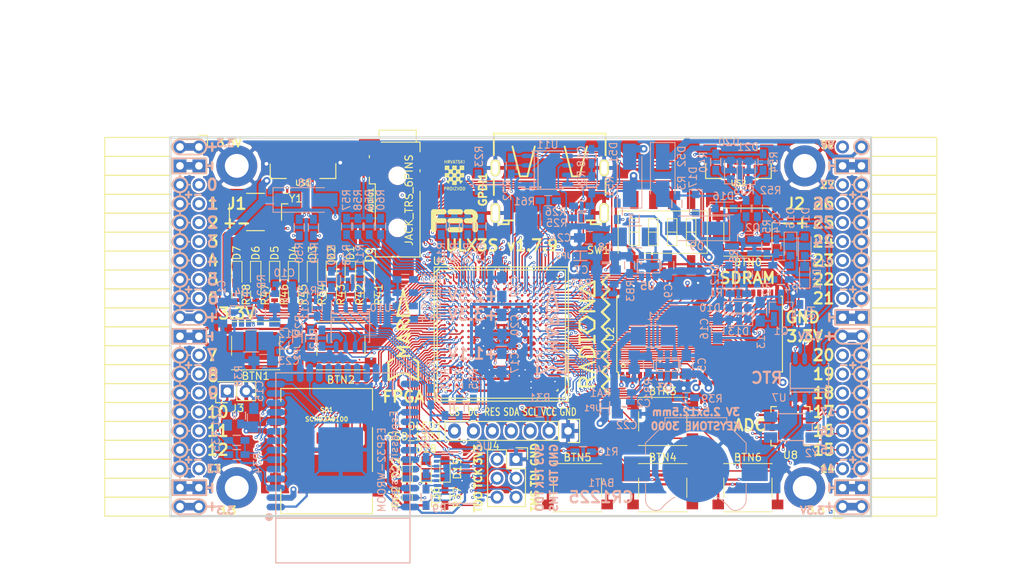
<source format=kicad_pcb>
(kicad_pcb (version 4) (host pcbnew 4.0.7+dfsg1-1)
  (layers (0 F.Cu signal) (1 In1.Cu signal) (2 In2.Cu signal) (31 B.Cu signal) (34 B.Paste user) (35 F.Paste user) (36 B.SilkS user) (37 F.SilkS user) (38 B.Mask user) (39 F.Mask user) (44 Edge.Cuts user))
  (net 0 "")
  (net 1 GND)
  (net 2 +5V)
  (net 3 /gpio/IN5V)
  (net 4 /gpio/OUT5V)
  (net 5 +3V3)
  (net 6 BTN_D)
  (net 7 BTN_F1)
  (net 8 BTN_F2)
  (net 9 BTN_L)
  (net 10 BTN_R)
  (net 11 BTN_U)
  (net 12 /power/FB1)
  (net 13 +2V5)
  (net 14 /power/PWREN)
  (net 15 /power/FB3)
  (net 16 /power/FB2)
  (net 17 "Net-(D9-Pad1)")
  (net 18 /power/VBAT)
  (net 19 JTAG_TDI)
  (net 20 JTAG_TCK)
  (net 21 JTAG_TMS)
  (net 22 JTAG_TDO)
  (net 23 /power/WAKEUPn)
  (net 24 /power/WKUP)
  (net 25 /power/SHUT)
  (net 26 /power/WAKE)
  (net 27 /power/HOLD)
  (net 28 /power/WKn)
  (net 29 /power/OSCI_32k)
  (net 30 /power/OSCO_32k)
  (net 31 "Net-(Q2-Pad3)")
  (net 32 SHUTDOWN)
  (net 33 /analog/AUDIO_L)
  (net 34 /analog/AUDIO_R)
  (net 35 GPDI_5V_SCL)
  (net 36 GPDI_5V_SDA)
  (net 37 GPDI_SDA)
  (net 38 GPDI_SCL)
  (net 39 /gpdi/VREF2)
  (net 40 SD_CMD)
  (net 41 SD_CLK)
  (net 42 SD_D0)
  (net 43 SD_D1)
  (net 44 USB5V)
  (net 45 GPDI_CEC)
  (net 46 nRESET)
  (net 47 FTDI_nDTR)
  (net 48 SDRAM_CKE)
  (net 49 SDRAM_A7)
  (net 50 SDRAM_D15)
  (net 51 SDRAM_BA1)
  (net 52 SDRAM_D7)
  (net 53 SDRAM_A6)
  (net 54 SDRAM_CLK)
  (net 55 SDRAM_D13)
  (net 56 SDRAM_BA0)
  (net 57 SDRAM_D6)
  (net 58 SDRAM_A5)
  (net 59 SDRAM_D14)
  (net 60 SDRAM_A11)
  (net 61 SDRAM_D12)
  (net 62 SDRAM_D5)
  (net 63 SDRAM_A4)
  (net 64 SDRAM_A10)
  (net 65 SDRAM_D11)
  (net 66 SDRAM_A3)
  (net 67 SDRAM_D4)
  (net 68 SDRAM_D10)
  (net 69 SDRAM_D9)
  (net 70 SDRAM_A9)
  (net 71 SDRAM_D3)
  (net 72 SDRAM_D8)
  (net 73 SDRAM_A8)
  (net 74 SDRAM_A2)
  (net 75 SDRAM_A1)
  (net 76 SDRAM_A0)
  (net 77 SDRAM_D2)
  (net 78 SDRAM_D1)
  (net 79 SDRAM_D0)
  (net 80 SDRAM_DQM0)
  (net 81 SDRAM_nCS)
  (net 82 SDRAM_nRAS)
  (net 83 SDRAM_DQM1)
  (net 84 SDRAM_nCAS)
  (net 85 SDRAM_nWE)
  (net 86 /flash/FLASH_nWP)
  (net 87 /flash/FLASH_nHOLD)
  (net 88 /flash/FLASH_MOSI)
  (net 89 /flash/FLASH_MISO)
  (net 90 /flash/FLASH_SCK)
  (net 91 /flash/FLASH_nCS)
  (net 92 /flash/FPGA_PROGRAMN)
  (net 93 /flash/FPGA_DONE)
  (net 94 /flash/FPGA_INITN)
  (net 95 OLED_RES)
  (net 96 OLED_DC)
  (net 97 OLED_CS)
  (net 98 WIFI_EN)
  (net 99 FTDI_nRTS)
  (net 100 FTDI_TXD)
  (net 101 FTDI_RXD)
  (net 102 WIFI_RXD)
  (net 103 WIFI_GPIO0)
  (net 104 WIFI_TXD)
  (net 105 GPDI_ETH-)
  (net 106 GPDI_ETH+)
  (net 107 GPDI_D2+)
  (net 108 GPDI_D2-)
  (net 109 GPDI_D1+)
  (net 110 GPDI_D1-)
  (net 111 GPDI_D0+)
  (net 112 GPDI_D0-)
  (net 113 GPDI_CLK+)
  (net 114 GPDI_CLK-)
  (net 115 USB_FTDI_D+)
  (net 116 USB_FTDI_D-)
  (net 117 SD_D3)
  (net 118 AUDIO_L3)
  (net 119 AUDIO_L2)
  (net 120 AUDIO_L1)
  (net 121 AUDIO_L0)
  (net 122 AUDIO_R3)
  (net 123 AUDIO_R2)
  (net 124 AUDIO_R1)
  (net 125 AUDIO_R0)
  (net 126 OLED_CLK)
  (net 127 OLED_MOSI)
  (net 128 LED0)
  (net 129 LED1)
  (net 130 LED2)
  (net 131 LED3)
  (net 132 LED4)
  (net 133 LED5)
  (net 134 LED6)
  (net 135 LED7)
  (net 136 BTN_PWRn)
  (net 137 FTDI_nTXLED)
  (net 138 FTDI_nSLEEP)
  (net 139 /blinkey/LED_PWREN)
  (net 140 /blinkey/LED_TXLED)
  (net 141 /sdcard/SD3V3)
  (net 142 SD_D2)
  (net 143 CLK_25MHz)
  (net 144 /blinkey/BTNPUL)
  (net 145 /blinkey/BTNPUR)
  (net 146 USB_FPGA_D+)
  (net 147 /power/FTDI_nSUSPEND)
  (net 148 /blinkey/ALED0)
  (net 149 /blinkey/ALED1)
  (net 150 /blinkey/ALED2)
  (net 151 /blinkey/ALED3)
  (net 152 /blinkey/ALED4)
  (net 153 /blinkey/ALED5)
  (net 154 /blinkey/ALED6)
  (net 155 /blinkey/ALED7)
  (net 156 /usb/FTD-)
  (net 157 /usb/FTD+)
  (net 158 ADC_MISO)
  (net 159 ADC_MOSI)
  (net 160 ADC_CSn)
  (net 161 ADC_SCLK)
  (net 162 SW3)
  (net 163 SW2)
  (net 164 SW1)
  (net 165 USB_FPGA_D-)
  (net 166 /usb/FPD+)
  (net 167 /usb/FPD-)
  (net 168 WIFI_GPIO16)
  (net 169 /usb/ANT_433MHz)
  (net 170 /power/PWRBTn)
  (net 171 PROG_DONE)
  (net 172 /power/P3V3)
  (net 173 /power/P2V5)
  (net 174 /power/L1)
  (net 175 /power/L3)
  (net 176 /power/L2)
  (net 177 FTDI_TXDEN)
  (net 178 SDRAM_A12)
  (net 179 /analog/AUDIO_V)
  (net 180 AUDIO_V3)
  (net 181 AUDIO_V2)
  (net 182 AUDIO_V1)
  (net 183 AUDIO_V0)
  (net 184 /gpdi/FPGA_CEC)
  (net 185 /blinkey/LED_WIFI)
  (net 186 /power/P1V1)
  (net 187 +1V1)
  (net 188 SW4)
  (net 189 /blinkey/SWPU)
  (net 190 /wifi/WIFIEN)
  (net 191 FT2V5)
  (net 192 GN0)
  (net 193 GP0)
  (net 194 GN1)
  (net 195 GP1)
  (net 196 GN2)
  (net 197 GP2)
  (net 198 GN3)
  (net 199 GP3)
  (net 200 GN4)
  (net 201 GP4)
  (net 202 GN5)
  (net 203 GP5)
  (net 204 GN6)
  (net 205 GP6)
  (net 206 GN14)
  (net 207 GP14)
  (net 208 GN15)
  (net 209 GP15)
  (net 210 GN16)
  (net 211 GP16)
  (net 212 GN17)
  (net 213 GP17)
  (net 214 GN18)
  (net 215 GP18)
  (net 216 GN19)
  (net 217 GP19)
  (net 218 GN20)
  (net 219 GP20)
  (net 220 GN21)
  (net 221 GP21)
  (net 222 GN22)
  (net 223 GP22)
  (net 224 GN23)
  (net 225 GP23)
  (net 226 GN24)
  (net 227 GP24)
  (net 228 GN25)
  (net 229 GP25)
  (net 230 GN26)
  (net 231 GP26)
  (net 232 GN27)
  (net 233 GP27)
  (net 234 GN7)
  (net 235 GP7)
  (net 236 GN8)
  (net 237 GP8)
  (net 238 GN9)
  (net 239 GP9)
  (net 240 GN10)
  (net 241 GP10)
  (net 242 GN11)
  (net 243 GP11)
  (net 244 GN12)
  (net 245 GP12)
  (net 246 GN13)
  (net 247 GP13)
  (net 248 WIFI_LED)
  (module Socket_Strips:Socket_Strip_Angled_2x20 (layer F.Cu) (at 97.91 62.69 270)
    (fp_text reference J1 (at 7.62 -5.08 360) (layer F.SilkS) (effects (font (size 1.5 1.5) (thickness 0.3))))
    (fp_text value CONN_02X20 hide)
    (pad 1 thru_hole oval (at 0 0 270) (size 1.7272 1.7272) (drill 1.016) (layers *.Cu *.Mask) (net 5 +3V3))
    (pad 2 thru_hole oval (at 0 2.54 270) (size 1.7272 1.7272) (drill 1.016) (layers *.Cu *.Mask) (net 5 +3V3))
    (pad 3 thru_hole rect (at 2.54 0 270) (size 1.7272 1.7272) (drill 1.016) (layers *.Cu *.Mask) (net 1 GND))
    (pad 4 thru_hole rect (at 2.54 2.54 270) (size 1.7272 1.7272) (drill 1.016) (layers *.Cu *.Mask) (net 1 GND))
    (pad 5 thru_hole oval (at 5.08 0 270) (size 1.7272 1.7272) (drill 1.016) (layers *.Cu *.Mask) (net 192 GN0))
    (pad 6 thru_hole oval (at 5.08 2.54 270) (size 1.7272 1.7272) (drill 1.016) (layers *.Cu *.Mask) (net 193 GP0))
    (pad 7 thru_hole oval (at 7.62 0 270) (size 1.7272 1.7272) (drill 1.016) (layers *.Cu *.Mask) (net 194 GN1))
    (pad 8 thru_hole oval (at 7.62 2.54 270) (size 1.7272 1.7272) (drill 1.016) (layers *.Cu *.Mask) (net 195 GP1))
    (pad 9 thru_hole oval (at 10.16 0 270) (size 1.7272 1.7272) (drill 1.016) (layers *.Cu *.Mask) (net 196 GN2))
    (pad 10 thru_hole oval (at 10.16 2.54 270) (size 1.7272 1.7272) (drill 1.016) (layers *.Cu *.Mask) (net 197 GP2))
    (pad 11 thru_hole oval (at 12.7 0 270) (size 1.7272 1.7272) (drill 1.016) (layers *.Cu *.Mask) (net 198 GN3))
    (pad 12 thru_hole oval (at 12.7 2.54 270) (size 1.7272 1.7272) (drill 1.016) (layers *.Cu *.Mask) (net 199 GP3))
    (pad 13 thru_hole oval (at 15.24 0 270) (size 1.7272 1.7272) (drill 1.016) (layers *.Cu *.Mask) (net 200 GN4))
    (pad 14 thru_hole oval (at 15.24 2.54 270) (size 1.7272 1.7272) (drill 1.016) (layers *.Cu *.Mask) (net 201 GP4))
    (pad 15 thru_hole oval (at 17.78 0 270) (size 1.7272 1.7272) (drill 1.016) (layers *.Cu *.Mask) (net 202 GN5))
    (pad 16 thru_hole oval (at 17.78 2.54 270) (size 1.7272 1.7272) (drill 1.016) (layers *.Cu *.Mask) (net 203 GP5))
    (pad 17 thru_hole oval (at 20.32 0 270) (size 1.7272 1.7272) (drill 1.016) (layers *.Cu *.Mask) (net 204 GN6))
    (pad 18 thru_hole oval (at 20.32 2.54 270) (size 1.7272 1.7272) (drill 1.016) (layers *.Cu *.Mask) (net 205 GP6))
    (pad 19 thru_hole oval (at 22.86 0 270) (size 1.7272 1.7272) (drill 1.016) (layers *.Cu *.Mask) (net 5 +3V3))
    (pad 20 thru_hole oval (at 22.86 2.54 270) (size 1.7272 1.7272) (drill 1.016) (layers *.Cu *.Mask) (net 5 +3V3))
    (pad 21 thru_hole rect (at 25.4 0 270) (size 1.7272 1.7272) (drill 1.016) (layers *.Cu *.Mask) (net 1 GND))
    (pad 22 thru_hole rect (at 25.4 2.54 270) (size 1.7272 1.7272) (drill 1.016) (layers *.Cu *.Mask) (net 1 GND))
    (pad 23 thru_hole oval (at 27.94 0 270) (size 1.7272 1.7272) (drill 1.016) (layers *.Cu *.Mask) (net 234 GN7))
    (pad 24 thru_hole oval (at 27.94 2.54 270) (size 1.7272 1.7272) (drill 1.016) (layers *.Cu *.Mask) (net 235 GP7))
    (pad 25 thru_hole oval (at 30.48 0 270) (size 1.7272 1.7272) (drill 1.016) (layers *.Cu *.Mask) (net 236 GN8))
    (pad 26 thru_hole oval (at 30.48 2.54 270) (size 1.7272 1.7272) (drill 1.016) (layers *.Cu *.Mask) (net 237 GP8))
    (pad 27 thru_hole oval (at 33.02 0 270) (size 1.7272 1.7272) (drill 1.016) (layers *.Cu *.Mask) (net 238 GN9))
    (pad 28 thru_hole oval (at 33.02 2.54 270) (size 1.7272 1.7272) (drill 1.016) (layers *.Cu *.Mask) (net 239 GP9))
    (pad 29 thru_hole oval (at 35.56 0 270) (size 1.7272 1.7272) (drill 1.016) (layers *.Cu *.Mask) (net 240 GN10))
    (pad 30 thru_hole oval (at 35.56 2.54 270) (size 1.7272 1.7272) (drill 1.016) (layers *.Cu *.Mask) (net 241 GP10))
    (pad 31 thru_hole oval (at 38.1 0 270) (size 1.7272 1.7272) (drill 1.016) (layers *.Cu *.Mask) (net 242 GN11))
    (pad 32 thru_hole oval (at 38.1 2.54 270) (size 1.7272 1.7272) (drill 1.016) (layers *.Cu *.Mask) (net 243 GP11))
    (pad 33 thru_hole oval (at 40.64 0 270) (size 1.7272 1.7272) (drill 1.016) (layers *.Cu *.Mask) (net 244 GN12))
    (pad 34 thru_hole oval (at 40.64 2.54 270) (size 1.7272 1.7272) (drill 1.016) (layers *.Cu *.Mask) (net 245 GP12))
    (pad 35 thru_hole oval (at 43.18 0 270) (size 1.7272 1.7272) (drill 1.016) (layers *.Cu *.Mask) (net 246 GN13))
    (pad 36 thru_hole oval (at 43.18 2.54 270) (size 1.7272 1.7272) (drill 1.016) (layers *.Cu *.Mask) (net 247 GP13))
    (pad 37 thru_hole rect (at 45.72 0 270) (size 1.7272 1.7272) (drill 1.016) (layers *.Cu *.Mask) (net 1 GND))
    (pad 38 thru_hole rect (at 45.72 2.54 270) (size 1.7272 1.7272) (drill 1.016) (layers *.Cu *.Mask) (net 1 GND))
    (pad 39 thru_hole oval (at 48.26 0 270) (size 1.7272 1.7272) (drill 1.016) (layers *.Cu *.Mask) (net 5 +3V3))
    (pad 40 thru_hole oval (at 48.26 2.54 270) (size 1.7272 1.7272) (drill 1.016) (layers *.Cu *.Mask) (net 5 +3V3))
  )
  (module SMD_Packages:1Pin (layer F.Cu) (at 182.67515 111.637626)
    (fp_text reference AE1 hide)
    (fp_text value 433MHz hide)
    (pad 1 smd rect (at 0 0) (size 0.5 0.5) (layers B.Cu F.Paste F.Mask) (net 169 /usb/ANT_433MHz))
  )
  (module Resistors_SMD:R_0603_HandSoldering (layer B.Cu) (at 103.498 98.758 90)
    (fp_text reference R38 (at 5.334 -0.254 90) (layer B.SilkS) (effects (justify mirror)))
    (fp_text value 0.47)
    (pad 1 smd rect (at -1.1 0 90) (size 1.2 0.9) (layers B.Cu B.Paste B.Mask) (net 141 /sdcard/SD3V3))
    (pad 2 smd rect (at 1.1 0 90) (size 1.2 0.9) (layers B.Cu B.Paste B.Mask) (net 5 +3V3))
  )
  (module jumper:SOLDER-JUMPER_1-WAY (layer B.Cu) (at 152.393 97.742 270)
    (fp_text reference JP1 (at 0 1.778 360) (layer B.SilkS) (effects (font (size 0.762 0.762) (thickness 0.1524)) (justify mirror)))
    (fp_text value 1.2 hide)
    (pad 1 smd rect (at -0.6 0 270) (size 1 1) (layers B.Cu B.Paste B.Mask) (net 186 /power/P1V1))
    (pad 2 smd rect (at 0.6 0 270) (size 1 1) (layers B.Cu B.Paste B.Mask) (net 187 +1V1))
  )
  (module Diodes_SMD:D_SMA_Handsoldering (layer B.Cu) (at 155.695 66.5 90)
    (fp_text reference D51 (at 3.048 -2.159 90) (layer B.SilkS) (effects (justify mirror)))
    (fp_text value STPS2L30AF hide)
    (pad 1 smd rect (at -2.5 0 90) (size 3.5 1.8) (layers B.Cu B.Paste B.Mask) (net 2 +5V))
    (pad 2 smd rect (at 2.5 0 90) (size 3.5 1.8) (layers B.Cu B.Paste B.Mask) (net 3 /gpio/IN5V))
  )
  (module Resistors_SMD:R_0603_HandSoldering (layer B.Cu) (at 154.044 71.326 90)
    (fp_text reference R51 (at 3.302 -1.016 90) (layer B.SilkS) (effects (justify mirror)))
    (fp_text value 150)
    (pad 1 smd rect (at -1.1 0 90) (size 1.2 0.9) (layers B.Cu B.Paste B.Mask) (net 5 +3V3))
    (pad 2 smd rect (at 1.1 0 90) (size 1.2 0.9) (layers B.Cu B.Paste B.Mask) (net 189 /blinkey/SWPU))
  )
  (module Resistors_SMD:R_1210_HandSoldering (layer B.Cu) (at 158.87 88.09 180)
    (fp_text reference L1 (at 0 2.7 180) (layer B.SilkS) (effects (justify mirror)))
    (fp_text value 2.2uH)
    (pad 1 smd rect (at -2 0 180) (size 2 2.5) (layers B.Cu B.Paste B.Mask) (net 174 /power/L1))
    (pad 2 smd rect (at 2 0 180) (size 2 2.5) (layers B.Cu B.Paste B.Mask) (net 186 /power/P1V1))
  )
  (module TSOT-25:TSOT-25 (layer B.Cu) (at 160.775 91.9)
    (fp_text reference U3 (at -0.381 3.048) (layer B.SilkS) (effects (font (thickness 0.2)) (justify mirror)))
    (fp_text value DIO6015)
    (pad 1 smd rect (at -0.95 -1.3) (size 0.7 1.2) (layers B.Cu B.Paste B.Mask) (net 14 /power/PWREN))
    (pad 2 smd rect (at 0 -1.3) (size 0.7 1.2) (layers B.Cu B.Paste B.Mask) (net 1 GND))
    (pad 3 smd rect (at 0.95 -1.3) (size 0.7 1.2) (layers B.Cu B.Paste B.Mask) (net 174 /power/L1))
    (pad 4 smd rect (at 0.95 1.3) (size 0.7 1.2) (layers B.Cu B.Paste B.Mask) (net 2 +5V))
    (pad 5 smd rect (at -0.95 1.3) (size 0.7 1.2) (layers B.Cu B.Paste B.Mask) (net 12 /power/FB1))
  )
  (module Resistors_SMD:R_1210_HandSoldering (layer B.Cu) (at 104.895 88.725)
    (fp_text reference L2 (at 4.445 0.635) (layer B.SilkS) (effects (justify mirror)))
    (fp_text value 2.2uH)
    (pad 1 smd rect (at -2 0) (size 2 2.5) (layers B.Cu B.Paste B.Mask) (net 176 /power/L2))
    (pad 2 smd rect (at 2 0) (size 2 2.5) (layers B.Cu B.Paste B.Mask) (net 173 /power/P2V5))
  )
  (module TSOT-25:TSOT-25 (layer B.Cu) (at 103.625 84.915 180)
    (fp_text reference U4 (at 0 2.697 180) (layer B.SilkS) (effects (font (thickness 0.2)) (justify mirror)))
    (fp_text value LX7172)
    (pad 1 smd rect (at -0.95 -1.3 180) (size 0.7 1.2) (layers B.Cu B.Paste B.Mask) (net 14 /power/PWREN))
    (pad 2 smd rect (at 0 -1.3 180) (size 0.7 1.2) (layers B.Cu B.Paste B.Mask) (net 1 GND))
    (pad 3 smd rect (at 0.95 -1.3 180) (size 0.7 1.2) (layers B.Cu B.Paste B.Mask) (net 176 /power/L2))
    (pad 4 smd rect (at 0.95 1.3 180) (size 0.7 1.2) (layers B.Cu B.Paste B.Mask) (net 2 +5V))
    (pad 5 smd rect (at -0.95 1.3 180) (size 0.7 1.2) (layers B.Cu B.Paste B.Mask) (net 16 /power/FB2))
  )
  (module Resistors_SMD:R_1210_HandSoldering (layer B.Cu) (at 156.33 74.755 180)
    (fp_text reference L3 (at 0 2.413 180) (layer B.SilkS) (effects (justify mirror)))
    (fp_text value 2.2uH)
    (pad 1 smd rect (at -2 0 180) (size 2 2.5) (layers B.Cu B.Paste B.Mask) (net 175 /power/L3))
    (pad 2 smd rect (at 2 0 180) (size 2 2.5) (layers B.Cu B.Paste B.Mask) (net 172 /power/P3V3))
  )
  (module TSOT-25:TSOT-25 (layer B.Cu) (at 158.235 78.692)
    (fp_text reference U5 (at -0.127 2.667) (layer B.SilkS) (effects (font (thickness 0.2)) (justify mirror)))
    (fp_text value TLV62569DBV)
    (pad 1 smd rect (at -0.95 -1.3) (size 0.7 1.2) (layers B.Cu B.Paste B.Mask) (net 14 /power/PWREN))
    (pad 2 smd rect (at 0 -1.3) (size 0.7 1.2) (layers B.Cu B.Paste B.Mask) (net 1 GND))
    (pad 3 smd rect (at 0.95 -1.3) (size 0.7 1.2) (layers B.Cu B.Paste B.Mask) (net 175 /power/L3))
    (pad 4 smd rect (at 0.95 1.3) (size 0.7 1.2) (layers B.Cu B.Paste B.Mask) (net 2 +5V))
    (pad 5 smd rect (at -0.95 1.3) (size 0.7 1.2) (layers B.Cu B.Paste B.Mask) (net 15 /power/FB3))
  )
  (module Capacitors_SMD:C_0805_HandSoldering (layer B.Cu) (at 101.085 84.915 270)
    (fp_text reference C1 (at -3.429 0.127 270) (layer B.SilkS) (effects (justify mirror)))
    (fp_text value 22uF)
    (pad 1 smd rect (at -1.25 0 270) (size 1.5 1.25) (layers B.Cu B.Paste B.Mask) (net 2 +5V))
    (pad 2 smd rect (at 1.25 0 270) (size 1.5 1.25) (layers B.Cu B.Paste B.Mask) (net 1 GND))
  )
  (module Capacitors_SMD:C_0805_HandSoldering (layer B.Cu) (at 155.06 90.63)
    (fp_text reference C3 (at -3.048 0) (layer B.SilkS) (effects (justify mirror)))
    (fp_text value 22uF)
    (pad 1 smd rect (at -1.25 0) (size 1.5 1.25) (layers B.Cu B.Paste B.Mask) (net 186 /power/P1V1))
    (pad 2 smd rect (at 1.25 0) (size 1.5 1.25) (layers B.Cu B.Paste B.Mask) (net 1 GND))
  )
  (module Capacitors_SMD:C_0805_HandSoldering (layer B.Cu) (at 155.06 92.535)
    (fp_text reference C4 (at -3.048 0.127) (layer B.SilkS) (effects (justify mirror)))
    (fp_text value 22uF)
    (pad 1 smd rect (at -1.25 0) (size 1.5 1.25) (layers B.Cu B.Paste B.Mask) (net 186 /power/P1V1))
    (pad 2 smd rect (at 1.25 0) (size 1.5 1.25) (layers B.Cu B.Paste B.Mask) (net 1 GND))
  )
  (module Capacitors_SMD:C_0805_HandSoldering (layer B.Cu) (at 163.315 91.9 90)
    (fp_text reference C5 (at 0 2.1 90) (layer B.SilkS) (effects (justify mirror)))
    (fp_text value 22uF)
    (pad 1 smd rect (at -1.25 0 90) (size 1.5 1.25) (layers B.Cu B.Paste B.Mask) (net 2 +5V))
    (pad 2 smd rect (at 1.25 0 90) (size 1.5 1.25) (layers B.Cu B.Paste B.Mask) (net 1 GND))
  )
  (module Capacitors_SMD:C_0805_HandSoldering (layer B.Cu) (at 152.52 79.2)
    (fp_text reference C7 (at -3.302 0) (layer B.SilkS) (effects (justify mirror)))
    (fp_text value 22uF)
    (pad 1 smd rect (at -1.25 0) (size 1.5 1.25) (layers B.Cu B.Paste B.Mask) (net 172 /power/P3V3))
    (pad 2 smd rect (at 1.25 0) (size 1.5 1.25) (layers B.Cu B.Paste B.Mask) (net 1 GND))
  )
  (module Capacitors_SMD:C_0805_HandSoldering (layer B.Cu) (at 152.52 77.295)
    (fp_text reference C8 (at -0.127 -1.143) (layer B.SilkS) (effects (justify mirror)))
    (fp_text value 22uF)
    (pad 1 smd rect (at -1.25 0) (size 1.5 1.25) (layers B.Cu B.Paste B.Mask) (net 172 /power/P3V3))
    (pad 2 smd rect (at 1.25 0) (size 1.5 1.25) (layers B.Cu B.Paste B.Mask) (net 1 GND))
  )
  (module Capacitors_SMD:C_0805_HandSoldering (layer B.Cu) (at 160.775 78.565 90)
    (fp_text reference C9 (at -3.429 0.127 90) (layer B.SilkS) (effects (justify mirror)))
    (fp_text value 22uF)
    (pad 1 smd rect (at -1.25 0 90) (size 1.5 1.25) (layers B.Cu B.Paste B.Mask) (net 2 +5V))
    (pad 2 smd rect (at 1.25 0 90) (size 1.5 1.25) (layers B.Cu B.Paste B.Mask) (net 1 GND))
  )
  (module Capacitors_SMD:C_0805_HandSoldering (layer B.Cu) (at 109.34 84.28 180)
    (fp_text reference C11 (at -2.794 -0.254 270) (layer B.SilkS) (effects (justify mirror)))
    (fp_text value 22uF)
    (pad 1 smd rect (at -1.25 0 180) (size 1.5 1.25) (layers B.Cu B.Paste B.Mask) (net 173 /power/P2V5))
    (pad 2 smd rect (at 1.25 0 180) (size 1.5 1.25) (layers B.Cu B.Paste B.Mask) (net 1 GND))
  )
  (module Capacitors_SMD:C_0805_HandSoldering (layer B.Cu) (at 109.34 86.185 180)
    (fp_text reference C12 (at -0.635 -1.615 360) (layer B.SilkS) (effects (justify mirror)))
    (fp_text value 22uF)
    (pad 1 smd rect (at -1.25 0 180) (size 1.5 1.25) (layers B.Cu B.Paste B.Mask) (net 173 /power/P2V5))
    (pad 2 smd rect (at 1.25 0 180) (size 1.5 1.25) (layers B.Cu B.Paste B.Mask) (net 1 GND))
  )
  (module Capacitors_SMD:C_0805_HandSoldering (layer B.Cu) (at 173.221 84.788 90)
    (fp_text reference C13 (at -3.556 0.127 90) (layer B.SilkS) (effects (justify mirror)))
    (fp_text value 2.2uF)
    (pad 1 smd rect (at -1.25 0 90) (size 1.5 1.25) (layers B.Cu B.Paste B.Mask) (net 2 +5V))
    (pad 2 smd rect (at 1.25 0 90) (size 1.5 1.25) (layers B.Cu B.Paste B.Mask) (net 24 /power/WKUP))
  )
  (module TO_SOT_Packages_SMD:SOT-23_Handsoldering (layer B.Cu) (at 176.015 84.28 90)
    (fp_text reference Q1 (at -3.1115 0 180) (layer B.SilkS) (effects (justify mirror)))
    (fp_text value BC857)
    (pad 1 smd rect (at -1.5 0.95 90) (size 1.9 0.8) (layers B.Cu B.Paste B.Mask) (net 28 /power/WKn))
    (pad 2 smd rect (at -1.5 -0.95 90) (size 1.9 0.8) (layers B.Cu B.Paste B.Mask) (net 2 +5V))
    (pad 3 smd rect (at 1.5 0 90) (size 1.9 0.8) (layers B.Cu B.Paste B.Mask) (net 24 /power/WKUP))
  )
  (module TO_SOT_Packages_SMD:SOT-23_Handsoldering (layer B.Cu) (at 170.935 76.025 180)
    (fp_text reference Q2 (at -1.295 2.5 180) (layer B.SilkS) (effects (justify mirror)))
    (fp_text value 2N7002)
    (pad 1 smd rect (at -1.5 0.95 180) (size 1.9 0.8) (layers B.Cu B.Paste B.Mask) (net 25 /power/SHUT))
    (pad 2 smd rect (at -1.5 -0.95 180) (size 1.9 0.8) (layers B.Cu B.Paste B.Mask) (net 1 GND))
    (pad 3 smd rect (at 1.5 0 180) (size 1.9 0.8) (layers B.Cu B.Paste B.Mask) (net 31 "Net-(Q2-Pad3)"))
  )
  (module Capacitors_SMD:C_0603_HandSoldering (layer B.Cu) (at 154.86 96.91)
    (fp_text reference C2 (at 2.74 0.197) (layer B.SilkS) (effects (justify mirror)))
    (fp_text value 470pF)
    (pad 1 smd rect (at -0.95 0) (size 1.2 0.75) (layers B.Cu B.Paste B.Mask) (net 186 /power/P1V1))
    (pad 2 smd rect (at 0.95 0) (size 1.2 0.75) (layers B.Cu B.Paste B.Mask) (net 12 /power/FB1))
  )
  (module Capacitors_SMD:C_0603_HandSoldering (layer B.Cu) (at 152.52 82.375)
    (fp_text reference C6 (at -2.794 0.127) (layer B.SilkS) (effects (justify mirror)))
    (fp_text value 470pF)
    (pad 1 smd rect (at -0.95 0) (size 1.2 0.75) (layers B.Cu B.Paste B.Mask) (net 172 /power/P3V3))
    (pad 2 smd rect (at 0.95 0) (size 1.2 0.75) (layers B.Cu B.Paste B.Mask) (net 15 /power/FB3))
  )
  (module Capacitors_SMD:C_0603_HandSoldering (layer B.Cu) (at 109.34 81.105 180)
    (fp_text reference C10 (at -0.04 1.505 180) (layer B.SilkS) (effects (justify mirror)))
    (fp_text value 470pF)
    (pad 1 smd rect (at -0.95 0 180) (size 1.2 0.75) (layers B.Cu B.Paste B.Mask) (net 173 /power/P2V5))
    (pad 2 smd rect (at 0.95 0 180) (size 1.2 0.75) (layers B.Cu B.Paste B.Mask) (net 16 /power/FB2))
  )
  (module Capacitors_SMD:C_0603_HandSoldering (layer B.Cu) (at 175.38 76.025 270)
    (fp_text reference C14 (at -3.175 0 270) (layer B.SilkS) (effects (justify mirror)))
    (fp_text value 100nF)
    (pad 1 smd rect (at -0.95 0 270) (size 1.2 0.75) (layers B.Cu B.Paste B.Mask) (net 25 /power/SHUT))
    (pad 2 smd rect (at 0.95 0 270) (size 1.2 0.75) (layers B.Cu B.Paste B.Mask) (net 1 GND))
  )
  (module Resistors_SMD:R_0603_HandSoldering (layer B.Cu) (at 170.3 82.375)
    (fp_text reference R1 (at -3.048 -0.127) (layer B.SilkS) (effects (justify mirror)))
    (fp_text value 15k)
    (pad 1 smd rect (at -1.1 0) (size 1.2 0.9) (layers B.Cu B.Paste B.Mask) (net 26 /power/WAKE))
    (pad 2 smd rect (at 1.1 0) (size 1.2 0.9) (layers B.Cu B.Paste B.Mask) (net 14 /power/PWREN))
  )
  (module Resistors_SMD:R_0603_HandSoldering (layer B.Cu) (at 172.84 79.835 90)
    (fp_text reference R2 (at -1.905 1.27 90) (layer B.SilkS) (effects (justify mirror)))
    (fp_text value 47k)
    (pad 1 smd rect (at -1.1 0 90) (size 1.2 0.9) (layers B.Cu B.Paste B.Mask) (net 14 /power/PWREN))
    (pad 2 smd rect (at 1.1 0 90) (size 1.2 0.9) (layers B.Cu B.Paste B.Mask) (net 1 GND))
  )
  (module Resistors_SMD:R_0603_HandSoldering (layer B.Cu) (at 176.015 80.47 180)
    (fp_text reference R4 (at -1.397 -1.27 360) (layer B.SilkS) (effects (justify mirror)))
    (fp_text value 4.7k)
    (pad 1 smd rect (at -1.1 0 180) (size 1.2 0.9) (layers B.Cu B.Paste B.Mask) (net 27 /power/HOLD))
    (pad 2 smd rect (at 1.1 0 180) (size 1.2 0.9) (layers B.Cu B.Paste B.Mask) (net 14 /power/PWREN))
  )
  (module Resistors_SMD:R_0603_HandSoldering (layer B.Cu) (at 174.11 76.025 270)
    (fp_text reference R5 (at -2.667 0 270) (layer B.SilkS) (effects (justify mirror)))
    (fp_text value 4.7M)
    (pad 1 smd rect (at -1.1 0 270) (size 1.2 0.9) (layers B.Cu B.Paste B.Mask) (net 25 /power/SHUT))
    (pad 2 smd rect (at 1.1 0 270) (size 1.2 0.9) (layers B.Cu B.Paste B.Mask) (net 1 GND))
  )
  (module Resistors_SMD:R_0603_HandSoldering (layer B.Cu) (at 178.555 84.915 270)
    (fp_text reference R6 (at 0 -1.524 270) (layer B.SilkS) (effects (justify mirror)))
    (fp_text value 1k)
    (pad 1 smd rect (at -1.1 0 270) (size 1.2 0.9) (layers B.Cu B.Paste B.Mask) (net 28 /power/WKn))
    (pad 2 smd rect (at 1.1 0 270) (size 1.2 0.9) (layers B.Cu B.Paste B.Mask) (net 23 /power/WAKEUPn))
  )
  (module Resistors_SMD:R_0603_HandSoldering (layer B.Cu) (at 113.785 84.28 270)
    (fp_text reference R7 (at -2.794 -0.635 270) (layer B.SilkS) (effects (justify mirror)))
    (fp_text value 150)
    (pad 1 smd rect (at -1.1 0 270) (size 1.2 0.9) (layers B.Cu B.Paste B.Mask) (net 5 +3V3))
    (pad 2 smd rect (at 1.1 0 270) (size 1.2 0.9) (layers B.Cu B.Paste B.Mask) (net 144 /blinkey/BTNPUL))
  )
  (module Resistors_SMD:R_0603_HandSoldering (layer B.Cu) (at 170.935 79.835 90)
    (fp_text reference R8 (at 2.54 -1.27 90) (layer B.SilkS) (effects (justify mirror)))
    (fp_text value 1k)
    (pad 1 smd rect (at -1.1 0 90) (size 1.2 0.9) (layers B.Cu B.Paste B.Mask) (net 14 /power/PWREN))
    (pad 2 smd rect (at 1.1 0 90) (size 1.2 0.9) (layers B.Cu B.Paste B.Mask) (net 31 "Net-(Q2-Pad3)"))
  )
  (module Resistors_SMD:R_0603_HandSoldering (layer B.Cu) (at 128.39 109.68 270)
    (fp_text reference R9 (at 1.524 -1.778 360) (layer B.SilkS) (effects (justify mirror)))
    (fp_text value 15k)
    (pad 1 smd rect (at -1.1 0 270) (size 1.2 0.9) (layers B.Cu B.Paste B.Mask) (net 46 nRESET))
    (pad 2 smd rect (at 1.1 0 270) (size 1.2 0.9) (layers B.Cu B.Paste B.Mask) (net 191 FT2V5))
  )
  (module Resistors_SMD:R_0603_HandSoldering (layer B.Cu) (at 149.472 103.584 180)
    (fp_text reference R10 (at -3.302 0 180) (layer B.SilkS) (effects (justify mirror)))
    (fp_text value 150)
    (pad 1 smd rect (at -1.1 0 180) (size 1.2 0.9) (layers B.Cu B.Paste B.Mask) (net 147 /power/FTDI_nSUSPEND))
    (pad 2 smd rect (at 1.1 0 180) (size 1.2 0.9) (layers B.Cu B.Paste B.Mask) (net 138 FTDI_nSLEEP))
  )
  (module Resistors_SMD:R_0603_HandSoldering (layer B.Cu) (at 176.015 78.565 180)
    (fp_text reference R13 (at -5.588 0.254 180) (layer B.SilkS) (effects (justify mirror)))
    (fp_text value 15k)
    (pad 1 smd rect (at -1.1 0 180) (size 1.2 0.9) (layers B.Cu B.Paste B.Mask) (net 32 SHUTDOWN))
    (pad 2 smd rect (at 1.1 0 180) (size 1.2 0.9) (layers B.Cu B.Paste B.Mask) (net 1 GND))
  )
  (module Resistors_SMD:R_0603_HandSoldering (layer B.Cu) (at 154.86 95.64)
    (fp_text reference RA1 (at -3.102 0.07) (layer B.SilkS) (effects (justify mirror)))
    (fp_text value 15k)
    (pad 1 smd rect (at -1.1 0) (size 1.2 0.9) (layers B.Cu B.Paste B.Mask) (net 186 /power/P1V1))
    (pad 2 smd rect (at 1.1 0) (size 1.2 0.9) (layers B.Cu B.Paste B.Mask) (net 12 /power/FB1))
  )
  (module Resistors_SMD:R_0603_HandSoldering (layer B.Cu) (at 109.34 82.375 180)
    (fp_text reference RA2 (at -3.048 0.381 360) (layer B.SilkS) (effects (justify mirror)))
    (fp_text value 15k)
    (pad 1 smd rect (at -1.1 0 180) (size 1.2 0.9) (layers B.Cu B.Paste B.Mask) (net 173 /power/P2V5))
    (pad 2 smd rect (at 1.1 0 180) (size 1.2 0.9) (layers B.Cu B.Paste B.Mask) (net 16 /power/FB2))
  )
  (module Resistors_SMD:R_0603_HandSoldering (layer B.Cu) (at 152.52 81.105)
    (fp_text reference RA3 (at -3.302 -0.127) (layer B.SilkS) (effects (justify mirror)))
    (fp_text value 15k)
    (pad 1 smd rect (at -1.1 0) (size 1.2 0.9) (layers B.Cu B.Paste B.Mask) (net 172 /power/P3V3))
    (pad 2 smd rect (at 1.1 0) (size 1.2 0.9) (layers B.Cu B.Paste B.Mask) (net 15 /power/FB3))
  )
  (module Resistors_SMD:R_0603_HandSoldering (layer B.Cu) (at 158.235 91.9 270)
    (fp_text reference RB1 (at 3.302 0 270) (layer B.SilkS) (effects (justify mirror)))
    (fp_text value 18k)
    (pad 1 smd rect (at -1.1 0 270) (size 1.2 0.9) (layers B.Cu B.Paste B.Mask) (net 1 GND))
    (pad 2 smd rect (at 1.1 0 270) (size 1.2 0.9) (layers B.Cu B.Paste B.Mask) (net 12 /power/FB1))
  )
  (module Resistors_SMD:R_0603_HandSoldering (layer B.Cu) (at 106.165 84.915 90)
    (fp_text reference RB2 (at 3.683 0.127 90) (layer B.SilkS) (effects (justify mirror)))
    (fp_text value 4.7k)
    (pad 1 smd rect (at -1.1 0 90) (size 1.2 0.9) (layers B.Cu B.Paste B.Mask) (net 1 GND))
    (pad 2 smd rect (at 1.1 0 90) (size 1.2 0.9) (layers B.Cu B.Paste B.Mask) (net 16 /power/FB2))
  )
  (module Resistors_SMD:R_0603_HandSoldering (layer B.Cu) (at 155.695 78.565 270)
    (fp_text reference RB3 (at 3.429 -0.127 270) (layer B.SilkS) (effects (justify mirror)))
    (fp_text value 3.3k)
    (pad 1 smd rect (at -1.1 0 270) (size 1.2 0.9) (layers B.Cu B.Paste B.Mask) (net 1 GND))
    (pad 2 smd rect (at 1.1 0 270) (size 1.2 0.9) (layers B.Cu B.Paste B.Mask) (net 15 /power/FB3))
  )
  (module Resistors_SMD:R_0603_HandSoldering (layer B.Cu) (at 125.596 85.804 180)
    (fp_text reference R14 (at -3.47 0.127 180) (layer B.SilkS) (effects (justify mirror)))
    (fp_text value 1.2k)
    (pad 1 smd rect (at -1.1 0 180) (size 1.2 0.9) (layers B.Cu B.Paste B.Mask) (net 121 AUDIO_L0))
    (pad 2 smd rect (at 1.1 0 180) (size 1.2 0.9) (layers B.Cu B.Paste B.Mask) (net 33 /analog/AUDIO_L))
  )
  (module Resistors_SMD:R_0603_HandSoldering (layer B.Cu) (at 125.596 84.026 180)
    (fp_text reference R15 (at -3.47 -0.001 180) (layer B.SilkS) (effects (justify mirror)))
    (fp_text value 680)
    (pad 1 smd rect (at -1.1 0 180) (size 1.2 0.9) (layers B.Cu B.Paste B.Mask) (net 120 AUDIO_L1))
    (pad 2 smd rect (at 1.1 0 180) (size 1.2 0.9) (layers B.Cu B.Paste B.Mask) (net 33 /analog/AUDIO_L))
  )
  (module Resistors_SMD:R_0603_HandSoldering (layer B.Cu) (at 125.596 82.248 180)
    (fp_text reference R16 (at -3.47 -0.127 180) (layer B.SilkS) (effects (justify mirror)))
    (fp_text value 330)
    (pad 1 smd rect (at -1.1 0 180) (size 1.2 0.9) (layers B.Cu B.Paste B.Mask) (net 119 AUDIO_L2))
    (pad 2 smd rect (at 1.1 0 180) (size 1.2 0.9) (layers B.Cu B.Paste B.Mask) (net 33 /analog/AUDIO_L))
  )
  (module Resistors_SMD:R_0603_HandSoldering (layer B.Cu) (at 125.596 80.47 180)
    (fp_text reference R17 (at -3.47 0 180) (layer B.SilkS) (effects (justify mirror)))
    (fp_text value 150)
    (pad 1 smd rect (at -1.1 0 180) (size 1.2 0.9) (layers B.Cu B.Paste B.Mask) (net 118 AUDIO_L3))
    (pad 2 smd rect (at 1.1 0 180) (size 1.2 0.9) (layers B.Cu B.Paste B.Mask) (net 33 /analog/AUDIO_L))
  )
  (module Resistors_SMD:R_0603_HandSoldering (layer B.Cu) (at 130.422 73.358 90)
    (fp_text reference R18 (at -3.556 0 90) (layer B.SilkS) (effects (justify mirror)))
    (fp_text value 1.2k)
    (pad 1 smd rect (at -1.1 0 90) (size 1.2 0.9) (layers B.Cu B.Paste B.Mask) (net 125 AUDIO_R0))
    (pad 2 smd rect (at 1.1 0 90) (size 1.2 0.9) (layers B.Cu B.Paste B.Mask) (net 34 /analog/AUDIO_R))
  )
  (module Resistors_SMD:R_0603_HandSoldering (layer B.Cu) (at 132.2 73.358 90)
    (fp_text reference R19 (at -3.556 0 90) (layer B.SilkS) (effects (justify mirror)))
    (fp_text value 680)
    (pad 1 smd rect (at -1.1 0 90) (size 1.2 0.9) (layers B.Cu B.Paste B.Mask) (net 124 AUDIO_R1))
    (pad 2 smd rect (at 1.1 0 90) (size 1.2 0.9) (layers B.Cu B.Paste B.Mask) (net 34 /analog/AUDIO_R))
  )
  (module Resistors_SMD:R_0603_HandSoldering (layer B.Cu) (at 133.978 73.358 90)
    (fp_text reference R20 (at -3.556 0 90) (layer B.SilkS) (effects (justify mirror)))
    (fp_text value 330)
    (pad 1 smd rect (at -1.1 0 90) (size 1.2 0.9) (layers B.Cu B.Paste B.Mask) (net 123 AUDIO_R2))
    (pad 2 smd rect (at 1.1 0 90) (size 1.2 0.9) (layers B.Cu B.Paste B.Mask) (net 34 /analog/AUDIO_R))
  )
  (module Resistors_SMD:R_0603_HandSoldering (layer B.Cu) (at 135.756 73.358 90)
    (fp_text reference R21 (at -3.556 0 90) (layer B.SilkS) (effects (justify mirror)))
    (fp_text value 150)
    (pad 1 smd rect (at -1.1 0 90) (size 1.2 0.9) (layers B.Cu B.Paste B.Mask) (net 122 AUDIO_R3))
    (pad 2 smd rect (at 1.1 0 90) (size 1.2 0.9) (layers B.Cu B.Paste B.Mask) (net 34 /analog/AUDIO_R))
  )
  (module Capacitors_SMD:C_0603_HandSoldering (layer B.Cu) (at 150.5896 63.96 90)
    (fp_text reference C18 (at 0 -1.3716 90) (layer B.SilkS) (effects (justify mirror)))
    (fp_text value 470pF)
    (pad 1 smd rect (at -0.95 0 90) (size 1.2 0.75) (layers B.Cu B.Paste B.Mask) (net 39 /gpdi/VREF2))
    (pad 2 smd rect (at 0.95 0 90) (size 1.2 0.75) (layers B.Cu B.Paste B.Mask) (net 1 GND))
  )
  (module Socket_Strips:Socket_Strip_Angled_2x20 (layer F.Cu) (at 184.27 110.95 90)
    (fp_text reference J2 (at 40.64 -6.35 180) (layer F.SilkS) (effects (font (size 1.5 1.5) (thickness 0.3))))
    (fp_text value CONN_02X20 hide)
    (pad 1 thru_hole oval (at 0 0 90) (size 1.7272 1.7272) (drill 1.016) (layers *.Cu *.Mask) (net 5 +3V3))
    (pad 2 thru_hole oval (at 0 2.54 90) (size 1.7272 1.7272) (drill 1.016) (layers *.Cu *.Mask) (net 5 +3V3))
    (pad 3 thru_hole rect (at 2.54 0 90) (size 1.7272 1.7272) (drill 1.016) (layers *.Cu *.Mask) (net 1 GND))
    (pad 4 thru_hole rect (at 2.54 2.54 90) (size 1.7272 1.7272) (drill 1.016) (layers *.Cu *.Mask) (net 1 GND))
    (pad 5 thru_hole oval (at 5.08 0 90) (size 1.7272 1.7272) (drill 1.016) (layers *.Cu *.Mask) (net 206 GN14))
    (pad 6 thru_hole oval (at 5.08 2.54 90) (size 1.7272 1.7272) (drill 1.016) (layers *.Cu *.Mask) (net 207 GP14))
    (pad 7 thru_hole oval (at 7.62 0 90) (size 1.7272 1.7272) (drill 1.016) (layers *.Cu *.Mask) (net 208 GN15))
    (pad 8 thru_hole oval (at 7.62 2.54 90) (size 1.7272 1.7272) (drill 1.016) (layers *.Cu *.Mask) (net 209 GP15))
    (pad 9 thru_hole oval (at 10.16 0 90) (size 1.7272 1.7272) (drill 1.016) (layers *.Cu *.Mask) (net 210 GN16))
    (pad 10 thru_hole oval (at 10.16 2.54 90) (size 1.7272 1.7272) (drill 1.016) (layers *.Cu *.Mask) (net 211 GP16))
    (pad 11 thru_hole oval (at 12.7 0 90) (size 1.7272 1.7272) (drill 1.016) (layers *.Cu *.Mask) (net 212 GN17))
    (pad 12 thru_hole oval (at 12.7 2.54 90) (size 1.7272 1.7272) (drill 1.016) (layers *.Cu *.Mask) (net 213 GP17))
    (pad 13 thru_hole oval (at 15.24 0 90) (size 1.7272 1.7272) (drill 1.016) (layers *.Cu *.Mask) (net 214 GN18))
    (pad 14 thru_hole oval (at 15.24 2.54 90) (size 1.7272 1.7272) (drill 1.016) (layers *.Cu *.Mask) (net 215 GP18))
    (pad 15 thru_hole oval (at 17.78 0 90) (size 1.7272 1.7272) (drill 1.016) (layers *.Cu *.Mask) (net 216 GN19))
    (pad 16 thru_hole oval (at 17.78 2.54 90) (size 1.7272 1.7272) (drill 1.016) (layers *.Cu *.Mask) (net 217 GP19))
    (pad 17 thru_hole oval (at 20.32 0 90) (size 1.7272 1.7272) (drill 1.016) (layers *.Cu *.Mask) (net 218 GN20))
    (pad 18 thru_hole oval (at 20.32 2.54 90) (size 1.7272 1.7272) (drill 1.016) (layers *.Cu *.Mask) (net 219 GP20))
    (pad 19 thru_hole oval (at 22.86 0 90) (size 1.7272 1.7272) (drill 1.016) (layers *.Cu *.Mask) (net 5 +3V3))
    (pad 20 thru_hole oval (at 22.86 2.54 90) (size 1.7272 1.7272) (drill 1.016) (layers *.Cu *.Mask) (net 5 +3V3))
    (pad 21 thru_hole rect (at 25.4 0 90) (size 1.7272 1.7272) (drill 1.016) (layers *.Cu *.Mask) (net 1 GND))
    (pad 22 thru_hole rect (at 25.4 2.54 90) (size 1.7272 1.7272) (drill 1.016) (layers *.Cu *.Mask) (net 1 GND))
    (pad 23 thru_hole oval (at 27.94 0 90) (size 1.7272 1.7272) (drill 1.016) (layers *.Cu *.Mask) (net 220 GN21))
    (pad 24 thru_hole oval (at 27.94 2.54 90) (size 1.7272 1.7272) (drill 1.016) (layers *.Cu *.Mask) (net 221 GP21))
    (pad 25 thru_hole oval (at 30.48 0 90) (size 1.7272 1.7272) (drill 1.016) (layers *.Cu *.Mask) (net 222 GN22))
    (pad 26 thru_hole oval (at 30.48 2.54 90) (size 1.7272 1.7272) (drill 1.016) (layers *.Cu *.Mask) (net 223 GP22))
    (pad 27 thru_hole oval (at 33.02 0 90) (size 1.7272 1.7272) (drill 1.016) (layers *.Cu *.Mask) (net 224 GN23))
    (pad 28 thru_hole oval (at 33.02 2.54 90) (size 1.7272 1.7272) (drill 1.016) (layers *.Cu *.Mask) (net 225 GP23))
    (pad 29 thru_hole oval (at 35.56 0 90) (size 1.7272 1.7272) (drill 1.016) (layers *.Cu *.Mask) (net 226 GN24))
    (pad 30 thru_hole oval (at 35.56 2.54 90) (size 1.7272 1.7272) (drill 1.016) (layers *.Cu *.Mask) (net 227 GP24))
    (pad 31 thru_hole oval (at 38.1 0 90) (size 1.7272 1.7272) (drill 1.016) (layers *.Cu *.Mask) (net 228 GN25))
    (pad 32 thru_hole oval (at 38.1 2.54 90) (size 1.7272 1.7272) (drill 1.016) (layers *.Cu *.Mask) (net 229 GP25))
    (pad 33 thru_hole oval (at 40.64 0 90) (size 1.7272 1.7272) (drill 1.016) (layers *.Cu *.Mask) (net 230 GN26))
    (pad 34 thru_hole oval (at 40.64 2.54 90) (size 1.7272 1.7272) (drill 1.016) (layers *.Cu *.Mask) (net 231 GP26))
    (pad 35 thru_hole oval (at 43.18 0 90) (size 1.7272 1.7272) (drill 1.016) (layers *.Cu *.Mask) (net 232 GN27))
    (pad 36 thru_hole oval (at 43.18 2.54 90) (size 1.7272 1.7272) (drill 1.016) (layers *.Cu *.Mask) (net 233 GP27))
    (pad 37 thru_hole rect (at 45.72 0 90) (size 1.7272 1.7272) (drill 1.016) (layers *.Cu *.Mask) (net 1 GND))
    (pad 38 thru_hole rect (at 45.72 2.54 90) (size 1.7272 1.7272) (drill 1.016) (layers *.Cu *.Mask) (net 1 GND))
    (pad 39 thru_hole oval (at 48.26 0 90) (size 1.7272 1.7272) (drill 1.016) (layers *.Cu *.Mask) (net 3 /gpio/IN5V))
    (pad 40 thru_hole oval (at 48.26 2.54 90) (size 1.7272 1.7272) (drill 1.016) (layers *.Cu *.Mask) (net 4 /gpio/OUT5V))
  )
  (module Mounting_Holes:MountingHole_3.2mm_M3_ISO14580_Pad (layer F.Cu) (at 102.99 108.41)
    (fp_text reference H1 hide)
    (fp_text value HOLE hide)
    (pad 1 thru_hole circle (at 0 0) (size 5.5 5.5) (drill 3.2) (layers *.Cu *.Mask) (net 1 GND))
  )
  (module Mounting_Holes:MountingHole_3.2mm_M3_ISO14580_Pad (layer F.Cu) (at 179.19 108.41)
    (fp_text reference H2 hide)
    (fp_text value HOLE hide)
    (pad 1 thru_hole circle (at 0 0) (size 5.5 5.5) (drill 3.2) (layers *.Cu *.Mask) (net 1 GND))
  )
  (module Mounting_Holes:MountingHole_3.2mm_M3_ISO14580_Pad (layer F.Cu) (at 179.19 65.23)
    (fp_text reference H3 hide)
    (fp_text value HOLE hide)
    (pad 1 thru_hole circle (at 0 0) (size 5.5 5.5) (drill 3.2) (layers *.Cu *.Mask) (net 1 GND))
  )
  (module Mounting_Holes:MountingHole_3.2mm_M3_ISO14580_Pad (layer F.Cu) (at 102.99 65.23)
    (fp_text reference H4 hide)
    (fp_text value HOLE hide)
    (pad 1 thru_hole circle (at 0 0) (size 5.5 5.5) (drill 3.2) (layers *.Cu *.Mask) (net 1 GND))
  )
  (module Resistors_SMD:R_0603_HandSoldering (layer B.Cu) (at 162.045 70.31 90)
    (fp_text reference R3 (at 2.794 0.635 90) (layer B.SilkS) (effects (justify mirror)))
    (fp_text value 4.7k)
    (pad 1 smd rect (at -1.1 0 90) (size 1.2 0.9) (layers B.Cu B.Paste B.Mask) (net 2 +5V))
    (pad 2 smd rect (at 1.1 0 90) (size 1.2 0.9) (layers B.Cu B.Paste B.Mask) (net 170 /power/PWRBTn))
  )
  (module Resistors_SMD:R_0603_HandSoldering (layer B.Cu) (at 139.82 65.23 90)
    (fp_text reference R22 (at -3.27 -0.54 90) (layer B.SilkS) (effects (justify mirror)))
    (fp_text value 2.2k)
    (pad 1 smd rect (at -1.1 0 90) (size 1.2 0.9) (layers B.Cu B.Paste B.Mask) (net 5 +3V3))
    (pad 2 smd rect (at 1.1 0 90) (size 1.2 0.9) (layers B.Cu B.Paste B.Mask) (net 37 GPDI_SDA))
  )
  (module Resistors_SMD:R_0603_HandSoldering (layer B.Cu) (at 135.375 67.432 90)
    (fp_text reference R23 (at 3.472 0.127 90) (layer B.SilkS) (effects (justify mirror)))
    (fp_text value 2.2k)
    (pad 1 smd rect (at -1.1 0 90) (size 1.2 0.9) (layers B.Cu B.Paste B.Mask) (net 5 +3V3))
    (pad 2 smd rect (at 1.1 0 90) (size 1.2 0.9) (layers B.Cu B.Paste B.Mask) (net 38 GPDI_SCL))
  )
  (module Resistors_SMD:R_0603_HandSoldering (layer B.Cu) (at 150.615 67.77 90)
    (fp_text reference R24 (at 0.508 -1.397 90) (layer B.SilkS) (effects (justify mirror)))
    (fp_text value 100k)
    (pad 1 smd rect (at -1.1 0 90) (size 1.2 0.9) (layers B.Cu B.Paste B.Mask) (net 2 +5V))
    (pad 2 smd rect (at 1.1 0 90) (size 1.2 0.9) (layers B.Cu B.Paste B.Mask) (net 39 /gpdi/VREF2))
  )
  (module Resistors_SMD:R_0603_HandSoldering (layer B.Cu) (at 149.175 72.215 180)
    (fp_text reference R25 (at 3.259 -0.685 180) (layer B.SilkS) (effects (justify mirror)))
    (fp_text value 4.7k)
    (pad 1 smd rect (at -1.1 0 180) (size 1.2 0.9) (layers B.Cu B.Paste B.Mask) (net 2 +5V))
    (pad 2 smd rect (at 1.1 0 180) (size 1.2 0.9) (layers B.Cu B.Paste B.Mask) (net 35 GPDI_5V_SCL))
  )
  (module Resistors_SMD:R_0603_HandSoldering (layer B.Cu) (at 149.28 70.6 180)
    (fp_text reference R26 (at 3.5 -0.8 180) (layer B.SilkS) (effects (justify mirror)))
    (fp_text value 4.7k)
    (pad 1 smd rect (at -1.1 0 180) (size 1.2 0.9) (layers B.Cu B.Paste B.Mask) (net 2 +5V))
    (pad 2 smd rect (at 1.1 0 180) (size 1.2 0.9) (layers B.Cu B.Paste B.Mask) (net 36 GPDI_5V_SDA))
  )
  (module Housings_SSOP:SSOP-20_4.4x6.5mm_Pitch0.65mm (layer B.Cu) (at 132.835 107.14 180)
    (fp_text reference U6 (at -3.175 4.318 180) (layer B.SilkS) (effects (justify mirror)))
    (fp_text value FT231XS)
    (pad 1 smd rect (at -2.9 2.925 180) (size 1 0.4) (layers B.Cu B.Paste B.Mask) (net 47 FTDI_nDTR))
    (pad 2 smd rect (at -2.9 2.275 180) (size 1 0.4) (layers B.Cu B.Paste B.Mask) (net 99 FTDI_nRTS))
    (pad 3 smd rect (at -2.9 1.625 180) (size 1 0.4) (layers B.Cu B.Paste B.Mask) (net 191 FT2V5))
    (pad 4 smd rect (at -2.9 0.975 180) (size 1 0.4) (layers B.Cu B.Paste B.Mask) (net 101 FTDI_RXD))
    (pad 5 smd rect (at -2.9 0.325 180) (size 1 0.4) (layers B.Cu B.Paste B.Mask) (net 19 JTAG_TDI))
    (pad 6 smd rect (at -2.9 -0.325 180) (size 1 0.4) (layers B.Cu B.Paste B.Mask) (net 1 GND))
    (pad 7 smd rect (at -2.9 -0.975 180) (size 1 0.4) (layers B.Cu B.Paste B.Mask) (net 20 JTAG_TCK))
    (pad 8 smd rect (at -2.9 -1.625 180) (size 1 0.4) (layers B.Cu B.Paste B.Mask) (net 21 JTAG_TMS))
    (pad 9 smd rect (at -2.9 -2.275 180) (size 1 0.4) (layers B.Cu B.Paste B.Mask) (net 22 JTAG_TDO))
    (pad 10 smd rect (at -2.9 -2.925 180) (size 1 0.4) (layers B.Cu B.Paste B.Mask) (net 137 FTDI_nTXLED))
    (pad 11 smd rect (at 2.9 -2.925 180) (size 1 0.4) (layers B.Cu B.Paste B.Mask) (net 115 USB_FTDI_D+))
    (pad 12 smd rect (at 2.9 -2.275 180) (size 1 0.4) (layers B.Cu B.Paste B.Mask) (net 116 USB_FTDI_D-))
    (pad 13 smd rect (at 2.9 -1.625 180) (size 1 0.4) (layers B.Cu B.Paste B.Mask) (net 191 FT2V5))
    (pad 14 smd rect (at 2.9 -0.975 180) (size 1 0.4) (layers B.Cu B.Paste B.Mask) (net 46 nRESET))
    (pad 15 smd rect (at 2.9 -0.325 180) (size 1 0.4) (layers B.Cu B.Paste B.Mask) (net 44 USB5V))
    (pad 16 smd rect (at 2.9 0.325 180) (size 1 0.4) (layers B.Cu B.Paste B.Mask) (net 1 GND))
    (pad 17 smd rect (at 2.9 0.975 180) (size 1 0.4) (layers B.Cu B.Paste B.Mask))
    (pad 18 smd rect (at 2.9 1.625 180) (size 1 0.4) (layers B.Cu B.Paste B.Mask) (net 177 FTDI_TXDEN))
    (pad 19 smd rect (at 2.9 2.275 180) (size 1 0.4) (layers B.Cu B.Paste B.Mask) (net 138 FTDI_nSLEEP))
    (pad 20 smd rect (at 2.9 2.925 180) (size 1 0.4) (layers B.Cu B.Paste B.Mask) (net 100 FTDI_TXD))
  )
  (module Resistors_SMD:R_0603_HandSoldering (layer B.Cu) (at 119.5 80.47 270)
    (fp_text reference R11 (at -3.302 0 270) (layer B.SilkS) (effects (justify mirror)))
    (fp_text value 10k)
    (pad 1 smd rect (at -1.1 0 270) (size 1.2 0.9) (layers B.Cu B.Paste B.Mask) (net 5 +3V3))
    (pad 2 smd rect (at 1.1 0 270) (size 1.2 0.9) (layers B.Cu B.Paste B.Mask) (net 86 /flash/FLASH_nWP))
  )
  (module Resistors_SMD:R_0603_HandSoldering (layer B.Cu) (at 114.42 88.344 90)
    (fp_text reference R12 (at -0.071 -1.076 270) (layer B.SilkS) (effects (justify mirror)))
    (fp_text value 10k)
    (pad 1 smd rect (at -1.1 0 90) (size 1.2 0.9) (layers B.Cu B.Paste B.Mask) (net 5 +3V3))
    (pad 2 smd rect (at 1.1 0 90) (size 1.2 0.9) (layers B.Cu B.Paste B.Mask) (net 87 /flash/FLASH_nHOLD))
  )
  (module Resistors_SMD:R_0603_HandSoldering (layer B.Cu) (at 129.025 96.175 90)
    (fp_text reference R27 (at 3.429 0 90) (layer B.SilkS) (effects (justify mirror)))
    (fp_text value 10k)
    (pad 1 smd rect (at -1.1 0 90) (size 1.2 0.9) (layers B.Cu B.Paste B.Mask) (net 5 +3V3))
    (pad 2 smd rect (at 1.1 0 90) (size 1.2 0.9) (layers B.Cu B.Paste B.Mask) (net 88 /flash/FLASH_MOSI))
  )
  (module Resistors_SMD:R_0603_HandSoldering (layer B.Cu) (at 117.595 80.47 270)
    (fp_text reference R28 (at -3.302 -0.127 270) (layer B.SilkS) (effects (justify mirror)))
    (fp_text value 10k)
    (pad 1 smd rect (at -1.1 0 270) (size 1.2 0.9) (layers B.Cu B.Paste B.Mask) (net 5 +3V3))
    (pad 2 smd rect (at 1.1 0 270) (size 1.2 0.9) (layers B.Cu B.Paste B.Mask) (net 89 /flash/FLASH_MISO))
  )
  (module Resistors_SMD:R_0603_HandSoldering (layer B.Cu) (at 112.896 88.344 90)
    (fp_text reference R29 (at 1.706 -1.538 270) (layer B.SilkS) (effects (justify mirror)))
    (fp_text value 1k)
    (pad 1 smd rect (at -1.1 0 90) (size 1.2 0.9) (layers B.Cu B.Paste B.Mask) (net 5 +3V3))
    (pad 2 smd rect (at 1.1 0 90) (size 1.2 0.9) (layers B.Cu B.Paste B.Mask) (net 90 /flash/FLASH_SCK))
  )
  (module Resistors_SMD:R_0603_HandSoldering (layer B.Cu) (at 115.69 80.47 270)
    (fp_text reference R30 (at -3.302 0 270) (layer B.SilkS) (effects (justify mirror)))
    (fp_text value 4.7k)
    (pad 1 smd rect (at -1.1 0 270) (size 1.2 0.9) (layers B.Cu B.Paste B.Mask) (net 5 +3V3))
    (pad 2 smd rect (at 1.1 0 270) (size 1.2 0.9) (layers B.Cu B.Paste B.Mask) (net 91 /flash/FLASH_nCS))
  )
  (module Resistors_SMD:R_0603_HandSoldering (layer B.Cu) (at 143.63 98.25 180)
    (fp_text reference R31 (at 0 1.9 180) (layer B.SilkS) (effects (justify mirror)))
    (fp_text value 10k)
    (pad 1 smd rect (at -1.1 0 180) (size 1.2 0.9) (layers B.Cu B.Paste B.Mask) (net 5 +3V3))
    (pad 2 smd rect (at 1.1 0 180) (size 1.2 0.9) (layers B.Cu B.Paste B.Mask) (net 92 /flash/FPGA_PROGRAMN))
  )
  (module Resistors_SMD:R_0603_HandSoldering (layer B.Cu) (at 132.835 97.615 90)
    (fp_text reference R32 (at 3.81 0 90) (layer B.SilkS) (effects (justify mirror)))
    (fp_text value 10k)
    (pad 1 smd rect (at -1.1 0 90) (size 1.2 0.9) (layers B.Cu B.Paste B.Mask) (net 5 +3V3))
    (pad 2 smd rect (at 1.1 0 90) (size 1.2 0.9) (layers B.Cu B.Paste B.Mask) (net 93 /flash/FPGA_DONE))
  )
  (module Resistors_SMD:R_0603_HandSoldering (layer B.Cu) (at 130.93 97.615 90)
    (fp_text reference R33 (at 3.81 0 90) (layer B.SilkS) (effects (justify mirror)))
    (fp_text value 10k)
    (pad 1 smd rect (at -1.1 0 90) (size 1.2 0.9) (layers B.Cu B.Paste B.Mask) (net 5 +3V3))
    (pad 2 smd rect (at 1.1 0 90) (size 1.2 0.9) (layers B.Cu B.Paste B.Mask) (net 94 /flash/FPGA_INITN))
  )
  (module Resistors_SMD:R_0603_HandSoldering (layer B.Cu) (at 102.99 103.965)
    (fp_text reference R34 (at 2.794 1.143 90) (layer B.SilkS) (effects (justify mirror)))
    (fp_text value 15k)
    (pad 1 smd rect (at -1.1 0) (size 1.2 0.9) (layers B.Cu B.Paste B.Mask) (net 5 +3V3))
    (pad 2 smd rect (at 1.1 0) (size 1.2 0.9) (layers B.Cu B.Paste B.Mask) (net 98 WIFI_EN))
  )
  (module Socket_Strips:Socket_Strip_Straight_2x01 (layer F.Cu) (at 101.72 95.456 90)
    (fp_text reference J3 (at -2.286 1.397 180) (layer F.SilkS))
    (fp_text value WIFI_OFF)
    (pad 1 thru_hole rect (at 0 0 90) (size 1.7272 1.7272) (drill 1.016) (layers *.Cu *.Mask) (net 190 /wifi/WIFIEN))
    (pad 2 thru_hole oval (at 0 2.54 90) (size 1.7272 1.7272) (drill 1.016) (layers *.Cu *.Mask) (net 1 GND))
  )
  (module Resistors_SMD:R_0603_HandSoldering (layer B.Cu) (at 102.99 102.06 180)
    (fp_text reference R35 (at 2.794 -0.127 270) (layer B.SilkS) (effects (justify mirror)))
    (fp_text value 470)
    (pad 1 smd rect (at -1.1 0 180) (size 1.2 0.9) (layers B.Cu B.Paste B.Mask) (net 98 WIFI_EN))
    (pad 2 smd rect (at 1.1 0 180) (size 1.2 0.9) (layers B.Cu B.Paste B.Mask) (net 190 /wifi/WIFIEN))
  )
  (module Resistors_SMD:R_0603_HandSoldering (layer F.Cu) (at 128.39 109.68 270)
    (fp_text reference R36 (at 0 -1.27 270) (layer F.SilkS))
    (fp_text value 1k)
    (pad 1 smd rect (at -1.1 0 270) (size 1.2 0.9) (layers F.Cu F.Paste F.Mask) (net 139 /blinkey/LED_PWREN))
    (pad 2 smd rect (at 1.1 0 270) (size 1.2 0.9) (layers F.Cu F.Paste F.Mask) (net 1 GND))
  )
  (module Resistors_SMD:R_0603_HandSoldering (layer F.Cu) (at 130.93 109.68 90)
    (fp_text reference R37 (at 0 1.651 90) (layer F.SilkS))
    (fp_text value 1k)
    (pad 1 smd rect (at -1.1 0 90) (size 1.2 0.9) (layers F.Cu F.Paste F.Mask) (net 137 FTDI_nTXLED))
    (pad 2 smd rect (at 1.1 0 90) (size 1.2 0.9) (layers F.Cu F.Paste F.Mask) (net 140 /blinkey/LED_TXLED))
  )
  (module usb_otg:USB-MICRO-B-FCI-10118192-0001LF (layer F.Cu) (at 111.88 63.325 180)
    (fp_text reference US1 (at 0 -4.2 180) (layer F.SilkS) (effects (font (size 0.7 0.7))))
    (fp_text value USB_FTDI hide)
    (pad 6 smd rect (at -3.1 -2.55 180) (size 2.1 1.6) (layers F.Cu F.Paste F.Mask) (net 1 GND))
    (pad 6 smd rect (at 3.1 -2.55 180) (size 2.1 1.6) (layers F.Cu F.Paste F.Mask) (net 1 GND))
    (pad 6 smd rect (at -1.2 0 180) (size 1.9 1.9) (layers F.Cu F.Paste F.Mask) (net 1 GND))
    (pad 6 smd rect (at 1.2 0 180) (size 1.9 1.9) (layers F.Cu F.Paste F.Mask) (net 1 GND))
    (pad 1 smd rect (at -1.3 -2.675 180) (size 0.4 1.35) (layers F.Cu F.Paste F.Mask) (net 44 USB5V))
    (pad 2 smd rect (at -0.65 -2.675 180) (size 0.4 1.35) (layers F.Cu F.Paste F.Mask) (net 156 /usb/FTD-))
    (pad 3 smd rect (at 0 -2.675 180) (size 0.4 1.35) (layers F.Cu F.Paste F.Mask) (net 157 /usb/FTD+))
    (pad 4 smd rect (at 0.65 -2.675 180) (size 0.4 1.35) (layers F.Cu F.Paste F.Mask))
    (pad 5 smd rect (at 1.3 -2.675 180) (size 0.4 1.35) (layers F.Cu F.Paste F.Mask) (net 1 GND))
    (pad 6 smd rect (at -3.8 0 180) (size 1.8 1.9) (layers F.Cu F.Paste F.Mask) (net 1 GND))
    (pad 6 smd rect (at 3.8 0 180) (size 1.8 1.9) (layers F.Cu F.Paste F.Mask) (net 1 GND))
  )
  (module usb_otg:USB-MICRO-B-FCI-10118192-0001LF (layer F.Cu) (at 170.3 63.325 180)
    (fp_text reference US2 (at 0 -4.2 180) (layer F.SilkS) (effects (font (size 0.7 0.7))))
    (fp_text value USB_FPGA hide)
    (pad 6 smd rect (at -3.1 -2.55 180) (size 2.1 1.6) (layers F.Cu F.Paste F.Mask) (net 1 GND))
    (pad 6 smd rect (at 3.1 -2.55 180) (size 2.1 1.6) (layers F.Cu F.Paste F.Mask) (net 1 GND))
    (pad 6 smd rect (at -1.2 0 180) (size 1.9 1.9) (layers F.Cu F.Paste F.Mask) (net 1 GND))
    (pad 6 smd rect (at 1.2 0 180) (size 1.9 1.9) (layers F.Cu F.Paste F.Mask) (net 1 GND))
    (pad 1 smd rect (at -1.3 -2.675 180) (size 0.4 1.35) (layers F.Cu F.Paste F.Mask) (net 17 "Net-(D9-Pad1)"))
    (pad 2 smd rect (at -0.65 -2.675 180) (size 0.4 1.35) (layers F.Cu F.Paste F.Mask) (net 167 /usb/FPD-))
    (pad 3 smd rect (at 0 -2.675 180) (size 0.4 1.35) (layers F.Cu F.Paste F.Mask) (net 166 /usb/FPD+))
    (pad 4 smd rect (at 0.65 -2.675 180) (size 0.4 1.35) (layers F.Cu F.Paste F.Mask))
    (pad 5 smd rect (at 1.3 -2.675 180) (size 0.4 1.35) (layers F.Cu F.Paste F.Mask) (net 1 GND))
    (pad 6 smd rect (at -3.8 0 180) (size 1.8 1.9) (layers F.Cu F.Paste F.Mask) (net 1 GND))
    (pad 6 smd rect (at 3.8 0 180) (size 1.8 1.9) (layers F.Cu F.Paste F.Mask) (net 1 GND))
  )
  (module Capacitors_SMD:C_0805_HandSoldering (layer B.Cu) (at 167.506 87.074 90)
    (fp_text reference C16 (at 0 -1.778 90) (layer B.SilkS) (effects (justify mirror)))
    (fp_text value 2.2uF)
    (pad 1 smd rect (at -1.25 0 90) (size 1.5 1.25) (layers B.Cu B.Paste B.Mask) (net 5 +3V3))
    (pad 2 smd rect (at 1.25 0 90) (size 1.5 1.25) (layers B.Cu B.Paste B.Mask) (net 1 GND))
  )
  (module Resistors_SMD:R_0603_HandSoldering (layer B.Cu) (at 163.315 96.345 180)
    (fp_text reference R39 (at -3.429 -0.127 180) (layer B.SilkS) (effects (justify mirror)))
    (fp_text value 150)
    (pad 1 smd rect (at -1.1 0 180) (size 1.2 0.9) (layers B.Cu B.Paste B.Mask) (net 5 +3V3))
    (pad 2 smd rect (at 1.1 0 180) (size 1.2 0.9) (layers B.Cu B.Paste B.Mask) (net 145 /blinkey/BTNPUR))
  )
  (module Resistors_SMD:R_0603_HandSoldering (layer B.Cu) (at 167.252 64.722 90)
    (fp_text reference R40 (at 0 -1.651 90) (layer B.SilkS) (effects (justify mirror)))
    (fp_text value 1.5k)
    (pad 1 smd rect (at -1.1 0 90) (size 1.2 0.9) (layers B.Cu B.Paste B.Mask) (net 166 /usb/FPD+))
    (pad 2 smd rect (at 1.1 0 90) (size 1.2 0.9) (layers B.Cu B.Paste B.Mask) (net 5 +3V3))
  )
  (module Socket_Strips:Socket_Strip_Straight_2x03 (layer F.Cu) (at 140.455 104.6 270)
    (fp_text reference J4 (at -1.778 3.048 360) (layer F.SilkS))
    (fp_text value CONN_02X03 hide)
    (pad 1 thru_hole rect (at 0 0 270) (size 1.7272 1.7272) (drill 1.016) (layers *.Cu *.Mask) (net 1 GND))
    (pad 2 thru_hole oval (at 0 2.54 270) (size 1.7272 1.7272) (drill 1.016) (layers *.Cu *.Mask) (net 5 +3V3))
    (pad 3 thru_hole oval (at 2.54 0 270) (size 1.7272 1.7272) (drill 1.016) (layers *.Cu *.Mask) (net 19 JTAG_TDI))
    (pad 4 thru_hole oval (at 2.54 2.54 270) (size 1.7272 1.7272) (drill 1.016) (layers *.Cu *.Mask) (net 20 JTAG_TCK))
    (pad 5 thru_hole oval (at 5.08 0 270) (size 1.7272 1.7272) (drill 1.016) (layers *.Cu *.Mask) (net 21 JTAG_TMS))
    (pad 6 thru_hole oval (at 5.08 2.54 270) (size 1.7272 1.7272) (drill 1.016) (layers *.Cu *.Mask) (net 22 JTAG_TDO))
  )
  (module Capacitors_SMD:C_0805_HandSoldering (layer B.Cu) (at 138.55 91.646 270)
    (fp_text reference C17 (at 0 -1.75 270) (layer B.SilkS) (effects (justify mirror)))
    (fp_text value 2.2uF)
    (pad 1 smd rect (at -1.25 0 270) (size 1.5 1.25) (layers B.Cu B.Paste B.Mask) (net 187 +1V1))
    (pad 2 smd rect (at 1.25 0 270) (size 1.5 1.25) (layers B.Cu B.Paste B.Mask) (net 1 GND))
  )
  (module Capacitors_SMD:C_0805_HandSoldering (layer B.Cu) (at 138.55 81.486 90)
    (fp_text reference C19 (at 0.066 1.75 90) (layer B.SilkS) (effects (justify mirror)))
    (fp_text value 2.2uF)
    (pad 1 smd rect (at -1.25 0 90) (size 1.5 1.25) (layers B.Cu B.Paste B.Mask) (net 13 +2V5))
    (pad 2 smd rect (at 1.25 0 90) (size 1.5 1.25) (layers B.Cu B.Paste B.Mask) (net 1 GND))
  )
  (module Capacitors_SMD:C_0805_HandSoldering (layer B.Cu) (at 138.55 86.566 270)
    (fp_text reference C20 (at 0.02 -1.75 270) (layer B.SilkS) (effects (justify mirror)))
    (fp_text value 2.2uF)
    (pad 1 smd rect (at -1.25 0 270) (size 1.5 1.25) (layers B.Cu B.Paste B.Mask) (net 5 +3V3))
    (pad 2 smd rect (at 1.25 0 270) (size 1.5 1.25) (layers B.Cu B.Paste B.Mask) (net 1 GND))
  )
  (module Capacitors_SMD:C_0805_HandSoldering (layer B.Cu) (at 101.72 98.758 270)
    (fp_text reference C21 (at 0.0635 1.5875 270) (layer B.SilkS) (effects (justify mirror)))
    (fp_text value 22uF)
    (pad 1 smd rect (at -1.25 0 270) (size 1.5 1.25) (layers B.Cu B.Paste B.Mask) (net 5 +3V3))
    (pad 2 smd rect (at 1.25 0 270) (size 1.5 1.25) (layers B.Cu B.Paste B.Mask) (net 1 GND))
  )
  (module Resistors_SMD:R_0603_HandSoldering (layer B.Cu) (at 113.277 73.485 90)
    (fp_text reference R49 (at -3.429 0.127 90) (layer B.SilkS) (effects (justify mirror)))
    (fp_text value 27)
    (pad 1 smd rect (at -1.1 0 90) (size 1.2 0.9) (layers B.Cu B.Paste B.Mask) (net 116 USB_FTDI_D-))
    (pad 2 smd rect (at 1.1 0 90) (size 1.2 0.9) (layers B.Cu B.Paste B.Mask) (net 156 /usb/FTD-))
  )
  (module Resistors_SMD:R_0603_HandSoldering (layer B.Cu) (at 111.372 73.485 90)
    (fp_text reference R50 (at -3.429 0 90) (layer B.SilkS) (effects (justify mirror)))
    (fp_text value 27)
    (pad 1 smd rect (at -1.1 0 90) (size 1.2 0.9) (layers B.Cu B.Paste B.Mask) (net 115 USB_FTDI_D+))
    (pad 2 smd rect (at 1.1 0 90) (size 1.2 0.9) (layers B.Cu B.Paste B.Mask) (net 157 /usb/FTD+))
  )
  (module Housings_DFN_QFN:QFN-28-1EP_5x5mm_Pitch0.5mm (layer F.Cu) (at 177.285 100.155 180)
    (fp_text reference U8 (at 0 -3.875 180) (layer F.SilkS))
    (fp_text value MAX11125)
    (pad 1 smd oval (at -2.45 -1.5 180) (size 0.85 0.3) (layers F.Cu F.Paste F.Mask) (net 209 GP15))
    (pad 2 smd oval (at -2.45 -1 180) (size 0.85 0.3) (layers F.Cu F.Paste F.Mask) (net 210 GN16))
    (pad 3 smd oval (at -2.45 -0.5 180) (size 0.85 0.3) (layers F.Cu F.Paste F.Mask) (net 211 GP16))
    (pad 4 smd oval (at -2.45 0 180) (size 0.85 0.3) (layers F.Cu F.Paste F.Mask) (net 212 GN17))
    (pad 5 smd oval (at -2.45 0.5 180) (size 0.85 0.3) (layers F.Cu F.Paste F.Mask) (net 213 GP17))
    (pad 6 smd oval (at -2.45 1 180) (size 0.85 0.3) (layers F.Cu F.Paste F.Mask) (net 1 GND))
    (pad 7 smd oval (at -2.45 1.5 180) (size 0.85 0.3) (layers F.Cu F.Paste F.Mask) (net 1 GND))
    (pad 8 smd oval (at -1.5 2.45 270) (size 0.85 0.3) (layers F.Cu F.Paste F.Mask) (net 1 GND))
    (pad 9 smd oval (at -1 2.45 270) (size 0.85 0.3) (layers F.Cu F.Paste F.Mask) (net 1 GND))
    (pad 10 smd oval (at -0.5 2.45 270) (size 0.85 0.3) (layers F.Cu F.Paste F.Mask) (net 1 GND))
    (pad 11 smd oval (at 0 2.45 270) (size 0.85 0.3) (layers F.Cu F.Paste F.Mask) (net 1 GND))
    (pad 12 smd oval (at 0.5 2.45 270) (size 0.85 0.3) (layers F.Cu F.Paste F.Mask))
    (pad 13 smd oval (at 1 2.45 270) (size 0.85 0.3) (layers F.Cu F.Paste F.Mask) (net 1 GND))
    (pad 14 smd oval (at 1.5 2.45 270) (size 0.85 0.3) (layers F.Cu F.Paste F.Mask) (net 1 GND))
    (pad 15 smd oval (at 2.45 1.5 180) (size 0.85 0.3) (layers F.Cu F.Paste F.Mask) (net 5 +3V3))
    (pad 16 smd oval (at 2.45 1 180) (size 0.85 0.3) (layers F.Cu F.Paste F.Mask) (net 1 GND))
    (pad 17 smd oval (at 2.45 0.5 180) (size 0.85 0.3) (layers F.Cu F.Paste F.Mask) (net 5 +3V3))
    (pad 18 smd oval (at 2.45 0 180) (size 0.85 0.3) (layers F.Cu F.Paste F.Mask) (net 5 +3V3))
    (pad 19 smd oval (at 2.45 -0.5 180) (size 0.85 0.3) (layers F.Cu F.Paste F.Mask) (net 161 ADC_SCLK))
    (pad 20 smd oval (at 2.45 -1 180) (size 0.85 0.3) (layers F.Cu F.Paste F.Mask) (net 160 ADC_CSn))
    (pad 21 smd oval (at 2.45 -1.5 180) (size 0.85 0.3) (layers F.Cu F.Paste F.Mask) (net 159 ADC_MOSI))
    (pad 22 smd oval (at 1.5 -2.45 270) (size 0.85 0.3) (layers F.Cu F.Paste F.Mask) (net 1 GND))
    (pad 23 smd oval (at 1 -2.45 270) (size 0.85 0.3) (layers F.Cu F.Paste F.Mask) (net 5 +3V3))
    (pad 24 smd oval (at 0.5 -2.45 270) (size 0.85 0.3) (layers F.Cu F.Paste F.Mask) (net 158 ADC_MISO))
    (pad 25 smd oval (at 0 -2.45 270) (size 0.85 0.3) (layers F.Cu F.Paste F.Mask))
    (pad 26 smd oval (at -0.5 -2.45 270) (size 0.85 0.3) (layers F.Cu F.Paste F.Mask) (net 206 GN14))
    (pad 27 smd oval (at -1 -2.45 270) (size 0.85 0.3) (layers F.Cu F.Paste F.Mask) (net 207 GP14))
    (pad 28 smd oval (at -1.5 -2.45 270) (size 0.85 0.3) (layers F.Cu F.Paste F.Mask) (net 208 GN15))
    (pad 29 smd rect (at 0.8375 0.8375 180) (size 1.675 1.675) (layers F.Cu F.Paste F.Mask) (net 1 GND))
    (pad 29 smd rect (at 0.8375 -0.8375 180) (size 1.675 1.675) (layers F.Cu F.Paste F.Mask) (net 1 GND))
    (pad 29 smd rect (at -0.8375 0.8375 180) (size 1.675 1.675) (layers F.Cu F.Paste F.Mask) (net 1 GND))
    (pad 29 smd rect (at -0.8375 -0.8375 180) (size 1.675 1.675) (layers F.Cu F.Paste F.Mask) (net 1 GND))
  )
  (module Resistors_SMD:R_0603_HandSoldering (layer B.Cu) (at 172.84 70.945 90)
    (fp_text reference R52 (at 2.413 1.778 180) (layer B.SilkS) (effects (justify mirror)))
    (fp_text value 27)
    (pad 1 smd rect (at -1.1 0 90) (size 1.2 0.9) (layers B.Cu B.Paste B.Mask) (net 165 USB_FPGA_D-))
    (pad 2 smd rect (at 1.1 0 90) (size 1.2 0.9) (layers B.Cu B.Paste B.Mask) (net 167 /usb/FPD-))
  )
  (module Resistors_SMD:R_0603_HandSoldering (layer B.Cu) (at 171.316 70.945 90)
    (fp_text reference R53 (at 2.413 -0.254 180) (layer B.SilkS) (effects (justify mirror)))
    (fp_text value 27)
    (pad 1 smd rect (at -1.1 0 90) (size 1.2 0.9) (layers B.Cu B.Paste B.Mask) (net 146 USB_FPGA_D+))
    (pad 2 smd rect (at 1.1 0 90) (size 1.2 0.9) (layers B.Cu B.Paste B.Mask) (net 166 /usb/FPD+))
  )
  (module oled:oled_13xx (layer F.Cu) (at 139.82 100.79 180)
    (fp_text reference OLED1 (at 11.557 0.635 180) (layer F.SilkS))
    (fp_text value SSD_1331 (at 12.954 -0.762 180) (layer F.SilkS))
    (fp_text user CS (at 7.62 2.54 180) (layer F.SilkS) (effects (font (size 1 0.75))))
    (fp_text user DC (at 5.08 2.54 180) (layer F.SilkS) (effects (font (size 1 0.75))))
    (fp_text user RES (at 2.54 2.54 180) (layer F.SilkS) (effects (font (size 1 0.75))))
    (fp_text user SDA (at 0 2.54 180) (layer F.SilkS) (effects (font (size 1 0.75))))
    (fp_text user SCL (at -2.54 2.54 180) (layer F.SilkS) (effects (font (size 1 0.75))))
    (fp_text user VCC (at -5.08 2.54 180) (layer F.SilkS) (effects (font (size 1 0.75))))
    (fp_text user GND (at -7.62 2.54 180) (layer F.SilkS) (effects (font (size 1 0.75))))
    (pad 1 thru_hole rect (at -7.62 0 180) (size 1.7272 2.032) (drill 1.016) (layers *.Cu *.Mask) (net 1 GND))
    (pad 2 thru_hole oval (at -5.08 0 180) (size 1.7272 2.032) (drill 1.016) (layers *.Cu *.Mask) (net 5 +3V3))
    (pad 3 thru_hole oval (at -2.54 0 180) (size 1.7272 2.032) (drill 1.016) (layers *.Cu *.Mask) (net 126 OLED_CLK))
    (pad 4 thru_hole oval (at 0 0 180) (size 1.7272 2.032) (drill 1.016) (layers *.Cu *.Mask) (net 127 OLED_MOSI))
    (pad 5 thru_hole oval (at 2.54 0 180) (size 1.7272 2.032) (drill 1.016) (layers *.Cu *.Mask) (net 95 OLED_RES))
    (pad 6 thru_hole oval (at 5.08 0 180) (size 1.7272 2.032) (drill 1.016) (layers *.Cu *.Mask) (net 96 OLED_DC))
    (pad 7 thru_hole oval (at 7.62 0 180) (size 1.7272 2.032) (drill 1.016) (layers *.Cu *.Mask) (net 97 OLED_CS))
  )
  (module Buttons_Switches_SMD:SW_SPST_PTS645 (layer F.Cu) (at 171.57 74.12 180)
    (fp_text reference BTN0 (at 0 -4.05 180) (layer F.SilkS))
    (fp_text value POWER)
    (pad 2 smd rect (at -3.98 2.25 180) (size 1.55 1.3) (layers F.Cu F.Paste F.Mask) (net 1 GND))
    (pad 1 smd rect (at -3.98 -2.25 180) (size 1.55 1.3) (layers F.Cu F.Paste F.Mask) (net 170 /power/PWRBTn))
    (pad 1 smd rect (at 3.98 -2.25 180) (size 1.55 1.3) (layers F.Cu F.Paste F.Mask) (net 170 /power/PWRBTn))
    (pad 2 smd rect (at 3.98 2.25 180) (size 1.55 1.3) (layers F.Cu F.Paste F.Mask) (net 1 GND))
  )
  (module Buttons_Switches_SMD:SW_SPST_PTS645 (layer F.Cu) (at 105.53 89.36)
    (fp_text reference BTN1 (at 0 4.064) (layer F.SilkS))
    (fp_text value FIRE1)
    (pad 2 smd rect (at -3.98 2.25) (size 1.55 1.3) (layers F.Cu F.Paste F.Mask) (net 7 BTN_F1))
    (pad 1 smd rect (at -3.98 -2.25) (size 1.55 1.3) (layers F.Cu F.Paste F.Mask) (net 144 /blinkey/BTNPUL))
    (pad 1 smd rect (at 3.98 -2.25) (size 1.55 1.3) (layers F.Cu F.Paste F.Mask) (net 144 /blinkey/BTNPUL))
    (pad 2 smd rect (at 3.98 2.25) (size 1.55 1.3) (layers F.Cu F.Paste F.Mask) (net 7 BTN_F1))
  )
  (module Buttons_Switches_SMD:SW_SPST_PTS645 (layer F.Cu) (at 116.96 89.36)
    (fp_text reference BTN2 (at 0 4.572) (layer F.SilkS))
    (fp_text value FIRE2)
    (pad 2 smd rect (at -3.98 2.25) (size 1.55 1.3) (layers F.Cu F.Paste F.Mask) (net 8 BTN_F2))
    (pad 1 smd rect (at -3.98 -2.25) (size 1.55 1.3) (layers F.Cu F.Paste F.Mask) (net 144 /blinkey/BTNPUL))
    (pad 1 smd rect (at 3.98 -2.25) (size 1.55 1.3) (layers F.Cu F.Paste F.Mask) (net 144 /blinkey/BTNPUL))
    (pad 2 smd rect (at 3.98 2.25) (size 1.55 1.3) (layers F.Cu F.Paste F.Mask) (net 8 BTN_F2))
  )
  (module Buttons_Switches_SMD:SW_SPST_PTS645 (layer F.Cu) (at 160.14 99.52)
    (fp_text reference BTN3 (at 0 -4.05) (layer F.SilkS))
    (fp_text value UP)
    (pad 2 smd rect (at -3.98 2.25) (size 1.55 1.3) (layers F.Cu F.Paste F.Mask) (net 11 BTN_U))
    (pad 1 smd rect (at -3.98 -2.25) (size 1.55 1.3) (layers F.Cu F.Paste F.Mask) (net 145 /blinkey/BTNPUR))
    (pad 1 smd rect (at 3.98 -2.25) (size 1.55 1.3) (layers F.Cu F.Paste F.Mask) (net 145 /blinkey/BTNPUR))
    (pad 2 smd rect (at 3.98 2.25) (size 1.55 1.3) (layers F.Cu F.Paste F.Mask) (net 11 BTN_U))
  )
  (module Buttons_Switches_SMD:SW_SPST_PTS645 (layer F.Cu) (at 160.14 108.41 180)
    (fp_text reference BTN4 (at 0 4.064 180) (layer F.SilkS))
    (fp_text value DOWN)
    (pad 2 smd rect (at -3.98 2.25 180) (size 1.55 1.3) (layers F.Cu F.Paste F.Mask) (net 6 BTN_D))
    (pad 1 smd rect (at -3.98 -2.25 180) (size 1.55 1.3) (layers F.Cu F.Paste F.Mask) (net 145 /blinkey/BTNPUR))
    (pad 1 smd rect (at 3.98 -2.25 180) (size 1.55 1.3) (layers F.Cu F.Paste F.Mask) (net 145 /blinkey/BTNPUR))
    (pad 2 smd rect (at 3.98 2.25 180) (size 1.55 1.3) (layers F.Cu F.Paste F.Mask) (net 6 BTN_D))
  )
  (module Buttons_Switches_SMD:SW_SPST_PTS645 (layer F.Cu) (at 148.71 108.41 180)
    (fp_text reference BTN5 (at 0 4.064 180) (layer F.SilkS))
    (fp_text value LEFT)
    (pad 2 smd rect (at -3.98 2.25 180) (size 1.55 1.3) (layers F.Cu F.Paste F.Mask) (net 9 BTN_L))
    (pad 1 smd rect (at -3.98 -2.25 180) (size 1.55 1.3) (layers F.Cu F.Paste F.Mask) (net 145 /blinkey/BTNPUR))
    (pad 1 smd rect (at 3.98 -2.25 180) (size 1.55 1.3) (layers F.Cu F.Paste F.Mask) (net 145 /blinkey/BTNPUR))
    (pad 2 smd rect (at 3.98 2.25 180) (size 1.55 1.3) (layers F.Cu F.Paste F.Mask) (net 9 BTN_L))
  )
  (module Buttons_Switches_SMD:SW_SPST_PTS645 (layer F.Cu) (at 171.57 108.41 180)
    (fp_text reference BTN6 (at 0 4.064 180) (layer F.SilkS))
    (fp_text value RIGHT)
    (pad 2 smd rect (at -3.98 2.25 180) (size 1.55 1.3) (layers F.Cu F.Paste F.Mask) (net 10 BTN_R))
    (pad 1 smd rect (at -3.98 -2.25 180) (size 1.55 1.3) (layers F.Cu F.Paste F.Mask) (net 145 /blinkey/BTNPUR))
    (pad 1 smd rect (at 3.98 -2.25 180) (size 1.55 1.3) (layers F.Cu F.Paste F.Mask) (net 145 /blinkey/BTNPUR))
    (pad 2 smd rect (at 3.98 2.25 180) (size 1.55 1.3) (layers F.Cu F.Paste F.Mask) (net 10 BTN_R))
  )
  (module Buttons_Switches_SMD:SW_DIP_x4_W8.61mm_Slide_LowProfile (layer F.Cu) (at 160.14 74.12 90)
    (fp_text reference SW1 (at -2.413 -8.636 180) (layer F.SilkS))
    (fp_text value DIPSW)
    (pad 1 smd rect (at -4.305 -3.81 90) (size 2.44 1.12) (layers F.Cu F.Mask) (net 189 /blinkey/SWPU))
    (pad 5 smd rect (at 4.305 3.81 90) (size 2.44 1.12) (layers F.Cu F.Mask) (net 188 SW4))
    (pad 2 smd rect (at -4.305 -1.27 90) (size 2.44 1.12) (layers F.Cu F.Mask) (net 189 /blinkey/SWPU))
    (pad 6 smd rect (at 4.305 1.27 90) (size 2.44 1.12) (layers F.Cu F.Mask) (net 162 SW3))
    (pad 3 smd rect (at -4.305 1.27 90) (size 2.44 1.12) (layers F.Cu F.Mask) (net 189 /blinkey/SWPU))
    (pad 7 smd rect (at 4.305 -1.27 90) (size 2.44 1.12) (layers F.Cu F.Mask) (net 163 SW2))
    (pad 4 smd rect (at -4.305 3.81 90) (size 2.44 1.12) (layers F.Cu F.Mask) (net 189 /blinkey/SWPU))
    (pad 8 smd rect (at 4.305 -3.81 90) (size 2.44 1.12) (layers F.Cu F.Mask) (net 164 SW1))
  )
  (module Capacitors_SMD:C_0805_HandSoldering (layer B.Cu) (at 105.276 99.012 90)
    (fp_text reference C15 (at 3.556 0.762 90) (layer B.SilkS) (effects (justify mirror)))
    (fp_text value 22uF)
    (pad 1 smd rect (at -1.25 0 90) (size 1.5 1.25) (layers B.Cu B.Paste B.Mask) (net 141 /sdcard/SD3V3))
    (pad 2 smd rect (at 1.25 0 90) (size 1.5 1.25) (layers B.Cu B.Paste B.Mask) (net 1 GND))
  )
  (module Diodes_SMD:D_SMA_Handsoldering (layer B.Cu) (at 112.261 69.802)
    (fp_text reference D8 (at -0.127 -2.286) (layer B.SilkS) (effects (justify mirror)))
    (fp_text value STPS2L30AF)
    (pad 1 smd rect (at -2.5 0) (size 3.5 1.8) (layers B.Cu B.Paste B.Mask) (net 2 +5V))
    (pad 2 smd rect (at 2.5 0) (size 3.5 1.8) (layers B.Cu B.Paste B.Mask) (net 44 USB5V))
  )
  (module Diodes_SMD:D_SMA_Handsoldering (layer B.Cu) (at 164.712 73.612 180)
    (fp_text reference D9 (at 0 -2.413 180) (layer B.SilkS) (effects (justify mirror)))
    (fp_text value STPS2L30AF hide)
    (pad 1 smd rect (at -2.5 0 180) (size 3.5 1.8) (layers B.Cu B.Paste B.Mask) (net 17 "Net-(D9-Pad1)"))
    (pad 2 smd rect (at 2.5 0 180) (size 3.5 1.8) (layers B.Cu B.Paste B.Mask) (net 2 +5V))
  )
  (module Diodes_SMD:D_SMA_Handsoldering (layer B.Cu) (at 160.14 66.5 270)
    (fp_text reference D52 (at -2.54 -2.54 270) (layer B.SilkS) (effects (justify mirror)))
    (fp_text value STPS2L30AF hide)
    (pad 1 smd rect (at -2.5 0 270) (size 3.5 1.8) (layers B.Cu B.Paste B.Mask) (net 4 /gpio/OUT5V))
    (pad 2 smd rect (at 2.5 0 270) (size 3.5 1.8) (layers B.Cu B.Paste B.Mask) (net 2 +5V))
  )
  (module lfe5bg381:BGA-381_pitch0.8mm_dia0.4mm (layer F.Cu) (at 138.48 87.8)
    (fp_text reference U1 (at -8.2 -9.8) (layer F.SilkS))
    (fp_text value LFE5U-45F-6BG381C)
    (pad A2 smd circle (at -6.8 -7.6) (size 0.35 0.35) (layers F.Cu F.Paste F.Mask) (net 239 GP9))
    (pad A3 smd circle (at -6 -7.6) (size 0.35 0.35) (layers F.Cu F.Paste F.Mask) (net 125 AUDIO_R0))
    (pad A4 smd circle (at -5.2 -7.6) (size 0.35 0.35) (layers F.Cu F.Paste F.Mask) (net 237 GP8))
    (pad A5 smd circle (at -4.4 -7.6) (size 0.35 0.35) (layers F.Cu F.Paste F.Mask) (net 236 GN8))
    (pad A6 smd circle (at -3.6 -7.6) (size 0.35 0.35) (layers F.Cu F.Paste F.Mask) (net 235 GP7))
    (pad A7 smd circle (at -2.8 -7.6) (size 0.35 0.35) (layers F.Cu F.Paste F.Mask) (net 201 GP4))
    (pad A8 smd circle (at -2 -7.6) (size 0.35 0.35) (layers F.Cu F.Paste F.Mask) (net 200 GN4))
    (pad A9 smd circle (at -1.2 -7.6) (size 0.35 0.35) (layers F.Cu F.Paste F.Mask) (net 197 GP2))
    (pad A10 smd circle (at -0.4 -7.6) (size 0.35 0.35) (layers F.Cu F.Paste F.Mask) (net 195 GP1))
    (pad A11 smd circle (at 0.4 -7.6) (size 0.35 0.35) (layers F.Cu F.Paste F.Mask) (net 194 GN1))
    (pad A12 smd circle (at 1.2 -7.6) (size 0.35 0.35) (layers F.Cu F.Paste F.Mask) (net 107 GPDI_D2+))
    (pad A13 smd circle (at 2 -7.6) (size 0.35 0.35) (layers F.Cu F.Paste F.Mask) (net 108 GPDI_D2-))
    (pad A14 smd circle (at 2.8 -7.6) (size 0.35 0.35) (layers F.Cu F.Paste F.Mask) (net 109 GPDI_D1+))
    (pad A15 smd circle (at 3.6 -7.6) (size 0.35 0.35) (layers F.Cu F.Paste F.Mask))
    (pad A16 smd circle (at 4.4 -7.6) (size 0.35 0.35) (layers F.Cu F.Paste F.Mask) (net 111 GPDI_D0+))
    (pad A17 smd circle (at 5.2 -7.6) (size 0.35 0.35) (layers F.Cu F.Paste F.Mask) (net 113 GPDI_CLK+))
    (pad A18 smd circle (at 6 -7.6) (size 0.35 0.35) (layers F.Cu F.Paste F.Mask) (net 184 /gpdi/FPGA_CEC))
    (pad A19 smd circle (at 6.8 -7.6) (size 0.35 0.35) (layers F.Cu F.Paste F.Mask) (net 106 GPDI_ETH+))
    (pad B1 smd circle (at -7.6 -6.8) (size 0.35 0.35) (layers F.Cu F.Paste F.Mask) (net 238 GN9))
    (pad B2 smd circle (at -6.8 -6.8) (size 0.35 0.35) (layers F.Cu F.Paste F.Mask) (net 128 LED0))
    (pad B3 smd circle (at -6 -6.8) (size 0.35 0.35) (layers F.Cu F.Paste F.Mask) (net 118 AUDIO_L3))
    (pad B4 smd circle (at -5.2 -6.8) (size 0.35 0.35) (layers F.Cu F.Paste F.Mask) (net 240 GN10))
    (pad B5 smd circle (at -4.4 -6.8) (size 0.35 0.35) (layers F.Cu F.Paste F.Mask) (net 124 AUDIO_R1))
    (pad B6 smd circle (at -3.6 -6.8) (size 0.35 0.35) (layers F.Cu F.Paste F.Mask) (net 234 GN7))
    (pad B7 smd circle (at -2.8 -6.8) (size 0.35 0.35) (layers F.Cu F.Paste F.Mask) (net 1 GND))
    (pad B8 smd circle (at -2 -6.8) (size 0.35 0.35) (layers F.Cu F.Paste F.Mask) (net 202 GN5))
    (pad B9 smd circle (at -1.2 -6.8) (size 0.35 0.35) (layers F.Cu F.Paste F.Mask) (net 199 GP3))
    (pad B10 smd circle (at -0.4 -6.8) (size 0.35 0.35) (layers F.Cu F.Paste F.Mask) (net 196 GN2))
    (pad B11 smd circle (at 0.4 -6.8) (size 0.35 0.35) (layers F.Cu F.Paste F.Mask) (net 193 GP0))
    (pad B12 smd circle (at 1.2 -6.8) (size 0.35 0.35) (layers F.Cu F.Paste F.Mask))
    (pad B13 smd circle (at 2 -6.8) (size 0.35 0.35) (layers F.Cu F.Paste F.Mask) (net 231 GP26))
    (pad B14 smd circle (at 2.8 -6.8) (size 0.35 0.35) (layers F.Cu F.Paste F.Mask) (net 1 GND))
    (pad B15 smd circle (at 3.6 -6.8) (size 0.35 0.35) (layers F.Cu F.Paste F.Mask) (net 229 GP25))
    (pad B16 smd circle (at 4.4 -6.8) (size 0.35 0.35) (layers F.Cu F.Paste F.Mask) (net 112 GPDI_D0-))
    (pad B17 smd circle (at 5.2 -6.8) (size 0.35 0.35) (layers F.Cu F.Paste F.Mask) (net 225 GP23))
    (pad B18 smd circle (at 6 -6.8) (size 0.35 0.35) (layers F.Cu F.Paste F.Mask) (net 114 GPDI_CLK-))
    (pad B19 smd circle (at 6.8 -6.8) (size 0.35 0.35) (layers F.Cu F.Paste F.Mask) (net 37 GPDI_SDA))
    (pad B20 smd circle (at 7.6 -6.8) (size 0.35 0.35) (layers F.Cu F.Paste F.Mask) (net 105 GPDI_ETH-))
    (pad C1 smd circle (at -7.6 -6) (size 0.35 0.35) (layers F.Cu F.Paste F.Mask) (net 130 LED2))
    (pad C2 smd circle (at -6.8 -6) (size 0.35 0.35) (layers F.Cu F.Paste F.Mask) (net 129 LED1))
    (pad C3 smd circle (at -6 -6) (size 0.35 0.35) (layers F.Cu F.Paste F.Mask) (net 119 AUDIO_L2))
    (pad C4 smd circle (at -5.2 -6) (size 0.35 0.35) (layers F.Cu F.Paste F.Mask) (net 241 GP10))
    (pad C5 smd circle (at -4.4 -6) (size 0.35 0.35) (layers F.Cu F.Paste F.Mask) (net 122 AUDIO_R3))
    (pad C6 smd circle (at -3.6 -6) (size 0.35 0.35) (layers F.Cu F.Paste F.Mask) (net 205 GP6))
    (pad C7 smd circle (at -2.8 -6) (size 0.35 0.35) (layers F.Cu F.Paste F.Mask) (net 204 GN6))
    (pad C8 smd circle (at -2 -6) (size 0.35 0.35) (layers F.Cu F.Paste F.Mask) (net 203 GP5))
    (pad C9 smd circle (at -1.2 -6) (size 0.35 0.35) (layers F.Cu F.Paste F.Mask))
    (pad C10 smd circle (at -0.4 -6) (size 0.35 0.35) (layers F.Cu F.Paste F.Mask) (net 198 GN3))
    (pad C11 smd circle (at 0.4 -6) (size 0.35 0.35) (layers F.Cu F.Paste F.Mask) (net 192 GN0))
    (pad C12 smd circle (at 1.2 -6) (size 0.35 0.35) (layers F.Cu F.Paste F.Mask) (net 38 GPDI_SCL))
    (pad C13 smd circle (at 2 -6) (size 0.35 0.35) (layers F.Cu F.Paste F.Mask) (net 230 GN26))
    (pad C14 smd circle (at 2.8 -6) (size 0.35 0.35) (layers F.Cu F.Paste F.Mask) (net 110 GPDI_D1-))
    (pad C15 smd circle (at 3.6 -6) (size 0.35 0.35) (layers F.Cu F.Paste F.Mask) (net 228 GN25))
    (pad C16 smd circle (at 4.4 -6) (size 0.35 0.35) (layers F.Cu F.Paste F.Mask) (net 227 GP24))
    (pad C17 smd circle (at 5.2 -6) (size 0.35 0.35) (layers F.Cu F.Paste F.Mask) (net 224 GN23))
    (pad C18 smd circle (at 6 -6) (size 0.35 0.35) (layers F.Cu F.Paste F.Mask) (net 221 GP21))
    (pad C19 smd circle (at 6.8 -6) (size 0.35 0.35) (layers F.Cu F.Paste F.Mask) (net 1 GND))
    (pad C20 smd circle (at 7.6 -6) (size 0.35 0.35) (layers F.Cu F.Paste F.Mask) (net 65 SDRAM_D11))
    (pad D1 smd circle (at -7.6 -5.2) (size 0.35 0.35) (layers F.Cu F.Paste F.Mask) (net 132 LED4))
    (pad D2 smd circle (at -6.8 -5.2) (size 0.35 0.35) (layers F.Cu F.Paste F.Mask) (net 131 LED3))
    (pad D3 smd circle (at -6 -5.2) (size 0.35 0.35) (layers F.Cu F.Paste F.Mask) (net 120 AUDIO_L1))
    (pad D4 smd circle (at -5.2 -5.2) (size 0.35 0.35) (layers F.Cu F.Paste F.Mask) (net 1 GND))
    (pad D5 smd circle (at -4.4 -5.2) (size 0.35 0.35) (layers F.Cu F.Paste F.Mask) (net 123 AUDIO_R2))
    (pad D6 smd circle (at -3.6 -5.2) (size 0.35 0.35) (layers F.Cu F.Paste F.Mask) (net 136 BTN_PWRn))
    (pad D7 smd circle (at -2.8 -5.2) (size 0.35 0.35) (layers F.Cu F.Paste F.Mask) (net 162 SW3))
    (pad D8 smd circle (at -2 -5.2) (size 0.35 0.35) (layers F.Cu F.Paste F.Mask) (net 163 SW2))
    (pad D9 smd circle (at -1.2 -5.2) (size 0.35 0.35) (layers F.Cu F.Paste F.Mask))
    (pad D10 smd circle (at -0.4 -5.2) (size 0.35 0.35) (layers F.Cu F.Paste F.Mask))
    (pad D11 smd circle (at 0.4 -5.2) (size 0.35 0.35) (layers F.Cu F.Paste F.Mask))
    (pad D12 smd circle (at 1.2 -5.2) (size 0.35 0.35) (layers F.Cu F.Paste F.Mask))
    (pad D13 smd circle (at 2 -5.2) (size 0.35 0.35) (layers F.Cu F.Paste F.Mask) (net 233 GP27))
    (pad D14 smd circle (at 2.8 -5.2) (size 0.35 0.35) (layers F.Cu F.Paste F.Mask))
    (pad D15 smd circle (at 3.6 -5.2) (size 0.35 0.35) (layers F.Cu F.Paste F.Mask) (net 223 GP22))
    (pad D16 smd circle (at 4.4 -5.2) (size 0.35 0.35) (layers F.Cu F.Paste F.Mask) (net 226 GN24))
    (pad D17 smd circle (at 5.2 -5.2) (size 0.35 0.35) (layers F.Cu F.Paste F.Mask) (net 220 GN21))
    (pad D18 smd circle (at 6 -5.2) (size 0.35 0.35) (layers F.Cu F.Paste F.Mask) (net 219 GP20))
    (pad D19 smd circle (at 6.8 -5.2) (size 0.35 0.35) (layers F.Cu F.Paste F.Mask) (net 68 SDRAM_D10))
    (pad D20 smd circle (at 7.6 -5.2) (size 0.35 0.35) (layers F.Cu F.Paste F.Mask) (net 69 SDRAM_D9))
    (pad E1 smd circle (at -7.6 -4.4) (size 0.35 0.35) (layers F.Cu F.Paste F.Mask) (net 134 LED6))
    (pad E2 smd circle (at -6.8 -4.4) (size 0.35 0.35) (layers F.Cu F.Paste F.Mask) (net 133 LED5))
    (pad E3 smd circle (at -6 -4.4) (size 0.35 0.35) (layers F.Cu F.Paste F.Mask) (net 242 GN11))
    (pad E4 smd circle (at -5.2 -4.4) (size 0.35 0.35) (layers F.Cu F.Paste F.Mask) (net 121 AUDIO_L0))
    (pad E5 smd circle (at -4.4 -4.4) (size 0.35 0.35) (layers F.Cu F.Paste F.Mask) (net 180 AUDIO_V3))
    (pad E6 smd circle (at -3.6 -4.4) (size 0.35 0.35) (layers F.Cu F.Paste F.Mask))
    (pad E7 smd circle (at -2.8 -4.4) (size 0.35 0.35) (layers F.Cu F.Paste F.Mask) (net 188 SW4))
    (pad E8 smd circle (at -2 -4.4) (size 0.35 0.35) (layers F.Cu F.Paste F.Mask) (net 164 SW1))
    (pad E9 smd circle (at -1.2 -4.4) (size 0.35 0.35) (layers F.Cu F.Paste F.Mask))
    (pad E10 smd circle (at -0.4 -4.4) (size 0.35 0.35) (layers F.Cu F.Paste F.Mask))
    (pad E11 smd circle (at 0.4 -4.4) (size 0.35 0.35) (layers F.Cu F.Paste F.Mask))
    (pad E12 smd circle (at 1.2 -4.4) (size 0.35 0.35) (layers F.Cu F.Paste F.Mask))
    (pad E13 smd circle (at 2 -4.4) (size 0.35 0.35) (layers F.Cu F.Paste F.Mask) (net 232 GN27))
    (pad E14 smd circle (at 2.8 -4.4) (size 0.35 0.35) (layers F.Cu F.Paste F.Mask))
    (pad E15 smd circle (at 3.6 -4.4) (size 0.35 0.35) (layers F.Cu F.Paste F.Mask) (net 222 GN22))
    (pad E16 smd circle (at 4.4 -4.4) (size 0.35 0.35) (layers F.Cu F.Paste F.Mask) (net 146 USB_FPGA_D+))
    (pad E17 smd circle (at 5.2 -4.4) (size 0.35 0.35) (layers F.Cu F.Paste F.Mask) (net 218 GN20))
    (pad E18 smd circle (at 6 -4.4) (size 0.35 0.35) (layers F.Cu F.Paste F.Mask) (net 61 SDRAM_D12))
    (pad E19 smd circle (at 6.8 -4.4) (size 0.35 0.35) (layers F.Cu F.Paste F.Mask) (net 72 SDRAM_D8))
    (pad E20 smd circle (at 7.6 -4.4) (size 0.35 0.35) (layers F.Cu F.Paste F.Mask) (net 83 SDRAM_DQM1))
    (pad F1 smd circle (at -7.6 -3.6) (size 0.35 0.35) (layers F.Cu F.Paste F.Mask) (net 98 WIFI_EN))
    (pad F2 smd circle (at -6.8 -3.6) (size 0.35 0.35) (layers F.Cu F.Paste F.Mask) (net 182 AUDIO_V1))
    (pad F3 smd circle (at -6 -3.6) (size 0.35 0.35) (layers F.Cu F.Paste F.Mask) (net 244 GN12))
    (pad F4 smd circle (at -5.2 -3.6) (size 0.35 0.35) (layers F.Cu F.Paste F.Mask) (net 243 GP11))
    (pad F5 smd circle (at -4.4 -3.6) (size 0.35 0.35) (layers F.Cu F.Paste F.Mask) (net 181 AUDIO_V2))
    (pad F6 smd circle (at -3.6 -3.6) (size 0.35 0.35) (layers F.Cu F.Paste F.Mask) (net 13 +2V5))
    (pad F7 smd circle (at -2.8 -3.6) (size 0.35 0.35) (layers F.Cu F.Paste F.Mask) (net 1 GND))
    (pad F8 smd circle (at -2 -3.6) (size 0.35 0.35) (layers F.Cu F.Paste F.Mask) (net 1 GND))
    (pad F9 smd circle (at -1.2 -3.6) (size 0.35 0.35) (layers F.Cu F.Paste F.Mask) (net 5 +3V3))
    (pad F10 smd circle (at -0.4 -3.6) (size 0.35 0.35) (layers F.Cu F.Paste F.Mask) (net 5 +3V3))
    (pad F11 smd circle (at 0.4 -3.6) (size 0.35 0.35) (layers F.Cu F.Paste F.Mask) (net 5 +3V3))
    (pad F12 smd circle (at 1.2 -3.6) (size 0.35 0.35) (layers F.Cu F.Paste F.Mask) (net 5 +3V3))
    (pad F13 smd circle (at 2 -3.6) (size 0.35 0.35) (layers F.Cu F.Paste F.Mask) (net 1 GND))
    (pad F14 smd circle (at 2.8 -3.6) (size 0.35 0.35) (layers F.Cu F.Paste F.Mask) (net 1 GND))
    (pad F15 smd circle (at 3.6 -3.6) (size 0.35 0.35) (layers F.Cu F.Paste F.Mask) (net 13 +2V5))
    (pad F16 smd circle (at 4.4 -3.6) (size 0.35 0.35) (layers F.Cu F.Paste F.Mask) (net 165 USB_FPGA_D-))
    (pad F17 smd circle (at 5.2 -3.6) (size 0.35 0.35) (layers F.Cu F.Paste F.Mask) (net 217 GP19))
    (pad F18 smd circle (at 6 -3.6) (size 0.35 0.35) (layers F.Cu F.Paste F.Mask) (net 55 SDRAM_D13))
    (pad F19 smd circle (at 6.8 -3.6) (size 0.35 0.35) (layers F.Cu F.Paste F.Mask) (net 54 SDRAM_CLK))
    (pad F20 smd circle (at 7.6 -3.6) (size 0.35 0.35) (layers F.Cu F.Paste F.Mask) (net 48 SDRAM_CKE))
    (pad G1 smd circle (at -7.6 -2.8) (size 0.35 0.35) (layers F.Cu F.Paste F.Mask) (net 169 /usb/ANT_433MHz))
    (pad G2 smd circle (at -6.8 -2.8) (size 0.35 0.35) (layers F.Cu F.Paste F.Mask) (net 143 CLK_25MHz))
    (pad G3 smd circle (at -6 -2.8) (size 0.35 0.35) (layers F.Cu F.Paste F.Mask) (net 245 GP12))
    (pad G4 smd circle (at -5.2 -2.8) (size 0.35 0.35) (layers F.Cu F.Paste F.Mask) (net 1 GND))
    (pad G5 smd circle (at -4.4 -2.8) (size 0.35 0.35) (layers F.Cu F.Paste F.Mask) (net 246 GN13))
    (pad G6 smd circle (at -3.6 -2.8) (size 0.35 0.35) (layers F.Cu F.Paste F.Mask) (net 1 GND))
    (pad G7 smd circle (at -2.8 -2.8) (size 0.35 0.35) (layers F.Cu F.Paste F.Mask) (net 1 GND))
    (pad G8 smd circle (at -2 -2.8) (size 0.35 0.35) (layers F.Cu F.Paste F.Mask) (net 1 GND))
    (pad G9 smd circle (at -1.2 -2.8) (size 0.35 0.35) (layers F.Cu F.Paste F.Mask) (net 1 GND))
    (pad G10 smd circle (at -0.4 -2.8) (size 0.35 0.35) (layers F.Cu F.Paste F.Mask) (net 1 GND))
    (pad G11 smd circle (at 0.4 -2.8) (size 0.35 0.35) (layers F.Cu F.Paste F.Mask) (net 1 GND))
    (pad G12 smd circle (at 1.2 -2.8) (size 0.35 0.35) (layers F.Cu F.Paste F.Mask) (net 1 GND))
    (pad G13 smd circle (at 2 -2.8) (size 0.35 0.35) (layers F.Cu F.Paste F.Mask) (net 1 GND))
    (pad G14 smd circle (at 2.8 -2.8) (size 0.35 0.35) (layers F.Cu F.Paste F.Mask) (net 1 GND))
    (pad G15 smd circle (at 3.6 -2.8) (size 0.35 0.35) (layers F.Cu F.Paste F.Mask) (net 1 GND))
    (pad G16 smd circle (at 4.4 -2.8) (size 0.35 0.35) (layers F.Cu F.Paste F.Mask) (net 32 SHUTDOWN))
    (pad G17 smd circle (at 5.2 -2.8) (size 0.35 0.35) (layers F.Cu F.Paste F.Mask) (net 1 GND))
    (pad G18 smd circle (at 6 -2.8) (size 0.35 0.35) (layers F.Cu F.Paste F.Mask) (net 216 GN19))
    (pad G19 smd circle (at 6.8 -2.8) (size 0.35 0.35) (layers F.Cu F.Paste F.Mask) (net 178 SDRAM_A12))
    (pad G20 smd circle (at 7.6 -2.8) (size 0.35 0.35) (layers F.Cu F.Paste F.Mask) (net 60 SDRAM_A11))
    (pad H1 smd circle (at -7.6 -2) (size 0.35 0.35) (layers F.Cu F.Paste F.Mask) (net 117 SD_D3))
    (pad H2 smd circle (at -6.8 -2) (size 0.35 0.35) (layers F.Cu F.Paste F.Mask) (net 142 SD_D2))
    (pad H3 smd circle (at -6 -2) (size 0.35 0.35) (layers F.Cu F.Paste F.Mask) (net 135 LED7))
    (pad H4 smd circle (at -5.2 -2) (size 0.35 0.35) (layers F.Cu F.Paste F.Mask) (net 247 GP13))
    (pad H5 smd circle (at -4.4 -2) (size 0.35 0.35) (layers F.Cu F.Paste F.Mask) (net 183 AUDIO_V0))
    (pad H6 smd circle (at -3.6 -2) (size 0.35 0.35) (layers F.Cu F.Paste F.Mask) (net 5 +3V3))
    (pad H7 smd circle (at -2.8 -2) (size 0.35 0.35) (layers F.Cu F.Paste F.Mask) (net 5 +3V3))
    (pad H8 smd circle (at -2 -2) (size 0.35 0.35) (layers F.Cu F.Paste F.Mask) (net 187 +1V1))
    (pad H9 smd circle (at -1.2 -2) (size 0.35 0.35) (layers F.Cu F.Paste F.Mask) (net 187 +1V1))
    (pad H10 smd circle (at -0.4 -2) (size 0.35 0.35) (layers F.Cu F.Paste F.Mask) (net 187 +1V1))
    (pad H11 smd circle (at 0.4 -2) (size 0.35 0.35) (layers F.Cu F.Paste F.Mask) (net 187 +1V1))
    (pad H12 smd circle (at 1.2 -2) (size 0.35 0.35) (layers F.Cu F.Paste F.Mask) (net 187 +1V1))
    (pad H13 smd circle (at 2 -2) (size 0.35 0.35) (layers F.Cu F.Paste F.Mask) (net 187 +1V1))
    (pad H14 smd circle (at 2.8 -2) (size 0.35 0.35) (layers F.Cu F.Paste F.Mask) (net 5 +3V3))
    (pad H15 smd circle (at 3.6 -2) (size 0.35 0.35) (layers F.Cu F.Paste F.Mask) (net 5 +3V3))
    (pad H16 smd circle (at 4.4 -2) (size 0.35 0.35) (layers F.Cu F.Paste F.Mask) (net 10 BTN_R))
    (pad H17 smd circle (at 5.2 -2) (size 0.35 0.35) (layers F.Cu F.Paste F.Mask) (net 214 GN18))
    (pad H18 smd circle (at 6 -2) (size 0.35 0.35) (layers F.Cu F.Paste F.Mask) (net 215 GP18))
    (pad H19 smd circle (at 6.8 -2) (size 0.35 0.35) (layers F.Cu F.Paste F.Mask) (net 1 GND))
    (pad H20 smd circle (at 7.6 -2) (size 0.35 0.35) (layers F.Cu F.Paste F.Mask) (net 70 SDRAM_A9))
    (pad J1 smd circle (at -7.6 -1.2) (size 0.35 0.35) (layers F.Cu F.Paste F.Mask) (net 41 SD_CLK))
    (pad J2 smd circle (at -6.8 -1.2) (size 0.35 0.35) (layers F.Cu F.Paste F.Mask) (net 1 GND))
    (pad J3 smd circle (at -6 -1.2) (size 0.35 0.35) (layers F.Cu F.Paste F.Mask) (net 40 SD_CMD))
    (pad J4 smd circle (at -5.2 -1.2) (size 0.35 0.35) (layers F.Cu F.Paste F.Mask))
    (pad J5 smd circle (at -4.4 -1.2) (size 0.35 0.35) (layers F.Cu F.Paste F.Mask))
    (pad J6 smd circle (at -3.6 -1.2) (size 0.35 0.35) (layers F.Cu F.Paste F.Mask) (net 5 +3V3))
    (pad J7 smd circle (at -2.8 -1.2) (size 0.35 0.35) (layers F.Cu F.Paste F.Mask) (net 1 GND))
    (pad J8 smd circle (at -2 -1.2) (size 0.35 0.35) (layers F.Cu F.Paste F.Mask) (net 187 +1V1))
    (pad J9 smd circle (at -1.2 -1.2) (size 0.35 0.35) (layers F.Cu F.Paste F.Mask) (net 1 GND))
    (pad J10 smd circle (at -0.4 -1.2) (size 0.35 0.35) (layers F.Cu F.Paste F.Mask) (net 1 GND))
    (pad J11 smd circle (at 0.4 -1.2) (size 0.35 0.35) (layers F.Cu F.Paste F.Mask) (net 1 GND))
    (pad J12 smd circle (at 1.2 -1.2) (size 0.35 0.35) (layers F.Cu F.Paste F.Mask) (net 1 GND))
    (pad J13 smd circle (at 2 -1.2) (size 0.35 0.35) (layers F.Cu F.Paste F.Mask) (net 187 +1V1))
    (pad J14 smd circle (at 2.8 -1.2) (size 0.35 0.35) (layers F.Cu F.Paste F.Mask) (net 1 GND))
    (pad J15 smd circle (at 3.6 -1.2) (size 0.35 0.35) (layers F.Cu F.Paste F.Mask) (net 5 +3V3))
    (pad J16 smd circle (at 4.4 -1.2) (size 0.35 0.35) (layers F.Cu F.Paste F.Mask) (net 79 SDRAM_D0))
    (pad J17 smd circle (at 5.2 -1.2) (size 0.35 0.35) (layers F.Cu F.Paste F.Mask) (net 50 SDRAM_D15))
    (pad J18 smd circle (at 6 -1.2) (size 0.35 0.35) (layers F.Cu F.Paste F.Mask) (net 59 SDRAM_D14))
    (pad J19 smd circle (at 6.8 -1.2) (size 0.35 0.35) (layers F.Cu F.Paste F.Mask) (net 73 SDRAM_A8))
    (pad J20 smd circle (at 7.6 -1.2) (size 0.35 0.35) (layers F.Cu F.Paste F.Mask) (net 49 SDRAM_A7))
    (pad K1 smd circle (at -7.6 -0.4) (size 0.35 0.35) (layers F.Cu F.Paste F.Mask) (net 43 SD_D1))
    (pad K2 smd circle (at -6.8 -0.4) (size 0.35 0.35) (layers F.Cu F.Paste F.Mask) (net 42 SD_D0))
    (pad K3 smd circle (at -6 -0.4) (size 0.35 0.35) (layers F.Cu F.Paste F.Mask) (net 102 WIFI_RXD))
    (pad K4 smd circle (at -5.2 -0.4) (size 0.35 0.35) (layers F.Cu F.Paste F.Mask) (net 104 WIFI_TXD))
    (pad K5 smd circle (at -4.4 -0.4) (size 0.35 0.35) (layers F.Cu F.Paste F.Mask))
    (pad K6 smd circle (at -3.6 -0.4) (size 0.35 0.35) (layers F.Cu F.Paste F.Mask) (net 1 GND))
    (pad K7 smd circle (at -2.8 -0.4) (size 0.35 0.35) (layers F.Cu F.Paste F.Mask) (net 1 GND))
    (pad K8 smd circle (at -2 -0.4) (size 0.35 0.35) (layers F.Cu F.Paste F.Mask) (net 187 +1V1))
    (pad K9 smd circle (at -1.2 -0.4) (size 0.35 0.35) (layers F.Cu F.Paste F.Mask) (net 1 GND))
    (pad K10 smd circle (at -0.4 -0.4) (size 0.35 0.35) (layers F.Cu F.Paste F.Mask) (net 1 GND))
    (pad K11 smd circle (at 0.4 -0.4) (size 0.35 0.35) (layers F.Cu F.Paste F.Mask) (net 1 GND))
    (pad K12 smd circle (at 1.2 -0.4) (size 0.35 0.35) (layers F.Cu F.Paste F.Mask) (net 1 GND))
    (pad K13 smd circle (at 2 -0.4) (size 0.35 0.35) (layers F.Cu F.Paste F.Mask) (net 187 +1V1))
    (pad K14 smd circle (at 2.8 -0.4) (size 0.35 0.35) (layers F.Cu F.Paste F.Mask) (net 1 GND))
    (pad K15 smd circle (at 3.6 -0.4) (size 0.35 0.35) (layers F.Cu F.Paste F.Mask) (net 1 GND))
    (pad K16 smd circle (at 4.4 -0.4) (size 0.35 0.35) (layers F.Cu F.Paste F.Mask))
    (pad K17 smd circle (at 5.2 -0.4) (size 0.35 0.35) (layers F.Cu F.Paste F.Mask))
    (pad K18 smd circle (at 6 -0.4) (size 0.35 0.35) (layers F.Cu F.Paste F.Mask) (net 53 SDRAM_A6))
    (pad K19 smd circle (at 6.8 -0.4) (size 0.35 0.35) (layers F.Cu F.Paste F.Mask) (net 58 SDRAM_A5))
    (pad K20 smd circle (at 7.6 -0.4) (size 0.35 0.35) (layers F.Cu F.Paste F.Mask) (net 63 SDRAM_A4))
    (pad L1 smd circle (at -7.6 0.4) (size 0.35 0.35) (layers F.Cu F.Paste F.Mask) (net 168 WIFI_GPIO16))
    (pad L2 smd circle (at -6.8 0.4) (size 0.35 0.35) (layers F.Cu F.Paste F.Mask) (net 103 WIFI_GPIO0))
    (pad L3 smd circle (at -6 0.4) (size 0.35 0.35) (layers F.Cu F.Paste F.Mask) (net 177 FTDI_TXDEN))
    (pad L4 smd circle (at -5.2 0.4) (size 0.35 0.35) (layers F.Cu F.Paste F.Mask) (net 101 FTDI_RXD))
    (pad L5 smd circle (at -4.4 0.4) (size 0.35 0.35) (layers F.Cu F.Paste F.Mask))
    (pad L6 smd circle (at -3.6 0.4) (size 0.35 0.35) (layers F.Cu F.Paste F.Mask) (net 5 +3V3))
    (pad L7 smd circle (at -2.8 0.4) (size 0.35 0.35) (layers F.Cu F.Paste F.Mask) (net 5 +3V3))
    (pad L8 smd circle (at -2 0.4) (size 0.35 0.35) (layers F.Cu F.Paste F.Mask) (net 187 +1V1))
    (pad L9 smd circle (at -1.2 0.4) (size 0.35 0.35) (layers F.Cu F.Paste F.Mask) (net 1 GND))
    (pad L10 smd circle (at -0.4 0.4) (size 0.35 0.35) (layers F.Cu F.Paste F.Mask) (net 1 GND))
    (pad L11 smd circle (at 0.4 0.4) (size 0.35 0.35) (layers F.Cu F.Paste F.Mask) (net 1 GND))
    (pad L12 smd circle (at 1.2 0.4) (size 0.35 0.35) (layers F.Cu F.Paste F.Mask) (net 1 GND))
    (pad L13 smd circle (at 2 0.4) (size 0.35 0.35) (layers F.Cu F.Paste F.Mask) (net 187 +1V1))
    (pad L14 smd circle (at 2.8 0.4) (size 0.35 0.35) (layers F.Cu F.Paste F.Mask) (net 5 +3V3))
    (pad L15 smd circle (at 3.6 0.4) (size 0.35 0.35) (layers F.Cu F.Paste F.Mask) (net 5 +3V3))
    (pad L16 smd circle (at 4.4 0.4) (size 0.35 0.35) (layers F.Cu F.Paste F.Mask) (net 213 GP17))
    (pad L17 smd circle (at 5.2 0.4) (size 0.35 0.35) (layers F.Cu F.Paste F.Mask) (net 212 GN17))
    (pad L18 smd circle (at 6 0.4) (size 0.35 0.35) (layers F.Cu F.Paste F.Mask) (net 78 SDRAM_D1))
    (pad L19 smd circle (at 6.8 0.4) (size 0.35 0.35) (layers F.Cu F.Paste F.Mask) (net 66 SDRAM_A3))
    (pad L20 smd circle (at 7.6 0.4) (size 0.35 0.35) (layers F.Cu F.Paste F.Mask) (net 74 SDRAM_A2))
    (pad M1 smd circle (at -7.6 1.2) (size 0.35 0.35) (layers F.Cu F.Paste F.Mask) (net 100 FTDI_TXD))
    (pad M2 smd circle (at -6.8 1.2) (size 0.35 0.35) (layers F.Cu F.Paste F.Mask) (net 1 GND))
    (pad M3 smd circle (at -6 1.2) (size 0.35 0.35) (layers F.Cu F.Paste F.Mask) (net 99 FTDI_nRTS))
    (pad M4 smd circle (at -5.2 1.2) (size 0.35 0.35) (layers F.Cu F.Paste F.Mask))
    (pad M5 smd circle (at -4.4 1.2) (size 0.35 0.35) (layers F.Cu F.Paste F.Mask))
    (pad M6 smd circle (at -3.6 1.2) (size 0.35 0.35) (layers F.Cu F.Paste F.Mask) (net 5 +3V3))
    (pad M7 smd circle (at -2.8 1.2) (size 0.35 0.35) (layers F.Cu F.Paste F.Mask) (net 1 GND))
    (pad M8 smd circle (at -2 1.2) (size 0.35 0.35) (layers F.Cu F.Paste F.Mask) (net 187 +1V1))
    (pad M9 smd circle (at -1.2 1.2) (size 0.35 0.35) (layers F.Cu F.Paste F.Mask) (net 1 GND))
    (pad M10 smd circle (at -0.4 1.2) (size 0.35 0.35) (layers F.Cu F.Paste F.Mask) (net 1 GND))
    (pad M11 smd circle (at 0.4 1.2) (size 0.35 0.35) (layers F.Cu F.Paste F.Mask) (net 1 GND))
    (pad M12 smd circle (at 1.2 1.2) (size 0.35 0.35) (layers F.Cu F.Paste F.Mask) (net 1 GND))
    (pad M13 smd circle (at 2 1.2) (size 0.35 0.35) (layers F.Cu F.Paste F.Mask) (net 187 +1V1))
    (pad M14 smd circle (at 2.8 1.2) (size 0.35 0.35) (layers F.Cu F.Paste F.Mask) (net 1 GND))
    (pad M15 smd circle (at 3.6 1.2) (size 0.35 0.35) (layers F.Cu F.Paste F.Mask) (net 5 +3V3))
    (pad M16 smd circle (at 4.4 1.2) (size 0.35 0.35) (layers F.Cu F.Paste F.Mask) (net 1 GND))
    (pad M17 smd circle (at 5.2 1.2) (size 0.35 0.35) (layers F.Cu F.Paste F.Mask) (net 210 GN16))
    (pad M18 smd circle (at 6 1.2) (size 0.35 0.35) (layers F.Cu F.Paste F.Mask) (net 77 SDRAM_D2))
    (pad M19 smd circle (at 6.8 1.2) (size 0.35 0.35) (layers F.Cu F.Paste F.Mask) (net 75 SDRAM_A1))
    (pad M20 smd circle (at 7.6 1.2) (size 0.35 0.35) (layers F.Cu F.Paste F.Mask) (net 76 SDRAM_A0))
    (pad N1 smd circle (at -7.6 2) (size 0.35 0.35) (layers F.Cu F.Paste F.Mask) (net 47 FTDI_nDTR))
    (pad N2 smd circle (at -6.8 2) (size 0.35 0.35) (layers F.Cu F.Paste F.Mask) (net 97 OLED_CS))
    (pad N3 smd circle (at -6 2) (size 0.35 0.35) (layers F.Cu F.Paste F.Mask))
    (pad N4 smd circle (at -5.2 2) (size 0.35 0.35) (layers F.Cu F.Paste F.Mask))
    (pad N5 smd circle (at -4.4 2) (size 0.35 0.35) (layers F.Cu F.Paste F.Mask))
    (pad N6 smd circle (at -3.6 2) (size 0.35 0.35) (layers F.Cu F.Paste F.Mask) (net 1 GND))
    (pad N7 smd circle (at -2.8 2) (size 0.35 0.35) (layers F.Cu F.Paste F.Mask) (net 1 GND))
    (pad N8 smd circle (at -2 2) (size 0.35 0.35) (layers F.Cu F.Paste F.Mask) (net 187 +1V1))
    (pad N9 smd circle (at -1.2 2) (size 0.35 0.35) (layers F.Cu F.Paste F.Mask) (net 187 +1V1))
    (pad N10 smd circle (at -0.4 2) (size 0.35 0.35) (layers F.Cu F.Paste F.Mask) (net 187 +1V1))
    (pad N11 smd circle (at 0.4 2) (size 0.35 0.35) (layers F.Cu F.Paste F.Mask) (net 187 +1V1))
    (pad N12 smd circle (at 1.2 2) (size 0.35 0.35) (layers F.Cu F.Paste F.Mask) (net 187 +1V1))
    (pad N13 smd circle (at 2 2) (size 0.35 0.35) (layers F.Cu F.Paste F.Mask) (net 187 +1V1))
    (pad N14 smd circle (at 2.8 2) (size 0.35 0.35) (layers F.Cu F.Paste F.Mask) (net 1 GND))
    (pad N15 smd circle (at 3.6 2) (size 0.35 0.35) (layers F.Cu F.Paste F.Mask) (net 1 GND))
    (pad N16 smd circle (at 4.4 2) (size 0.35 0.35) (layers F.Cu F.Paste F.Mask) (net 211 GP16))
    (pad N17 smd circle (at 5.2 2) (size 0.35 0.35) (layers F.Cu F.Paste F.Mask) (net 209 GP15))
    (pad N18 smd circle (at 6 2) (size 0.35 0.35) (layers F.Cu F.Paste F.Mask) (net 71 SDRAM_D3))
    (pad N19 smd circle (at 6.8 2) (size 0.35 0.35) (layers F.Cu F.Paste F.Mask) (net 64 SDRAM_A10))
    (pad N20 smd circle (at 7.6 2) (size 0.35 0.35) (layers F.Cu F.Paste F.Mask) (net 51 SDRAM_BA1))
    (pad P1 smd circle (at -7.6 2.8) (size 0.35 0.35) (layers F.Cu F.Paste F.Mask) (net 96 OLED_DC))
    (pad P2 smd circle (at -6.8 2.8) (size 0.35 0.35) (layers F.Cu F.Paste F.Mask) (net 95 OLED_RES))
    (pad P3 smd circle (at -6 2.8) (size 0.35 0.35) (layers F.Cu F.Paste F.Mask) (net 127 OLED_MOSI))
    (pad P4 smd circle (at -5.2 2.8) (size 0.35 0.35) (layers F.Cu F.Paste F.Mask) (net 126 OLED_CLK))
    (pad P5 smd circle (at -4.4 2.8) (size 0.35 0.35) (layers F.Cu F.Paste F.Mask))
    (pad P6 smd circle (at -3.6 2.8) (size 0.35 0.35) (layers F.Cu F.Paste F.Mask) (net 13 +2V5))
    (pad P7 smd circle (at -2.8 2.8) (size 0.35 0.35) (layers F.Cu F.Paste F.Mask) (net 1 GND))
    (pad P8 smd circle (at -2 2.8) (size 0.35 0.35) (layers F.Cu F.Paste F.Mask) (net 1 GND))
    (pad P9 smd circle (at -1.2 2.8) (size 0.35 0.35) (layers F.Cu F.Paste F.Mask) (net 5 +3V3))
    (pad P10 smd circle (at -0.4 2.8) (size 0.35 0.35) (layers F.Cu F.Paste F.Mask) (net 5 +3V3))
    (pad P11 smd circle (at 0.4 2.8) (size 0.35 0.35) (layers F.Cu F.Paste F.Mask) (net 1 GND))
    (pad P12 smd circle (at 1.2 2.8) (size 0.35 0.35) (layers F.Cu F.Paste F.Mask) (net 1 GND))
    (pad P13 smd circle (at 2 2.8) (size 0.35 0.35) (layers F.Cu F.Paste F.Mask) (net 1 GND))
    (pad P14 smd circle (at 2.8 2.8) (size 0.35 0.35) (layers F.Cu F.Paste F.Mask) (net 1 GND))
    (pad P15 smd circle (at 3.6 2.8) (size 0.35 0.35) (layers F.Cu F.Paste F.Mask) (net 13 +2V5))
    (pad P16 smd circle (at 4.4 2.8) (size 0.35 0.35) (layers F.Cu F.Paste F.Mask) (net 208 GN15))
    (pad P17 smd circle (at 5.2 2.8) (size 0.35 0.35) (layers F.Cu F.Paste F.Mask) (net 161 ADC_SCLK))
    (pad P18 smd circle (at 6 2.8) (size 0.35 0.35) (layers F.Cu F.Paste F.Mask) (net 67 SDRAM_D4))
    (pad P19 smd circle (at 6.8 2.8) (size 0.35 0.35) (layers F.Cu F.Paste F.Mask) (net 56 SDRAM_BA0))
    (pad P20 smd circle (at 7.6 2.8) (size 0.35 0.35) (layers F.Cu F.Paste F.Mask) (net 81 SDRAM_nCS))
    (pad R1 smd circle (at -7.6 3.6) (size 0.35 0.35) (layers F.Cu F.Paste F.Mask) (net 7 BTN_F1))
    (pad R2 smd circle (at -6.8 3.6) (size 0.35 0.35) (layers F.Cu F.Paste F.Mask) (net 91 /flash/FLASH_nCS))
    (pad R3 smd circle (at -6 3.6) (size 0.35 0.35) (layers F.Cu F.Paste F.Mask))
    (pad R4 smd circle (at -5.2 3.6) (size 0.35 0.35) (layers F.Cu F.Paste F.Mask) (net 1 GND))
    (pad R5 smd circle (at -4.4 3.6) (size 0.35 0.35) (layers F.Cu F.Paste F.Mask) (net 19 JTAG_TDI))
    (pad R16 smd circle (at 4.4 3.6) (size 0.35 0.35) (layers F.Cu F.Paste F.Mask) (net 159 ADC_MOSI))
    (pad R17 smd circle (at 5.2 3.6) (size 0.35 0.35) (layers F.Cu F.Paste F.Mask) (net 160 ADC_CSn))
    (pad R18 smd circle (at 6 3.6) (size 0.35 0.35) (layers F.Cu F.Paste F.Mask) (net 11 BTN_U))
    (pad R19 smd circle (at 6.8 3.6) (size 0.35 0.35) (layers F.Cu F.Paste F.Mask) (net 1 GND))
    (pad R20 smd circle (at 7.6 3.6) (size 0.35 0.35) (layers F.Cu F.Paste F.Mask) (net 82 SDRAM_nRAS))
    (pad T1 smd circle (at -7.6 4.4) (size 0.35 0.35) (layers F.Cu F.Paste F.Mask) (net 8 BTN_F2))
    (pad T2 smd circle (at -6.8 4.4) (size 0.35 0.35) (layers F.Cu F.Paste F.Mask) (net 5 +3V3))
    (pad T3 smd circle (at -6 4.4) (size 0.35 0.35) (layers F.Cu F.Paste F.Mask) (net 5 +3V3))
    (pad T4 smd circle (at -5.2 4.4) (size 0.35 0.35) (layers F.Cu F.Paste F.Mask) (net 5 +3V3))
    (pad T5 smd circle (at -4.4 4.4) (size 0.35 0.35) (layers F.Cu F.Paste F.Mask) (net 20 JTAG_TCK))
    (pad T6 smd circle (at -3.6 4.4) (size 0.35 0.35) (layers F.Cu F.Paste F.Mask) (net 1 GND))
    (pad T7 smd circle (at -2.8 4.4) (size 0.35 0.35) (layers F.Cu F.Paste F.Mask) (net 1 GND))
    (pad T8 smd circle (at -2 4.4) (size 0.35 0.35) (layers F.Cu F.Paste F.Mask) (net 1 GND))
    (pad T9 smd circle (at -1.2 4.4) (size 0.35 0.35) (layers F.Cu F.Paste F.Mask) (net 1 GND))
    (pad T10 smd circle (at -0.4 4.4) (size 0.35 0.35) (layers F.Cu F.Paste F.Mask) (net 1 GND))
    (pad T11 smd circle (at 0.4 4.4) (size 0.35 0.35) (layers F.Cu F.Paste F.Mask) (net 1 GND))
    (pad T12 smd circle (at 1.2 4.4) (size 0.35 0.35) (layers F.Cu F.Paste F.Mask) (net 1 GND))
    (pad T13 smd circle (at 2 4.4) (size 0.35 0.35) (layers F.Cu F.Paste F.Mask) (net 1 GND))
    (pad T14 smd circle (at 2.8 4.4) (size 0.35 0.35) (layers F.Cu F.Paste F.Mask) (net 1 GND))
    (pad T15 smd circle (at 3.6 4.4) (size 0.35 0.35) (layers F.Cu F.Paste F.Mask) (net 1 GND))
    (pad T16 smd circle (at 4.4 4.4) (size 0.35 0.35) (layers F.Cu F.Paste F.Mask))
    (pad T17 smd circle (at 5.2 4.4) (size 0.35 0.35) (layers F.Cu F.Paste F.Mask) (net 57 SDRAM_D6))
    (pad T18 smd circle (at 6 4.4) (size 0.35 0.35) (layers F.Cu F.Paste F.Mask) (net 62 SDRAM_D5))
    (pad T19 smd circle (at 6.8 4.4) (size 0.35 0.35) (layers F.Cu F.Paste F.Mask) (net 84 SDRAM_nCAS))
    (pad T20 smd circle (at 7.6 4.4) (size 0.35 0.35) (layers F.Cu F.Paste F.Mask) (net 85 SDRAM_nWE))
    (pad U1 smd circle (at -7.6 5.2) (size 0.35 0.35) (layers F.Cu F.Paste F.Mask) (net 9 BTN_L))
    (pad U2 smd circle (at -6.8 5.2) (size 0.35 0.35) (layers F.Cu F.Paste F.Mask) (net 5 +3V3))
    (pad U3 smd circle (at -6 5.2) (size 0.35 0.35) (layers F.Cu F.Paste F.Mask) (net 90 /flash/FLASH_SCK))
    (pad U4 smd circle (at -5.2 5.2) (size 0.35 0.35) (layers F.Cu F.Paste F.Mask) (net 1 GND))
    (pad U5 smd circle (at -4.4 5.2) (size 0.35 0.35) (layers F.Cu F.Paste F.Mask) (net 21 JTAG_TMS))
    (pad U6 smd circle (at -3.6 5.2) (size 0.35 0.35) (layers F.Cu F.Paste F.Mask) (net 1 GND))
    (pad U7 smd circle (at -2.8 5.2) (size 0.35 0.35) (layers F.Cu F.Paste F.Mask) (net 1 GND))
    (pad U8 smd circle (at -2 5.2) (size 0.35 0.35) (layers F.Cu F.Paste F.Mask) (net 1 GND))
    (pad U9 smd circle (at -1.2 5.2) (size 0.35 0.35) (layers F.Cu F.Paste F.Mask) (net 1 GND))
    (pad U10 smd circle (at -0.4 5.2) (size 0.35 0.35) (layers F.Cu F.Paste F.Mask) (net 1 GND))
    (pad U11 smd circle (at 0.4 5.2) (size 0.35 0.35) (layers F.Cu F.Paste F.Mask) (net 1 GND))
    (pad U12 smd circle (at 1.2 5.2) (size 0.35 0.35) (layers F.Cu F.Paste F.Mask) (net 1 GND))
    (pad U13 smd circle (at 2 5.2) (size 0.35 0.35) (layers F.Cu F.Paste F.Mask) (net 1 GND))
    (pad U14 smd circle (at 2.8 5.2) (size 0.35 0.35) (layers F.Cu F.Paste F.Mask) (net 1 GND))
    (pad U15 smd circle (at 3.6 5.2) (size 0.35 0.35) (layers F.Cu F.Paste F.Mask) (net 1 GND))
    (pad U16 smd circle (at 4.4 5.2) (size 0.35 0.35) (layers F.Cu F.Paste F.Mask) (net 158 ADC_MISO))
    (pad U17 smd circle (at 5.2 5.2) (size 0.35 0.35) (layers F.Cu F.Paste F.Mask) (net 206 GN14))
    (pad U18 smd circle (at 6 5.2) (size 0.35 0.35) (layers F.Cu F.Paste F.Mask) (net 207 GP14))
    (pad U19 smd circle (at 6.8 5.2) (size 0.35 0.35) (layers F.Cu F.Paste F.Mask) (net 80 SDRAM_DQM0))
    (pad U20 smd circle (at 7.6 5.2) (size 0.35 0.35) (layers F.Cu F.Paste F.Mask) (net 52 SDRAM_D7))
    (pad V1 smd circle (at -7.6 6) (size 0.35 0.35) (layers F.Cu F.Paste F.Mask) (net 6 BTN_D))
    (pad V2 smd circle (at -6.8 6) (size 0.35 0.35) (layers F.Cu F.Paste F.Mask) (net 89 /flash/FLASH_MISO))
    (pad V3 smd circle (at -6 6) (size 0.35 0.35) (layers F.Cu F.Paste F.Mask) (net 94 /flash/FPGA_INITN))
    (pad V4 smd circle (at -5.2 6) (size 0.35 0.35) (layers F.Cu F.Paste F.Mask) (net 22 JTAG_TDO))
    (pad V5 smd circle (at -4.4 6) (size 0.35 0.35) (layers F.Cu F.Paste F.Mask) (net 1 GND))
    (pad V6 smd circle (at -3.6 6) (size 0.35 0.35) (layers F.Cu F.Paste F.Mask) (net 1 GND))
    (pad V7 smd circle (at -2.8 6) (size 0.35 0.35) (layers F.Cu F.Paste F.Mask) (net 1 GND))
    (pad V8 smd circle (at -2 6) (size 0.35 0.35) (layers F.Cu F.Paste F.Mask) (net 1 GND))
    (pad V9 smd circle (at -1.2 6) (size 0.35 0.35) (layers F.Cu F.Paste F.Mask) (net 1 GND))
    (pad V10 smd circle (at -0.4 6) (size 0.35 0.35) (layers F.Cu F.Paste F.Mask) (net 1 GND))
    (pad V11 smd circle (at 0.4 6) (size 0.35 0.35) (layers F.Cu F.Paste F.Mask) (net 1 GND))
    (pad V12 smd circle (at 1.2 6) (size 0.35 0.35) (layers F.Cu F.Paste F.Mask) (net 1 GND))
    (pad V13 smd circle (at 2 6) (size 0.35 0.35) (layers F.Cu F.Paste F.Mask) (net 1 GND))
    (pad V14 smd circle (at 2.8 6) (size 0.35 0.35) (layers F.Cu F.Paste F.Mask) (net 1 GND))
    (pad V15 smd circle (at 3.6 6) (size 0.35 0.35) (layers F.Cu F.Paste F.Mask) (net 1 GND))
    (pad V16 smd circle (at 4.4 6) (size 0.35 0.35) (layers F.Cu F.Paste F.Mask) (net 1 GND))
    (pad V17 smd circle (at 5.2 6) (size 0.35 0.35) (layers F.Cu F.Paste F.Mask) (net 1 GND))
    (pad V18 smd circle (at 6 6) (size 0.35 0.35) (layers F.Cu F.Paste F.Mask) (net 1 GND))
    (pad V19 smd circle (at 6.8 6) (size 0.35 0.35) (layers F.Cu F.Paste F.Mask) (net 1 GND))
    (pad V20 smd circle (at 7.6 6) (size 0.35 0.35) (layers F.Cu F.Paste F.Mask) (net 1 GND))
    (pad W1 smd circle (at -7.6 6.8) (size 0.35 0.35) (layers F.Cu F.Paste F.Mask) (net 87 /flash/FLASH_nHOLD))
    (pad W2 smd circle (at -6.8 6.8) (size 0.35 0.35) (layers F.Cu F.Paste F.Mask) (net 88 /flash/FLASH_MOSI))
    (pad W3 smd circle (at -6 6.8) (size 0.35 0.35) (layers F.Cu F.Paste F.Mask) (net 92 /flash/FPGA_PROGRAMN))
    (pad W4 smd circle (at -5.2 6.8) (size 0.35 0.35) (layers F.Cu F.Paste F.Mask))
    (pad W5 smd circle (at -4.4 6.8) (size 0.35 0.35) (layers F.Cu F.Paste F.Mask))
    (pad W6 smd circle (at -3.6 6.8) (size 0.35 0.35) (layers F.Cu F.Paste F.Mask) (net 1 GND))
    (pad W7 smd circle (at -2.8 6.8) (size 0.35 0.35) (layers F.Cu F.Paste F.Mask) (net 1 GND))
    (pad W8 smd circle (at -2 6.8) (size 0.35 0.35) (layers F.Cu F.Paste F.Mask))
    (pad W9 smd circle (at -1.2 6.8) (size 0.35 0.35) (layers F.Cu F.Paste F.Mask))
    (pad W10 smd circle (at -0.4 6.8) (size 0.35 0.35) (layers F.Cu F.Paste F.Mask))
    (pad W11 smd circle (at 0.4 6.8) (size 0.35 0.35) (layers F.Cu F.Paste F.Mask))
    (pad W12 smd circle (at 1.2 6.8) (size 0.35 0.35) (layers F.Cu F.Paste F.Mask) (net 1 GND))
    (pad W13 smd circle (at 2 6.8) (size 0.35 0.35) (layers F.Cu F.Paste F.Mask))
    (pad W14 smd circle (at 2.8 6.8) (size 0.35 0.35) (layers F.Cu F.Paste F.Mask))
    (pad W15 smd circle (at 3.6 6.8) (size 0.35 0.35) (layers F.Cu F.Paste F.Mask) (net 1 GND))
    (pad W16 smd circle (at 4.4 6.8) (size 0.35 0.35) (layers F.Cu F.Paste F.Mask) (net 1 GND))
    (pad W17 smd circle (at 5.2 6.8) (size 0.35 0.35) (layers F.Cu F.Paste F.Mask))
    (pad W18 smd circle (at 6 6.8) (size 0.35 0.35) (layers F.Cu F.Paste F.Mask))
    (pad W19 smd circle (at 6.8 6.8) (size 0.35 0.35) (layers F.Cu F.Paste F.Mask) (net 1 GND))
    (pad W20 smd circle (at 7.6 6.8) (size 0.35 0.35) (layers F.Cu F.Paste F.Mask) (net 1 GND))
    (pad Y2 smd circle (at -6.8 7.6) (size 0.35 0.35) (layers F.Cu F.Paste F.Mask) (net 86 /flash/FLASH_nWP))
    (pad Y3 smd circle (at -6 7.6) (size 0.35 0.35) (layers F.Cu F.Paste F.Mask) (net 93 /flash/FPGA_DONE))
    (pad Y5 smd circle (at -4.4 7.6) (size 0.35 0.35) (layers F.Cu F.Paste F.Mask) (net 1 GND))
    (pad Y6 smd circle (at -3.6 7.6) (size 0.35 0.35) (layers F.Cu F.Paste F.Mask) (net 1 GND))
    (pad Y7 smd circle (at -2.8 7.6) (size 0.35 0.35) (layers F.Cu F.Paste F.Mask) (net 1 GND))
    (pad Y8 smd circle (at -2 7.6) (size 0.35 0.35) (layers F.Cu F.Paste F.Mask) (net 1 GND))
    (pad Y11 smd circle (at 0.4 7.6) (size 0.35 0.35) (layers F.Cu F.Paste F.Mask) (net 1 GND))
    (pad Y12 smd circle (at 1.2 7.6) (size 0.35 0.35) (layers F.Cu F.Paste F.Mask) (net 1 GND))
    (pad Y14 smd circle (at 2.8 7.6) (size 0.35 0.35) (layers F.Cu F.Paste F.Mask) (net 1 GND))
    (pad Y15 smd circle (at 3.6 7.6) (size 0.35 0.35) (layers F.Cu F.Paste F.Mask) (net 1 GND))
    (pad Y16 smd circle (at 4.4 7.6) (size 0.35 0.35) (layers F.Cu F.Paste F.Mask) (net 1 GND))
    (pad Y17 smd circle (at 5.2 7.6) (size 0.35 0.35) (layers F.Cu F.Paste F.Mask) (net 1 GND))
    (pad Y19 smd circle (at 6.8 7.6) (size 0.35 0.35) (layers F.Cu F.Paste F.Mask) (net 1 GND))
  )
  (module Capacitors_SMD:C_0805_HandSoldering (layer B.Cu) (at 155.314 98.504)
    (fp_text reference C22 (at 0 1.524) (layer B.SilkS) (effects (justify mirror)))
    (fp_text value 2.2uF)
    (pad 1 smd rect (at -1.25 0) (size 1.5 1.25) (layers B.Cu B.Paste B.Mask) (net 186 /power/P1V1))
    (pad 2 smd rect (at 1.25 0) (size 1.5 1.25) (layers B.Cu B.Paste B.Mask) (net 1 GND))
  )
  (module Capacitors_SMD:C_0805_HandSoldering (layer B.Cu) (at 106.546 91.392 180)
    (fp_text reference C23 (at -3.429 0 180) (layer B.SilkS) (effects (justify mirror)))
    (fp_text value 2.2uF)
    (pad 1 smd rect (at -1.25 0 180) (size 1.5 1.25) (layers B.Cu B.Paste B.Mask) (net 173 /power/P2V5))
    (pad 2 smd rect (at 1.25 0 180) (size 1.5 1.25) (layers B.Cu B.Paste B.Mask) (net 1 GND))
  )
  (module Capacitors_SMD:C_0805_HandSoldering (layer B.Cu) (at 150.234 74.882 180)
    (fp_text reference C24 (at 3.81 0 180) (layer B.SilkS) (effects (justify mirror)))
    (fp_text value 2.2uF)
    (pad 1 smd rect (at -1.25 0 180) (size 1.5 1.25) (layers B.Cu B.Paste B.Mask) (net 172 /power/P3V3))
    (pad 2 smd rect (at 1.25 0 180) (size 1.5 1.25) (layers B.Cu B.Paste B.Mask) (net 1 GND))
  )
  (module Resistors_SMD:R_0603_HandSoldering (layer B.Cu) (at 173.602 64.722 90)
    (fp_text reference R54 (at 0 1.45 90) (layer B.SilkS) (effects (justify mirror)))
    (fp_text value 1.5k)
    (pad 1 smd rect (at -1.1 0 90) (size 1.2 0.9) (layers B.Cu B.Paste B.Mask) (net 167 /usb/FPD-))
    (pad 2 smd rect (at 1.1 0 90) (size 1.2 0.9) (layers B.Cu B.Paste B.Mask) (net 5 +3V3))
  )
  (module Resistors_SMD:R_0603_HandSoldering (layer B.Cu) (at 134.74 97.615 270)
    (fp_text reference R55 (at -3.81 0 270) (layer B.SilkS) (effects (justify mirror)))
    (fp_text value 15k)
    (pad 1 smd rect (at -1.1 0 270) (size 1.2 0.9) (layers B.Cu B.Paste B.Mask) (net 93 /flash/FPGA_DONE))
    (pad 2 smd rect (at 1.1 0 270) (size 1.2 0.9) (layers B.Cu B.Paste B.Mask) (net 171 PROG_DONE))
  )
  (module radiona:radiona (layer F.Cu) (at 149.98 87.836 90)
    (fp_text reference radiona hide)
    (fp_text value radiona hide)
  )
  (module fer:fer (layer F.Cu) (at 132.2 72.596)
    (fp_text reference fer hide)
    (fp_text value fer hide)
  )
  (module Keystone_3000_1x12mm-CoinCell:Keystone_3000_1x12mm-CoinCell (layer B.Cu) (at 164.585 105.87 180)
    (fp_text reference BAT1 (at 12.7 -1.905 180) (layer B.SilkS) (effects (justify mirror)))
    (fp_text value CR1225)
    (pad 1 smd rect (at -7.9 0 180) (size 3.5 3.3) (layers B.Cu B.Paste B.Mask) (net 18 /power/VBAT))
    (pad 1 smd rect (at 7.9 0 180) (size 3.5 3.3) (layers B.Cu B.Paste B.Mask) (net 18 /power/VBAT))
    (pad 2 smd circle (at 0 0 180) (size 9 9) (layers B.Cu B.Mask) (net 1 GND))
  )
  (module Diodes_SMD:D_SOD-323_HandSoldering (layer B.Cu) (at 169.284 65.738 90)
    (fp_text reference D20 (at 3.683 -0.254 180) (layer B.SilkS) (effects (justify mirror)))
    (fp_text value 3.6V)
    (pad 1 smd rect (at -1.25 0 90) (size 1 1) (layers B.Cu B.Paste B.Mask) (net 166 /usb/FPD+))
    (pad 2 smd rect (at 1.25 0 90) (size 1 1) (layers B.Cu B.Paste B.Mask) (net 1 GND))
  )
  (module Diodes_SMD:D_SOD-323_HandSoldering (layer B.Cu) (at 171.697 65.831 90)
    (fp_text reference D21 (at 3.141 -0.127 180) (layer B.SilkS) (effects (justify mirror)))
    (fp_text value 3.6V)
    (pad 1 smd rect (at -1.25 0 90) (size 1 1) (layers B.Cu B.Paste B.Mask) (net 167 /usb/FPD-))
    (pad 2 smd rect (at 1.25 0 90) (size 1 1) (layers B.Cu B.Paste B.Mask) (net 1 GND))
  )
  (module Diodes_SMD:D_SOD-323_HandSoldering (layer B.Cu) (at 170.3 84.28)
    (fp_text reference D10 (at -3.81 0) (layer B.SilkS) (effects (justify mirror)))
    (fp_text value 1N4148)
    (pad 1 smd rect (at -1.25 0) (size 1 1) (layers B.Cu B.Paste B.Mask) (net 26 /power/WAKE))
    (pad 2 smd rect (at 1.25 0) (size 1 1) (layers B.Cu B.Paste B.Mask) (net 24 /power/WKUP))
  )
  (module Diodes_SMD:D_SOD-323_HandSoldering (layer B.Cu) (at 169.03 79.835 90)
    (fp_text reference D12 (at 0 -1.905 90) (layer B.SilkS) (effects (justify mirror)))
    (fp_text value BAT54W)
    (pad 1 smd rect (at -1.25 0 90) (size 1 1) (layers B.Cu B.Paste B.Mask) (net 14 /power/PWREN))
    (pad 2 smd rect (at 1.25 0 90) (size 1 1) (layers B.Cu B.Paste B.Mask) (net 147 /power/FTDI_nSUSPEND))
  )
  (module Diodes_SMD:D_SOD-323_HandSoldering (layer B.Cu) (at 170.3 85.804 180)
    (fp_text reference D13 (at 0 -1.651 180) (layer B.SilkS) (effects (justify mirror)))
    (fp_text value 1N4148)
    (pad 1 smd rect (at -1.25 0 180) (size 1 1) (layers B.Cu B.Paste B.Mask) (net 24 /power/WKUP))
    (pad 2 smd rect (at 1.25 0 180) (size 1 1) (layers B.Cu B.Paste B.Mask) (net 1 GND))
  )
  (module Diodes_SMD:D_SOD-323_HandSoldering (layer B.Cu) (at 179.19 76.025 90)
    (fp_text reference D14 (at 3.81 0.127 90) (layer B.SilkS) (effects (justify mirror)))
    (fp_text value 1N4148)
    (pad 1 smd rect (at -1.25 0 90) (size 1 1) (layers B.Cu B.Paste B.Mask) (net 5 +3V3))
    (pad 2 smd rect (at 1.25 0 90) (size 1 1) (layers B.Cu B.Paste B.Mask) (net 25 /power/SHUT))
  )
  (module Diodes_SMD:D_SOD-323_HandSoldering (layer B.Cu) (at 177.285 76.025 270)
    (fp_text reference D15 (at -3.81 0 270) (layer B.SilkS) (effects (justify mirror)))
    (fp_text value BAT54W)
    (pad 1 smd rect (at -1.25 0 270) (size 1 1) (layers B.Cu B.Paste B.Mask) (net 25 /power/SHUT))
    (pad 2 smd rect (at 1.25 0 270) (size 1 1) (layers B.Cu B.Paste B.Mask) (net 32 SHUTDOWN))
  )
  (module Diodes_SMD:D_SOD-323_HandSoldering (layer B.Cu) (at 168.395 70.945)
    (fp_text reference D16 (at -0.127 -1.651) (layer B.SilkS) (effects (justify mirror)))
    (fp_text value 1N4148)
    (pad 1 smd rect (at -1.25 0) (size 1 1) (layers B.Cu B.Paste B.Mask) (net 170 /power/PWRBTn))
    (pad 2 smd rect (at 1.25 0) (size 1 1) (layers B.Cu B.Paste B.Mask) (net 23 /power/WAKEUPn))
  )
  (module Diodes_SMD:D_SOD-323_HandSoldering (layer B.Cu) (at 164.585 70.31 270)
    (fp_text reference D17 (at -3.556 0.381 270) (layer B.SilkS) (effects (justify mirror)))
    (fp_text value 1N4148)
    (pad 1 smd rect (at -1.25 0 270) (size 1 1) (layers B.Cu B.Paste B.Mask) (net 170 /power/PWRBTn))
    (pad 2 smd rect (at 1.25 0 270) (size 1 1) (layers B.Cu B.Paste B.Mask) (net 136 BTN_PWRn))
  )
  (module jumper:SOLDER-JUMPER_1-WAY (layer B.Cu) (at 111.118 88.09 270)
    (fp_text reference JP2 (at 2.159 0 270) (layer B.SilkS) (effects (font (size 0.762 0.762) (thickness 0.1524)) (justify mirror)))
    (fp_text value 2.5 hide)
    (pad 1 smd rect (at -0.6 0 270) (size 1 1) (layers B.Cu B.Paste B.Mask) (net 173 /power/P2V5))
    (pad 2 smd rect (at 0.6 0 270) (size 1 1) (layers B.Cu B.Paste B.Mask) (net 13 +2V5))
  )
  (module jumper:SOLDER-JUMPER_1-WAY (layer B.Cu) (at 149.091 77.295 180)
    (fp_text reference JP3 (at 2.286 0 180) (layer B.SilkS) (effects (font (size 0.762 0.762) (thickness 0.1524)) (justify mirror)))
    (fp_text value 3.3 hide)
    (pad 1 smd rect (at -0.6 0 180) (size 1 1) (layers B.Cu B.Paste B.Mask) (net 172 /power/P3V3))
    (pad 2 smd rect (at 0.6 0 180) (size 1 1) (layers B.Cu B.Paste B.Mask) (net 5 +3V3))
  )
  (module Resistors_SMD:R_0603_HandSoldering (layer B.Cu) (at 128.39 105.446 90)
    (fp_text reference R56 (at 3.64 0 90) (layer B.SilkS) (effects (justify mirror)))
    (fp_text value 0)
    (pad 1 smd rect (at -1.1 0 90) (size 1.2 0.9) (layers B.Cu B.Paste B.Mask) (net 1 GND))
    (pad 2 smd rect (at 1.1 0 90) (size 1.2 0.9) (layers B.Cu B.Paste B.Mask) (net 177 FTDI_TXDEN))
  )
  (module hrvatski_proizvod:hrvatski (layer F.Cu) (at 132.2 66.5)
    (fp_text reference HR hide)
    (fp_text value HR hide)
    (fp_text user PROIZVOD (at 0 1.8) (layer F.SilkS) (effects (font (size 0.4 0.4) (thickness 0.075))))
    (fp_text user HRVATSKI (at 0 -1.8) (layer F.SilkS) (effects (font (size 0.4 0.4) (thickness 0.075))))
  )
  (module Resistors_SMD:R_0603_HandSoldering (layer B.Cu) (at 117.722 73.358 90)
    (fp_text reference R57 (at 3.556 0 90) (layer B.SilkS) (effects (justify mirror)))
    (fp_text value 1.2k)
    (pad 1 smd rect (at -1.1 0 90) (size 1.2 0.9) (layers B.Cu B.Paste B.Mask) (net 183 AUDIO_V0))
    (pad 2 smd rect (at 1.1 0 90) (size 1.2 0.9) (layers B.Cu B.Paste B.Mask) (net 179 /analog/AUDIO_V))
  )
  (module Resistors_SMD:R_0603_HandSoldering (layer B.Cu) (at 119.246 73.358 90)
    (fp_text reference R58 (at 3.556 0 90) (layer B.SilkS) (effects (justify mirror)))
    (fp_text value 680)
    (pad 1 smd rect (at -1.1 0 90) (size 1.2 0.9) (layers B.Cu B.Paste B.Mask) (net 182 AUDIO_V1))
    (pad 2 smd rect (at 1.1 0 90) (size 1.2 0.9) (layers B.Cu B.Paste B.Mask) (net 179 /analog/AUDIO_V))
  )
  (module Resistors_SMD:R_0603_HandSoldering (layer B.Cu) (at 120.77 73.358 90)
    (fp_text reference R59 (at 3.556 0 90) (layer B.SilkS) (effects (justify mirror)))
    (fp_text value 330)
    (pad 1 smd rect (at -1.1 0 90) (size 1.2 0.9) (layers B.Cu B.Paste B.Mask) (net 181 AUDIO_V2))
    (pad 2 smd rect (at 1.1 0 90) (size 1.2 0.9) (layers B.Cu B.Paste B.Mask) (net 179 /analog/AUDIO_V))
  )
  (module Resistors_SMD:R_0603_HandSoldering (layer B.Cu) (at 122.294 73.358 90)
    (fp_text reference R60 (at 3.556 0 90) (layer B.SilkS) (effects (justify mirror)))
    (fp_text value 150)
    (pad 1 smd rect (at -1.1 0 90) (size 1.2 0.9) (layers B.Cu B.Paste B.Mask) (net 180 AUDIO_V3))
    (pad 2 smd rect (at 1.1 0 90) (size 1.2 0.9) (layers B.Cu B.Paste B.Mask) (net 179 /analog/AUDIO_V))
  )
  (module Resistors_SMD:R_0603_HandSoldering (layer B.Cu) (at 144.78 69.9 180)
    (fp_text reference R61 (at 3.2 -0.1 180) (layer B.SilkS) (effects (justify mirror)))
    (fp_text value 470)
    (pad 1 smd rect (at -1.1 0 180) (size 1.2 0.9) (layers B.Cu B.Paste B.Mask) (net 45 GPDI_CEC))
    (pad 2 smd rect (at 1.1 0 180) (size 1.2 0.9) (layers B.Cu B.Paste B.Mask) (net 184 /gpdi/FPGA_CEC))
  )
  (module LEDs:LED_0805 (layer F.Cu) (at 125.85 105.87 90)
    (fp_text reference D22 (at 0.127 -1.524 90) (layer F.SilkS))
    (fp_text value BLUE)
    (pad 2 smd rect (at 1.1 0 270) (size 1.2 1.2) (layers F.Cu F.Paste F.Mask) (net 248 WIFI_LED))
    (pad 1 smd rect (at -1.1 0 270) (size 1.2 1.2) (layers F.Cu F.Paste F.Mask) (net 185 /blinkey/LED_WIFI))
  )
  (module Resistors_SMD:R_0603_HandSoldering (layer F.Cu) (at 125.85 109.68 270)
    (fp_text reference R62 (at 0 1.524 270) (layer F.SilkS))
    (fp_text value 1k)
    (pad 1 smd rect (at -1.1 0 270) (size 1.2 0.9) (layers F.Cu F.Paste F.Mask) (net 185 /blinkey/LED_WIFI))
    (pad 2 smd rect (at 1.1 0 270) (size 1.2 0.9) (layers F.Cu F.Paste F.Mask) (net 1 GND))
  )
  (module LEDs:LED_0805 (layer F.Cu) (at 128.39 105.87 90)
    (fp_text reference D18 (at 2.667 0 180) (layer F.SilkS))
    (fp_text value GREEN)
    (pad 2 smd rect (at 1.1 0 270) (size 1.2 1.2) (layers F.Cu F.Paste F.Mask) (net 138 FTDI_nSLEEP))
    (pad 1 smd rect (at -1.1 0 270) (size 1.2 1.2) (layers F.Cu F.Paste F.Mask) (net 139 /blinkey/LED_PWREN))
  )
  (module LEDs:LED_0805 (layer F.Cu) (at 120.77 79.835 270)
    (fp_text reference D0 (at -2.667 0 270) (layer F.SilkS))
    (fp_text value RED)
    (pad 2 smd rect (at 1.1 0 90) (size 1.2 1.2) (layers F.Cu F.Paste F.Mask) (net 148 /blinkey/ALED0))
    (pad 1 smd rect (at -1.1 0 90) (size 1.2 1.2) (layers F.Cu F.Paste F.Mask) (net 1 GND))
  )
  (module LEDs:LED_0805 (layer F.Cu) (at 118.23 79.835 270)
    (fp_text reference D1 (at -2.921 0 270) (layer F.SilkS))
    (fp_text value ORANGE)
    (pad 2 smd rect (at 1.1 0 90) (size 1.2 1.2) (layers F.Cu F.Paste F.Mask) (net 149 /blinkey/ALED1))
    (pad 1 smd rect (at -1.1 0 90) (size 1.2 1.2) (layers F.Cu F.Paste F.Mask) (net 1 GND))
  )
  (module LEDs:LED_0805 (layer F.Cu) (at 115.69 79.835 270)
    (fp_text reference D2 (at -2.921 0 270) (layer F.SilkS))
    (fp_text value GREEN)
    (pad 2 smd rect (at 1.1 0 90) (size 1.2 1.2) (layers F.Cu F.Paste F.Mask) (net 150 /blinkey/ALED2))
    (pad 1 smd rect (at -1.1 0 90) (size 1.2 1.2) (layers F.Cu F.Paste F.Mask) (net 1 GND))
  )
  (module LEDs:LED_0805 (layer F.Cu) (at 113.15 79.835 270)
    (fp_text reference D3 (at -2.921 0 270) (layer F.SilkS))
    (fp_text value BLUE)
    (pad 2 smd rect (at 1.1 0 90) (size 1.2 1.2) (layers F.Cu F.Paste F.Mask) (net 151 /blinkey/ALED3))
    (pad 1 smd rect (at -1.1 0 90) (size 1.2 1.2) (layers F.Cu F.Paste F.Mask) (net 1 GND))
  )
  (module LEDs:LED_0805 (layer F.Cu) (at 110.61 79.835 270)
    (fp_text reference D4 (at -2.921 0 270) (layer F.SilkS))
    (fp_text value RED)
    (pad 2 smd rect (at 1.1 0 90) (size 1.2 1.2) (layers F.Cu F.Paste F.Mask) (net 152 /blinkey/ALED4))
    (pad 1 smd rect (at -1.1 0 90) (size 1.2 1.2) (layers F.Cu F.Paste F.Mask) (net 1 GND))
  )
  (module LEDs:LED_0805 (layer F.Cu) (at 108.07 79.835 270)
    (fp_text reference D5 (at -2.921 0 270) (layer F.SilkS))
    (fp_text value ORANGE)
    (pad 2 smd rect (at 1.1 0 90) (size 1.2 1.2) (layers F.Cu F.Paste F.Mask) (net 153 /blinkey/ALED5))
    (pad 1 smd rect (at -1.1 0 90) (size 1.2 1.2) (layers F.Cu F.Paste F.Mask) (net 1 GND))
  )
  (module LEDs:LED_0805 (layer F.Cu) (at 105.53 79.835 270)
    (fp_text reference D6 (at -2.921 0 270) (layer F.SilkS))
    (fp_text value GREEN)
    (pad 2 smd rect (at 1.1 0 90) (size 1.2 1.2) (layers F.Cu F.Paste F.Mask) (net 154 /blinkey/ALED6))
    (pad 1 smd rect (at -1.1 0 90) (size 1.2 1.2) (layers F.Cu F.Paste F.Mask) (net 1 GND))
  )
  (module LEDs:LED_0805 (layer F.Cu) (at 102.99 79.835 270)
    (fp_text reference D7 (at -2.921 0 270) (layer F.SilkS))
    (fp_text value BLUE)
    (pad 2 smd rect (at 1.1 0 90) (size 1.2 1.2) (layers F.Cu F.Paste F.Mask) (net 155 /blinkey/ALED7))
    (pad 1 smd rect (at -1.1 0 90) (size 1.2 1.2) (layers F.Cu F.Paste F.Mask) (net 1 GND))
  )
  (module LEDs:LED_0805 (layer F.Cu) (at 130.93 105.87 90)
    (fp_text reference D19 (at 0 1.651 90) (layer F.SilkS))
    (fp_text value RED)
    (pad 2 smd rect (at 1.1 0 270) (size 1.2 1.2) (layers F.Cu F.Paste F.Mask) (net 191 FT2V5))
    (pad 1 smd rect (at -1.1 0 270) (size 1.2 1.2) (layers F.Cu F.Paste F.Mask) (net 140 /blinkey/LED_TXLED))
  )
  (module audio-jack:CUI_SJ-43516-SMT (layer F.Cu) (at 124.58 69.548)
    (fp_text reference AUDIO1 (at -3.560502 0.28335 270) (layer F.SilkS) (effects (font (size 0.6096 0.6096) (thickness 0.1524))))
    (fp_text value JACK_TRS_6PINS (at 1.519498 0.28335 270) (layer F.SilkS))
    (pad 1 smd rect (at -3.8 -6.9 270) (size 2 2.8) (layers F.Cu F.Paste F.Mask) (net 1 GND))
    (pad 4 smd rect (at -3.8 -4.1 270) (size 2.2 2.8) (layers F.Cu F.Paste F.Mask) (net 179 /analog/AUDIO_V))
    (pad 2 smd rect (at -3.8 5.3 270) (size 2.8 2.8) (layers F.Cu F.Paste F.Mask) (net 33 /analog/AUDIO_L))
    (pad 5 smd rect (at 0.75 9.4 270) (size 2.8 2.8) (layers F.Cu F.Paste F.Mask))
    (pad 3 smd rect (at 3.8 -2.2 270) (size 2.2 2.8) (layers F.Cu F.Paste F.Mask) (net 34 /analog/AUDIO_R))
    (pad 6 smd rect (at 3.8 -5 270) (size 2 2.8) (layers F.Cu F.Paste F.Mask))
    (pad "" np_thru_hole circle (at 0 -3 270) (size 1.7 1.7) (drill 1.7) (layers *.Cu *.Mask F.SilkS) (clearance 0.4))
    (pad "" np_thru_hole circle (at 0 4 270) (size 1.7 1.7) (drill 1.7) (layers *.Cu *.Mask F.SilkS) (clearance 0.4))
  )
  (module hdmi-swm-19:hdmi-swm-19 (layer F.Cu) (at 144.98 66.95 90)
    (fp_text reference GPDI1 (at -1.455 -8.97 90) (layer F.SilkS) (effects (font (size 1.016 1.016) (thickness 0.254))))
    (fp_text value GPDI-D)
    (pad 0 thru_hole oval (at -4.6 7.3) (size 1.3 2.7) (drill oval 0.8 2.2) (layers *.Cu *.Mask F.SilkS) (net 1 GND))
    (pad 0 thru_hole oval (at -4.6 -7.3) (size 1.3 2.7) (drill oval 0.8 2.2) (layers *.Cu *.Mask F.SilkS) (net 1 GND))
    (pad 0 thru_hole oval (at 1.45 -7.3) (size 1.3 2.3) (drill oval 0.8 1.8) (layers *.Cu *.Mask F.SilkS) (net 1 GND))
    (pad 1 smd rect (at -5.55 -4.5 90) (size 1.6 0.25) (layers F.Cu F.Paste F.Mask) (net 107 GPDI_D2+))
    (pad 2 smd rect (at -5.55 -4 90) (size 1.6 0.25) (layers F.Cu F.Paste F.Mask) (net 1 GND))
    (pad 3 smd rect (at -5.55 -3.5 90) (size 1.6 0.25) (layers F.Cu F.Paste F.Mask) (net 108 GPDI_D2-))
    (pad 4 smd rect (at -5.55 -3 90) (size 1.6 0.25) (layers F.Cu F.Paste F.Mask) (net 109 GPDI_D1+))
    (pad 5 smd rect (at -5.55 -2.5 90) (size 1.6 0.25) (layers F.Cu F.Paste F.Mask) (net 1 GND))
    (pad 6 smd rect (at -5.55 -2 90) (size 1.6 0.25) (layers F.Cu F.Paste F.Mask) (net 110 GPDI_D1-))
    (pad 7 smd rect (at -5.55 -1.5 90) (size 1.6 0.25) (layers F.Cu F.Paste F.Mask) (net 111 GPDI_D0+))
    (pad 8 smd rect (at -5.55 -1 90) (size 1.6 0.25) (layers F.Cu F.Paste F.Mask) (net 1 GND))
    (pad 9 smd rect (at -5.55 -0.5 90) (size 1.6 0.25) (layers F.Cu F.Paste F.Mask) (net 112 GPDI_D0-))
    (pad 10 smd rect (at -5.55 0 90) (size 1.6 0.25) (layers F.Cu F.Paste F.Mask) (net 113 GPDI_CLK+))
    (pad 11 smd rect (at -5.55 0.5 90) (size 1.6 0.25) (layers F.Cu F.Paste F.Mask) (net 1 GND))
    (pad 12 smd rect (at -5.55 1 90) (size 1.6 0.25) (layers F.Cu F.Paste F.Mask) (net 114 GPDI_CLK-))
    (pad 13 smd rect (at -5.55 1.5 90) (size 1.6 0.25) (layers F.Cu F.Paste F.Mask) (net 45 GPDI_CEC))
    (pad 14 smd rect (at -5.55 2 90) (size 1.6 0.25) (layers F.Cu F.Paste F.Mask) (net 106 GPDI_ETH+))
    (pad 15 smd rect (at -5.55 2.5 90) (size 1.6 0.25) (layers F.Cu F.Paste F.Mask) (net 35 GPDI_5V_SCL))
    (pad 16 smd rect (at -5.55 3 90) (size 1.6 0.25) (layers F.Cu F.Paste F.Mask) (net 36 GPDI_5V_SDA))
    (pad 17 smd rect (at -5.55 3.5 90) (size 1.6 0.25) (layers F.Cu F.Paste F.Mask) (net 1 GND))
    (pad 18 smd rect (at -5.55 4 90) (size 1.6 0.25) (layers F.Cu F.Paste F.Mask) (net 2 +5V))
    (pad 19 smd rect (at -5.55 4.5 90) (size 1.6 0.25) (layers F.Cu F.Paste F.Mask) (net 105 GPDI_ETH-))
    (pad 0 thru_hole oval (at 1.45 7.3) (size 1.3 2.3) (drill oval 0.8 1.8) (layers *.Cu *.Mask F.SilkS) (net 1 GND))
  )
  (module SOT96-1:SOT96-1 (layer B.Cu) (at 179.825 93.805 90)
    (fp_text reference U7 (at -2.54 -4.064 180) (layer B.SilkS) (effects (justify mirror)))
    (fp_text value PCF8523)
    (pad 1 smd rect (at -2.7 1.905 90) (size 1.55 0.6) (layers B.Cu B.Paste B.Mask) (net 29 /power/OSCI_32k))
    (pad 2 smd oval (at -2.7 0.635 90) (size 1.55 0.6) (layers B.Cu B.Paste B.Mask) (net 30 /power/OSCO_32k))
    (pad 3 smd oval (at -2.7 -0.635 90) (size 1.55 0.6) (layers B.Cu B.Paste B.Mask) (net 18 /power/VBAT))
    (pad 4 smd oval (at -2.7 -1.905 90) (size 1.55 0.6) (layers B.Cu B.Paste B.Mask) (net 1 GND))
    (pad 5 smd oval (at 2.7 -1.905 90) (size 1.55 0.6) (layers B.Cu B.Paste B.Mask) (net 37 GPDI_SDA))
    (pad 6 smd oval (at 2.7 -0.635 90) (size 1.55 0.6) (layers B.Cu B.Paste B.Mask) (net 38 GPDI_SCL))
    (pad 7 smd oval (at 2.7 0.635 90) (size 1.55 0.6) (layers B.Cu B.Paste B.Mask) (net 23 /power/WAKEUPn))
    (pad 8 smd oval (at 2.7 1.905 90) (size 1.55 0.6) (layers B.Cu B.Paste B.Mask) (net 5 +3V3))
  )
  (module SM8:SM8 (layer B.Cu) (at 144.68 65.8015 90)
    (fp_text reference U11 (at 3.4015 0 180) (layer B.SilkS) (effects (justify mirror)))
    (fp_text value PCA9306D)
    (pad 1 smd rect (at -1.905 -2.7) (size 1.55 0.6) (layers B.Cu B.Paste B.Mask) (net 1 GND))
    (pad 2 smd oval (at -0.635 -2.7) (size 1.55 0.6) (layers B.Cu B.Paste B.Mask) (net 5 +3V3))
    (pad 3 smd oval (at 0.635 -2.7) (size 1.55 0.6) (layers B.Cu B.Paste B.Mask) (net 38 GPDI_SCL))
    (pad 4 smd oval (at 1.905 -2.7) (size 1.55 0.6) (layers B.Cu B.Paste B.Mask) (net 37 GPDI_SDA))
    (pad 5 smd oval (at 1.905 2.7) (size 1.55 0.6) (layers B.Cu B.Paste B.Mask) (net 36 GPDI_5V_SDA))
    (pad 6 smd oval (at 0.635 2.7) (size 1.55 0.6) (layers B.Cu B.Paste B.Mask) (net 35 GPDI_5V_SCL))
    (pad 7 smd oval (at -0.635 2.7) (size 1.55 0.6) (layers B.Cu B.Paste B.Mask) (net 39 /gpdi/VREF2))
    (pad 8 smd oval (at -1.905 2.7) (size 1.55 0.6) (layers B.Cu B.Paste B.Mask) (net 39 /gpdi/VREF2))
  )
  (module SOA008-150mil:SOA008-150mil (layer B.Cu) (at 118.23 86.82 270)
    (fp_text reference U10 (at -2.54 -4.064 360) (layer B.SilkS) (effects (justify mirror)))
    (fp_text value IS25LP032D-JNLE-TR)
    (pad 1 smd rect (at -2.7 1.905 270) (size 1.55 0.6) (layers B.Cu B.Paste B.Mask) (net 91 /flash/FLASH_nCS))
    (pad 2 smd oval (at -2.7 0.635 270) (size 1.55 0.6) (layers B.Cu B.Paste B.Mask) (net 89 /flash/FLASH_MISO))
    (pad 3 smd oval (at -2.7 -0.635 270) (size 1.55 0.6) (layers B.Cu B.Paste B.Mask) (net 86 /flash/FLASH_nWP))
    (pad 4 smd oval (at -2.7 -1.905 270) (size 1.55 0.6) (layers B.Cu B.Paste B.Mask) (net 1 GND))
    (pad 5 smd oval (at 2.7 -1.905 270) (size 1.55 0.6) (layers B.Cu B.Paste B.Mask) (net 88 /flash/FLASH_MOSI))
    (pad 6 smd oval (at 2.7 -0.635 270) (size 1.55 0.6) (layers B.Cu B.Paste B.Mask) (net 90 /flash/FLASH_SCK))
    (pad 7 smd oval (at 2.7 0.635 270) (size 1.55 0.6) (layers B.Cu B.Paste B.Mask) (net 87 /flash/FLASH_nHOLD))
    (pad 8 smd oval (at 2.7 1.905 270) (size 1.55 0.6) (layers B.Cu B.Paste B.Mask) (net 5 +3V3))
  )
  (module ESP32:ESP32-WROOM (layer B.Cu) (at 117.23 105.75 180)
    (fp_text reference U9 (at -8.366 13.85 180) (layer B.SilkS) (effects (justify mirror)))
    (fp_text value ESP-WROOM-32)
    (fp_text user "Espressif Systems" (at -6.858 0.889 450) (layer B.SilkS) (effects (justify mirror)))
    (fp_text user ESP32-WROOM (at -5.207 -0.254 450) (layer B.SilkS) (effects (justify mirror)))
    (pad 38 smd oval (at -9 -5.25 180) (size 2.5 0.9) (layers B.Cu B.Paste B.Mask) (net 1 GND))
    (pad 37 smd oval (at -9 -3.98 180) (size 2.5 0.9) (layers B.Cu B.Paste B.Mask) (net 19 JTAG_TDI))
    (pad 36 smd oval (at -9 -2.71 180) (size 2.5 0.9) (layers B.Cu B.Paste B.Mask) (net 171 PROG_DONE))
    (pad 35 smd oval (at -9 -1.44 180) (size 2.5 0.9) (layers B.Cu B.Paste B.Mask) (net 104 WIFI_TXD))
    (pad 34 smd oval (at -9 -0.17 180) (size 2.5 0.9) (layers B.Cu B.Paste B.Mask) (net 102 WIFI_RXD))
    (pad 33 smd oval (at -9 1.1 180) (size 2.5 0.9) (layers B.Cu B.Paste B.Mask) (net 21 JTAG_TMS))
    (pad 32 smd oval (at -9 2.37 180) (size 2.5 0.9) (layers B.Cu B.Paste B.Mask))
    (pad 31 smd oval (at -9 3.64 180) (size 2.5 0.9) (layers B.Cu B.Paste B.Mask) (net 22 JTAG_TDO))
    (pad 30 smd oval (at -9 4.91 180) (size 2.5 0.9) (layers B.Cu B.Paste B.Mask) (net 20 JTAG_TCK))
    (pad 29 smd oval (at -9 6.18 180) (size 2.5 0.9) (layers B.Cu B.Paste B.Mask))
    (pad 28 smd oval (at -9 7.45 180) (size 2.5 0.9) (layers B.Cu B.Paste B.Mask) (net 248 WIFI_LED))
    (pad 27 smd oval (at -9 8.72 180) (size 2.5 0.9) (layers B.Cu B.Paste B.Mask) (net 168 WIFI_GPIO16))
    (pad 26 smd oval (at -9 9.99 180) (size 2.5 0.9) (layers B.Cu B.Paste B.Mask) (net 43 SD_D1))
    (pad 25 smd oval (at -9 11.26 180) (size 2.5 0.9) (layers B.Cu B.Paste B.Mask) (net 103 WIFI_GPIO0))
    (pad 24 smd oval (at -5.715 12.75 180) (size 0.9 2.5) (layers B.Cu B.Paste B.Mask) (net 42 SD_D0))
    (pad 23 smd oval (at -4.445 12.75 180) (size 0.9 2.5) (layers B.Cu B.Paste B.Mask) (net 40 SD_CMD))
    (pad 22 smd oval (at -3.175 12.75 180) (size 0.9 2.5) (layers B.Cu B.Paste B.Mask))
    (pad 21 smd oval (at -1.905 12.75 180) (size 0.9 2.5) (layers B.Cu B.Paste B.Mask))
    (pad 20 smd oval (at -0.635 12.75 180) (size 0.9 2.5) (layers B.Cu B.Paste B.Mask))
    (pad 19 smd oval (at 0.635 12.75 180) (size 0.9 2.5) (layers B.Cu B.Paste B.Mask))
    (pad 18 smd oval (at 1.905 12.75 180) (size 0.9 2.5) (layers B.Cu B.Paste B.Mask))
    (pad 17 smd oval (at 3.175 12.75 180) (size 0.9 2.5) (layers B.Cu B.Paste B.Mask))
    (pad 16 smd oval (at 4.445 12.75 180) (size 0.9 2.5) (layers B.Cu B.Paste B.Mask) (net 117 SD_D3))
    (pad 15 smd oval (at 5.715 12.75 180) (size 0.9 2.5) (layers B.Cu B.Paste B.Mask) (net 1 GND))
    (pad 14 smd oval (at 9 11.26 180) (size 2.5 0.9) (layers B.Cu B.Paste B.Mask) (net 142 SD_D2))
    (pad 13 smd oval (at 9 9.99 180) (size 2.5 0.9) (layers B.Cu B.Paste B.Mask) (net 41 SD_CLK))
    (pad 12 smd oval (at 9 8.72 180) (size 2.5 0.9) (layers B.Cu B.Paste B.Mask) (net 241 GP10))
    (pad 11 smd oval (at 9 7.45 180) (size 2.5 0.9) (layers B.Cu B.Paste B.Mask) (net 242 GN11))
    (pad 10 smd oval (at 9 6.18 180) (size 2.5 0.9) (layers B.Cu B.Paste B.Mask) (net 243 GP11))
    (pad 9 smd oval (at 9 4.91 180) (size 2.5 0.9) (layers B.Cu B.Paste B.Mask) (net 244 GN12))
    (pad 8 smd oval (at 9 3.64 180) (size 2.5 0.9) (layers B.Cu B.Paste B.Mask) (net 245 GP12))
    (pad 7 smd oval (at 9 2.37 180) (size 2.5 0.9) (layers B.Cu B.Paste B.Mask) (net 246 GN13))
    (pad 6 smd oval (at 9 1.1 180) (size 2.5 0.9) (layers B.Cu B.Paste B.Mask) (net 247 GP13))
    (pad 5 smd oval (at 9 -0.17 180) (size 2.5 0.9) (layers B.Cu B.Paste B.Mask))
    (pad 4 smd oval (at 9 -1.44 180) (size 2.5 0.9) (layers B.Cu B.Paste B.Mask))
    (pad 3 smd oval (at 9 -2.71 180) (size 2.5 0.9) (layers B.Cu B.Paste B.Mask) (net 190 /wifi/WIFIEN))
    (pad 2 smd oval (at 9 -3.98 180) (size 2.5 0.9) (layers B.Cu B.Paste B.Mask) (net 5 +3V3))
    (pad 1 smd oval (at 9 -5.25 180) (size 2.5 0.9) (layers B.Cu B.Paste B.Mask) (net 1 GND))
    (pad 39 smd rect (at 0.3 2.45 180) (size 6 6) (layers B.Cu B.Paste B.Mask) (net 1 GND))
  )
  (module abs25:Crystal_SMD_ABS25 (layer B.Cu) (at 177.412 100.282 180)
    (fp_text reference Y2 (at -2.7 -3.5 180) (layer B.SilkS) (effects (justify mirror)))
    (fp_text value 32768Hz)
    (pad 4 smd rect (at -2.8 1.4 180) (size 1.8 1.4) (layers B.Cu B.Paste B.Mask) (net 30 /power/OSCO_32k))
    (pad 3 smd rect (at 2.8 1.4 180) (size 1.8 1.4) (layers B.Cu B.Paste B.Mask))
    (pad 2 smd rect (at 2.8 -1.4 180) (size 1.8 1.4) (layers B.Cu B.Paste B.Mask))
    (pad 1 smd rect (at -2.8 -1.4 180) (size 1.8 1.4) (layers B.Cu B.Paste B.Mask) (net 29 /power/OSCI_32k))
  )
  (module micro-sd-schd3a0100:SCHD3A100 (layer F.Cu) (at 115.05 103.5 90)
    (fp_text reference SD1 (at 5.55 0 180) (layer F.SilkS) (effects (font (size 0.59944 0.59944) (thickness 0.12446))))
    (fp_text value SCHD3A0100 (at 4.28 0 180) (layer F.SilkS) (effects (font (size 0.59944 0.59944) (thickness 0.12446))))
    (pad 1 smd rect (at 1.75 -3.2 180) (size 0.7 1.5) (layers F.Cu F.Paste F.Mask) (net 142 SD_D2))
    (pad 2 smd rect (at 1.75 -2.1 180) (size 0.7 1.5) (layers F.Cu F.Paste F.Mask) (net 117 SD_D3))
    (pad 3 smd rect (at 1.75 -1 180) (size 0.7 1.5) (layers F.Cu F.Paste F.Mask) (net 40 SD_CMD))
    (pad 4 smd rect (at 1.75 0.1 180) (size 0.7 1.5) (layers F.Cu F.Paste F.Mask) (net 141 /sdcard/SD3V3))
    (pad 5 smd rect (at 1.75 1.2 180) (size 0.7 1.5) (layers F.Cu F.Paste F.Mask) (net 41 SD_CLK))
    (pad 6 smd rect (at 1.75 2.3 180) (size 0.7 1.5) (layers F.Cu F.Paste F.Mask) (net 1 GND))
    (pad 7 smd rect (at 1.75 3.4 180) (size 0.7 1.5) (layers F.Cu F.Paste F.Mask) (net 42 SD_D0))
    (pad 8 smd rect (at 1.75 4.5 180) (size 0.7 1.5) (layers F.Cu F.Paste F.Mask) (net 43 SD_D1))
    (pad 10 smd rect (at 6.05 -6.875 180) (size 1.45 0.9) (layers F.Cu F.Paste F.Mask) (net 1 GND))
    (pad 11 smd rect (at -5.65 6.875 270) (size 0.9 1.45) (layers F.Cu F.Paste F.Mask) (net 1 GND))
    (pad 9 smd rect (at 4.35 6.875 180) (size 1.45 2) (layers F.Cu F.Paste F.Mask) (net 1 GND))
    (pad 9 smd rect (at 4.35 -6.875 180) (size 1.45 2) (layers F.Cu F.Paste F.Mask) (net 1 GND))
    (pad 9 smd rect (at -3.95 -6.875 180) (size 1.45 2) (layers F.Cu F.Paste F.Mask) (net 1 GND))
    (pad 9 smd rect (at -3.95 6.875 180) (size 1.45 2) (layers F.Cu F.Paste F.Mask) (net 1 GND))
  )
  (module oscxo:Crystal_SMD_7050_4Pads (layer F.Cu) (at 105.5 71.42 180)
    (fp_text reference Y1 (at -5.4 1.8 180) (layer F.SilkS))
    (fp_text value FNETHE025 hide)
    (pad 1 smd rect (at -2.54 2.2 180) (size 2.2 1.8) (layers F.Cu F.Paste F.Mask) (net 5 +3V3))
    (pad 2 smd rect (at 2.54 2.2 180) (size 2.2 1.8) (layers F.Cu F.Paste F.Mask) (net 1 GND))
    (pad 3 smd rect (at 2.54 -2.2 180) (size 2.2 1.8) (layers F.Cu F.Paste F.Mask) (net 143 CLK_25MHz))
    (pad 4 smd rect (at -2.54 -2.2 180) (size 2.2 1.8) (layers F.Cu F.Paste F.Mask) (net 5 +3V3))
  )
  (module emard:emard12mm (layer B.Cu) (at 145.3 87.62 90)
    (fp_text reference REF** hide)
    (fp_text value emard12mm hide)
  )
  (module LEDs:LED_0805 (layer B.Cu) (at 179.19 79.835 90)
    (fp_text reference D11 (at -0.635 1.651 90) (layer B.SilkS) (effects (justify mirror)))
    (fp_text value RED)
    (pad 2 smd rect (at 1.1 0 270) (size 1.2 1.2) (layers B.Cu B.Paste B.Mask) (net 5 +3V3))
    (pad 1 smd rect (at -1.1 0 270) (size 1.2 1.2) (layers B.Cu B.Paste B.Mask) (net 27 /power/HOLD))
  )
  (module TSOP54:TSOP54 (layer F.Cu) (at 165.093 87.8 90)
    (fp_text reference U2 (at 0 -12 90) (layer F.SilkS))
    (fp_text value MT48LC16M16A2TG)
    (pad 28 smd rect (at 5.53 10.4 90) (size 0.9 0.56) (layers F.Cu F.Paste F.Mask) (net 1 GND))
    (pad 1 smd rect (at -5.53 -10.4 90) (size 0.9 0.56) (layers F.Cu F.Paste F.Mask) (net 5 +3V3))
    (pad 2 smd rect (at -5.53 -9.6 90) (size 0.9 0.56) (layers F.Cu F.Paste F.Mask) (net 79 SDRAM_D0))
    (pad 3 smd rect (at -5.53 -8.8 90) (size 0.9 0.56) (layers F.Cu F.Paste F.Mask) (net 5 +3V3))
    (pad 4 smd rect (at -5.53 -8 90) (size 0.9 0.56) (layers F.Cu F.Paste F.Mask) (net 78 SDRAM_D1))
    (pad 5 smd rect (at -5.53 -7.2 90) (size 0.9 0.56) (layers F.Cu F.Paste F.Mask) (net 77 SDRAM_D2))
    (pad 6 smd rect (at -5.53 -6.4 90) (size 0.9 0.56) (layers F.Cu F.Paste F.Mask) (net 1 GND))
    (pad 7 smd rect (at -5.53 -5.6 90) (size 0.9 0.56) (layers F.Cu F.Paste F.Mask) (net 71 SDRAM_D3))
    (pad 8 smd rect (at -5.53 -4.8 90) (size 0.9 0.56) (layers F.Cu F.Paste F.Mask) (net 67 SDRAM_D4))
    (pad 9 smd rect (at -5.53 -4 90) (size 0.9 0.56) (layers F.Cu F.Paste F.Mask) (net 5 +3V3))
    (pad 10 smd rect (at -5.53 -3.2 90) (size 0.9 0.56) (layers F.Cu F.Paste F.Mask) (net 62 SDRAM_D5))
    (pad 11 smd rect (at -5.53 -2.4 90) (size 0.9 0.56) (layers F.Cu F.Paste F.Mask) (net 57 SDRAM_D6))
    (pad 12 smd rect (at -5.53 -1.6 90) (size 0.9 0.56) (layers F.Cu F.Paste F.Mask) (net 1 GND))
    (pad 13 smd rect (at -5.53 -0.8 90) (size 0.9 0.56) (layers F.Cu F.Paste F.Mask) (net 52 SDRAM_D7))
    (pad 14 smd rect (at -5.53 0 90) (size 0.9 0.56) (layers F.Cu F.Paste F.Mask) (net 5 +3V3))
    (pad 15 smd rect (at -5.53 0.8 90) (size 0.9 0.56) (layers F.Cu F.Paste F.Mask) (net 80 SDRAM_DQM0))
    (pad 16 smd rect (at -5.53 1.6 90) (size 0.9 0.56) (layers F.Cu F.Paste F.Mask) (net 85 SDRAM_nWE))
    (pad 17 smd rect (at -5.53 2.4 90) (size 0.9 0.56) (layers F.Cu F.Paste F.Mask) (net 84 SDRAM_nCAS))
    (pad 18 smd rect (at -5.53 3.2 90) (size 0.9 0.56) (layers F.Cu F.Paste F.Mask) (net 82 SDRAM_nRAS))
    (pad 19 smd rect (at -5.53 4 90) (size 0.9 0.56) (layers F.Cu F.Paste F.Mask) (net 81 SDRAM_nCS))
    (pad 20 smd rect (at -5.53 4.8 90) (size 0.9 0.56) (layers F.Cu F.Paste F.Mask) (net 56 SDRAM_BA0))
    (pad 21 smd rect (at -5.53 5.6 90) (size 0.9 0.56) (layers F.Cu F.Paste F.Mask) (net 51 SDRAM_BA1))
    (pad 22 smd rect (at -5.53 6.4 90) (size 0.9 0.56) (layers F.Cu F.Paste F.Mask) (net 64 SDRAM_A10))
    (pad 23 smd rect (at -5.53 7.2 90) (size 0.9 0.56) (layers F.Cu F.Paste F.Mask) (net 76 SDRAM_A0))
    (pad 24 smd rect (at -5.53 8 90) (size 0.9 0.56) (layers F.Cu F.Paste F.Mask) (net 75 SDRAM_A1))
    (pad 25 smd rect (at -5.53 8.8 90) (size 0.9 0.56) (layers F.Cu F.Paste F.Mask) (net 74 SDRAM_A2))
    (pad 26 smd rect (at -5.53 9.6 90) (size 0.9 0.56) (layers F.Cu F.Paste F.Mask) (net 66 SDRAM_A3))
    (pad 27 smd rect (at -5.53 10.4 90) (size 0.9 0.56) (layers F.Cu F.Paste F.Mask) (net 5 +3V3))
    (pad 29 smd rect (at 5.53 9.6 90) (size 0.9 0.56) (layers F.Cu F.Paste F.Mask) (net 63 SDRAM_A4))
    (pad 30 smd rect (at 5.53 8.8 90) (size 0.9 0.56) (layers F.Cu F.Paste F.Mask) (net 58 SDRAM_A5))
    (pad 31 smd rect (at 5.53 8 90) (size 0.9 0.56) (layers F.Cu F.Paste F.Mask) (net 53 SDRAM_A6))
    (pad 32 smd rect (at 5.53 7.2 90) (size 0.9 0.56) (layers F.Cu F.Paste F.Mask) (net 49 SDRAM_A7))
    (pad 33 smd rect (at 5.53 6.4 90) (size 0.9 0.56) (layers F.Cu F.Paste F.Mask) (net 73 SDRAM_A8))
    (pad 34 smd rect (at 5.53 5.6 90) (size 0.9 0.56) (layers F.Cu F.Paste F.Mask) (net 70 SDRAM_A9))
    (pad 35 smd rect (at 5.53 4.8 90) (size 0.9 0.56) (layers F.Cu F.Paste F.Mask) (net 60 SDRAM_A11))
    (pad 36 smd rect (at 5.53 4 90) (size 0.9 0.56) (layers F.Cu F.Paste F.Mask) (net 178 SDRAM_A12))
    (pad 37 smd rect (at 5.53 3.2 90) (size 0.9 0.56) (layers F.Cu F.Paste F.Mask) (net 48 SDRAM_CKE))
    (pad 38 smd rect (at 5.53 2.4 90) (size 0.9 0.56) (layers F.Cu F.Paste F.Mask) (net 54 SDRAM_CLK))
    (pad 39 smd rect (at 5.53 1.6 90) (size 0.9 0.56) (layers F.Cu F.Paste F.Mask) (net 83 SDRAM_DQM1))
    (pad 40 smd rect (at 5.53 0.8 90) (size 0.9 0.56) (layers F.Cu F.Paste F.Mask))
    (pad 41 smd rect (at 5.53 0 90) (size 0.9 0.56) (layers F.Cu F.Paste F.Mask) (net 1 GND))
    (pad 42 smd rect (at 5.53 -0.8 90) (size 0.9 0.56) (layers F.Cu F.Paste F.Mask) (net 72 SDRAM_D8))
    (pad 43 smd rect (at 5.53 -1.6 90) (size 0.9 0.56) (layers F.Cu F.Paste F.Mask) (net 5 +3V3))
    (pad 44 smd rect (at 5.53 -2.4 90) (size 0.9 0.56) (layers F.Cu F.Paste F.Mask) (net 69 SDRAM_D9))
    (pad 45 smd rect (at 5.53 -3.2 90) (size 0.9 0.56) (layers F.Cu F.Paste F.Mask) (net 68 SDRAM_D10))
    (pad 46 smd rect (at 5.53 -4 90) (size 0.9 0.56) (layers F.Cu F.Paste F.Mask) (net 1 GND))
    (pad 47 smd rect (at 5.53 -4.8 90) (size 0.9 0.56) (layers F.Cu F.Paste F.Mask) (net 65 SDRAM_D11))
    (pad 48 smd rect (at 5.53 -5.6 90) (size 0.9 0.56) (layers F.Cu F.Paste F.Mask) (net 61 SDRAM_D12))
    (pad 49 smd rect (at 5.53 -6.4 90) (size 0.9 0.56) (layers F.Cu F.Paste F.Mask) (net 5 +3V3))
    (pad 50 smd rect (at 5.53 -7.2 90) (size 0.9 0.56) (layers F.Cu F.Paste F.Mask) (net 55 SDRAM_D13))
    (pad 51 smd rect (at 5.53 -8 90) (size 0.9 0.56) (layers F.Cu F.Paste F.Mask) (net 59 SDRAM_D14))
    (pad 52 smd rect (at 5.53 -8.8 90) (size 0.9 0.56) (layers F.Cu F.Paste F.Mask) (net 1 GND))
    (pad 53 smd rect (at 5.53 -9.6 90) (size 0.9 0.56) (layers F.Cu F.Paste F.Mask) (net 50 SDRAM_D15))
    (pad 54 smd rect (at 5.53 -10.4 90) (size 0.9 0.56) (layers F.Cu F.Paste F.Mask) (net 1 GND))
  )
  (module emard:emard12mm (layer F.Cu) (at 125.342 88.344 90)
    (fp_text reference REF** hide)
    (fp_text value emard12mm hide)
  )
  (module Resistors_SMD:R_0603 (layer F.Cu) (at 120.77 82.502 90)
    (fp_text reference R41 (at 0 1.27 90) (layer F.SilkS))
    (fp_text value 1k)
    (pad 1 smd rect (at -0.75 0 90) (size 0.5 0.9) (layers F.Cu F.Paste F.Mask) (net 128 LED0))
    (pad 2 smd rect (at 0.75 0 90) (size 0.5 0.9) (layers F.Cu F.Paste F.Mask) (net 148 /blinkey/ALED0))
  )
  (module Resistors_SMD:R_0603 (layer F.Cu) (at 118.23 82.502 90)
    (fp_text reference R42 (at 0 1.27 90) (layer F.SilkS))
    (fp_text value 1k)
    (pad 1 smd rect (at -0.75 0 90) (size 0.5 0.9) (layers F.Cu F.Paste F.Mask) (net 129 LED1))
    (pad 2 smd rect (at 0.75 0 90) (size 0.5 0.9) (layers F.Cu F.Paste F.Mask) (net 149 /blinkey/ALED1))
  )
  (module Resistors_SMD:R_0603 (layer F.Cu) (at 115.69 82.502 90)
    (fp_text reference R43 (at 0 1.27 90) (layer F.SilkS))
    (fp_text value 1k)
    (pad 1 smd rect (at -0.75 0 90) (size 0.5 0.9) (layers F.Cu F.Paste F.Mask) (net 130 LED2))
    (pad 2 smd rect (at 0.75 0 90) (size 0.5 0.9) (layers F.Cu F.Paste F.Mask) (net 150 /blinkey/ALED2))
  )
  (module Resistors_SMD:R_0603 (layer F.Cu) (at 113.15 82.502 90)
    (fp_text reference R44 (at 0 1.27 90) (layer F.SilkS))
    (fp_text value 1k)
    (pad 1 smd rect (at -0.75 0 90) (size 0.5 0.9) (layers F.Cu F.Paste F.Mask) (net 131 LED3))
    (pad 2 smd rect (at 0.75 0 90) (size 0.5 0.9) (layers F.Cu F.Paste F.Mask) (net 151 /blinkey/ALED3))
  )
  (module Resistors_SMD:R_0603 (layer F.Cu) (at 110.61 82.502 90)
    (fp_text reference R45 (at 0 1.27 90) (layer F.SilkS))
    (fp_text value 1k)
    (pad 1 smd rect (at -0.75 0 90) (size 0.5 0.9) (layers F.Cu F.Paste F.Mask) (net 132 LED4))
    (pad 2 smd rect (at 0.75 0 90) (size 0.5 0.9) (layers F.Cu F.Paste F.Mask) (net 152 /blinkey/ALED4))
  )
  (module Resistors_SMD:R_0603 (layer F.Cu) (at 108.07 82.502 90)
    (fp_text reference R46 (at 0 1.27 90) (layer F.SilkS))
    (fp_text value 1k)
    (pad 1 smd rect (at -0.75 0 90) (size 0.5 0.9) (layers F.Cu F.Paste F.Mask) (net 133 LED5))
    (pad 2 smd rect (at 0.75 0 90) (size 0.5 0.9) (layers F.Cu F.Paste F.Mask) (net 153 /blinkey/ALED5))
  )
  (module Resistors_SMD:R_0603 (layer F.Cu) (at 105.53 82.502 90)
    (fp_text reference R47 (at 0 1.27 90) (layer F.SilkS))
    (fp_text value 1k)
    (pad 1 smd rect (at -0.75 0 90) (size 0.5 0.9) (layers F.Cu F.Paste F.Mask) (net 134 LED6))
    (pad 2 smd rect (at 0.75 0 90) (size 0.5 0.9) (layers F.Cu F.Paste F.Mask) (net 154 /blinkey/ALED6))
  )
  (module Resistors_SMD:R_0603 (layer F.Cu) (at 102.99 82.502 90)
    (fp_text reference R48 (at 0 1.27 90) (layer F.SilkS))
    (fp_text value 1k)
    (pad 1 smd rect (at -0.75 0 90) (size 0.5 0.9) (layers F.Cu F.Paste F.Mask) (net 135 LED7))
    (pad 2 smd rect (at 0.75 0 90) (size 0.5 0.9) (layers F.Cu F.Paste F.Mask) (net 155 /blinkey/ALED7))
  )
  (gr_text "3V 2.5x12.5mm" (at 164.585 98.25) (layer B.SilkS) (effects (font (size 1 1) (thickness 0.25)) (justify mirror)))
  (gr_line (start 182.492 87.582) (end 182.492 88.598) (layer F.SilkS) (width 0.3))
  (gr_line (start 181.984 88.09) (end 183.254 88.09) (layer F.SilkS) (width 0.3))
  (gr_line (start 182.492 87.582) (end 182.492 88.598) (layer B.SilkS) (width 0.3))
  (gr_line (start 183.254 88.09) (end 181.984 88.09) (layer B.SilkS) (width 0.3))
  (gr_line (start 182.492 110.442) (end 182.492 111.458) (layer B.SilkS) (width 0.3))
  (gr_line (start 183.254 110.95) (end 181.984 110.95) (layer B.SilkS) (width 0.3))
  (gr_line (start 182.492 110.442) (end 182.492 111.458) (layer F.SilkS) (width 0.3))
  (gr_line (start 183.254 110.95) (end 181.984 110.95) (layer F.SilkS) (width 0.3))
  (gr_line (start 99.688 110.442) (end 99.688 111.458) (layer F.SilkS) (width 0.3))
  (gr_line (start 98.926 110.95) (end 100.196 110.95) (layer F.SilkS) (width 0.3))
  (gr_line (start 99.688 62.182) (end 99.688 63.198) (layer B.SilkS) (width 0.3))
  (gr_line (start 98.926 62.69) (end 100.196 62.69) (layer B.SilkS) (width 0.3))
  (gr_line (start 99.688 110.442) (end 99.688 111.458) (layer B.SilkS) (width 0.3))
  (gr_line (start 98.926 110.95) (end 100.196 110.95) (layer B.SilkS) (width 0.3))
  (gr_line (start 99.688 85.042) (end 99.688 86.058) (layer B.SilkS) (width 0.3))
  (gr_line (start 98.926 85.55) (end 100.196 85.55) (layer B.SilkS) (width 0.3))
  (gr_line (start 99.688 62.182) (end 99.688 63.198) (layer F.SilkS) (width 0.3))
  (gr_line (start 98.926 62.69) (end 100.196 62.69) (layer F.SilkS) (width 0.3))
  (gr_line (start 99.688 85.042) (end 99.688 86.058) (layer F.SilkS) (width 0.3))
  (gr_line (start 98.926 85.55) (end 100.196 85.55) (layer F.SilkS) (width 0.3))
  (gr_arc (start 97.91 62.69) (end 97.91 61.674) (angle 180) (layer F.SilkS) (width 0.2))
  (gr_circle (center 186.81 62.69) (end 186.81 63.706) (layer B.SilkS) (width 0.2))
  (gr_line (start 184.27 87.074) (end 186.81 87.074) (layer B.SilkS) (width 0.2))
  (gr_line (start 184.27 89.106) (end 186.81 89.106) (layer B.SilkS) (width 0.2))
  (gr_arc (start 184.27 88.09) (end 184.27 89.106) (angle 180) (layer B.SilkS) (width 0.2))
  (gr_arc (start 186.81 88.09) (end 186.81 87.074) (angle 180) (layer B.SilkS) (width 0.2))
  (gr_arc (start 184.27 110.95) (end 184.27 111.966) (angle 180) (layer F.SilkS) (width 0.2))
  (gr_line (start 184.27 111.966) (end 186.81 111.966) (layer B.SilkS) (width 0.2))
  (gr_line (start 184.27 109.934) (end 186.81 109.934) (layer B.SilkS) (width 0.2))
  (gr_arc (start 184.27 110.95) (end 184.27 111.966) (angle 180) (layer B.SilkS) (width 0.2))
  (gr_arc (start 186.81 110.95) (end 186.81 109.934) (angle 180) (layer B.SilkS) (width 0.2))
  (gr_arc (start 97.91 62.69) (end 97.91 61.674) (angle 180) (layer B.SilkS) (width 0.2))
  (gr_line (start 95.37 61.674) (end 97.91 61.674) (layer B.SilkS) (width 0.2))
  (gr_line (start 95.37 63.706) (end 97.91 63.706) (layer B.SilkS) (width 0.2))
  (gr_arc (start 95.37 62.69) (end 95.37 63.706) (angle 180) (layer B.SilkS) (width 0.2))
  (gr_line (start 95.37 86.566) (end 97.91 86.566) (layer B.SilkS) (width 0.2))
  (gr_line (start 95.37 84.534) (end 97.91 84.534) (layer B.SilkS) (width 0.2))
  (gr_arc (start 95.37 85.55) (end 95.37 86.566) (angle 180) (layer B.SilkS) (width 0.2))
  (gr_arc (start 97.91 85.55) (end 97.91 84.534) (angle 180) (layer B.SilkS) (width 0.2))
  (gr_line (start 95.37 111.966) (end 97.91 111.966) (layer B.SilkS) (width 0.2))
  (gr_line (start 95.37 109.934) (end 97.91 109.934) (layer B.SilkS) (width 0.2))
  (gr_arc (start 95.37 110.95) (end 95.37 111.966) (angle 180) (layer B.SilkS) (width 0.2))
  (gr_arc (start 97.91 110.95) (end 97.91 109.934) (angle 180) (layer B.SilkS) (width 0.2))
  (gr_line (start 95.37 111.966) (end 97.91 111.966) (layer F.SilkS) (width 0.2))
  (gr_line (start 95.37 109.934) (end 97.91 109.934) (layer F.SilkS) (width 0.2))
  (gr_arc (start 97.91 110.95) (end 97.91 109.934) (angle 180) (layer F.SilkS) (width 0.2))
  (gr_arc (start 95.37 110.95) (end 95.37 111.966) (angle 180) (layer F.SilkS) (width 0.2))
  (gr_line (start 95.37 61.674) (end 97.91 61.674) (layer F.SilkS) (width 0.2))
  (gr_line (start 95.37 63.706) (end 97.91 63.706) (layer F.SilkS) (width 0.2))
  (gr_arc (start 95.37 62.69) (end 95.37 63.706) (angle 180) (layer F.SilkS) (width 0.2))
  (gr_line (start 95.37 84.534) (end 97.91 84.534) (layer F.SilkS) (width 0.2))
  (gr_line (start 95.37 86.566) (end 97.91 86.566) (layer F.SilkS) (width 0.2))
  (gr_arc (start 95.37 85.55) (end 95.37 86.566) (angle 180) (layer F.SilkS) (width 0.2))
  (gr_arc (start 97.91 85.55) (end 97.91 84.534) (angle 180) (layer F.SilkS) (width 0.2))
  (gr_circle (center 186.81 62.69) (end 187.826 62.69) (layer F.SilkS) (width 0.2))
  (gr_line (start 184.27 89.106) (end 186.81 89.106) (layer F.SilkS) (width 0.2))
  (gr_line (start 184.27 87.074) (end 186.81 87.074) (layer F.SilkS) (width 0.2))
  (gr_arc (start 184.27 88.09) (end 184.27 89.106) (angle 180) (layer F.SilkS) (width 0.2))
  (gr_arc (start 186.81 88.09) (end 186.81 87.074) (angle 180) (layer F.SilkS) (width 0.2))
  (gr_line (start 186.81 111.966) (end 184.27 111.966) (layer F.SilkS) (width 0.2))
  (gr_line (start 186.81 109.934) (end 184.27 109.934) (layer F.SilkS) (width 0.2))
  (gr_arc (start 186.81 110.95) (end 186.81 109.934) (angle 180) (layer F.SilkS) (width 0.2))
  (gr_line (start 98.926 107.394) (end 94.354 107.394) (layer B.SilkS) (width 0.2))
  (gr_line (start 98.926 109.426) (end 98.926 107.394) (layer B.SilkS) (width 0.2))
  (gr_line (start 94.354 109.426) (end 98.926 109.426) (layer B.SilkS) (width 0.2))
  (gr_line (start 94.354 107.394) (end 94.354 109.426) (layer B.SilkS) (width 0.2))
  (gr_line (start 187.826 107.394) (end 183.254 107.394) (layer B.SilkS) (width 0.2))
  (gr_line (start 187.826 109.426) (end 187.826 107.394) (layer B.SilkS) (width 0.2))
  (gr_line (start 183.254 109.426) (end 187.826 109.426) (layer B.SilkS) (width 0.2))
  (gr_line (start 183.254 107.394) (end 183.254 109.426) (layer B.SilkS) (width 0.2))
  (gr_line (start 187.826 84.534) (end 183.254 84.534) (layer B.SilkS) (width 0.2))
  (gr_line (start 187.826 86.566) (end 187.826 84.534) (layer B.SilkS) (width 0.2))
  (gr_line (start 183.254 86.566) (end 187.826 86.566) (layer B.SilkS) (width 0.2))
  (gr_line (start 183.254 84.534) (end 183.254 86.566) (layer B.SilkS) (width 0.2))
  (gr_line (start 187.826 64.214) (end 183.254 64.214) (layer B.SilkS) (width 0.2))
  (gr_line (start 187.826 66.246) (end 187.826 64.214) (layer B.SilkS) (width 0.2))
  (gr_line (start 183.254 66.246) (end 187.826 66.246) (layer B.SilkS) (width 0.2))
  (gr_line (start 183.254 64.214) (end 183.254 66.246) (layer B.SilkS) (width 0.2))
  (gr_line (start 98.926 64.214) (end 94.354 64.214) (layer B.SilkS) (width 0.2))
  (gr_line (start 98.926 66.246) (end 98.926 64.214) (layer B.SilkS) (width 0.2))
  (gr_line (start 94.354 66.246) (end 98.926 66.246) (layer B.SilkS) (width 0.2))
  (gr_line (start 94.354 64.214) (end 94.354 66.246) (layer B.SilkS) (width 0.2))
  (gr_line (start 98.926 87.074) (end 94.354 87.074) (layer B.SilkS) (width 0.2))
  (gr_line (start 98.926 89.106) (end 98.926 87.074) (layer B.SilkS) (width 0.2))
  (gr_line (start 94.354 89.106) (end 98.926 89.106) (layer B.SilkS) (width 0.2))
  (gr_line (start 94.354 87.074) (end 94.354 89.106) (layer B.SilkS) (width 0.2))
  (gr_line (start 94.354 66.246) (end 94.354 64.214) (layer F.SilkS) (width 0.2))
  (gr_line (start 98.926 66.246) (end 94.354 66.246) (layer F.SilkS) (width 0.2))
  (gr_line (start 98.926 64.214) (end 98.926 66.246) (layer F.SilkS) (width 0.2))
  (gr_line (start 94.354 64.214) (end 98.926 64.214) (layer F.SilkS) (width 0.2))
  (gr_line (start 94.354 87.074) (end 98.926 87.074) (layer F.SilkS) (width 0.2))
  (gr_line (start 94.354 89.106) (end 94.354 87.074) (layer F.SilkS) (width 0.2))
  (gr_line (start 98.926 89.106) (end 94.354 89.106) (layer F.SilkS) (width 0.2))
  (gr_line (start 98.926 87.074) (end 98.926 89.106) (layer F.SilkS) (width 0.2))
  (gr_line (start 94.354 109.426) (end 98.926 109.426) (layer F.SilkS) (width 0.2))
  (gr_line (start 94.354 107.394) (end 94.354 109.426) (layer F.SilkS) (width 0.2))
  (gr_line (start 98.926 107.394) (end 94.354 107.394) (layer F.SilkS) (width 0.2))
  (gr_line (start 98.926 109.426) (end 98.926 107.394) (layer F.SilkS) (width 0.2))
  (gr_line (start 183.254 109.426) (end 187.826 109.426) (layer F.SilkS) (width 0.2))
  (gr_line (start 183.254 107.394) (end 183.254 109.426) (layer F.SilkS) (width 0.2))
  (gr_line (start 187.826 107.394) (end 187.826 109.426) (layer F.SilkS) (width 0.2))
  (gr_line (start 183.254 107.394) (end 187.826 107.394) (layer F.SilkS) (width 0.2))
  (gr_line (start 183.254 66.246) (end 187.826 66.246) (layer F.SilkS) (width 0.2))
  (gr_line (start 183.254 64.214) (end 183.254 66.246) (layer F.SilkS) (width 0.2))
  (gr_line (start 187.826 64.214) (end 183.254 64.214) (layer F.SilkS) (width 0.2))
  (gr_line (start 187.826 66.246) (end 187.826 64.214) (layer F.SilkS) (width 0.2))
  (gr_line (start 183.254 84.534) (end 187.826 84.534) (layer F.SilkS) (width 0.2))
  (gr_line (start 183.254 86.566) (end 183.254 84.534) (layer F.SilkS) (width 0.2))
  (gr_line (start 187.826 86.566) (end 183.254 86.566) (layer F.SilkS) (width 0.2))
  (gr_line (start 187.826 84.534) (end 187.826 86.566) (layer F.SilkS) (width 0.2))
  (gr_text 24 (at 181.73 75.39) (layer B.SilkS) (effects (font (size 1.5 1.5) (thickness 0.3)) (justify mirror)))
  (gr_text 25 (at 181.73 72.85) (layer B.SilkS) (effects (font (size 1.5 1.5) (thickness 0.3)) (justify mirror)))
  (gr_text +- (at 185.032 91.9) (layer B.SilkS) (effects (font (size 1 1) (thickness 0.25)) (justify mirror)))
  (gr_text +- (at 185.032 69.04) (layer B.SilkS) (effects (font (size 1 1) (thickness 0.25)) (justify mirror)))
  (gr_text +- (at 185.032 81.74) (layer B.SilkS) (effects (font (size 1 1) (thickness 0.25)) (justify mirror)))
  (gr_text +- (at 185.032 104.6) (layer B.SilkS) (effects (font (size 1 1) (thickness 0.25)) (justify mirror)))
  (gr_text -+ (at 97.148 104.6) (layer B.SilkS) (effects (font (size 1 1) (thickness 0.25)) (justify mirror)))
  (gr_text -+ (at 97.148 91.9) (layer B.SilkS) (effects (font (size 1 1) (thickness 0.25)) (justify mirror)))
  (gr_text -+ (at 97.148 81.74) (layer B.SilkS) (effects (font (size 1 1) (thickness 0.25)) (justify mirror)))
  (gr_text -+ (at 97.148 69.04) (layer B.SilkS) (effects (font (size 1 1) (thickness 0.25)) (justify mirror)))
  (gr_text +- (at 97.148 69.04) (layer F.SilkS) (effects (font (size 1 1) (thickness 0.25))))
  (gr_text +- (at 97.148 81.74) (layer F.SilkS) (effects (font (size 1 1) (thickness 0.25))))
  (gr_text +- (at 97.148 91.9) (layer F.SilkS) (effects (font (size 1 1) (thickness 0.25))))
  (gr_text +- (at 97.148 104.6) (layer F.SilkS) (effects (font (size 1 1) (thickness 0.25))))
  (gr_text -+ (at 185.032 104.6) (layer F.SilkS) (effects (font (size 1 1) (thickness 0.25))))
  (gr_text -+ (at 185.032 91.9) (layer F.SilkS) (effects (font (size 1 1) (thickness 0.25))))
  (gr_text -+ (at 185.032 81.74) (layer F.SilkS) (effects (font (size 1 1) (thickness 0.25))))
  (gr_text -+ (at 185.032 69.04) (layer F.SilkS) (effects (font (size 1 1) (thickness 0.25))))
  (gr_line (start 182.492 107.902) (end 182.492 108.918) (layer B.SilkS) (width 0.3))
  (gr_line (start 183.254 108.41) (end 182.492 108.41) (layer B.SilkS) (width 0.3))
  (gr_line (start 95.37 96.726) (end 95.37 97.234) (layer B.SilkS) (width 0.2))
  (gr_line (start 96.386 95.71) (end 96.64 95.71) (layer B.SilkS) (width 0.2))
  (gr_line (start 94.354 95.71) (end 94.1 95.71) (layer B.SilkS) (width 0.2))
  (gr_line (start 187.826 98.25) (end 188.08 98.25) (layer B.SilkS) (width 0.2))
  (gr_line (start 187.826 83.01) (end 188.08 83.01) (layer B.SilkS) (width 0.2))
  (gr_text -+ (at 177.92 72.85) (layer F.SilkS) (effects (font (size 1.5 1.5) (thickness 0.3))))
  (gr_line (start 95.37 107.14) (end 95.37 106.886) (layer B.SilkS) (width 0.2))
  (gr_line (start 96.386 105.87) (end 96.64 105.87) (layer B.SilkS) (width 0.2))
  (gr_line (start 94.354 105.87) (end 94.1 105.87) (layer B.SilkS) (width 0.2))
  (gr_line (start 94.354 103.33) (end 94.1 103.33) (layer B.SilkS) (width 0.2))
  (gr_line (start 95.37 104.346) (end 95.37 104.854) (layer B.SilkS) (width 0.2))
  (gr_line (start 96.386 103.33) (end 96.64 103.33) (layer B.SilkS) (width 0.2))
  (gr_line (start 94.354 100.79) (end 94.1 100.79) (layer B.SilkS) (width 0.2))
  (gr_line (start 95.37 102.314) (end 95.37 101.806) (layer B.SilkS) (width 0.2))
  (gr_line (start 96.386 100.79) (end 96.64 100.79) (layer B.SilkS) (width 0.2))
  (gr_line (start 95.37 99.266) (end 95.37 99.774) (layer B.SilkS) (width 0.2))
  (gr_line (start 94.354 98.25) (end 94.1 98.25) (layer B.SilkS) (width 0.2))
  (gr_line (start 96.386 98.25) (end 96.64 98.25) (layer B.SilkS) (width 0.2))
  (gr_line (start 95.37 94.186) (end 95.37 94.694) (layer B.SilkS) (width 0.2))
  (gr_line (start 96.386 93.17) (end 96.64 93.17) (layer B.SilkS) (width 0.2))
  (gr_line (start 94.354 93.17) (end 94.1 93.17) (layer B.SilkS) (width 0.2))
  (gr_line (start 94.354 90.63) (end 94.1 90.63) (layer B.SilkS) (width 0.2))
  (gr_line (start 95.37 91.646) (end 95.37 92.154) (layer B.SilkS) (width 0.2))
  (gr_line (start 96.64 90.63) (end 96.386 90.63) (layer B.SilkS) (width 0.2))
  (gr_line (start 95.37 89.36) (end 95.37 89.614) (layer B.SilkS) (width 0.2))
  (gr_line (start 94.354 83.01) (end 94.1 83.01) (layer B.SilkS) (width 0.2))
  (gr_line (start 95.37 84.28) (end 95.37 84.026) (layer B.SilkS) (width 0.2))
  (gr_line (start 96.386 83.01) (end 96.64 83.01) (layer B.SilkS) (width 0.2))
  (gr_line (start 95.37 81.486) (end 95.37 81.994) (layer B.SilkS) (width 0.2))
  (gr_line (start 94.354 80.47) (end 94.1 80.47) (layer B.SilkS) (width 0.2))
  (gr_line (start 96.64 80.47) (end 96.386 80.47) (layer B.SilkS) (width 0.2))
  (gr_line (start 95.37 78.946) (end 95.37 79.454) (layer B.SilkS) (width 0.2))
  (gr_line (start 96.386 77.93) (end 96.64 77.93) (layer B.SilkS) (width 0.2))
  (gr_line (start 94.354 77.93) (end 94.1 77.93) (layer B.SilkS) (width 0.2))
  (gr_line (start 95.37 76.406) (end 95.37 76.914) (layer B.SilkS) (width 0.2))
  (gr_line (start 94.354 75.39) (end 94.1 75.39) (layer B.SilkS) (width 0.2))
  (gr_line (start 96.386 75.39) (end 96.64 75.39) (layer B.SilkS) (width 0.2))
  (gr_line (start 95.37 73.866) (end 95.37 74.374) (layer B.SilkS) (width 0.2))
  (gr_line (start 96.386 72.85) (end 96.64 72.85) (layer B.SilkS) (width 0.2))
  (gr_line (start 94.1 72.85) (end 94.354 72.85) (layer B.SilkS) (width 0.2))
  (gr_line (start 94.354 70.31) (end 94.1 70.31) (layer B.SilkS) (width 0.2))
  (gr_line (start 96.64 70.31) (end 96.386 70.31) (layer B.SilkS) (width 0.2))
  (gr_line (start 95.37 71.326) (end 95.37 71.834) (layer B.SilkS) (width 0.2))
  (gr_line (start 95.37 68.786) (end 95.37 69.294) (layer B.SilkS) (width 0.2))
  (gr_line (start 96.386 67.77) (end 96.64 67.77) (layer B.SilkS) (width 0.2))
  (gr_line (start 94.354 67.77) (end 94.1 67.77) (layer B.SilkS) (width 0.2))
  (gr_line (start 95.37 66.5) (end 95.37 66.754) (layer B.SilkS) (width 0.2))
  (gr_line (start 187.826 105.87) (end 188.08 105.87) (layer B.SilkS) (width 0.2))
  (gr_line (start 186.81 107.14) (end 186.81 106.886) (layer B.SilkS) (width 0.2))
  (gr_line (start 185.54 105.87) (end 185.794 105.87) (layer B.SilkS) (width 0.2))
  (gr_line (start 186.81 104.346) (end 186.81 104.854) (layer B.SilkS) (width 0.2))
  (gr_line (start 187.826 103.33) (end 188.08 103.33) (layer B.SilkS) (width 0.2))
  (gr_line (start 185.54 103.33) (end 185.794 103.33) (layer B.SilkS) (width 0.2))
  (gr_line (start 186.81 101.806) (end 186.81 102.314) (layer B.SilkS) (width 0.2))
  (gr_line (start 187.826 100.79) (end 188.08 100.79) (layer B.SilkS) (width 0.2))
  (gr_line (start 185.54 100.79) (end 185.794 100.79) (layer B.SilkS) (width 0.2))
  (gr_line (start 186.81 99.266) (end 186.81 99.774) (layer B.SilkS) (width 0.2))
  (gr_line (start 185.54 98.25) (end 185.794 98.25) (layer B.SilkS) (width 0.2))
  (gr_line (start 186.81 97.234) (end 186.81 96.726) (layer B.SilkS) (width 0.2))
  (gr_line (start 187.826 95.71) (end 188.08 95.71) (layer B.SilkS) (width 0.2))
  (gr_line (start 185.54 95.71) (end 185.794 95.71) (layer B.SilkS) (width 0.2))
  (gr_line (start 186.81 94.694) (end 186.81 94.186) (layer B.SilkS) (width 0.2))
  (gr_line (start 187.826 93.17) (end 188.08 93.17) (layer B.SilkS) (width 0.2))
  (gr_line (start 185.54 93.17) (end 185.794 93.17) (layer B.SilkS) (width 0.2))
  (gr_line (start 186.81 92.154) (end 186.81 91.646) (layer B.SilkS) (width 0.2))
  (gr_line (start 187.826 90.63) (end 188.08 90.63) (layer B.SilkS) (width 0.2))
  (gr_line (start 185.54 90.63) (end 185.794 90.63) (layer B.SilkS) (width 0.2))
  (gr_line (start 186.81 89.36) (end 186.81 89.614) (layer B.SilkS) (width 0.2))
  (gr_line (start 186.81 84.28) (end 186.81 84.026) (layer B.SilkS) (width 0.2))
  (gr_line (start 185.54 83.01) (end 185.794 83.01) (layer B.SilkS) (width 0.2))
  (gr_line (start 186.81 81.994) (end 186.81 81.486) (layer B.SilkS) (width 0.2))
  (gr_line (start 185.794 80.47) (end 185.54 80.47) (layer B.SilkS) (width 0.2))
  (gr_line (start 187.826 80.47) (end 188.08 80.47) (layer B.SilkS) (width 0.2))
  (gr_line (start 186.81 78.946) (end 186.81 79.454) (layer B.SilkS) (width 0.2))
  (gr_line (start 185.794 77.93) (end 185.54 77.93) (layer B.SilkS) (width 0.2))
  (gr_line (start 187.826 77.93) (end 188.08 77.93) (layer B.SilkS) (width 0.2))
  (gr_line (start 186.81 76.406) (end 186.81 76.914) (layer B.SilkS) (width 0.2))
  (gr_line (start 186.81 73.866) (end 186.81 74.374) (layer B.SilkS) (width 0.2))
  (gr_line (start 185.794 75.39) (end 185.54 75.39) (layer B.SilkS) (width 0.2))
  (gr_line (start 187.826 75.39) (end 188.08 75.39) (layer B.SilkS) (width 0.2))
  (gr_line (start 187.826 72.85) (end 188.08 72.85) (layer B.SilkS) (width 0.2))
  (gr_line (start 185.54 72.85) (end 185.794 72.85) (layer B.SilkS) (width 0.2))
  (gr_line (start 186.81 71.834) (end 186.81 71.326) (layer B.SilkS) (width 0.2))
  (gr_line (start 187.826 70.31) (end 188.08 70.31) (layer B.SilkS) (width 0.2))
  (gr_line (start 185.54 70.31) (end 185.794 70.31) (layer B.SilkS) (width 0.2))
  (gr_line (start 187.826 67.77) (end 188.08 67.77) (layer B.SilkS) (width 0.2))
  (gr_line (start 186.81 68.786) (end 186.81 69.294) (layer B.SilkS) (width 0.2))
  (gr_line (start 185.54 67.77) (end 185.794 67.77) (layer B.SilkS) (width 0.2))
  (gr_line (start 186.81 66.5) (end 186.81 66.754) (layer B.SilkS) (width 0.2))
  (gr_circle (center 186.81 67.77) (end 187.826 67.77) (layer B.SilkS) (width 0.2))
  (gr_circle (center 186.81 70.31) (end 187.826 70.31) (layer B.SilkS) (width 0.2))
  (gr_circle (center 186.81 72.85) (end 187.826 72.85) (layer B.SilkS) (width 0.2))
  (gr_circle (center 186.81 75.39) (end 187.826 75.39) (layer B.SilkS) (width 0.2))
  (gr_circle (center 186.81 77.93) (end 187.826 77.93) (layer B.SilkS) (width 0.2))
  (gr_circle (center 186.81 80.47) (end 187.826 80.47) (layer B.SilkS) (width 0.2))
  (gr_circle (center 186.81 83.01) (end 187.826 83.01) (layer B.SilkS) (width 0.2))
  (gr_circle (center 186.81 90.63) (end 187.826 90.63) (layer B.SilkS) (width 0.2))
  (gr_circle (center 186.81 93.17) (end 187.826 93.17) (layer B.SilkS) (width 0.2))
  (gr_circle (center 186.81 95.71) (end 187.826 95.71) (layer B.SilkS) (width 0.2))
  (gr_circle (center 186.81 98.25) (end 187.826 98.25) (layer B.SilkS) (width 0.2))
  (gr_circle (center 186.81 100.79) (end 187.826 100.79) (layer B.SilkS) (width 0.2))
  (gr_circle (center 186.81 103.33) (end 187.826 103.33) (layer B.SilkS) (width 0.2))
  (gr_circle (center 186.81 105.87) (end 187.826 105.87) (layer B.SilkS) (width 0.2))
  (gr_circle (center 186.81 67.77) (end 187.826 67.77) (layer F.SilkS) (width 0.2))
  (gr_circle (center 186.81 70.31) (end 187.826 70.31) (layer F.SilkS) (width 0.2))
  (gr_circle (center 186.81 72.85) (end 187.826 72.85) (layer F.SilkS) (width 0.2))
  (gr_circle (center 186.81 75.39) (end 187.826 75.39) (layer F.SilkS) (width 0.2))
  (gr_circle (center 186.81 77.93) (end 187.826 77.93) (layer F.SilkS) (width 0.2))
  (gr_circle (center 186.81 80.47) (end 187.826 80.47) (layer F.SilkS) (width 0.2))
  (gr_circle (center 186.81 83.01) (end 187.826 83.01) (layer F.SilkS) (width 0.2))
  (gr_circle (center 186.81 90.63) (end 187.826 90.63) (layer F.SilkS) (width 0.2))
  (gr_circle (center 186.81 93.17) (end 187.826 93.17) (layer F.SilkS) (width 0.2))
  (gr_circle (center 186.81 95.71) (end 187.826 95.71) (layer F.SilkS) (width 0.2))
  (gr_circle (center 186.81 98.25) (end 187.826 98.25) (layer F.SilkS) (width 0.2))
  (gr_circle (center 186.81 100.79) (end 187.826 100.79) (layer F.SilkS) (width 0.2))
  (gr_circle (center 186.81 103.33) (end 187.826 103.33) (layer F.SilkS) (width 0.2))
  (gr_circle (center 186.81 105.87) (end 187.826 105.87) (layer F.SilkS) (width 0.2))
  (gr_circle (center 95.37 105.87) (end 96.386 105.87) (layer F.SilkS) (width 0.2))
  (gr_circle (center 95.37 103.33) (end 96.386 103.33) (layer F.SilkS) (width 0.2))
  (gr_circle (center 95.37 100.79) (end 96.386 100.79) (layer F.SilkS) (width 0.2))
  (gr_circle (center 95.37 98.25) (end 96.386 98.25) (layer F.SilkS) (width 0.2))
  (gr_circle (center 95.37 95.71) (end 96.386 95.71) (layer F.SilkS) (width 0.2))
  (gr_circle (center 95.37 93.17) (end 96.386 93.17) (layer F.SilkS) (width 0.2))
  (gr_circle (center 95.37 90.63) (end 96.386 90.63) (layer F.SilkS) (width 0.2))
  (gr_circle (center 95.37 83.01) (end 96.386 83.01) (layer F.SilkS) (width 0.2))
  (gr_circle (center 95.37 80.47) (end 96.386 80.47) (layer F.SilkS) (width 0.2))
  (gr_circle (center 95.37 77.93) (end 96.386 77.93) (layer F.SilkS) (width 0.2))
  (gr_circle (center 95.37 75.39) (end 96.386 75.39) (layer F.SilkS) (width 0.2))
  (gr_circle (center 95.37 72.85) (end 96.386 72.85) (layer F.SilkS) (width 0.2))
  (gr_circle (center 95.37 70.31) (end 96.386 70.31) (layer F.SilkS) (width 0.2))
  (gr_circle (center 95.37 67.77) (end 96.386 67.77) (layer F.SilkS) (width 0.2))
  (gr_circle (center 95.37 105.87) (end 96.386 105.87) (layer B.SilkS) (width 0.2))
  (gr_circle (center 95.37 103.33) (end 96.386 103.33) (layer B.SilkS) (width 0.2))
  (gr_circle (center 95.37 100.79) (end 96.386 100.79) (layer B.SilkS) (width 0.2))
  (gr_circle (center 95.37 98.25) (end 96.386 98.25) (layer B.SilkS) (width 0.2))
  (gr_circle (center 95.37 95.71) (end 96.386 95.71) (layer B.SilkS) (width 0.2))
  (gr_circle (center 95.37 93.17) (end 96.386 93.17) (layer B.SilkS) (width 0.2))
  (gr_circle (center 95.37 90.63) (end 96.386 90.63) (layer B.SilkS) (width 0.2))
  (gr_circle (center 95.37 83.01) (end 96.386 83.01) (layer B.SilkS) (width 0.2))
  (gr_circle (center 95.37 80.47) (end 96.386 80.47) (layer B.SilkS) (width 0.2))
  (gr_circle (center 95.37 77.93) (end 96.386 77.93) (layer B.SilkS) (width 0.2))
  (gr_circle (center 95.37 75.39) (end 96.386 75.39) (layer B.SilkS) (width 0.2))
  (gr_circle (center 95.37 72.85) (end 96.386 72.85) (layer B.SilkS) (width 0.2))
  (gr_circle (center 95.37 70.31) (end 96.386 70.31) (layer B.SilkS) (width 0.2))
  (gr_circle (center 95.37 67.77) (end 96.386 67.77) (layer B.SilkS) (width 0.2))
  (gr_text 5V (at 182.238 62.436) (layer B.SilkS) (effects (font (size 1 1) (thickness 0.25)) (justify mirror)))
  (gr_line (start 182.492 64.722) (end 182.492 65.738) (layer B.SilkS) (width 0.3))
  (gr_line (start 183.254 65.23) (end 182.492 65.23) (layer B.SilkS) (width 0.3))
  (gr_text 27 (at 182.238 67.77) (layer B.SilkS) (effects (font (size 1 1) (thickness 0.25)) (justify mirror)))
  (gr_text 26 (at 181.73 70.31) (layer B.SilkS) (effects (font (size 1.5 1.5) (thickness 0.3)) (justify mirror)))
  (gr_line (start 182.492 85.042) (end 182.492 86.058) (layer B.SilkS) (width 0.3))
  (gr_line (start 183.254 85.55) (end 182.492 85.55) (layer B.SilkS) (width 0.3))
  (gr_text 3.3V (at 179.952 88.09) (layer B.SilkS) (effects (font (size 1 1) (thickness 0.25)) (justify mirror)))
  (gr_text 17 (at 182.238 98.25) (layer B.SilkS) (effects (font (size 1 1) (thickness 0.25)) (justify mirror)))
  (gr_text 16 (at 182.238 100.79) (layer B.SilkS) (effects (font (size 1 1) (thickness 0.25)) (justify mirror)))
  (gr_text 15 (at 182.238 103.33) (layer B.SilkS) (effects (font (size 1 1) (thickness 0.25)) (justify mirror)))
  (gr_text 14 (at 182.238 105.87) (layer B.SilkS) (effects (font (size 1 1) (thickness 0.25)) (justify mirror)))
  (gr_text 3.3V (at 180.206 111.458) (layer B.SilkS) (effects (font (size 1 1) (thickness 0.25)) (justify mirror)))
  (gr_line (start 99.688 108.918) (end 99.688 107.902) (layer B.SilkS) (width 0.3))
  (gr_line (start 98.926 108.41) (end 99.688 108.41) (layer B.SilkS) (width 0.3))
  (gr_line (start 99.688 88.598) (end 99.688 87.582) (layer B.SilkS) (width 0.3))
  (gr_line (start 98.926 88.09) (end 99.688 88.09) (layer B.SilkS) (width 0.3))
  (gr_line (start 99.688 64.722) (end 99.688 65.738) (layer B.SilkS) (width 0.3))
  (gr_line (start 98.926 65.23) (end 99.688 65.23) (layer B.SilkS) (width 0.3))
  (gr_text 3.3 (at 101.466 111.458) (layer B.SilkS) (effects (font (size 1 1) (thickness 0.25)) (justify mirror)))
  (gr_text 13 (at 99.942 105.87) (layer B.SilkS) (effects (font (size 1 1) (thickness 0.25)) (justify mirror)))
  (gr_text 9 (at 99.815 95.71) (layer B.SilkS) (effects (font (size 1.5 1.5) (thickness 0.3)) (justify mirror)))
  (gr_text 8 (at 99.815 93.17) (layer B.SilkS) (effects (font (size 1.5 1.5) (thickness 0.3)) (justify mirror)))
  (gr_text 7 (at 99.688 90.63) (layer B.SilkS) (effects (font (size 1.5 1.5) (thickness 0.3)) (justify mirror)))
  (gr_text 6 (at 99.815 83.01) (layer B.SilkS) (effects (font (size 1.5 1.5) (thickness 0.3)) (justify mirror)))
  (gr_text 5 (at 99.688 80.47) (layer B.SilkS) (effects (font (size 1.5 1.5) (thickness 0.3)) (justify mirror)))
  (gr_text 4 (at 99.688 77.93) (layer B.SilkS) (effects (font (size 1.5 1.5) (thickness 0.25)) (justify mirror)))
  (gr_text 3 (at 99.688 75.39) (layer B.SilkS) (effects (font (size 1.5 1.5) (thickness 0.25)) (justify mirror)))
  (gr_text 2 (at 99.688 72.85) (layer B.SilkS) (effects (font (size 1.5 1.5) (thickness 0.3)) (justify mirror)))
  (gr_text 1 (at 99.688 70.31) (layer B.SilkS) (effects (font (size 1.5 1.5) (thickness 0.3)) (justify mirror)))
  (gr_text 0 (at 99.688 67.77) (layer B.SilkS) (effects (font (size 1.5 1.5) (thickness 0.3)) (justify mirror)))
  (gr_text 3.3 (at 101.466 62.182) (layer B.SilkS) (effects (font (size 1 1) (thickness 0.25)) (justify mirror)))
  (gr_text GND (at 178.936 85.55) (layer F.SilkS) (effects (font (size 1.5 1.5) (thickness 0.3))))
  (gr_line (start 182.492 86.058) (end 182.492 85.042) (layer F.SilkS) (width 0.3))
  (gr_line (start 183.254 85.55) (end 182.492 85.55) (layer F.SilkS) (width 0.3))
  (gr_line (start 182.492 107.902) (end 182.492 108.918) (layer F.SilkS) (width 0.3))
  (gr_line (start 182.492 108.41) (end 183.254 108.41) (layer F.SilkS) (width 0.3))
  (gr_text 14 (at 182.238 105.87) (layer F.SilkS) (effects (font (size 1 1) (thickness 0.25))))
  (gr_text 27 (at 182.238 67.77) (layer F.SilkS) (effects (font (size 1 1) (thickness 0.25))))
  (gr_line (start 182.492 64.722) (end 182.492 65.738) (layer F.SilkS) (width 0.3))
  (gr_line (start 182.492 65.23) (end 183.254 65.23) (layer F.SilkS) (width 0.3))
  (gr_line (start 99.688 107.902) (end 99.688 108.918) (layer F.SilkS) (width 0.3))
  (gr_line (start 98.926 108.41) (end 99.688 108.41) (layer F.SilkS) (width 0.3))
  (gr_text 3 (at 99.815 75.39) (layer F.SilkS) (effects (font (size 1.5 1.5) (thickness 0.3))))
  (gr_text 4 (at 99.815 77.93) (layer F.SilkS) (effects (font (size 1.5 1.5) (thickness 0.3))))
  (gr_text 5 (at 99.815 80.47) (layer F.SilkS) (effects (font (size 1.5 1.5) (thickness 0.3))))
  (gr_text 13 (at 99.942 105.87) (layer F.SilkS) (effects (font (size 1 1) (thickness 0.25))))
  (gr_text 7 (at 99.688 90.63) (layer F.SilkS) (effects (font (size 1.5 1.5) (thickness 0.3))))
  (gr_line (start 99.688 87.582) (end 99.688 88.598) (layer F.SilkS) (width 0.3))
  (gr_line (start 98.926 88.09) (end 99.688 88.09) (layer F.SilkS) (width 0.3))
  (gr_line (start 99.688 64.722) (end 99.688 65.738) (layer F.SilkS) (width 0.3))
  (gr_line (start 98.926 65.23) (end 99.688 65.23) (layer F.SilkS) (width 0.3))
  (gr_text 3.3V (at 101.974 62.182) (layer F.SilkS) (effects (font (size 1 1) (thickness 0.25))))
  (gr_text 3.3 (at 180.714 111.458) (layer F.SilkS) (effects (font (size 1 1) (thickness 0.25))))
  (gr_text 3.3V (at 102.99 85.042) (layer F.SilkS) (effects (font (size 1.5 1.5) (thickness 0.3))))
  (gr_text 3.3 (at 101.72 111.458) (layer F.SilkS) (effects (font (size 1 1) (thickness 0.25))))
  (gr_text 5V (at 182.238 62.436) (layer F.SilkS) (effects (font (size 1 1) (thickness 0.25))))
  (gr_text 26 (at 181.73 70.31) (layer F.SilkS) (effects (font (size 1.5 1.5) (thickness 0.3))))
  (gr_text 25 (at 181.73 72.85) (layer F.SilkS) (effects (font (size 1.5 1.5) (thickness 0.3))))
  (gr_text 24 (at 181.73 75.39) (layer F.SilkS) (effects (font (size 1.5 1.5) (thickness 0.3))))
  (gr_text 23 (at 181.73 77.93) (layer F.SilkS) (effects (font (size 1.5 1.5) (thickness 0.3))))
  (gr_text 22 (at 181.73 80.47) (layer F.SilkS) (effects (font (size 1.5 1.5) (thickness 0.3))))
  (gr_text 21 (at 181.73 83.01) (layer F.SilkS) (effects (font (size 1.5 1.5) (thickness 0.3))))
  (gr_text 3.3V (at 179.19 88.09) (layer F.SilkS) (effects (font (size 1.5 1.5) (thickness 0.3))))
  (gr_text 20 (at 181.73 90.63) (layer F.SilkS) (effects (font (size 1.5 1.5) (thickness 0.3))))
  (gr_text 19 (at 181.73 93.17) (layer F.SilkS) (effects (font (size 1.5 1.5) (thickness 0.3))))
  (gr_text 18 (at 181.73 95.71) (layer F.SilkS) (effects (font (size 1.5 1.5) (thickness 0.3))))
  (gr_text 17 (at 181.73 98.25) (layer F.SilkS) (effects (font (size 1.5 1.5) (thickness 0.3))))
  (gr_text 16 (at 181.73 100.79) (layer F.SilkS) (effects (font (size 1.5 1.5) (thickness 0.3))))
  (gr_text 15 (at 181.73 103.33) (layer F.SilkS) (effects (font (size 1.5 1.5) (thickness 0.3))))
  (gr_line (start 186.81 66.5) (end 186.81 66.754) (layer F.SilkS) (width 0.2))
  (gr_line (start 187.826 67.77) (end 188.08 67.77) (layer F.SilkS) (width 0.2))
  (gr_line (start 185.54 67.77) (end 185.794 67.77) (layer F.SilkS) (width 0.2))
  (gr_line (start 186.81 69.294) (end 186.81 68.786) (layer F.SilkS) (width 0.2))
  (gr_line (start 187.826 70.31) (end 188.08 70.31) (layer F.SilkS) (width 0.2))
  (gr_line (start 185.54 70.31) (end 185.794 70.31) (layer F.SilkS) (width 0.2))
  (gr_line (start 186.81 71.326) (end 186.81 71.834) (layer F.SilkS) (width 0.2))
  (gr_line (start 187.826 72.85) (end 188.08 72.85) (layer F.SilkS) (width 0.2))
  (gr_line (start 185.54 72.85) (end 185.794 72.85) (layer F.SilkS) (width 0.2))
  (gr_line (start 186.81 73.866) (end 186.81 74.374) (layer F.SilkS) (width 0.2))
  (gr_line (start 187.826 75.39) (end 188.08 75.39) (layer F.SilkS) (width 0.2))
  (gr_line (start 185.54 75.39) (end 185.794 75.39) (layer F.SilkS) (width 0.2))
  (gr_line (start 186.81 76.406) (end 186.81 76.914) (layer F.SilkS) (width 0.2))
  (gr_line (start 187.826 77.93) (end 188.08 77.93) (layer F.SilkS) (width 0.2))
  (gr_line (start 185.54 77.93) (end 185.794 77.93) (layer F.SilkS) (width 0.2))
  (gr_line (start 186.81 79.454) (end 186.81 78.946) (layer F.SilkS) (width 0.2))
  (gr_line (start 187.826 80.47) (end 188.08 80.47) (layer F.SilkS) (width 0.2))
  (gr_line (start 185.54 80.47) (end 185.794 80.47) (layer F.SilkS) (width 0.2))
  (gr_line (start 186.81 81.994) (end 186.81 81.486) (layer F.SilkS) (width 0.2))
  (gr_line (start 187.826 83.01) (end 188.08 83.01) (layer F.SilkS) (width 0.2))
  (gr_line (start 185.54 83.01) (end 185.794 83.01) (layer F.SilkS) (width 0.2))
  (gr_line (start 186.81 84.026) (end 186.81 84.28) (layer F.SilkS) (width 0.2))
  (gr_line (start 186.81 89.36) (end 186.81 89.614) (layer F.SilkS) (width 0.2))
  (gr_line (start 187.826 90.63) (end 188.08 90.63) (layer F.SilkS) (width 0.2))
  (gr_line (start 185.54 90.63) (end 185.794 90.63) (layer F.SilkS) (width 0.2))
  (gr_line (start 186.81 91.646) (end 186.81 92.154) (layer F.SilkS) (width 0.2))
  (gr_line (start 187.826 93.17) (end 188.08 93.17) (layer F.SilkS) (width 0.2))
  (gr_line (start 185.54 93.17) (end 185.794 93.17) (layer F.SilkS) (width 0.2))
  (gr_line (start 186.81 94.186) (end 186.81 94.694) (layer F.SilkS) (width 0.2))
  (gr_line (start 187.826 95.71) (end 188.08 95.71) (layer F.SilkS) (width 0.2))
  (gr_line (start 185.54 95.71) (end 185.794 95.71) (layer F.SilkS) (width 0.2))
  (gr_line (start 186.81 97.234) (end 186.81 96.726) (layer F.SilkS) (width 0.2))
  (gr_line (start 187.826 98.25) (end 188.08 98.25) (layer F.SilkS) (width 0.2))
  (gr_line (start 185.54 98.25) (end 185.794 98.25) (layer F.SilkS) (width 0.2))
  (gr_line (start 187.826 100.79) (end 188.08 100.79) (layer F.SilkS) (width 0.2))
  (gr_line (start 185.54 100.79) (end 185.794 100.79) (layer F.SilkS) (width 0.2))
  (gr_line (start 186.81 99.266) (end 186.81 99.774) (layer F.SilkS) (width 0.2))
  (gr_line (start 186.81 102.314) (end 186.81 101.806) (layer F.SilkS) (width 0.2))
  (gr_line (start 187.826 103.33) (end 188.08 103.33) (layer F.SilkS) (width 0.2))
  (gr_line (start 185.54 103.33) (end 185.794 103.33) (layer F.SilkS) (width 0.2))
  (gr_line (start 186.81 104.346) (end 186.81 104.854) (layer F.SilkS) (width 0.2))
  (gr_line (start 185.54 105.87) (end 185.794 105.87) (layer F.SilkS) (width 0.2))
  (gr_line (start 187.826 105.87) (end 188.08 105.87) (layer F.SilkS) (width 0.2))
  (gr_line (start 186.81 106.886) (end 186.81 107.14) (layer F.SilkS) (width 0.2))
  (gr_line (start 95.37 66.754) (end 95.37 66.5) (layer F.SilkS) (width 0.2))
  (gr_line (start 96.386 67.77) (end 96.64 67.77) (layer F.SilkS) (width 0.2))
  (gr_line (start 94.1 67.77) (end 94.354 67.77) (layer F.SilkS) (width 0.2))
  (gr_line (start 95.37 68.786) (end 95.37 69.294) (layer F.SilkS) (width 0.2))
  (gr_line (start 96.386 70.31) (end 96.64 70.31) (layer F.SilkS) (width 0.2))
  (gr_line (start 94.1 70.31) (end 94.354 70.31) (layer F.SilkS) (width 0.2))
  (gr_line (start 95.37 71.326) (end 95.37 71.834) (layer F.SilkS) (width 0.2))
  (gr_line (start 96.386 72.85) (end 96.64 72.85) (layer F.SilkS) (width 0.2))
  (gr_line (start 94.1 72.85) (end 94.354 72.85) (layer F.SilkS) (width 0.2))
  (gr_line (start 95.37 73.866) (end 95.37 74.374) (layer F.SilkS) (width 0.2))
  (gr_line (start 96.386 75.39) (end 96.64 75.39) (layer F.SilkS) (width 0.2))
  (gr_line (start 95.37 76.406) (end 95.37 76.914) (layer F.SilkS) (width 0.2))
  (gr_line (start 96.386 77.93) (end 96.64 77.93) (layer F.SilkS) (width 0.2))
  (gr_line (start 94.1 77.93) (end 94.354 77.93) (layer F.SilkS) (width 0.2))
  (gr_line (start 95.37 79.454) (end 95.37 78.946) (layer F.SilkS) (width 0.2))
  (gr_line (start 96.386 80.47) (end 96.64 80.47) (layer F.SilkS) (width 0.2))
  (gr_line (start 94.1 80.47) (end 94.354 80.47) (layer F.SilkS) (width 0.2))
  (gr_line (start 95.37 81.486) (end 95.37 81.994) (layer F.SilkS) (width 0.2))
  (gr_line (start 96.386 83.01) (end 96.64 83.01) (layer F.SilkS) (width 0.2))
  (gr_line (start 95.37 84.026) (end 95.37 84.28) (layer F.SilkS) (width 0.2))
  (gr_line (start 94.1 83.01) (end 94.354 83.01) (layer F.SilkS) (width 0.2))
  (gr_line (start 95.37 106.886) (end 95.37 107.14) (layer F.SilkS) (width 0.2))
  (gr_line (start 95.37 89.36) (end 95.37 89.614) (layer F.SilkS) (width 0.2))
  (gr_line (start 96.386 93.17) (end 96.64 93.17) (layer F.SilkS) (width 0.2))
  (gr_line (start 94.1 93.17) (end 94.354 93.17) (layer F.SilkS) (width 0.2))
  (gr_line (start 95.37 94.186) (end 95.37 94.694) (layer F.SilkS) (width 0.2))
  (gr_line (start 94.1 90.63) (end 94.354 90.63) (layer F.SilkS) (width 0.2))
  (gr_line (start 96.386 90.63) (end 96.64 90.63) (layer F.SilkS) (width 0.2))
  (gr_line (start 95.37 92.154) (end 95.37 91.646) (layer F.SilkS) (width 0.2))
  (gr_line (start 96.386 95.71) (end 96.64 95.71) (layer F.SilkS) (width 0.2))
  (gr_line (start 94.1 95.71) (end 94.354 95.71) (layer F.SilkS) (width 0.2))
  (gr_line (start 96.386 98.25) (end 96.64 98.25) (layer F.SilkS) (width 0.2))
  (gr_line (start 94.354 98.25) (end 94.1 98.25) (layer F.SilkS) (width 0.2))
  (gr_line (start 95.37 96.726) (end 95.37 97.234) (layer F.SilkS) (width 0.2))
  (gr_line (start 95.37 99.266) (end 95.37 99.774) (layer F.SilkS) (width 0.2))
  (gr_line (start 94.1 100.79) (end 94.354 100.79) (layer F.SilkS) (width 0.2))
  (gr_line (start 96.386 100.79) (end 96.64 100.79) (layer F.SilkS) (width 0.2))
  (gr_line (start 94.1 103.33) (end 94.354 103.33) (layer F.SilkS) (width 0.2))
  (gr_line (start 96.386 103.33) (end 96.64 103.33) (layer F.SilkS) (width 0.2))
  (gr_line (start 95.37 101.806) (end 95.37 102.314) (layer F.SilkS) (width 0.2))
  (gr_line (start 95.37 104.346) (end 95.37 104.854) (layer F.SilkS) (width 0.2))
  (gr_line (start 96.386 105.87) (end 96.64 105.87) (layer F.SilkS) (width 0.2))
  (gr_line (start 94.1 105.87) (end 94.354 105.87) (layer F.SilkS) (width 0.2))
  (gr_text +- (at 102.99 72.85) (layer F.SilkS) (effects (font (size 1.5 1.5) (thickness 0.3))))
  (gr_text 12 (at 100.45 103.33) (layer F.SilkS) (effects (font (size 1.5 1.5) (thickness 0.3))))
  (gr_text 11 (at 100.45 100.79) (layer F.SilkS) (effects (font (size 1.5 1.5) (thickness 0.3))))
  (gr_text 10 (at 100.45 98.25) (layer F.SilkS) (effects (font (size 1.5 1.5) (thickness 0.3))))
  (gr_text 9 (at 99.815 95.71) (layer F.SilkS) (effects (font (size 1.5 1.5) (thickness 0.3))))
  (gr_text 8 (at 99.815 93.424) (layer F.SilkS) (effects (font (size 1.5 1.5) (thickness 0.3))))
  (gr_text 6 (at 99.815 83.01) (layer F.SilkS) (effects (font (size 1.5 1.5) (thickness 0.3))))
  (gr_text 2 (at 99.815 72.85) (layer F.SilkS) (effects (font (size 1.5 1.5) (thickness 0.3))))
  (gr_text 1 (at 99.815 70.31) (layer F.SilkS) (effects (font (size 1.5 1.5) (thickness 0.3))))
  (gr_text 0 (at 99.688 67.77) (layer F.SilkS) (effects (font (size 1.5 1.5) (thickness 0.3))))
  (gr_text "KEYSTONE 3000" (at 164.585 100.155) (layer B.SilkS) (effects (font (size 1 1) (thickness 0.25)) (justify mirror)))
  (gr_text CR1225 (at 151.885 109.68) (layer B.SilkS) (effects (font (size 1.5 1.5) (thickness 0.3)) (justify mirror)))
  (gr_text +2.5V (at 134.7 82.62) (layer B.SilkS) (effects (font (size 1.5 1.5) (thickness 0.3)) (justify mirror)))
  (gr_text +3.3V (at 134.7 85.22) (layer B.SilkS) (effects (font (size 1.5 1.5) (thickness 0.3)) (justify mirror)))
  (gr_text +1.1V (at 134.7 90.42) (layer B.SilkS) (effects (font (size 1.5 1.5) (thickness 0.3)) (justify mirror)))
  (gr_text TCK (at 143.63 107.14 90) (layer B.SilkS) (effects (font (size 1 1) (thickness 0.25)) (justify mirror)))
  (gr_text 3V3 (at 143.63 103.965 90) (layer B.SilkS) (effects (font (size 1 1) (thickness 0.25)) (justify mirror)))
  (gr_text TDO (at 143.63 110.188 90) (layer B.SilkS) (effects (font (size 1 1) (thickness 0.25)) (justify mirror)))
  (gr_text GND (at 145.535 104.092 90) (layer B.SilkS) (effects (font (size 1 1) (thickness 0.25)) (justify mirror)))
  (gr_text TDI (at 145.535 107.14 90) (layer B.SilkS) (effects (font (size 1 1) (thickness 0.25)) (justify mirror)))
  (gr_text TMS (at 145.535 110.188 90) (layer B.SilkS) (effects (font (size 1 1) (thickness 0.25)) (justify mirror)))
  (gr_text RTC (at 174.11 93.678) (layer B.SilkS) (effects (font (size 1.5 1.5) (thickness 0.3)) (justify mirror)))
  (gr_text "ULX3S v1.7.9" (at 138.55 75.898) (layer F.SilkS) (effects (font (size 1.5 1.5) (thickness 0.3))))
  (gr_text FPGA (at 125.342 96.218) (layer F.SilkS) (effects (font (size 1.5 1.5) (thickness 0.3))))
  (gr_text SDRAM (at 171.5065 80.2795) (layer F.SilkS) (effects (font (size 1.5 1.5) (thickness 0.3))))
  (gr_text ADC (at 171.824 100.028) (layer F.SilkS) (effects (font (size 1.5 1.5) (thickness 0.3))))
  (gr_text TMS (at 142.995 110.188 90) (layer F.SilkS) (effects (font (size 1 1) (thickness 0.25))))
  (gr_text TDI (at 142.995 107.14 90) (layer F.SilkS) (effects (font (size 1 1) (thickness 0.25))))
  (gr_text GND (at 142.995 103.965 90) (layer F.SilkS) (effects (font (size 1 1) (thickness 0.25))))
  (gr_text TDO (at 135.375 110.315 90) (layer F.SilkS) (effects (font (size 1 1) (thickness 0.25))))
  (gr_text TCK (at 135.375 107.14 90) (layer F.SilkS) (effects (font (size 1 1) (thickness 0.25))))
  (gr_text 3V3 (at 135.375 103.965 90) (layer F.SilkS) (effects (font (size 1 1) (thickness 0.25))))
  (gr_line (start 94.1 61.42) (end 94.1 112.22) (layer Edge.Cuts) (width 0.3))
  (gr_line (start 188.08 61.42) (end 94.1 61.42) (layer Edge.Cuts) (width 0.3))
  (gr_line (start 188.08 112.22) (end 188.08 61.42) (layer Edge.Cuts) (width 0.3))
  (gr_line (start 94.1 112.22) (end 188.08 112.22) (layer Edge.Cuts) (width 0.3))
  (segment (start 154.68 81.486121) (end 154.657528 81.463649) (width 0.3) (layer F.Cu) (net 0))
  (segment (start 119.425148 91.21) (end 119.484873 91.269725) (width 0.19) (layer F.Cu) (net 0))
  (segment (start 105.53 78.735) (end 102.99 78.735) (width 0.3) (layer F.Cu) (net 1))
  (segment (start 108.07 78.735) (end 105.53 78.735) (width 0.3) (layer F.Cu) (net 1))
  (segment (start 110.61 78.735) (end 108.07 78.735) (width 0.3) (layer F.Cu) (net 1))
  (segment (start 113.15 78.735) (end 110.61 78.735) (width 0.3) (layer F.Cu) (net 1))
  (segment (start 115.69 78.735) (end 113.15 78.735) (width 0.3) (layer F.Cu) (net 1))
  (segment (start 118.23 78.735) (end 115.69 78.735) (width 0.3) (layer F.Cu) (net 1))
  (segment (start 120.77 78.735) (end 118.23 78.735) (width 0.3) (layer F.Cu) (net 1))
  (segment (start 152.525938 81.46387) (end 152.982068 81.92) (width 0.3) (layer F.Cu) (net 1))
  (segment (start 152.982068 81.92) (end 154.589 81.92) (width 0.3) (layer F.Cu) (net 1))
  (segment (start 154.589 81.92) (end 154.589 82.564717) (width 0.3) (layer F.Cu) (net 1))
  (segment (start 154.589 82.564717) (end 154.935999 82.911716) (width 0.3) (layer F.Cu) (net 1))
  (segment (start 154.935999 82.911716) (end 154.935999 82.941601) (width 0.3) (layer F.Cu) (net 1))
  (segment (start 154.935999 82.941601) (end 154.991399 82.997001) (width 0.3) (layer F.Cu) (net 1))
  (segment (start 156.050001 82.941601) (end 156.050001 82.69604) (width 0.3) (layer F.Cu) (net 1))
  (segment (start 154.991399 82.997001) (end 155.994601 82.997001) (width 0.3) (layer F.Cu) (net 1))
  (segment (start 155.994601 82.997001) (end 156.050001 82.941601) (width 0.3) (layer F.Cu) (net 1))
  (segment (start 156.050001 82.69604) (end 156.205 82.541041) (width 0.3) (layer F.Cu) (net 1))
  (segment (start 156.205 82.541041) (end 156.205 81.92) (width 0.3) (layer F.Cu) (net 1))
  (segment (start 144.0196 84.6604) (end 144.103496 84.6604) (width 0.3) (layer F.Cu) (net 1))
  (segment (start 143.68 85) (end 144.0196 84.6604) (width 0.3) (layer F.Cu) (net 1))
  (via (at 144.103496 84.6604) (size 0.4) (drill 0.2) (layers F.Cu B.Cu) (net 1))
  (segment (start 177.252609 82.281349) (end 177.658444 82.281349) (width 0.3) (layer F.Cu) (net 1))
  (segment (start 177.24126 82.27) (end 177.252609 82.281349) (width 0.3) (layer F.Cu) (net 1))
  (via (at 177.658444 82.281349) (size 1) (drill 0.5) (layers F.Cu B.Cu) (net 1))
  (via (at 145.68 81.405125) (size 0.4) (drill 0.2) (layers F.Cu B.Cu) (net 1))
  (segment (start 145.28 81.8) (end 145.674875 81.405125) (width 0.3) (layer F.Cu) (net 1))
  (segment (start 145.674875 81.405125) (end 145.68 81.405125) (width 0.3) (layer F.Cu) (net 1))
  (segment (start 145.691238 93.811238) (end 145.691238 93.88391) (width 0.3) (layer F.Cu) (net 1))
  (segment (start 145.68 93.8) (end 145.691238 93.811238) (width 0.3) (layer F.Cu) (net 1))
  (segment (start 145.691238 93.88391) (end 145.691238 94.166752) (width 0.3) (layer F.Cu) (net 1))
  (via (at 145.691238 94.166752) (size 0.4) (drill 0.2) (layers F.Cu B.Cu) (net 1))
  (segment (start 145.28 91.4) (end 145.669824 91.010176) (width 0.3) (layer F.Cu) (net 1))
  (via (at 145.759873 91.010176) (size 0.4) (drill 0.2) (layers F.Cu B.Cu) (net 1))
  (segment (start 145.669824 91.010176) (end 145.759873 91.010176) (width 0.3) (layer F.Cu) (net 1))
  (segment (start 121.925 107.45) (end 121.925 109.15) (width 0.3) (layer F.Cu) (net 1))
  (segment (start 155.822 83.645) (end 155.822 81.790147) (width 0.3) (layer B.Cu) (net 1))
  (segment (start 155.822 81.790147) (end 156.262773 81.349374) (width 0.3) (layer B.Cu) (net 1))
  (segment (start 153.039876 83.645) (end 155.822 83.645) (width 0.3) (layer B.Cu) (net 1))
  (segment (start 152.525938 83.131062) (end 153.039876 83.645) (width 0.3) (layer B.Cu) (net 1))
  (segment (start 152.525938 81.46387) (end 152.525938 83.131062) (width 0.3) (layer B.Cu) (net 1))
  (via (at 152.525938 81.46387) (size 0.6) (drill 0.3) (layers F.Cu B.Cu) (net 1))
  (segment (start 163.456097 94.578489) (end 162.956098 95.078488) (width 0.3) (layer F.Cu) (net 1))
  (segment (start 163.48 94.554586) (end 163.456097 94.578489) (width 0.3) (layer F.Cu) (net 1))
  (segment (start 163.48 93.33) (end 163.48 94.554586) (width 0.3) (layer F.Cu) (net 1))
  (via (at 162.956098 95.078488) (size 1) (drill 0.5) (layers F.Cu B.Cu) (net 1))
  (segment (start 158.539988 93.470012) (end 158.539988 94.161666) (width 0.3) (layer F.Cu) (net 1))
  (segment (start 158.68 93.33) (end 158.539988 93.470012) (width 0.3) (layer F.Cu) (net 1))
  (segment (start 158.539988 94.161666) (end 158.539988 94.868772) (width 0.3) (layer F.Cu) (net 1))
  (via (at 158.539988 94.868772) (size 1) (drill 0.5) (layers F.Cu B.Cu) (net 1))
  (segment (start 161.075765 81.416286) (end 161.075765 80.992022) (width 0.3) (layer F.Cu) (net 1))
  (segment (start 161.075765 82.265765) (end 161.075765 81.416286) (width 0.3) (layer F.Cu) (net 1))
  (segment (start 161.08 82.27) (end 161.075765 82.265765) (width 0.3) (layer F.Cu) (net 1))
  (via (at 161.075765 80.992022) (size 0.6) (drill 0.3) (layers F.Cu B.Cu) (net 1))
  (segment (start 164.882869 82.072869) (end 164.882869 81.36325) (width 0.3) (layer F.Cu) (net 1))
  (via (at 164.882869 80.938986) (size 0.6) (drill 0.3) (layers F.Cu B.Cu) (net 1))
  (segment (start 165.08 82.27) (end 164.882869 82.072869) (width 0.3) (layer F.Cu) (net 1))
  (segment (start 164.882869 81.36325) (end 164.882869 80.938986) (width 0.3) (layer F.Cu) (net 1))
  (via (at 156.262773 81.349374) (size 0.6) (drill 0.3) (layers F.Cu B.Cu) (net 1))
  (segment (start 156.28 82.27) (end 156.28 81.366601) (width 0.3) (layer F.Cu) (net 1))
  (segment (start 156.28 81.366601) (end 156.262773 81.349374) (width 0.3) (layer F.Cu) (net 1))
  (segment (start 175.48 82.27) (end 177.24126 82.27) (width 0.5) (layer F.Cu) (net 1))
  (segment (start 148.48 71.2) (end 149.23 70.45) (width 0.3) (layer F.Cu) (net 1))
  (segment (start 148.48 72.5) (end 148.48 71.2) (width 0.3) (layer F.Cu) (net 1))
  (segment (start 145.48 72.5) (end 145.48 71.2) (width 0.3) (layer F.Cu) (net 1))
  (segment (start 143.98 72.5) (end 143.98 71.2) (width 0.3) (layer F.Cu) (net 1))
  (segment (start 142.48 72.5) (end 142.48 71.45) (width 0.3) (layer F.Cu) (net 1))
  (segment (start 142.48 71.2) (end 142.48 71.45) (width 0.3) (layer F.Cu) (net 1))
  (segment (start 140.98 72.5) (end 140.98 71.2) (width 0.3) (layer F.Cu) (net 1))
  (segment (start 138.029 66.332) (end 138.115 66.246) (width 0.19) (layer B.Cu) (net 1))
  (segment (start 134.455822 94.267172) (end 134.455822 94.224178) (width 0.3) (layer F.Cu) (net 1))
  (segment (start 134.455822 94.224178) (end 134.88 93.8) (width 0.3) (layer F.Cu) (net 1))
  (segment (start 133.415999 107.664999) (end 133.216 107.465) (width 0.3) (layer B.Cu) (net 1))
  (segment (start 133.612013 107.861013) (end 133.415999 107.664999) (width 0.3) (layer B.Cu) (net 1))
  (segment (start 131.991648 111.780338) (end 133.612013 110.159973) (width 0.3) (layer B.Cu) (net 1))
  (segment (start 127.810434 111.780338) (end 131.991648 111.780338) (width 0.3) (layer B.Cu) (net 1))
  (segment (start 133.612013 110.159973) (end 133.612013 107.861013) (width 0.3) (layer B.Cu) (net 1))
  (segment (start 127.060434 111.030338) (end 127.810434 111.780338) (width 0.3) (layer B.Cu) (net 1))
  (segment (start 126.260434 111.030338) (end 127.060434 111.030338) (width 0.3) (layer B.Cu) (net 1))
  (segment (start 123.437 108.972) (end 125.245 110.78) (width 0.3) (layer F.Cu) (net 1))
  (segment (start 125.245 110.78) (end 125.85 110.78) (width 0.3) (layer F.Cu) (net 1))
  (segment (start 125.85 110.78) (end 125.889531 110.819531) (width 0.3) (layer F.Cu) (net 1))
  (segment (start 125.889531 110.819531) (end 126.234488 110.819531) (width 0.3) (layer F.Cu) (net 1))
  (segment (start 126.234488 110.819531) (end 126.274019 110.78) (width 0.3) (layer F.Cu) (net 1))
  (segment (start 126.274019 110.78) (end 127.64 110.78) (width 0.3) (layer F.Cu) (net 1))
  (segment (start 127.64 110.78) (end 128.39 110.78) (width 0.3) (layer F.Cu) (net 1))
  (segment (start 121.93 107.465) (end 123.437 108.972) (width 0.3) (layer F.Cu) (net 1))
  (via (at 123.437 108.972) (size 0.6) (drill 0.3) (layers F.Cu B.Cu) (net 1))
  (segment (start 184.27 108.41) (end 186.81 108.41) (width 1) (layer B.Cu) (net 1))
  (segment (start 184.27 85.55) (end 186.81 85.55) (width 1) (layer B.Cu) (net 1))
  (segment (start 184.27 65.23) (end 186.81 65.23) (width 1) (layer B.Cu) (net 1))
  (segment (start 95.37 65.23) (end 97.91 65.23) (width 1) (layer B.Cu) (net 1))
  (segment (start 95.37 88.09) (end 97.91 88.09) (width 1) (layer B.Cu) (net 1))
  (segment (start 95.37 108.41) (end 97.91 108.41) (width 1) (layer B.Cu) (net 1))
  (segment (start 184.27 65.23) (end 186.81 65.23) (width 1) (layer F.Cu) (net 1))
  (segment (start 184.27 85.55) (end 186.81 85.55) (width 1) (layer F.Cu) (net 1))
  (segment (start 184.27 108.41) (end 186.81 108.41) (width 1) (layer F.Cu) (net 1))
  (segment (start 95.37 108.41) (end 97.91 108.41) (width 1) (layer F.Cu) (net 1))
  (segment (start 97.91 88.09) (end 98.956608 87.043392) (width 0.5) (layer F.Cu) (net 1))
  (segment (start 98.956608 87.043392) (end 98.974574 87.043392) (width 0.3) (layer F.Cu) (net 1))
  (segment (start 97.91 88.09) (end 99.01359 89.19359) (width 0.5) (layer F.Cu) (net 1))
  (segment (start 99.01359 89.19359) (end 99.060056 89.19359) (width 0.3) (layer F.Cu) (net 1))
  (segment (start 95.37 88.09) (end 97.91 88.09) (width 1) (layer F.Cu) (net 1))
  (segment (start 95.37 65.23) (end 97.91 65.23) (width 1) (layer F.Cu) (net 1))
  (segment (start 139.264636 90.984636) (end 139.295364 90.984636) (width 0.3) (layer F.Cu) (net 1))
  (segment (start 139.295364 90.984636) (end 139.68 90.6) (width 0.3) (layer F.Cu) (net 1))
  (segment (start 132.87177 84.59177) (end 132.87177 84.533979) (width 0.3) (layer F.Cu) (net 1))
  (segment (start 133.28 85) (end 132.87177 84.59177) (width 0.3) (layer F.Cu) (net 1))
  (via (at 132.87177 84.533979) (size 0.4) (drill 0.2) (layers F.Cu B.Cu) (net 1))
  (segment (start 133.28 82.6) (end 132.862998 82.182998) (width 0.3) (layer F.Cu) (net 1))
  (segment (start 132.862998 82.182998) (end 132.862998 82.124544) (width 0.3) (layer F.Cu) (net 1))
  (via (at 132.862998 82.124544) (size 0.4) (drill 0.2) (layers F.Cu B.Cu) (net 1))
  (segment (start 131.293101 86.213101) (end 131.278306 86.213101) (width 0.3) (layer F.Cu) (net 1))
  (segment (start 131.68 86.6) (end 131.293101 86.213101) (width 0.3) (layer F.Cu) (net 1))
  (via (at 131.278306 86.213101) (size 0.4) (drill 0.2) (layers F.Cu B.Cu) (net 1))
  (segment (start 140.48 90.6) (end 140.48 92.2) (width 0.3) (layer F.Cu) (net 1))
  (segment (start 135.281276 80.601276) (end 135.281276 80.583119) (width 0.3) (layer F.Cu) (net 1))
  (segment (start 135.68 81) (end 135.281276 80.601276) (width 0.3) (layer F.Cu) (net 1))
  (via (at 135.281276 80.583119) (size 0.4) (drill 0.2) (layers F.Cu B.Cu) (net 1))
  (segment (start 131.279502 89.400498) (end 131.279502 89.407325) (width 0.3) (layer F.Cu) (net 1))
  (via (at 131.279502 89.407325) (size 0.4) (drill 0.2) (layers F.Cu B.Cu) (net 1))
  (segment (start 131.68 89) (end 131.279502 89.400498) (width 0.3) (layer F.Cu) (net 1))
  (segment (start 108.260434 111.030338) (end 109.060434 111.030338) (width 0.3) (layer B.Cu) (net 1))
  (segment (start 109.060434 111.030338) (end 109.140772 110.95) (width 0.3) (layer B.Cu) (net 1))
  (segment (start 110.957617 110.95) (end 112.38 109.527617) (width 0.3) (layer B.Cu) (net 1))
  (segment (start 109.140772 110.95) (end 110.957617 110.95) (width 0.3) (layer B.Cu) (net 1))
  (segment (start 112.38 109.527617) (end 112.38 107.854384) (width 0.3) (layer B.Cu) (net 1))
  (segment (start 112.38 107.854384) (end 116.904046 103.330338) (width 0.3) (layer B.Cu) (net 1))
  (segment (start 116.904046 103.330338) (end 116.960434 103.330338) (width 0.3) (layer B.Cu) (net 1))
  (segment (start 167.506 85.824) (end 169.927068 85.824) (width 0.3) (layer B.Cu) (net 1))
  (segment (start 169.927068 85.824) (end 170.10954 85.641528) (width 0.3) (layer B.Cu) (net 1))
  (segment (start 170.10954 85.641528) (end 170.309539 85.441529) (width 0.3) (layer B.Cu) (net 1))
  (via (at 170.309539 85.441529) (size 0.4) (drill 0.2) (layers F.Cu B.Cu) (net 1))
  (segment (start 145.672808 85.407192) (end 145.672808 85.396062) (width 0.3) (layer F.Cu) (net 1))
  (segment (start 145.28 85.8) (end 145.672808 85.407192) (width 0.3) (layer F.Cu) (net 1))
  (via (at 145.672808 85.396062) (size 0.4) (drill 0.2) (layers F.Cu B.Cu) (net 1))
  (segment (start 104.26 95.456) (end 105.276 96.472) (width 0.3) (layer B.Cu) (net 1))
  (segment (start 105.276 96.472) (end 105.276 97.762) (width 0.3) (layer B.Cu) (net 1))
  (segment (start 133.216 107.465) (end 132.214478 107.465) (width 0.3) (layer B.Cu) (net 1))
  (segment (start 135.735 107.465) (end 133.216 107.465) (width 0.3) (layer B.Cu) (net 1))
  (via (at 133.216 107.465) (size 0.4) (drill 0.2) (layers F.Cu B.Cu) (net 1))
  (segment (start 132.214478 107.465) (end 131.572496 106.823018) (width 0.3) (layer B.Cu) (net 1))
  (segment (start 131.572496 106.823018) (end 129.919874 106.823018) (width 0.3) (layer B.Cu) (net 1))
  (segment (start 126.260434 111.030338) (end 124.660659 111.030338) (width 0.3) (layer B.Cu) (net 1))
  (segment (start 124.660659 111.030338) (end 116.960659 103.330338) (width 0.3) (layer B.Cu) (net 1))
  (segment (start 116.960659 103.330338) (end 116.960434 103.330338) (width 0.3) (layer B.Cu) (net 1))
  (via (at 137.68 88.6) (size 0.4) (drill 0.2) (layers F.Cu B.Cu) (net 1))
  (segment (start 137.28 89) (end 137.68 88.6) (width 0.3) (layer F.Cu) (net 1))
  (via (at 142.48 95) (size 0.4) (drill 0.2) (layers F.Cu B.Cu) (net 1))
  (segment (start 142.48 94.6) (end 142.88 94.6) (width 0.3) (layer F.Cu) (net 1))
  (segment (start 142.08 94.6) (end 142.48 94.6) (width 0.3) (layer F.Cu) (net 1))
  (segment (start 142.48 94.6) (end 142.48 95) (width 0.3) (layer F.Cu) (net 1))
  (via (at 141.68 92.6) (size 0.4) (drill 0.2) (layers F.Cu B.Cu) (net 1))
  (segment (start 141.68 92.2) (end 142.08 92.2) (width 0.3) (layer F.Cu) (net 1))
  (segment (start 141.28 92.2) (end 141.68 92.2) (width 0.3) (layer F.Cu) (net 1))
  (segment (start 141.68 92.2) (end 141.68 92.6) (width 0.3) (layer F.Cu) (net 1))
  (segment (start 141.28 84.2) (end 141.17 84.2) (width 0.3) (layer F.Cu) (net 1))
  (segment (start 141.17 84.2) (end 140.836 84.534) (width 0.3) (layer F.Cu) (net 1))
  (via (at 140.836 84.534) (size 0.4) (drill 0.2) (layers F.Cu B.Cu) (net 1))
  (segment (start 135.284627 95.395373) (end 135.284627 95.268139) (width 0.3) (layer F.Cu) (net 1))
  (segment (start 135.28 95.4) (end 135.284627 95.395373) (width 0.3) (layer F.Cu) (net 1))
  (segment (start 135.284627 95.268139) (end 135.284627 94.985297) (width 0.3) (layer F.Cu) (net 1))
  (via (at 135.284627 94.985297) (size 0.4) (drill 0.2) (layers F.Cu B.Cu) (net 1))
  (segment (start 135.288625 93.942777) (end 135.288625 94.225619) (width 0.3) (layer F.Cu) (net 1))
  (segment (start 135.288625 93.808625) (end 135.288625 93.942777) (width 0.3) (layer F.Cu) (net 1))
  (segment (start 135.28 93.8) (end 135.288625 93.808625) (width 0.3) (layer F.Cu) (net 1))
  (via (at 135.288625 94.225619) (size 0.4) (drill 0.2) (layers F.Cu B.Cu) (net 1))
  (segment (start 134.455822 94.175822) (end 134.455822 94.267172) (width 0.3) (layer F.Cu) (net 1))
  (segment (start 134.08 93.8) (end 134.455822 94.175822) (width 0.3) (layer F.Cu) (net 1))
  (via (at 134.455822 94.267172) (size 0.4) (drill 0.2) (layers F.Cu B.Cu) (net 1))
  (segment (start 145.28 94.6) (end 145.28 95.4) (width 0.3) (layer F.Cu) (net 1))
  (segment (start 143.498655 93.891906) (end 143.590561 93.8) (width 0.3) (layer F.Cu) (net 1))
  (segment (start 143.040733 93.891906) (end 143.498655 93.891906) (width 0.3) (layer F.Cu) (net 1))
  (segment (start 142.88 93.8) (end 142.948827 93.8) (width 0.3) (layer F.Cu) (net 1))
  (segment (start 142.948827 93.8) (end 143.040733 93.891906) (width 0.3) (layer F.Cu) (net 1))
  (segment (start 143.590561 93.8) (end 143.68 93.8) (width 0.3) (layer F.Cu) (net 1))
  (segment (start 145.28 93.8) (end 144.48 93.8) (width 0.3) (layer F.Cu) (net 1))
  (segment (start 146.08 94.6) (end 146.08 93.8) (width 0.3) (layer F.Cu) (net 1))
  (segment (start 145.28 94.6) (end 146.08 94.6) (width 0.3) (layer F.Cu) (net 1))
  (segment (start 142.08 95.4) (end 142.08 94.6) (width 0.3) (layer F.Cu) (net 1))
  (segment (start 142.88 95.4) (end 142.88 94.6) (width 0.3) (layer F.Cu) (net 1))
  (segment (start 142.88 95.4) (end 143.68 95.4) (width 0.3) (layer F.Cu) (net 1))
  (segment (start 142.08 95.4) (end 142.88 95.4) (width 0.3) (layer F.Cu) (net 1))
  (segment (start 141.28 95.4) (end 142.08 95.4) (width 0.3) (layer F.Cu) (net 1))
  (segment (start 142.08 93) (end 142.08 93.8) (width 0.3) (layer F.Cu) (net 1))
  (segment (start 138.88 92.2) (end 138.88 93) (width 0.3) (layer F.Cu) (net 1))
  (segment (start 139.68 92.2) (end 139.68 93) (width 0.3) (layer F.Cu) (net 1))
  (segment (start 140.48 93) (end 140.48 92.2) (width 0.3) (layer F.Cu) (net 1))
  (segment (start 141.28 93) (end 141.28 92.2) (width 0.3) (layer F.Cu) (net 1))
  (segment (start 142.08 93) (end 141.28 93) (width 0.3) (layer F.Cu) (net 1))
  (segment (start 142.08 92.2) (end 142.08 93) (width 0.3) (layer F.Cu) (net 1))
  (segment (start 140.48 92.2) (end 141.28 92.2) (width 0.3) (layer F.Cu) (net 1))
  (segment (start 139.68 92.2) (end 140.48 92.2) (width 0.3) (layer F.Cu) (net 1))
  (segment (start 138.88 92.2) (end 139.68 92.2) (width 0.3) (layer F.Cu) (net 1))
  (segment (start 138.08 92.2) (end 138.88 92.2) (width 0.3) (layer F.Cu) (net 1))
  (segment (start 129.935 106.815) (end 128.659 106.815) (width 0.3) (layer B.Cu) (net 1))
  (segment (start 128.659 106.815) (end 128.39 106.546) (width 0.3) (layer B.Cu) (net 1))
  (segment (start 128.39 106.546) (end 128.558 106.546) (width 0.3) (layer B.Cu) (net 1))
  (segment (start 136.126306 93.4) (end 136.095958 93.369652) (width 0.3) (layer B.Cu) (net 1))
  (segment (start 136.095958 93.08681) (end 136.095958 93.369652) (width 0.3) (layer F.Cu) (net 1))
  (segment (start 136.08 93) (end 136.095958 93.015958) (width 0.3) (layer F.Cu) (net 1))
  (segment (start 136.88 92.6) (end 136.110348 93.369652) (width 0.3) (layer B.Cu) (net 1))
  (segment (start 136.095958 93.015958) (end 136.095958 93.08681) (width 0.3) (layer F.Cu) (net 1))
  (segment (start 136.049652 93.369652) (end 136.095958 93.369652) (width 0.3) (layer B.Cu) (net 1))
  (segment (start 137.68 93.4) (end 136.126306 93.4) (width 0.3) (layer B.Cu) (net 1))
  (segment (start 135.28 92.6) (end 136.049652 93.369652) (width 0.3) (layer B.Cu) (net 1))
  (segment (start 136.110348 93.369652) (end 136.095958 93.369652) (width 0.3) (layer B.Cu) (net 1))
  (via (at 136.095958 93.369652) (size 0.4) (drill 0.2) (layers F.Cu B.Cu) (net 1))
  (segment (start 139.264636 91.294179) (end 139.264636 91.615205) (width 0.3) (layer F.Cu) (net 1))
  (segment (start 139.264636 90.984636) (end 139.264636 91.294179) (width 0.3) (layer F.Cu) (net 1))
  (segment (start 138.88 90.6) (end 139.264636 90.984636) (width 0.3) (layer F.Cu) (net 1))
  (segment (start 139.264636 92.054364) (end 139.264636 91.936231) (width 0.3) (layer B.Cu) (net 1))
  (segment (start 139.264636 91.936231) (end 139.264636 91.615205) (width 0.3) (layer B.Cu) (net 1))
  (segment (start 138.55 92.769) (end 139.264636 92.054364) (width 0.3) (layer B.Cu) (net 1))
  (via (at 139.264636 91.615205) (size 0.454) (drill 0.254) (layers F.Cu B.Cu) (net 1))
  (segment (start 136.88 92.6) (end 137.68 93.4) (width 0.3) (layer B.Cu) (net 1))
  (segment (start 136.88 92.6) (end 138.381 92.6) (width 0.3) (layer B.Cu) (net 1))
  (segment (start 138.381 92.6) (end 138.55 92.769) (width 0.3) (layer B.Cu) (net 1))
  (segment (start 135.28 92.6) (end 136.88 92.6) (width 0.3) (layer B.Cu) (net 1))
  (segment (start 138.55 92.769) (end 138.649 92.769) (width 0.3) (layer B.Cu) (net 1))
  (segment (start 138.649 92.769) (end 139.28 93.4) (width 0.3) (layer B.Cu) (net 1))
  (segment (start 138.55 92.769) (end 138.311 92.769) (width 0.3) (layer B.Cu) (net 1))
  (segment (start 138.311 92.769) (end 137.68 93.4) (width 0.3) (layer B.Cu) (net 1))
  (segment (start 116.880503 65.510046) (end 116.880503 64.80294) (width 1) (layer F.Cu) (net 1))
  (segment (start 116.265561 66.124988) (end 116.880503 65.510046) (width 1) (layer F.Cu) (net 1))
  (segment (start 115.68 65.91) (end 115.894988 66.124988) (width 1) (layer F.Cu) (net 1))
  (segment (start 115.68 63.96) (end 115.68 65.91) (width 1) (layer F.Cu) (net 1))
  (via (at 116.880503 64.80294) (size 1) (drill 0.5) (layers F.Cu B.Cu) (net 1))
  (segment (start 115.894988 66.124988) (end 116.265561 66.124988) (width 1) (layer F.Cu) (net 1))
  (segment (start 107.474808 64.453975) (end 106.974809 64.953974) (width 1) (layer F.Cu) (net 1))
  (segment (start 107.968783 63.96) (end 107.474808 64.453975) (width 1) (layer F.Cu) (net 1))
  (segment (start 108.08 63.96) (end 107.968783 63.96) (width 1) (layer F.Cu) (net 1))
  (via (at 106.974809 64.953974) (size 1) (drill 0.5) (layers F.Cu B.Cu) (net 1))
  (segment (start 174.710329 64.448944) (end 175.210328 64.948943) (width 1) (layer F.Cu) (net 1))
  (segment (start 174.1 63.96) (end 174.221385 63.96) (width 1) (layer F.Cu) (net 1))
  (segment (start 175.042385 64.781) (end 175.210328 64.948943) (width 0.3) (layer B.Cu) (net 1))
  (segment (start 174.221385 63.96) (end 174.710329 64.448944) (width 1) (layer F.Cu) (net 1))
  (segment (start 171.697 64.781) (end 175.042385 64.781) (width 0.3) (layer B.Cu) (net 1))
  (via (at 175.210328 64.948943) (size 1) (drill 0.5) (layers F.Cu B.Cu) (net 1))
  (segment (start 165.917245 64.454667) (end 165.417246 64.954666) (width 1) (layer F.Cu) (net 1))
  (segment (start 166.411912 63.96) (end 165.917245 64.454667) (width 1) (layer F.Cu) (net 1))
  (segment (start 166.5 63.96) (end 166.411912 63.96) (width 1) (layer F.Cu) (net 1))
  (segment (start 165.683912 64.688) (end 165.417246 64.954666) (width 0.3) (layer B.Cu) (net 1))
  (segment (start 169.284 64.688) (end 165.683912 64.688) (width 0.3) (layer B.Cu) (net 1))
  (via (at 165.417246 64.954666) (size 1) (drill 0.5) (layers F.Cu B.Cu) (net 1))
  (segment (start 175.495631 71.740274) (end 175.495631 71.457432) (width 0.3) (layer F.Cu) (net 1))
  (segment (start 175.495631 72.230631) (end 175.495631 71.740274) (width 0.3) (layer F.Cu) (net 1))
  (segment (start 175.535 72.27) (end 175.495631 72.230631) (width 0.3) (layer F.Cu) (net 1))
  (via (at 175.495631 71.457432) (size 0.4) (drill 0.2) (layers F.Cu B.Cu) (net 1))
  (segment (start 169.284 64.688) (end 171.604 64.688) (width 0.3) (layer B.Cu) (net 1))
  (segment (start 171.604 64.688) (end 171.697 64.781) (width 0.3) (layer B.Cu) (net 1))
  (segment (start 108.78 66.51) (end 110.455 66.51) (width 0.6) (layer F.Cu) (net 1))
  (segment (start 110.455 66.51) (end 110.58 66.635) (width 0.3) (layer F.Cu) (net 1))
  (segment (start 108.08 63.96) (end 108.08 65.81) (width 1) (layer F.Cu) (net 1))
  (segment (start 108.08 65.81) (end 108.78 66.51) (width 1) (layer F.Cu) (net 1))
  (segment (start 115.68 63.96) (end 115.68 65.81) (width 1) (layer F.Cu) (net 1))
  (segment (start 115.68 65.81) (end 114.98 66.51) (width 0.3) (layer F.Cu) (net 1))
  (segment (start 113.08 63.96) (end 115.68 63.96) (width 1) (layer F.Cu) (net 1))
  (segment (start 110.68 63.96) (end 113.08 63.96) (width 1) (layer F.Cu) (net 1))
  (segment (start 108.08 63.96) (end 110.68 63.96) (width 1) (layer F.Cu) (net 1))
  (segment (start 167.2 66.51) (end 168.875 66.51) (width 0.6) (layer F.Cu) (net 1))
  (segment (start 168.875 66.51) (end 169 66.635) (width 0.3) (layer F.Cu) (net 1))
  (segment (start 174.1 63.96) (end 174.1 65.81) (width 1) (layer F.Cu) (net 1))
  (segment (start 174.1 65.81) (end 173.4 66.51) (width 1) (layer F.Cu) (net 1))
  (segment (start 166.5 63.96) (end 166.5 65.81) (width 1) (layer F.Cu) (net 1))
  (segment (start 166.5 65.81) (end 167.2 66.51) (width 1) (layer F.Cu) (net 1))
  (segment (start 171.5 63.96) (end 174.1 63.96) (width 1) (layer F.Cu) (net 1))
  (segment (start 169.1 63.96) (end 171.5 63.96) (width 1) (layer F.Cu) (net 1))
  (segment (start 166.5 63.96) (end 169.1 63.96) (width 1) (layer F.Cu) (net 1))
  (segment (start 178.785 97.705) (end 178.785 98.655) (width 0.3) (layer F.Cu) (net 1))
  (segment (start 178.785 98.655) (end 178.1225 99.3175) (width 0.3) (layer F.Cu) (net 1))
  (segment (start 176.285 97.705) (end 175.785 97.705) (width 0.3) (layer F.Cu) (net 1))
  (segment (start 175.785 102.605) (end 175.785 101.655) (width 0.3) (layer F.Cu) (net 1))
  (segment (start 175.785 101.655) (end 176.4475 100.9925) (width 0.3) (layer F.Cu) (net 1))
  (segment (start 178.1225 99.3175) (end 178.1225 100.9925) (width 0.3) (layer F.Cu) (net 1))
  (segment (start 176.4475 99.3175) (end 178.1225 99.3175) (width 0.3) (layer F.Cu) (net 1))
  (segment (start 176.4475 100.9925) (end 178.1225 100.9925) (width 0.3) (layer F.Cu) (net 1))
  (segment (start 177.285 95.71) (end 177.285 95.964) (width 0.3) (layer B.Cu) (net 1))
  (segment (start 177.285 95.964) (end 177.92 96.599) (width 0.3) (layer B.Cu) (net 1))
  (segment (start 177.285 97.705) (end 177.285 95.71) (width 0.3) (layer F.Cu) (net 1))
  (via (at 177.285 95.71) (size 0.4) (drill 0.2) (layers F.Cu B.Cu) (net 1))
  (segment (start 178.1225 99.3175) (end 178.285 99.155) (width 0.3) (layer F.Cu) (net 1))
  (segment (start 178.285 99.155) (end 179.735 99.155) (width 0.3) (layer F.Cu) (net 1))
  (segment (start 179.735 98.655) (end 179.735 99.155) (width 0.3) (layer F.Cu) (net 1))
  (segment (start 177.785 97.705) (end 177.92 97.705) (width 0.3) (layer F.Cu) (net 1))
  (segment (start 177.92 97.705) (end 178.285 97.705) (width 0.3) (layer F.Cu) (net 1))
  (segment (start 178.285 97.705) (end 178.785 97.705) (width 0.3) (layer F.Cu) (net 1))
  (segment (start 177.285 97.705) (end 177.785 97.705) (width 0.3) (layer F.Cu) (net 1))
  (segment (start 175.785 97.705) (end 175.785 98.655) (width 0.3) (layer F.Cu) (net 1))
  (segment (start 175.785 98.655) (end 176.4475 99.3175) (width 0.3) (layer F.Cu) (net 1))
  (segment (start 174.835 99.155) (end 176.285 99.155) (width 0.3) (layer F.Cu) (net 1))
  (segment (start 176.285 99.155) (end 176.4475 99.3175) (width 0.3) (layer F.Cu) (net 1))
  (segment (start 141.28 81) (end 140.88 81.4) (width 0.3) (layer F.Cu) (net 1))
  (via (at 140.88 81.4) (size 0.4) (drill 0.2) (layers F.Cu B.Cu) (net 1))
  (segment (start 135.685174 89.394826) (end 135.802332 89.394826) (width 0.3) (layer F.Cu) (net 1))
  (segment (start 135.68 89.4) (end 135.685174 89.394826) (width 0.3) (layer F.Cu) (net 1))
  (via (at 136.085174 89.394826) (size 0.4) (drill 0.2) (layers F.Cu B.Cu) (net 1))
  (segment (start 135.802332 89.394826) (end 136.085174 89.394826) (width 0.3) (layer F.Cu) (net 1))
  (segment (start 135.054999 84.825001) (end 137.08 84.825001) (width 0.3) (layer F.Cu) (net 1))
  (segment (start 137.28 85) (end 137.105001 84.825001) (width 0.3) (layer F.Cu) (net 1))
  (segment (start 137.105001 84.825001) (end 137.08 84.825001) (width 0.3) (layer F.Cu) (net 1))
  (segment (start 138.28 85.088351) (end 137.368351 85.088351) (width 0.3) (layer F.Cu) (net 1))
  (segment (start 137.368351 85.088351) (end 137.28 85) (width 0.3) (layer F.Cu) (net 1))
  (segment (start 139.68 86.6) (end 139.28 87) (width 0.3) (layer F.Cu) (net 1))
  (segment (start 139.68 88.2) (end 139.68 89) (width 0.3) (layer F.Cu) (net 1))
  (segment (start 139.68 87.4) (end 139.68 88.2) (width 0.3) (layer F.Cu) (net 1))
  (segment (start 139.68 86.6) (end 139.68 87.4) (width 0.3) (layer F.Cu) (net 1))
  (segment (start 137.28 88.2) (end 137.28 89) (width 0.3) (layer F.Cu) (net 1))
  (segment (start 137.28 87.4) (end 137.28 88.2) (width 0.3) (layer F.Cu) (net 1))
  (segment (start 137.28 86.6) (end 137.28 87.4) (width 0.3) (layer F.Cu) (net 1))
  (segment (start 138.88 87.4) (end 138.88 88.2) (width 0.3) (layer F.Cu) (net 1))
  (segment (start 138.88 86.6) (end 138.88 87.4) (width 0.3) (layer F.Cu) (net 1))
  (segment (start 138.08 87.4) (end 138.08 86.6) (width 0.3) (layer F.Cu) (net 1))
  (segment (start 138.08 88.2) (end 138.08 87.4) (width 0.3) (layer F.Cu) (net 1))
  (segment (start 138.08 89) (end 138.08 88.2) (width 0.3) (layer F.Cu) (net 1))
  (segment (start 138.08 88.2) (end 138.88 88.2) (width 0.3) (layer F.Cu) (net 1))
  (segment (start 138.08 87.4) (end 138.88 87.4) (width 0.3) (layer F.Cu) (net 1))
  (segment (start 137.28 87.4) (end 138.08 87.4) (width 0.3) (layer F.Cu) (net 1))
  (segment (start 141.48 89.8) (end 141.48 89.2) (width 0.3) (layer F.Cu) (net 1))
  (segment (start 141.48 89.2) (end 141.28 89) (width 0.3) (layer F.Cu) (net 1))
  (segment (start 141.28 89.8) (end 141.48 89.8) (width 0.3) (layer F.Cu) (net 1))
  (segment (start 141.48 89.8) (end 142.08 89.8) (width 0.3) (layer F.Cu) (net 1))
  (segment (start 141.454999 90.425001) (end 141.454999 89.825001) (width 0.3) (layer F.Cu) (net 1))
  (segment (start 141.454999 89.825001) (end 141.48 89.8) (width 0.3) (layer F.Cu) (net 1))
  (segment (start 102.21 84.915) (end 103.625 84.915) (width 0.3) (layer B.Cu) (net 1))
  (segment (start 103.625 84.915) (end 105.215 84.915) (width 0.3) (layer B.Cu) (net 1))
  (segment (start 103.625 86.215) (end 103.625 84.915) (width 0.3) (layer B.Cu) (net 1))
  (segment (start 105.215 84.915) (end 106.165 85.865) (width 0.3) (layer B.Cu) (net 1))
  (segment (start 106.165 85.865) (end 106.165 86.015) (width 0.3) (layer B.Cu) (net 1))
  (segment (start 101.085 86.165) (end 101.085 86.04) (width 0.3) (layer B.Cu) (net 1))
  (segment (start 101.085 86.04) (end 102.21 84.915) (width 0.3) (layer B.Cu) (net 1))
  (segment (start 106.165 86.015) (end 107.92 86.015) (width 0.3) (layer B.Cu) (net 1))
  (segment (start 107.92 86.015) (end 108.09 86.185) (width 0.3) (layer B.Cu) (net 1))
  (segment (start 140.874194 90.605806) (end 140.874194 91.150511) (width 0.3) (layer F.Cu) (net 1))
  (segment (start 140.88 90.6) (end 140.874194 90.605806) (width 0.3) (layer F.Cu) (net 1))
  (segment (start 140.874194 91.150511) (end 140.874194 91.433353) (width 0.3) (layer F.Cu) (net 1))
  (via (at 140.874194 91.433353) (size 0.4) (drill 0.2) (layers F.Cu B.Cu) (net 1))
  (segment (start 140.48 90.6) (end 140.88 90.6) (width 0.3) (layer F.Cu) (net 1))
  (segment (start 140.88 90.6) (end 141.28 90.6) (width 0.3) (layer F.Cu) (net 1))
  (segment (start 139.68 90.6) (end 140.48 90.6) (width 0.3) (layer F.Cu) (net 1))
  (segment (start 138.88 90.6) (end 139.68 90.6) (width 0.3) (layer F.Cu) (net 1))
  (segment (start 153.77 77.295) (end 155.525 77.295) (width 1) (layer B.Cu) (net 1))
  (segment (start 155.525 77.295) (end 155.695 77.465) (width 0.3) (layer B.Cu) (net 1))
  (segment (start 153.77 79.2) (end 153.77 77.295) (width 1) (layer B.Cu) (net 1))
  (segment (start 174.11 77.125) (end 174.745 77.125) (width 0.3) (layer B.Cu) (net 1))
  (segment (start 174.745 77.125) (end 175.23 77.125) (width 0.3) (layer B.Cu) (net 1))
  (segment (start 174.915 78.565) (end 174.915 77.295) (width 0.3) (layer B.Cu) (net 1))
  (segment (start 174.915 77.295) (end 174.745 77.125) (width 0.3) (layer B.Cu) (net 1))
  (segment (start 172.84 78.735) (end 172.84 77.38) (width 0.3) (layer B.Cu) (net 1))
  (segment (start 172.84 77.38) (end 172.435 76.975) (width 0.3) (layer B.Cu) (net 1))
  (segment (start 175.23 77.125) (end 175.38 76.975) (width 0.3) (layer B.Cu) (net 1))
  (segment (start 172.435 76.975) (end 173.96 76.975) (width 0.3) (layer B.Cu) (net 1))
  (segment (start 173.96 76.975) (end 174.11 77.125) (width 0.3) (layer B.Cu) (net 1))
  (segment (start 141.28 85) (end 141.28 84.8) (width 0.3) (layer F.Cu) (net 1))
  (segment (start 141.28 84.2) (end 141.28 85) (width 0.3) (layer F.Cu) (net 1))
  (segment (start 140.48 84.2) (end 141.28 84.2) (width 0.3) (layer F.Cu) (net 1))
  (segment (start 141.28 84.8) (end 141.28 84.2) (width 0.3) (layer F.Cu) (net 1))
  (segment (start 141.905001 84.825001) (end 141.305001 84.825001) (width 0.3) (layer F.Cu) (net 1))
  (segment (start 141.305001 84.825001) (end 141.28 84.8) (width 0.3) (layer F.Cu) (net 1))
  (segment (start 140.48 85) (end 140.48 84.2) (width 0.3) (layer F.Cu) (net 1))
  (segment (start 139.68 85) (end 139.68 84.898347) (width 0.3) (layer F.Cu) (net 1))
  (segment (start 139.68 84.898347) (end 139.753346 84.825001) (width 0.3) (layer F.Cu) (net 1))
  (segment (start 138.28 85.088351) (end 138.68 85.088351) (width 0.3) (layer F.Cu) (net 1))
  (segment (start 138.28 85.088351) (end 139.489996 85.088351) (width 0.3) (layer F.Cu) (net 1))
  (segment (start 138.08 85) (end 138.191649 85) (width 0.3) (layer F.Cu) (net 1))
  (segment (start 138.191649 85) (end 138.28 85.088351) (width 0.3) (layer F.Cu) (net 1))
  (segment (start 138.88 85) (end 138.768351 85) (width 0.3) (layer F.Cu) (net 1))
  (segment (start 138.768351 85) (end 138.68 85.088351) (width 0.3) (layer F.Cu) (net 1))
  (segment (start 135.68 84.2) (end 135.68 84.8) (width 0.3) (layer F.Cu) (net 1))
  (segment (start 135.68 84.8) (end 135.68 85) (width 0.3) (layer F.Cu) (net 1))
  (segment (start 135.054999 84.825001) (end 135.654999 84.825001) (width 0.3) (layer F.Cu) (net 1))
  (segment (start 135.654999 84.825001) (end 135.68 84.8) (width 0.3) (layer F.Cu) (net 1))
  (segment (start 136.48 85) (end 136.48 84.2) (width 0.3) (layer F.Cu) (net 1))
  (segment (start 134.88 85) (end 135.054999 84.825001) (width 0.3) (layer F.Cu) (net 1))
  (segment (start 138.88 87.4) (end 139.68 87.4) (width 0.3) (layer F.Cu) (net 1))
  (segment (start 138.88 88.2) (end 138.88 89) (width 0.3) (layer F.Cu) (net 1))
  (segment (start 138.88 88.2) (end 139.68 88.2) (width 0.3) (layer F.Cu) (net 1))
  (segment (start 137.28 88.2) (end 138.08 88.2) (width 0.3) (layer F.Cu) (net 1))
  (segment (start 141.28 90.6) (end 141.454999 90.425001) (width 0.3) (layer F.Cu) (net 1))
  (segment (start 142.08 89.8) (end 142.88 89) (width 0.3) (layer F.Cu) (net 1))
  (segment (start 145.68 93.8) (end 145.28 93.8) (width 0.3) (layer F.Cu) (net 1))
  (segment (start 146.08 93.8) (end 145.68 93.8) (width 0.3) (layer F.Cu) (net 1))
  (segment (start 135.68 89.4) (end 135.68 89.8) (width 0.3) (layer F.Cu) (net 1))
  (segment (start 135.68 89) (end 135.68 89.4) (width 0.3) (layer F.Cu) (net 1))
  (segment (start 135.28 95.4) (end 135.68 95.4) (width 0.3) (layer F.Cu) (net 1))
  (segment (start 134.88 95.4) (end 135.28 95.4) (width 0.3) (layer F.Cu) (net 1))
  (segment (start 135.28 93.8) (end 135.68 93.8) (width 0.3) (layer F.Cu) (net 1))
  (segment (start 134.88 93.8) (end 135.28 93.8) (width 0.3) (layer F.Cu) (net 1))
  (via (at 142.48 94.2) (size 0.4) (drill 0.2) (layers F.Cu B.Cu) (net 1))
  (segment (start 142.48 93.8) (end 142.08 93.8) (width 0.3) (layer F.Cu) (net 1))
  (segment (start 142.88 93.8) (end 142.48 93.8) (width 0.3) (layer F.Cu) (net 1))
  (segment (start 142.48 93.8) (end 142.48 94.2) (width 0.3) (layer F.Cu) (net 1))
  (via (at 140.88 93.4) (size 0.4) (drill 0.2) (layers F.Cu B.Cu) (net 1))
  (segment (start 140.88 93) (end 141.28 93) (width 0.3) (layer F.Cu) (net 1))
  (segment (start 140.48 93) (end 140.88 93) (width 0.3) (layer F.Cu) (net 1))
  (segment (start 140.88 93) (end 140.88 93.4) (width 0.3) (layer F.Cu) (net 1))
  (via (at 139.28 93.4) (size 0.4) (drill 0.2) (layers F.Cu B.Cu) (net 1))
  (segment (start 139.28 93) (end 138.88 93) (width 0.3) (layer F.Cu) (net 1))
  (segment (start 139.68 93) (end 139.28 93) (width 0.3) (layer F.Cu) (net 1))
  (segment (start 139.28 93) (end 139.28 93.4) (width 0.3) (layer F.Cu) (net 1))
  (via (at 137.68 93.4) (size 0.4) (drill 0.2) (layers F.Cu B.Cu) (net 1))
  (segment (start 137.68 93) (end 137.28 93) (width 0.3) (layer F.Cu) (net 1))
  (segment (start 137.68 93) (end 137.68 93.4) (width 0.3) (layer F.Cu) (net 1))
  (segment (start 138.08 93) (end 137.68 93) (width 0.3) (layer F.Cu) (net 1))
  (segment (start 136.08 93) (end 135.68 93) (width 0.3) (layer F.Cu) (net 1))
  (segment (start 136.48 93) (end 136.08 93) (width 0.3) (layer F.Cu) (net 1))
  (via (at 136.88 92.6) (size 0.4) (drill 0.2) (layers F.Cu B.Cu) (net 1))
  (segment (start 136.88 93) (end 136.48 93) (width 0.3) (layer F.Cu) (net 1))
  (segment (start 137.28 93) (end 136.88 93) (width 0.3) (layer F.Cu) (net 1))
  (segment (start 136.88 93) (end 136.88 92.6) (width 0.3) (layer F.Cu) (net 1))
  (via (at 135.28 92.6) (size 0.4) (drill 0.2) (layers F.Cu B.Cu) (net 1))
  (segment (start 135.28 93) (end 135.68 93) (width 0.3) (layer F.Cu) (net 1))
  (segment (start 134.88 93) (end 135.28 93) (width 0.3) (layer F.Cu) (net 1))
  (segment (start 135.28 93) (end 135.28 92.6) (width 0.3) (layer F.Cu) (net 1))
  (segment (start 133.28 91.4) (end 132.88 91.8) (width 0.3) (layer F.Cu) (net 1))
  (via (at 132.88 91.8) (size 0.4) (drill 0.2) (layers F.Cu B.Cu) (net 1))
  (via (at 132.88 93.4) (size 0.4) (drill 0.2) (layers F.Cu B.Cu) (net 1))
  (segment (start 133.28 93) (end 132.88 93.4) (width 0.3) (layer F.Cu) (net 1))
  (segment (start 139.753346 84.825001) (end 141.905001 84.825001) (width 0.3) (layer F.Cu) (net 1))
  (segment (start 139.489996 85.088351) (end 139.753346 84.825001) (width 0.3) (layer F.Cu) (net 1))
  (segment (start 141.905001 84.825001) (end 142.08 85) (width 0.3) (layer F.Cu) (net 1))
  (segment (start 137.68 86.2) (end 137.68 86.6) (width 0.3) (layer B.Cu) (net 1))
  (segment (start 136.08 84.6) (end 137.68 86.2) (width 0.3) (layer B.Cu) (net 1))
  (segment (start 159.85 78.365) (end 158.235 78.365) (width 0.3) (layer B.Cu) (net 1))
  (segment (start 158.235 78.365) (end 156.445 78.365) (width 0.3) (layer B.Cu) (net 1))
  (segment (start 158.235 77.235) (end 158.235 78.365) (width 0.3) (layer B.Cu) (net 1))
  (segment (start 160.775 77.315) (end 160.775 77.44) (width 0.3) (layer B.Cu) (net 1))
  (segment (start 160.775 77.44) (end 159.85 78.365) (width 0.3) (layer B.Cu) (net 1))
  (segment (start 156.445 78.365) (end 155.695 77.615) (width 0.3) (layer B.Cu) (net 1))
  (segment (start 155.695 77.615) (end 155.695 77.465) (width 0.3) (layer B.Cu) (net 1))
  (segment (start 156.31 90.63) (end 156.31 92.535) (width 1) (layer B.Cu) (net 1))
  (segment (start 158.235 90.8) (end 156.48 90.8) (width 1) (layer B.Cu) (net 1))
  (segment (start 156.48 90.8) (end 156.31 90.63) (width 0.3) (layer B.Cu) (net 1))
  (segment (start 163.315 90.65) (end 163.315 90.834602) (width 0.3) (layer B.Cu) (net 1))
  (segment (start 163.315 90.834602) (end 162.249602 91.9) (width 0.3) (layer B.Cu) (net 1))
  (segment (start 162.249602 91.9) (end 160.775 91.9) (width 0.3) (layer B.Cu) (net 1))
  (segment (start 101.085 86.165) (end 101.085 85.929893) (width 0.3) (layer B.Cu) (net 1))
  (segment (start 106.165 85.944374) (end 106.165 86.015) (width 0.3) (layer B.Cu) (net 1))
  (segment (start 159.185 91.9) (end 160.775 91.9) (width 0.3) (layer B.Cu) (net 1))
  (segment (start 160.775 90.6) (end 160.775 91.9) (width 0.3) (layer B.Cu) (net 1))
  (segment (start 158.235 90.8) (end 158.235 90.95) (width 0.3) (layer B.Cu) (net 1))
  (segment (start 158.235 90.95) (end 159.185 91.9) (width 0.3) (layer B.Cu) (net 1))
  (segment (start 108.09 84.28) (end 108.09 86.185) (width 0.3) (layer B.Cu) (net 1))
  (segment (start 107.625 84.745) (end 108.09 84.28) (width 0.3) (layer B.Cu) (net 1))
  (segment (start 108.07 84.26) (end 108.09 84.28) (width 0.3) (layer B.Cu) (net 1))
  (segment (start 141.037856 87) (end 141.042859 86.994997) (width 0.3) (layer B.Cu) (net 1))
  (segment (start 139.28 87) (end 141.037856 87) (width 0.3) (layer B.Cu) (net 1))
  (segment (start 141.042859 86.837141) (end 141.042859 86.994997) (width 0.3) (layer F.Cu) (net 1))
  (segment (start 141.28 86.6) (end 141.042859 86.837141) (width 0.3) (layer F.Cu) (net 1))
  (via (at 141.042859 86.994997) (size 0.454) (drill 0.254) (layers F.Cu B.Cu) (net 1))
  (via (at 139.28 87) (size 0.454) (drill 0.254) (layers F.Cu B.Cu) (net 1))
  (segment (start 135.684597 86.995403) (end 135.789964 86.995403) (width 0.3) (layer F.Cu) (net 1))
  (segment (start 135.68 87) (end 135.684597 86.995403) (width 0.3) (layer F.Cu) (net 1))
  (segment (start 136.432016 86.995403) (end 136.11099 86.995403) (width 0.3) (layer B.Cu) (net 1))
  (segment (start 137.284597 86.995403) (end 136.432016 86.995403) (width 0.3) (layer B.Cu) (net 1))
  (segment (start 137.68 86.6) (end 137.284597 86.995403) (width 0.3) (layer B.Cu) (net 1))
  (via (at 136.11099 86.995403) (size 0.454) (drill 0.254) (layers F.Cu B.Cu) (net 1))
  (segment (start 135.789964 86.995403) (end 136.11099 86.995403) (width 0.3) (layer F.Cu) (net 1))
  (segment (start 137.68 86.6) (end 137.68 87) (width 0.3) (layer B.Cu) (net 1))
  (segment (start 135.68 87) (end 135.68 86.6) (width 0.3) (layer F.Cu) (net 1))
  (segment (start 135.68 87.4) (end 135.68 87) (width 0.3) (layer F.Cu) (net 1))
  (segment (start 136.48 90.6) (end 136.48 92.2) (width 0.3) (layer F.Cu) (net 1))
  (segment (start 139.68 89) (end 139.28 88.6) (width 0.3) (layer F.Cu) (net 1))
  (via (at 137.68 87) (size 0.454) (drill 0.254) (layers F.Cu B.Cu) (net 1))
  (segment (start 137.28 86.6) (end 137.68 87) (width 0.3) (layer F.Cu) (net 1))
  (segment (start 136.48 84.2) (end 136.08 84.6) (width 0.3) (layer F.Cu) (net 1))
  (via (at 136.08 84.6) (size 0.454) (drill 0.254) (layers F.Cu B.Cu) (net 1))
  (segment (start 141.28 86.6) (end 141.28 87.4) (width 0.3) (layer F.Cu) (net 1))
  (segment (start 142.08 87.4) (end 141.28 87.4) (width 0.3) (layer F.Cu) (net 1))
  (segment (start 135.68 84.2) (end 136.48 84.2) (width 0.3) (layer F.Cu) (net 1))
  (segment (start 134.88 87.4) (end 135.68 87.4) (width 0.3) (layer F.Cu) (net 1))
  (segment (start 138.88 86.6) (end 139.68 86.6) (width 0.3) (layer F.Cu) (net 1))
  (segment (start 138.08 86.6) (end 138.88 86.6) (width 0.3) (layer F.Cu) (net 1))
  (segment (start 137.28 86.6) (end 138.08 86.6) (width 0.3) (layer F.Cu) (net 1))
  (segment (start 138.88 89) (end 139.68 89) (width 0.3) (layer F.Cu) (net 1))
  (segment (start 138.08 89) (end 138.88 89) (width 0.3) (layer F.Cu) (net 1))
  (segment (start 137.28 89) (end 138.08 89) (width 0.3) (layer F.Cu) (net 1))
  (segment (start 135.68 89.8) (end 134.88 89.8) (width 0.3) (layer F.Cu) (net 1))
  (segment (start 135.68 90.6) (end 135.68 89.8) (width 0.3) (layer F.Cu) (net 1))
  (segment (start 135.68 90.6) (end 136.48 90.6) (width 0.3) (layer F.Cu) (net 1))
  (segment (start 140.48 93) (end 139.68 93) (width 0.3) (layer F.Cu) (net 1))
  (segment (start 139.68 93.8) (end 140.48 93.8) (width 0.3) (layer F.Cu) (net 1))
  (segment (start 139.68 93.8) (end 139.68 94.6) (width 0.3) (layer F.Cu) (net 1))
  (segment (start 139.68 95.4) (end 139.68 94.6) (width 0.3) (layer F.Cu) (net 1))
  (segment (start 138.88 95.4) (end 139.68 95.4) (width 0.3) (layer F.Cu) (net 1))
  (segment (start 135.68 95.4) (end 136.48 95.4) (width 0.3) (layer F.Cu) (net 1))
  (segment (start 135.68 95.4) (end 135.68 94.6) (width 0.3) (layer F.Cu) (net 1))
  (segment (start 134.88 95.4) (end 134.08 95.4) (width 0.3) (layer F.Cu) (net 1))
  (segment (start 134.88 94.6) (end 134.88 95.4) (width 0.3) (layer F.Cu) (net 1))
  (segment (start 134.08 93.8) (end 134.88 93.8) (width 0.3) (layer F.Cu) (net 1))
  (segment (start 134.88 94.6) (end 134.88 93.8) (width 0.3) (layer F.Cu) (net 1))
  (segment (start 135.68 94.6) (end 134.88 94.6) (width 0.3) (layer F.Cu) (net 1))
  (segment (start 135.68 93.8) (end 135.68 94.6) (width 0.3) (layer F.Cu) (net 1))
  (segment (start 134.88 93) (end 134.88 93.8) (width 0.3) (layer F.Cu) (net 1))
  (segment (start 134.88 92.2) (end 134.88 93) (width 0.3) (layer F.Cu) (net 1))
  (segment (start 135.68 92.2) (end 134.88 92.2) (width 0.3) (layer F.Cu) (net 1))
  (segment (start 135.68 93.8) (end 136.48 93.8) (width 0.3) (layer F.Cu) (net 1))
  (segment (start 135.68 93) (end 135.68 93.8) (width 0.3) (layer F.Cu) (net 1))
  (segment (start 135.68 92.2) (end 135.68 93) (width 0.3) (layer F.Cu) (net 1))
  (segment (start 135.68 92.2) (end 136.48 92.2) (width 0.3) (layer F.Cu) (net 1))
  (segment (start 136.48 92.2) (end 137.28 92.2) (width 0.3) (layer F.Cu) (net 1))
  (segment (start 137.28 93.8) (end 137.28 93) (width 0.3) (layer F.Cu) (net 1))
  (segment (start 136.48 93.8) (end 137.28 93.8) (width 0.3) (layer F.Cu) (net 1))
  (segment (start 136.48 93) (end 136.48 93.8) (width 0.3) (layer F.Cu) (net 1))
  (segment (start 136.48 92.2) (end 136.48 93) (width 0.3) (layer F.Cu) (net 1))
  (segment (start 137.28 92.2) (end 138.08 92.2) (width 0.3) (layer F.Cu) (net 1))
  (segment (start 137.28 93.8) (end 138.08 93.8) (width 0.3) (layer F.Cu) (net 1))
  (segment (start 137.28 92.2) (end 137.28 93) (width 0.3) (layer F.Cu) (net 1))
  (segment (start 138.08 92.2) (end 138.08 93) (width 0.3) (layer F.Cu) (net 1))
  (segment (start 138.08 93) (end 138.88 93) (width 0.3) (layer F.Cu) (net 1))
  (segment (start 138.08 93.8) (end 138.08 93) (width 0.3) (layer F.Cu) (net 1))
  (segment (start 138.88 93.8) (end 138.08 93.8) (width 0.3) (layer F.Cu) (net 1))
  (segment (start 138.88 93) (end 138.88 93.8) (width 0.3) (layer F.Cu) (net 1))
  (segment (start 139.68 93.8) (end 139.68 93) (width 0.3) (layer F.Cu) (net 1))
  (segment (start 138.88 93.8) (end 139.68 93.8) (width 0.3) (layer F.Cu) (net 1))
  (segment (start 140.48 93) (end 140.48 93.8) (width 0.3) (layer F.Cu) (net 1))
  (segment (start 141.28 93) (end 141.28 93.8) (width 0.3) (layer F.Cu) (net 1))
  (segment (start 141.28 93.8) (end 142.08 93.8) (width 0.3) (layer F.Cu) (net 1))
  (segment (start 140.48 93.8) (end 141.28 93.8) (width 0.3) (layer F.Cu) (net 1))
  (segment (start 142.08 93.8) (end 142.08 94.6) (width 0.3) (layer F.Cu) (net 1))
  (segment (start 142.88 94.6) (end 142.88 93.8) (width 0.3) (layer F.Cu) (net 1))
  (segment (start 145.28 93.8) (end 145.28 94.6) (width 0.3) (layer F.Cu) (net 1))
  (via (at 139.28 88.6) (size 0.454) (drill 0.254) (layers F.Cu B.Cu) (net 1))
  (segment (start 101.707889 74.640111) (end 101.707889 81.716074) (width 1) (layer B.Cu) (net 2))
  (segment (start 106.407114 69.940886) (end 101.707889 74.640111) (width 1) (layer B.Cu) (net 2))
  (segment (start 101.733051 82.42318) (end 101.707889 82.42318) (width 0.3) (layer B.Cu) (net 2))
  (segment (start 101.707889 81.716074) (end 101.707889 82.42318) (width 1) (layer B.Cu) (net 2))
  (segment (start 101.913492 82.603621) (end 101.733051 82.42318) (width 0.3) (layer B.Cu) (net 2))
  (via (at 101.707889 82.42318) (size 1) (drill 0.5) (layers F.Cu B.Cu) (net 2))
  (segment (start 106.407114 69.940886) (end 106.407114 67.842499) (width 1) (layer B.Cu) (net 2))
  (segment (start 106.521492 67.728121) (end 107.021491 67.228122) (width 1) (layer B.Cu) (net 2))
  (segment (start 106.407114 67.842499) (end 106.521492 67.728121) (width 1) (layer B.Cu) (net 2))
  (via (at 107.021491 67.228122) (size 1) (drill 0.5) (layers F.Cu B.Cu) (net 2))
  (segment (start 166.284693 94.494693) (end 166.284693 95.025145) (width 1) (layer B.Cu) (net 2))
  (segment (start 164.94 93.15) (end 166.284693 94.494693) (width 1) (layer B.Cu) (net 2))
  (segment (start 163.315 93.15) (end 164.94 93.15) (width 1) (layer B.Cu) (net 2))
  (via (at 166.284693 95.025145) (size 1) (drill 0.5) (layers F.Cu B.Cu) (net 2))
  (segment (start 165.541851 79.348409) (end 166.248957 79.348409) (width 1) (layer B.Cu) (net 2))
  (segment (start 161.241591 79.348409) (end 165.541851 79.348409) (width 1) (layer B.Cu) (net 2))
  (segment (start 160.79 79.8) (end 161.241591 79.348409) (width 1) (layer B.Cu) (net 2))
  (via (at 166.248957 79.348409) (size 1) (drill 0.5) (layers F.Cu B.Cu) (net 2))
  (segment (start 150.615 68.87) (end 152.18 68.87) (width 0.3) (layer B.Cu) (net 2))
  (segment (start 153.331001 69.348999) (end 152.658999 69.348999) (width 0.3) (layer B.Cu) (net 2))
  (segment (start 152.658999 69.348999) (end 152.18 68.87) (width 0.3) (layer B.Cu) (net 2))
  (segment (start 154.087002 68.592998) (end 155.287998 68.592998) (width 0.3) (layer B.Cu) (net 2))
  (segment (start 153.331001 69.348999) (end 154.087002 68.592998) (width 0.3) (layer B.Cu) (net 2))
  (segment (start 155.287998 68.592998) (end 155.695 69) (width 0.3) (layer B.Cu) (net 2))
  (segment (start 162.045 71.41) (end 162.045 73.179633) (width 1) (layer B.Cu) (net 2))
  (via (at 166.343357 77.47799) (size 1) (drill 0.5) (layers F.Cu B.Cu) (net 2))
  (segment (start 162.045 73.179633) (end 165.843358 76.977991) (width 1) (layer B.Cu) (net 2))
  (segment (start 165.843358 76.977991) (end 166.343357 77.47799) (width 1) (layer B.Cu) (net 2))
  (segment (start 101.085 83.665) (end 101.684316 83.665) (width 0.3) (layer B.Cu) (net 2))
  (segment (start 101.684316 83.665) (end 101.913492 83.435824) (width 0.3) (layer B.Cu) (net 2))
  (segment (start 101.913492 83.435824) (end 101.913492 82.603621) (width 1) (layer B.Cu) (net 2))
  (segment (start 172.296 87.453475) (end 172.364536 87.522011) (width 0.3) (layer B.Cu) (net 2))
  (segment (start 172.364536 87.522011) (end 172.564535 87.72201) (width 0.3) (layer B.Cu) (net 2))
  (segment (start 172.296 87.088) (end 172.296 87.453475) (width 0.3) (layer B.Cu) (net 2))
  (via (at 172.564535 87.72201) (size 0.4) (drill 0.2) (layers F.Cu B.Cu) (net 2))
  (segment (start 173.221 86.038) (end 173.221 86.163) (width 0.3) (layer B.Cu) (net 2))
  (segment (start 173.221 86.163) (end 172.296 87.088) (width 0.3) (layer B.Cu) (net 2))
  (segment (start 150.275 71.465) (end 150.38 71.36) (width 0.3) (layer B.Cu) (net 2))
  (segment (start 150.38 71.36) (end 150.38 70.6) (width 0.3) (layer B.Cu) (net 2))
  (segment (start 150.615 70.935) (end 150.615 69.99599) (width 0.3) (layer B.Cu) (net 2))
  (segment (start 150.615 69.99599) (end 150.615 68.87) (width 0.3) (layer B.Cu) (net 2))
  (segment (start 150.313695 71.331848) (end 150.030853 71.331848) (width 0.3) (layer B.Cu) (net 2))
  (segment (start 150.141848 71.331848) (end 150.030853 71.331848) (width 0.3) (layer B.Cu) (net 2))
  (segment (start 150.275 71.465) (end 150.141848 71.331848) (width 0.3) (layer B.Cu) (net 2))
  (segment (start 149.048152 71.331848) (end 149.748011 71.331848) (width 0.3) (layer F.Cu) (net 2))
  (segment (start 148.98 72.5) (end 148.98 71.4) (width 0.3) (layer F.Cu) (net 2))
  (segment (start 150.275 72.215) (end 150.275 71.465) (width 0.3) (layer B.Cu) (net 2))
  (segment (start 148.98 71.4) (end 149.048152 71.331848) (width 0.3) (layer F.Cu) (net 2))
  (segment (start 149.748011 71.331848) (end 150.030853 71.331848) (width 0.3) (layer F.Cu) (net 2))
  (via (at 150.030853 71.331848) (size 0.4) (drill 0.2) (layers F.Cu B.Cu) (net 2))
  (segment (start 160.14 69) (end 160.14 69.85) (width 0.3) (layer B.Cu) (net 2))
  (segment (start 160.14 69.85) (end 161.7 71.41) (width 0.3) (layer B.Cu) (net 2))
  (segment (start 156.235582 67.716832) (end 156.235582 66.548363) (width 1) (layer B.Cu) (net 2))
  (segment (start 158.681338 67.896338) (end 156.415088 67.896338) (width 1) (layer B.Cu) (net 2))
  (segment (start 156.415088 67.896338) (end 156.235582 67.716832) (width 1) (layer B.Cu) (net 2))
  (segment (start 156.235582 66.578582) (end 156.235582 66.548363) (width 0.3) (layer B.Cu) (net 2))
  (via (at 156.235582 66.548363) (size 1) (drill 0.5) (layers F.Cu B.Cu) (net 2))
  (segment (start 110.61 69.548) (end 110.61 69.802) (width 0.3) (layer B.Cu) (net 2))
  (segment (start 109.975 69.802) (end 106.546 69.802) (width 1) (layer B.Cu) (net 2))
  (segment (start 106.546 69.802) (end 106.419 69.929) (width 1) (layer B.Cu) (net 2))
  (segment (start 106.419 69.929) (end 106.407114 69.940886) (width 1) (layer B.Cu) (net 2))
  (segment (start 106.419 69.675) (end 106.419 69.929) (width 0.3) (layer B.Cu) (net 2))
  (segment (start 100.572432 83.665) (end 100.424079 83.813353) (width 0.3) (layer B.Cu) (net 2))
  (segment (start 101.085 83.665) (end 100.572432 83.665) (width 0.3) (layer B.Cu) (net 2))
  (segment (start 160.79 79.8) (end 160.775 79.815) (width 0.3) (layer B.Cu) (net 2))
  (segment (start 160.775 79.94) (end 160.775 79.815) (width 0.3) (layer B.Cu) (net 2))
  (segment (start 164.925 93.15) (end 164.24 93.15) (width 0.3) (layer B.Cu) (net 2))
  (segment (start 164.24 93.15) (end 163.315 93.15) (width 0.3) (layer B.Cu) (net 2))
  (segment (start 101.085 83.665) (end 101.085 83.79) (width 0.3) (layer B.Cu) (net 2))
  (segment (start 159.185 79.835) (end 160.755 79.835) (width 1) (layer B.Cu) (net 2))
  (segment (start 160.755 79.835) (end 160.775 79.815) (width 0.3) (layer B.Cu) (net 2))
  (segment (start 161.725 93.2) (end 163.265 93.2) (width 0.3) (layer B.Cu) (net 2))
  (segment (start 163.265 93.2) (end 163.315 93.15) (width 0.3) (layer B.Cu) (net 2))
  (segment (start 173.221 86.038) (end 174.807 86.038) (width 0.3) (layer B.Cu) (net 2))
  (segment (start 174.807 86.038) (end 175.065 85.78) (width 0.3) (layer B.Cu) (net 2))
  (segment (start 101.085 83.665) (end 102.625 83.665) (width 1) (layer B.Cu) (net 2))
  (segment (start 102.625 83.665) (end 102.675 83.615) (width 0.3) (layer B.Cu) (net 2))
  (segment (start 161.7 71.41) (end 162.045 71.41) (width 0.3) (layer B.Cu) (net 2))
  (segment (start 162.045 71.41) (end 162.045 71.26) (width 1) (layer B.Cu) (net 2))
  (segment (start 162.045 71.26) (end 158.681338 67.896338) (width 1) (layer B.Cu) (net 2))
  (segment (start 162.045 71.753) (end 162.045 71.41) (width 0.3) (layer B.Cu) (net 2))
  (segment (start 155.695 64) (end 155.695 63.368337) (width 0.3) (layer B.Cu) (net 3))
  (segment (start 155.695 63.368337) (end 156.119337 62.944) (width 0.3) (layer B.Cu) (net 3))
  (segment (start 156.119337 62.944) (end 157.6 62.944) (width 1) (layer B.Cu) (net 3))
  (via (at 157.6 62.944) (size 1) (drill 0.5) (layers F.Cu B.Cu) (net 3))
  (segment (start 160.14 64) (end 161.34 64) (width 1) (layer B.Cu) (net 4))
  (segment (start 161.34 64) (end 163.399217 61.940783) (width 1) (layer B.Cu) (net 4))
  (segment (start 163.399217 61.940783) (end 180.980783 61.940783) (width 0.6) (layer B.Cu) (net 4))
  (segment (start 185.54 63.96) (end 186.81 62.69) (width 0.5) (layer B.Cu) (net 4))
  (segment (start 180.980783 61.940783) (end 183 63.96) (width 0.6) (layer B.Cu) (net 4))
  (segment (start 183 63.96) (end 185.54 63.96) (width 0.5) (layer B.Cu) (net 4))
  (segment (start 186.81 62.877865) (end 186.81 62.69) (width 0.3) (layer F.Cu) (net 4))
  (segment (start 113.785 83.138366) (end 114.313936 82.60943) (width 0.3) (layer B.Cu) (net 5))
  (segment (start 113.785 83.18) (end 113.785 83.138366) (width 0.3) (layer B.Cu) (net 5))
  (segment (start 114.313936 82.60943) (end 114.513935 82.409431) (width 0.3) (layer B.Cu) (net 5))
  (via (at 114.513935 82.409431) (size 0.4) (drill 0.2) (layers F.Cu B.Cu) (net 5))
  (segment (start 116.912932 77.638) (end 116.912932 77.355158) (width 0.3) (layer B.Cu) (net 5))
  (segment (start 116.912932 77.997068) (end 116.912932 77.638) (width 0.3) (layer B.Cu) (net 5))
  (segment (start 115.69 79.22) (end 116.912932 77.997068) (width 0.3) (layer B.Cu) (net 5))
  (segment (start 115.69 79.37) (end 115.69 79.22) (width 0.3) (layer B.Cu) (net 5))
  (via (at 116.912932 77.355158) (size 0.4) (drill 0.2) (layers F.Cu B.Cu) (net 5))
  (segment (start 109.760378 68.460742) (end 109.760378 68.1779) (width 0.3) (layer F.Cu) (net 5))
  (segment (start 109.760378 68.899622) (end 109.760378 68.460742) (width 0.3) (layer F.Cu) (net 5))
  (segment (start 109.44 69.22) (end 109.760378 68.899622) (width 0.3) (layer F.Cu) (net 5))
  (segment (start 108.04 69.22) (end 109.44 69.22) (width 0.3) (layer F.Cu) (net 5))
  (via (at 109.760378 68.1779) (size 0.4) (drill 0.2) (layers F.Cu B.Cu) (net 5))
  (via (at 109.84 73.62) (size 0.4) (drill 0.2) (layers F.Cu B.Cu) (net 5))
  (segment (start 108.04 73.62) (end 109.84 73.62) (width 0.3) (layer F.Cu) (net 5))
  (segment (start 132.110753 92.244636) (end 132.110753 92.527478) (width 0.3) (layer F.Cu) (net 5))
  (via (at 132.110753 92.527478) (size 0.4) (drill 0.2) (layers F.Cu B.Cu) (net 5))
  (segment (start 132.110753 92.230753) (end 132.110753 92.244636) (width 0.3) (layer F.Cu) (net 5))
  (segment (start 132.08 92.2) (end 132.110753 92.230753) (width 0.3) (layer F.Cu) (net 5))
  (segment (start 112.896 89.444) (end 113.574 89.444) (width 0.3) (layer B.Cu) (net 5))
  (segment (start 113.574 89.444) (end 113.658 89.36) (width 0.3) (layer B.Cu) (net 5))
  (via (at 113.658 89.36) (size 0.4) (drill 0.2) (layers F.Cu B.Cu) (net 5))
  (segment (start 114.42 89.444) (end 113.742 89.444) (width 0.3) (layer B.Cu) (net 5))
  (segment (start 113.742 89.444) (end 113.658 89.36) (width 0.3) (layer B.Cu) (net 5))
  (segment (start 112.856637 89.483363) (end 112.896 89.444) (width 0.3) (layer B.Cu) (net 5))
  (segment (start 179.19 78.735) (end 179.19 77.275) (width 0.3) (layer B.Cu) (net 5))
  (segment (start 165.803369 96.833369) (end 165.803369 97.062041) (width 0.3) (layer B.Cu) (net 5))
  (segment (start 165.315 96.345) (end 165.803369 96.833369) (width 0.3) (layer B.Cu) (net 5))
  (segment (start 165.803369 97.062041) (end 165.803369 97.344883) (width 0.3) (layer B.Cu) (net 5))
  (segment (start 164.415 96.345) (end 165.315 96.345) (width 0.3) (layer B.Cu) (net 5))
  (via (at 165.803369 97.344883) (size 0.4) (drill 0.2) (layers F.Cu B.Cu) (net 5))
  (via (at 148.237462 79.019093) (size 1) (drill 0.5) (layers F.Cu B.Cu) (net 5))
  (via (at 148.271935 77.558071) (size 0.4) (drill 0.2) (layers F.Cu B.Cu) (net 5))
  (segment (start 148.202 78.413082) (end 148.202454 78.413536) (width 1) (layer B.Cu) (net 5))
  (segment (start 148.491 77.295) (end 148.491 77.339006) (width 0.3) (layer B.Cu) (net 5))
  (segment (start 148.491 77.339006) (end 148.471934 77.358072) (width 0.3) (layer B.Cu) (net 5))
  (segment (start 148.471934 77.358072) (end 148.271935 77.558071) (width 0.3) (layer B.Cu) (net 5))
  (segment (start 148.202 78.022023) (end 148.271935 77.952088) (width 0.3) (layer B.Cu) (net 5))
  (segment (start 148.271935 77.952088) (end 148.271935 77.840913) (width 0.3) (layer B.Cu) (net 5))
  (segment (start 148.202454 78.413536) (end 148.202454 78.984085) (width 1) (layer B.Cu) (net 5))
  (segment (start 148.202454 78.984085) (end 148.237462 79.019093) (width 1) (layer B.Cu) (net 5))
  (segment (start 148.271935 77.840913) (end 148.271935 77.558071) (width 0.3) (layer B.Cu) (net 5))
  (segment (start 161.044112 93.600355) (end 161.044112 94.816963) (width 0.5) (layer F.Cu) (net 5))
  (segment (start 161.044112 94.816963) (end 160.905403 94.955672) (width 0.5) (layer F.Cu) (net 5))
  (segment (start 160.905403 94.955672) (end 160.905403 95.006436) (width 0.5) (layer F.Cu) (net 5))
  (via (at 160.905403 95.006436) (size 1) (drill 0.5) (layers F.Cu B.Cu) (net 5))
  (segment (start 158.731133 82.218867) (end 158.731133 81.473193) (width 0.3) (layer F.Cu) (net 5))
  (segment (start 158.731133 81.473193) (end 158.731133 81.048929) (width 0.3) (layer F.Cu) (net 5))
  (segment (start 158.68 82.27) (end 158.731133 82.218867) (width 0.3) (layer F.Cu) (net 5))
  (via (at 158.731133 81.048929) (size 0.6) (drill 0.3) (layers F.Cu B.Cu) (net 5))
  (segment (start 154.593901 93.416099) (end 154.593901 94.183681) (width 0.3) (layer F.Cu) (net 5))
  (segment (start 154.593901 94.183681) (end 154.593901 94.607945) (width 0.3) (layer F.Cu) (net 5))
  (via (at 154.593901 94.607945) (size 0.6) (drill 0.3) (layers F.Cu B.Cu) (net 5))
  (segment (start 154.68 93.33) (end 154.593901 93.416099) (width 0.3) (layer F.Cu) (net 5))
  (segment (start 156.088245 93.521755) (end 156.088245 94.338716) (width 0.3) (layer F.Cu) (net 5))
  (segment (start 156.28 93.33) (end 156.088245 93.521755) (width 0.3) (layer F.Cu) (net 5))
  (via (at 156.088245 94.76298) (size 0.6) (drill 0.3) (layers F.Cu B.Cu) (net 5))
  (segment (start 156.088245 94.338716) (end 156.088245 94.76298) (width 0.3) (layer F.Cu) (net 5))
  (segment (start 165.125729 94.482472) (end 164.62573 94.982471) (width 0.3) (layer F.Cu) (net 5))
  (segment (start 165.125729 93.375729) (end 165.125729 94.482472) (width 0.3) (layer F.Cu) (net 5))
  (segment (start 165.08 93.33) (end 165.125729 93.375729) (width 0.3) (layer F.Cu) (net 5))
  (via (at 164.62573 94.982471) (size 1) (drill 0.5) (layers F.Cu B.Cu) (net 5))
  (segment (start 163.462982 81.366693) (end 163.462982 80.942429) (width 0.3) (layer F.Cu) (net 5))
  (segment (start 163.462982 82.252982) (end 163.462982 81.366693) (width 0.3) (layer F.Cu) (net 5))
  (segment (start 163.48 82.27) (end 163.462982 82.252982) (width 0.3) (layer F.Cu) (net 5))
  (via (at 163.462982 80.942429) (size 0.6) (drill 0.3) (layers F.Cu B.Cu) (net 5))
  (segment (start 175.548724 93.398724) (end 175.548724 94.034638) (width 0.5) (layer F.Cu) (net 5))
  (segment (start 175.802544 94.288458) (end 176.25494 94.288458) (width 0.5) (layer F.Cu) (net 5))
  (segment (start 175.548724 94.034638) (end 175.802544 94.288458) (width 0.5) (layer F.Cu) (net 5))
  (via (at 176.25494 94.288458) (size 1) (drill 0.5) (layers F.Cu B.Cu) (net 5))
  (segment (start 110.593913 109.202143) (end 110.593913 108.636458) (width 0.8) (layer B.Cu) (net 5))
  (segment (start 110.593913 109.476859) (end 110.593913 109.202143) (width 0.8) (layer B.Cu) (net 5))
  (segment (start 110.310434 109.760338) (end 110.593913 109.476859) (width 0.8) (layer B.Cu) (net 5))
  (segment (start 108.260434 109.760338) (end 110.310434 109.760338) (width 0.8) (layer B.Cu) (net 5))
  (via (at 110.593913 108.636458) (size 0.8) (drill 0.4) (layers F.Cu B.Cu) (net 5))
  (segment (start 179.19 77.075) (end 179.431932 77.316932) (width 0.3) (layer B.Cu) (net 5))
  (segment (start 179.431932 77.316932) (end 180.057942 77.316932) (width 0.3) (layer B.Cu) (net 5))
  (segment (start 180.057942 77.316932) (end 180.340784 77.316932) (width 0.3) (layer B.Cu) (net 5))
  (via (at 180.340784 77.316932) (size 0.4) (drill 0.2) (layers F.Cu B.Cu) (net 5))
  (segment (start 184.27 110.95) (end 186.81 110.95) (width 1) (layer B.Cu) (net 5))
  (segment (start 184.27 88.09) (end 186.81 88.09) (width 1) (layer B.Cu) (net 5))
  (segment (start 95.37 62.69) (end 97.91 62.69) (width 1) (layer B.Cu) (net 5))
  (segment (start 95.37 85.55) (end 97.91 85.55) (width 1) (layer B.Cu) (net 5))
  (segment (start 95.37 110.95) (end 97.91 110.95) (width 1) (layer B.Cu) (net 5))
  (segment (start 184.27 88.09) (end 186.81 88.09) (width 1) (layer F.Cu) (net 5))
  (segment (start 184.27 110.95) (end 186.81 110.95) (width 1) (layer F.Cu) (net 5))
  (segment (start 95.37 110.95) (end 97.91 110.95) (width 1) (layer F.Cu) (net 5))
  (segment (start 95.37 85.55) (end 97.91 85.55) (width 1) (layer F.Cu) (net 5))
  (segment (start 95.37 62.69) (end 97.91 62.69) (width 1) (layer F.Cu) (net 5))
  (segment (start 137.28 90.6) (end 138.08 90.6) (width 0.3) (layer F.Cu) (net 5))
  (segment (start 129.025 97.275) (end 129.025 98.8) (width 0.3) (layer B.Cu) (net 5))
  (segment (start 129.025 98.8) (end 129.025 100.155) (width 0.3) (layer B.Cu) (net 5))
  (segment (start 130.93 98.715) (end 129.11 98.715) (width 0.3) (layer B.Cu) (net 5))
  (segment (start 129.11 98.715) (end 129.025 98.8) (width 0.3) (layer B.Cu) (net 5))
  (segment (start 167.506 88.324) (end 172.691066 88.324) (width 0.3) (layer B.Cu) (net 5))
  (via (at 173.137949 87.594275) (size 0.4) (drill 0.2) (layers F.Cu B.Cu) (net 5))
  (segment (start 172.691066 88.324) (end 173.137949 87.877117) (width 0.3) (layer B.Cu) (net 5))
  (segment (start 173.137949 87.877117) (end 173.137949 87.594275) (width 0.3) (layer B.Cu) (net 5))
  (segment (start 102.71005 97.68395) (end 102.71005 98.09998) (width 0.7) (layer B.Cu) (net 5))
  (segment (start 102.736 97.658) (end 102.71005 97.68395) (width 0.7) (layer B.Cu) (net 5))
  (via (at 102.71005 98.594954) (size 0.7) (drill 0.3) (layers F.Cu B.Cu) (net 5))
  (segment (start 102.71005 98.09998) (end 102.71005 98.594954) (width 0.7) (layer B.Cu) (net 5))
  (segment (start 102.736 97.658) (end 101.87 97.658) (width 0.7) (layer B.Cu) (net 5))
  (segment (start 103.498 97.658) (end 102.736 97.658) (width 0.7) (layer B.Cu) (net 5))
  (segment (start 101.87 97.658) (end 101.72 97.508) (width 0.3) (layer B.Cu) (net 5))
  (segment (start 148.202 78.413082) (end 148.491 78.124082) (width 0.3) (layer B.Cu) (net 5))
  (segment (start 148.491 78.124082) (end 148.491 77.295) (width 1) (layer B.Cu) (net 5))
  (segment (start 148.202 78.413082) (end 148.439744 78.175338) (width 1) (layer B.Cu) (net 5))
  (segment (start 154.806 72.438) (end 154.794 72.426) (width 0.3) (layer B.Cu) (net 5))
  (via (at 154.794 72.426) (size 0.4) (drill 0.2) (layers F.Cu B.Cu) (net 5))
  (segment (start 154.044 72.426) (end 154.794 72.426) (width 0.3) (layer B.Cu) (net 5))
  (segment (start 129.025 100.155) (end 129.005202 100.174798) (width 0.3) (layer B.Cu) (net 5))
  (via (at 129.005202 100.174798) (size 0.4) (drill 0.2) (layers F.Cu B.Cu) (net 5))
  (segment (start 129.025 97.275) (end 129.025 98.175) (width 0.3) (layer B.Cu) (net 5))
  (segment (start 132.835 98.715) (end 130.93 98.715) (width 0.3) (layer B.Cu) (net 5))
  (segment (start 173.602 63.706) (end 167.336 63.706) (width 0.3) (layer B.Cu) (net 5))
  (segment (start 167.336 63.706) (end 167.252 63.622) (width 0.3) (layer B.Cu) (net 5))
  (segment (start 167.252 63.622) (end 164.549336 63.622) (width 0.3) (layer B.Cu) (net 5))
  (segment (start 164.549336 63.622) (end 164.433885 63.737451) (width 0.3) (layer B.Cu) (net 5))
  (segment (start 137.659051 91.355192) (end 137.659051 91.638034) (width 0.3) (layer F.Cu) (net 5))
  (segment (start 137.659051 90.820949) (end 137.659051 91.355192) (width 0.3) (layer F.Cu) (net 5))
  (segment (start 137.68 90.8) (end 137.659051 90.820949) (width 0.3) (layer F.Cu) (net 5))
  (via (at 137.659051 91.638034) (size 0.4) (drill 0.2) (layers F.Cu B.Cu) (net 5))
  (segment (start 138.55 85.042) (end 138.188471 85.042) (width 0.3) (layer B.Cu) (net 5))
  (segment (start 138.188471 85.042) (end 137.680556 84.534085) (width 0.3) (layer B.Cu) (net 5))
  (segment (start 138.55 85.042) (end 138.841866 85.042) (width 0.3) (layer B.Cu) (net 5))
  (segment (start 138.841866 85.042) (end 139.272517 84.611349) (width 0.3) (layer B.Cu) (net 5))
  (segment (start 137.680556 84.534085) (end 139.195253 84.534085) (width 0.3) (layer B.Cu) (net 5))
  (segment (start 139.195253 84.534085) (end 139.272517 84.611349) (width 0.3) (layer B.Cu) (net 5))
  (segment (start 139.82 66.33) (end 139.82 68.665673) (width 0.3) (layer B.Cu) (net 5))
  (via (at 139.82 68.665673) (size 0.4) (drill 0.2) (layers F.Cu B.Cu) (net 5))
  (segment (start 172.889713 99.655) (end 172.834633 99.59992) (width 0.3) (layer F.Cu) (net 5))
  (segment (start 174.835 99.655) (end 172.889713 99.655) (width 0.3) (layer F.Cu) (net 5))
  (via (at 172.834633 99.59992) (size 0.4) (drill 0.2) (layers F.Cu B.Cu) (net 5))
  (segment (start 172.916272 98.655) (end 172.879922 98.61865) (width 0.3) (layer F.Cu) (net 5))
  (segment (start 174.835 98.655) (end 172.916272 98.655) (width 0.3) (layer F.Cu) (net 5))
  (via (at 172.879922 98.61865) (size 0.4) (drill 0.2) (layers F.Cu B.Cu) (net 5))
  (segment (start 176.305593 102.99697) (end 176.305593 103.279812) (width 0.3) (layer F.Cu) (net 5))
  (segment (start 176.285 102.605) (end 176.305593 102.625593) (width 0.3) (layer F.Cu) (net 5))
  (segment (start 176.285 103.300405) (end 176.305593 103.279812) (width 0.3) (layer F.Cu) (net 5))
  (segment (start 176.285 103.33) (end 176.285 103.300405) (width 0.3) (layer F.Cu) (net 5))
  (segment (start 176.305593 102.625593) (end 176.305593 102.99697) (width 0.3) (layer F.Cu) (net 5))
  (via (at 176.305593 103.279812) (size 0.4) (drill 0.2) (layers F.Cu B.Cu) (net 5))
  (segment (start 176.28 103.335) (end 176.285 103.33) (width 0.3) (layer F.Cu) (net 5))
  (via (at 164.433885 63.737451) (size 0.4) (drill 0.2) (layers F.Cu B.Cu) (net 5))
  (segment (start 134.07916 67.068995) (end 134.07916 66.786153) (width 0.3) (layer B.Cu) (net 5))
  (segment (start 134.07916 67.08616) (end 134.07916 67.068995) (width 0.3) (layer B.Cu) (net 5))
  (segment (start 135.375 68.382) (end 134.07916 67.08616) (width 0.3) (layer B.Cu) (net 5))
  (segment (start 135.375 68.532) (end 135.375 68.382) (width 0.3) (layer B.Cu) (net 5))
  (via (at 134.07916 66.786153) (size 0.4) (drill 0.2) (layers F.Cu B.Cu) (net 5))
  (segment (start 174.835 99.655) (end 174.835 100.155) (width 0.3) (layer F.Cu) (net 5))
  (segment (start 181.73 89.106) (end 182.746 88.09) (width 0.3) (layer B.Cu) (net 5))
  (segment (start 182.746 88.09) (end 184.27 88.09) (width 0.3) (layer B.Cu) (net 5))
  (segment (start 181.73 91.011) (end 181.73 89.106) (width 0.3) (layer B.Cu) (net 5))
  (segment (start 144.73 98.25) (end 144.73 99.266) (width 0.3) (layer B.Cu) (net 5))
  (segment (start 144.73 99.266) (end 144.73 99.4) (width 0.3) (layer B.Cu) (net 5))
  (segment (start 144.73 99.4) (end 144.73 100.62) (width 0.3) (layer B.Cu) (net 5))
  (segment (start 122.28 86.3) (end 122.28 81.4) (width 0.3) (layer B.Cu) (net 5))
  (segment (start 122.28 81.4) (end 120.25 79.37) (width 0.3) (layer B.Cu) (net 5))
  (segment (start 120.25 79.37) (end 119.5 79.37) (width 0.3) (layer B.Cu) (net 5))
  (segment (start 134.88 86.6) (end 135.28 86.2) (width 0.3) (layer F.Cu) (net 5))
  (segment (start 135.28 85.8) (end 135.28 86.2) (width 0.3) (layer F.Cu) (net 5))
  (segment (start 134.88 85.8) (end 134.88 86.6) (width 0.3) (layer F.Cu) (net 5))
  (segment (start 100.315 103.965) (end 100.08 104.2) (width 0.3) (layer B.Cu) (net 5))
  (segment (start 101.89 103.965) (end 100.315 103.965) (width 0.3) (layer B.Cu) (net 5))
  (via (at 100.08 104.2) (size 0.4) (drill 0.2) (layers F.Cu B.Cu) (net 5))
  (segment (start 117.595 79.37) (end 119.5 79.37) (width 0.3) (layer B.Cu) (net 5))
  (segment (start 115.69 79.37) (end 117.595 79.37) (width 0.3) (layer B.Cu) (net 5))
  (segment (start 114.48 89.5) (end 116.305 89.5) (width 0.3) (layer B.Cu) (net 5))
  (segment (start 116.305 89.5) (end 116.325 89.52) (width 0.3) (layer B.Cu) (net 5))
  (segment (start 144.9 98.25) (end 144.73 98.25) (width 0.3) (layer B.Cu) (net 5))
  (segment (start 144.73 100.62) (end 144.9 100.79) (width 0.3) (layer B.Cu) (net 5))
  (segment (start 139.82 66.33) (end 141.875 66.33) (width 0.3) (layer B.Cu) (net 5))
  (segment (start 141.875 66.33) (end 141.98 66.435) (width 0.3) (layer B.Cu) (net 5))
  (segment (start 137.68 90.8) (end 137.88 90.8) (width 0.3) (layer F.Cu) (net 5))
  (segment (start 137.48 90.8) (end 137.68 90.8) (width 0.3) (layer F.Cu) (net 5))
  (segment (start 137.88 90.8) (end 138.08 90.6) (width 0.3) (layer F.Cu) (net 5))
  (segment (start 137.28 90.6) (end 137.48 90.8) (width 0.3) (layer F.Cu) (net 5))
  (segment (start 132.88 92.6) (end 133.28 92.2) (width 0.3) (layer F.Cu) (net 5))
  (segment (start 132.48 92.2) (end 132.88 92.6) (width 0.3) (layer F.Cu) (net 5))
  (segment (start 134.990464 88.618602) (end 135.273306 88.618602) (width 0.3) (layer F.Cu) (net 5))
  (segment (start 134.898602 88.618602) (end 134.990464 88.618602) (width 0.3) (layer F.Cu) (net 5))
  (segment (start 134.88 88.6) (end 134.898602 88.618602) (width 0.3) (layer F.Cu) (net 5))
  (via (at 135.273306 88.618602) (size 0.4) (drill 0.2) (layers F.Cu B.Cu) (net 5))
  (segment (start 139.272517 84.328507) (end 139.272517 84.611349) (width 0.3) (layer F.Cu) (net 5))
  (segment (start 139.272517 84.207483) (end 139.272517 84.328507) (width 0.3) (layer F.Cu) (net 5))
  (via (at 139.272517 84.611349) (size 0.4) (drill 0.2) (layers F.Cu B.Cu) (net 5))
  (segment (start 139.28 84.2) (end 139.272517 84.207483) (width 0.3) (layer F.Cu) (net 5))
  (segment (start 137.680556 84.200556) (end 137.680556 84.251243) (width 0.3) (layer F.Cu) (net 5))
  (segment (start 137.68 84.2) (end 137.680556 84.200556) (width 0.3) (layer F.Cu) (net 5))
  (via (at 137.680556 84.534085) (size 0.4) (drill 0.2) (layers F.Cu B.Cu) (net 5))
  (segment (start 137.680556 84.251243) (end 137.680556 84.534085) (width 0.3) (layer F.Cu) (net 5))
  (segment (start 142.08 88.6) (end 142.08 89) (width 0.3) (layer F.Cu) (net 5))
  (segment (start 142.08 88.2) (end 142.08 88.6) (width 0.3) (layer F.Cu) (net 5))
  (via (at 141.68 86.2) (size 0.4) (drill 0.2) (layers F.Cu B.Cu) (net 5))
  (segment (start 141.68 85.8) (end 141.68 86.2) (width 0.3) (layer F.Cu) (net 5))
  (via (at 135.28 86.2) (size 0.4) (drill 0.2) (layers F.Cu B.Cu) (net 5))
  (segment (start 135.28 85.8) (end 135.68 85.8) (width 0.3) (layer F.Cu) (net 5))
  (segment (start 134.88 85.8) (end 135.28 85.8) (width 0.3) (layer F.Cu) (net 5))
  (via (at 132.88 92.6) (size 0.4) (drill 0.2) (layers F.Cu B.Cu) (net 5))
  (segment (start 132.08 92.2) (end 132.48 92.2) (width 0.3) (layer F.Cu) (net 5))
  (segment (start 131.68 92.2) (end 132.08 92.2) (width 0.3) (layer F.Cu) (net 5))
  (segment (start 131.68 93) (end 131.68 92.2) (width 0.3) (layer F.Cu) (net 5))
  (segment (start 134.88 88.6) (end 134.88 89) (width 0.3) (layer F.Cu) (net 5))
  (segment (start 134.88 88.2) (end 134.88 88.6) (width 0.3) (layer F.Cu) (net 5))
  (via (at 141.68 88.6) (size 0.4) (drill 0.2) (layers F.Cu B.Cu) (net 5))
  (segment (start 141.68 88.2) (end 142.08 88.2) (width 0.3) (layer F.Cu) (net 5))
  (segment (start 141.28 88.2) (end 141.68 88.2) (width 0.3) (layer F.Cu) (net 5))
  (segment (start 141.68 88.2) (end 141.68 88.6) (width 0.3) (layer F.Cu) (net 5))
  (via (at 141.68 85.4) (size 0.4) (drill 0.2) (layers F.Cu B.Cu) (net 5))
  (segment (start 141.68 85.8) (end 142.08 85.8) (width 0.3) (layer F.Cu) (net 5))
  (segment (start 141.28 85.8) (end 141.68 85.8) (width 0.3) (layer F.Cu) (net 5))
  (segment (start 141.68 85.8) (end 141.68 85.4) (width 0.3) (layer F.Cu) (net 5))
  (segment (start 139.28 84.2) (end 139.68 84.2) (width 0.3) (layer F.Cu) (net 5))
  (segment (start 138.88 84.2) (end 139.28 84.2) (width 0.3) (layer F.Cu) (net 5))
  (segment (start 137.68 84.2) (end 138.08 84.2) (width 0.3) (layer F.Cu) (net 5))
  (segment (start 137.28 84.2) (end 137.68 84.2) (width 0.3) (layer F.Cu) (net 5))
  (segment (start 142.08 85.8) (end 142.08 86.6) (width 0.3) (layer F.Cu) (net 5))
  (segment (start 134.88 88.2) (end 135.68 88.2) (width 0.3) (layer F.Cu) (net 5))
  (segment (start 130.705001 93.974999) (end 130.88 93.8) (width 0.19) (layer F.Cu) (net 6))
  (segment (start 129.999999 94.680001) (end 130.705001 93.974999) (width 0.19) (layer F.Cu) (net 6))
  (segment (start 129.999999 95.994884) (end 129.999999 94.680001) (width 0.19) (layer F.Cu) (net 6))
  (segment (start 130.865089 96.859974) (end 129.999999 95.994884) (width 0.19) (layer F.Cu) (net 6))
  (segment (start 148.488969 98.358968) (end 145.980952 98.358968) (width 0.19) (layer F.Cu) (net 6))
  (segment (start 156.69 106.56) (end 148.488969 98.358968) (width 0.19) (layer F.Cu) (net 6))
  (segment (start 136.018451 96.859974) (end 136.009197 96.85072) (width 0.19) (layer F.Cu) (net 6))
  (segment (start 144.481958 96.859974) (end 136.018451 96.859974) (width 0.19) (layer F.Cu) (net 6))
  (segment (start 145.980952 98.358968) (end 144.481958 96.859974) (width 0.19) (layer F.Cu) (net 6))
  (segment (start 135.341455 96.85072) (end 135.332201 96.859974) (width 0.19) (layer F.Cu) (net 6))
  (segment (start 135.332201 96.859974) (end 130.865089 96.859974) (width 0.19) (layer F.Cu) (net 6))
  (segment (start 136.009197 96.85072) (end 135.341455 96.85072) (width 0.19) (layer F.Cu) (net 6))
  (segment (start 156.16 106.16) (end 164.12 106.16) (width 0.19) (layer F.Cu) (net 6))
  (segment (start 109.51 91.61) (end 101.55 91.61) (width 0.19) (layer F.Cu) (net 7))
  (segment (start 130.489025 91.4) (end 130.220046 91.668979) (width 0.19) (layer F.Cu) (net 7))
  (segment (start 130.88 91.4) (end 130.489025 91.4) (width 0.19) (layer F.Cu) (net 7))
  (segment (start 130.220046 91.668979) (end 129.983242 91.668979) (width 0.19) (layer F.Cu) (net 7))
  (via (at 129.983242 91.668979) (size 0.4) (drill 0.2) (layers F.Cu B.Cu) (net 7))
  (segment (start 110.978071 90.311593) (end 121.148379 90.311593) (width 0.19) (layer F.Cu) (net 7))
  (segment (start 121.148379 90.311593) (end 121.431221 90.311593) (width 0.19) (layer F.Cu) (net 7))
  (via (at 121.431221 90.311593) (size 0.4) (drill 0.2) (layers F.Cu B.Cu) (net 7))
  (segment (start 110.079664 91.21) (end 110.978071 90.311593) (width 0.19) (layer F.Cu) (net 7))
  (segment (start 121.0412 91.125073) (end 121.0412 91.2038) (width 0.19) (layer F.Cu) (net 8))
  (segment (start 121.0412 91.2038) (end 120.635 91.61) (width 0.19) (layer F.Cu) (net 8))
  (segment (start 120.635 91.61) (end 112.983182 91.61) (width 0.19) (layer F.Cu) (net 8))
  (segment (start 112.983182 91.61) (end 112.980537 91.607355) (width 0.19) (layer F.Cu) (net 8))
  (segment (start 130.88 92.2) (end 130.567916 92.512084) (width 0.19) (layer F.Cu) (net 8))
  (segment (start 130.567916 92.512084) (end 130.566572 92.512084) (width 0.19) (layer F.Cu) (net 8))
  (via (at 130.566572 92.512084) (size 0.4) (drill 0.2) (layers F.Cu B.Cu) (net 8))
  (via (at 121.0412 91.125073) (size 0.4) (drill 0.2) (layers F.Cu B.Cu) (net 8))
  (segment (start 145.849642 98.675979) (end 148.357659 98.675979) (width 0.19) (layer F.Cu) (net 9))
  (segment (start 135.877887 97.167731) (end 135.887141 97.176985) (width 0.19) (layer F.Cu) (net 9))
  (segment (start 148.357659 98.675979) (end 152.69 103.00832) (width 0.19) (layer F.Cu) (net 9))
  (segment (start 135.472765 97.167731) (end 135.877887 97.167731) (width 0.19) (layer F.Cu) (net 9))
  (segment (start 144.240962 97.176985) (end 145.1 98.036023) (width 0.19) (layer F.Cu) (net 9))
  (segment (start 145.1 98.036023) (end 145.209686 98.036023) (width 0.19) (layer F.Cu) (net 9))
  (segment (start 145.209686 98.036023) (end 145.849642 98.675979) (width 0.19) (layer F.Cu) (net 9))
  (segment (start 135.887141 97.176985) (end 144.240962 97.176985) (width 0.19) (layer F.Cu) (net 9))
  (segment (start 152.69 105.32) (end 152.69 106.16) (width 0.19) (layer F.Cu) (net 9))
  (segment (start 152.69 103.00832) (end 152.69 105.32) (width 0.19) (layer F.Cu) (net 9))
  (segment (start 130.471097 93) (end 130.337807 92.86671) (width 0.19) (layer F.Cu) (net 9))
  (segment (start 129.665979 93.133416) (end 129.665979 93.735338) (width 0.19) (layer F.Cu) (net 9))
  (segment (start 129.513368 93.887949) (end 129.513368 95.956574) (width 0.19) (layer F.Cu) (net 9))
  (segment (start 129.665979 93.735338) (end 129.513368 93.887949) (width 0.19) (layer F.Cu) (net 9))
  (segment (start 130.337807 92.86671) (end 129.932685 92.86671) (width 0.19) (layer F.Cu) (net 9))
  (segment (start 129.932685 92.86671) (end 129.665979 93.133416) (width 0.19) (layer F.Cu) (net 9))
  (segment (start 130.88 93) (end 130.471097 93) (width 0.19) (layer F.Cu) (net 9))
  (segment (start 130.733779 97.176985) (end 135.463511 97.176985) (width 0.19) (layer F.Cu) (net 9))
  (segment (start 135.463511 97.176985) (end 135.472765 97.167731) (width 0.19) (layer F.Cu) (net 9))
  (segment (start 129.513368 95.956574) (end 130.733779 97.176985) (width 0.19) (layer F.Cu) (net 9))
  (segment (start 144.73 106.16) (end 152.69 106.16) (width 0.19) (layer F.Cu) (net 9))
  (segment (start 167.59 106.16) (end 167.59 102.747145) (width 0.19) (layer F.Cu) (net 10))
  (segment (start 167.59 102.747145) (end 165.018693 100.175838) (width 0.19) (layer F.Cu) (net 10))
  (segment (start 165.018693 100.175838) (end 156.768379 100.175838) (width 0.19) (layer F.Cu) (net 10))
  (segment (start 156.768379 100.175838) (end 153.499034 96.906493) (width 0.19) (layer F.Cu) (net 10))
  (segment (start 153.499034 96.906493) (end 146.822213 96.906493) (width 0.19) (layer F.Cu) (net 10))
  (segment (start 146.822213 96.906493) (end 146.594786 97.13392) (width 0.19) (layer F.Cu) (net 10))
  (segment (start 146.594786 97.13392) (end 146.394787 97.333919) (width 0.19) (layer F.Cu) (net 10))
  (via (at 146.394787 97.333919) (size 0.4) (drill 0.2) (layers F.Cu B.Cu) (net 10))
  (via (at 143.3 86.22) (size 0.4) (drill 0.2) (layers F.Cu B.Cu) (net 10))
  (segment (start 142.88 85.8) (end 143.3 86.22) (width 0.19) (layer F.Cu) (net 10))
  (segment (start 167.59 106.16) (end 175.55 106.16) (width 0.19) (layer F.Cu) (net 10))
  (segment (start 146.493162 96.651096) (end 146.975986 97.13392) (width 0.19) (layer B.Cu) (net 11))
  (segment (start 146.975986 97.13392) (end 147.175985 97.333919) (width 0.19) (layer B.Cu) (net 11))
  (segment (start 147.7 93.82) (end 147.7 94.825565) (width 0.19) (layer B.Cu) (net 11))
  (segment (start 147.7 94.825565) (end 146.493162 96.032403) (width 0.19) (layer B.Cu) (net 11))
  (segment (start 146.493162 96.032403) (end 146.493162 96.651096) (width 0.19) (layer B.Cu) (net 11))
  (segment (start 147.375984 97.533918) (end 147.175985 97.333919) (width 0.19) (layer F.Cu) (net 11))
  (segment (start 151.466957 98.041957) (end 147.884023 98.041957) (width 0.19) (layer F.Cu) (net 11))
  (segment (start 155.195 101.77) (end 151.466957 98.041957) (width 0.19) (layer F.Cu) (net 11))
  (segment (start 147.884023 98.041957) (end 147.375984 97.533918) (width 0.19) (layer F.Cu) (net 11))
  (segment (start 156.16 101.77) (end 155.195 101.77) (width 0.19) (layer F.Cu) (net 11))
  (via (at 147.175985 97.333919) (size 0.4) (drill 0.2) (layers F.Cu B.Cu) (net 11))
  (via (at 147.7 93.82) (size 0.4) (drill 0.2) (layers F.Cu B.Cu) (net 11))
  (via (at 144.9 91.82) (size 0.4) (drill 0.2) (layers F.Cu B.Cu) (net 11))
  (segment (start 144.48 91.4) (end 144.9 91.82) (width 0.19) (layer F.Cu) (net 11))
  (segment (start 164.12 101.77) (end 156.16 101.77) (width 0.19) (layer F.Cu) (net 11))
  (segment (start 156.01 95.71) (end 156.524914 95.71) (width 0.3) (layer B.Cu) (net 12))
  (segment (start 156.524914 95.71) (end 157.145126 95.089788) (width 0.3) (layer B.Cu) (net 12))
  (segment (start 157.145126 95.089788) (end 157.145126 94.239874) (width 0.3) (layer B.Cu) (net 12))
  (segment (start 157.145126 94.239874) (end 158.235 93.15) (width 0.3) (layer B.Cu) (net 12))
  (segment (start 158.235 93.15) (end 158.235 93) (width 0.3) (layer B.Cu) (net 12))
  (segment (start 155.96 95.64) (end 155.96 96.76) (width 0.3) (layer B.Cu) (net 12))
  (segment (start 155.96 96.76) (end 155.81 96.91) (width 0.3) (layer B.Cu) (net 12))
  (segment (start 158.235 93) (end 159.625 93) (width 0.3) (layer B.Cu) (net 12))
  (segment (start 159.625 93) (end 159.825 93.2) (width 0.3) (layer B.Cu) (net 12))
  (segment (start 142.27799 90.79799) (end 142.27799 91) (width 0.3) (layer F.Cu) (net 13))
  (segment (start 142.08 90.6) (end 142.27799 90.79799) (width 0.3) (layer F.Cu) (net 13))
  (segment (start 142.48 90.79799) (end 142.477989 90.800001) (width 0.4) (layer B.Cu) (net 13))
  (segment (start 142.48 83.8) (end 142.48 90.79799) (width 0.4) (layer B.Cu) (net 13))
  (via (at 142.27799 91) (size 0.4) (drill 0.2) (layers F.Cu B.Cu) (net 13))
  (segment (start 142.477989 90.800001) (end 142.27799 91) (width 0.4) (layer B.Cu) (net 13))
  (segment (start 111.124699 88.838819) (end 111.124699 89.032343) (width 1) (layer B.Cu) (net 13))
  (segment (start 111.124699 89.032343) (end 110.12889 90.028152) (width 1) (layer B.Cu) (net 13))
  (via (at 110.12889 90.028152) (size 1) (drill 0.5) (layers F.Cu B.Cu) (net 13))
  (segment (start 137.48 83.8) (end 138.55 83.8) (width 0.4) (layer B.Cu) (net 13))
  (segment (start 138.55 83.8) (end 142.48 83.8) (width 0.4) (layer B.Cu) (net 13))
  (segment (start 138.55 83.298) (end 138.55 83.8) (width 0.3) (layer B.Cu) (net 13))
  (segment (start 134.48 83.8) (end 137.48 83.8) (width 0.4) (layer B.Cu) (net 13))
  (segment (start 134.48 91) (end 134.48 83.8) (width 0.4) (layer B.Cu) (net 13))
  (segment (start 142.254999 84.025001) (end 142.48 83.8) (width 0.3) (layer F.Cu) (net 13))
  (via (at 142.48 83.8) (size 0.4) (drill 0.2) (layers F.Cu B.Cu) (net 13))
  (segment (start 142.08 84.2) (end 142.254999 84.025001) (width 0.3) (layer F.Cu) (net 13))
  (via (at 134.48 83.8) (size 0.4) (drill 0.2) (layers F.Cu B.Cu) (net 13))
  (segment (start 134.88 84.2) (end 134.48 83.8) (width 0.3) (layer F.Cu) (net 13))
  (via (at 134.48 91) (size 0.4) (drill 0.2) (layers F.Cu B.Cu) (net 13))
  (segment (start 134.88 90.6) (end 134.48 91) (width 0.3) (layer F.Cu) (net 13))
  (segment (start 105.24501 86.312717) (end 105.24501 86.595559) (width 0.3) (layer B.Cu) (net 14))
  (segment (start 105.24501 86.23501) (end 105.24501 86.312717) (width 0.3) (layer B.Cu) (net 14))
  (segment (start 104.575 86.215) (end 105.225 86.215) (width 0.3) (layer B.Cu) (net 14))
  (segment (start 105.225 86.215) (end 105.24501 86.23501) (width 0.3) (layer B.Cu) (net 14))
  (via (at 105.24501 86.595559) (size 0.4) (drill 0.2) (layers F.Cu B.Cu) (net 14))
  (segment (start 167.18355 79.184144) (end 167.18355 81.105) (width 0.3) (layer B.Cu) (net 14))
  (segment (start 163.850815 78.40316) (end 166.402566 78.40316) (width 0.3) (layer B.Cu) (net 14))
  (segment (start 159.926293 72.922306) (end 159.926293 74.478638) (width 0.3) (layer B.Cu) (net 14))
  (segment (start 159.003987 72) (end 159.926293 72.922306) (width 0.3) (layer B.Cu) (net 14))
  (segment (start 156.28 72) (end 159.003987 72) (width 0.3) (layer B.Cu) (net 14))
  (segment (start 166.402566 78.40316) (end 167.18355 79.184144) (width 0.3) (layer B.Cu) (net 14))
  (segment (start 159.926293 74.478638) (end 163.850815 78.40316) (width 0.3) (layer B.Cu) (net 14))
  (via (at 125.193541 69.156848) (size 0.4) (drill 0.2) (layers F.Cu B.Cu) (net 14))
  (segment (start 167.18355 81.105) (end 167.18355 82.68145) (width 0.3) (layer B.Cu) (net 14))
  (segment (start 166.265 83.6) (end 161.08 83.6) (width 0.3) (layer B.Cu) (net 14))
  (segment (start 167.18355 82.68145) (end 166.265 83.6) (width 0.3) (layer B.Cu) (net 14))
  (segment (start 161.08 83.6) (end 158.88 85.8) (width 0.3) (layer B.Cu) (net 14))
  (segment (start 158.88 85.8) (end 158.88 89.4) (width 0.3) (layer B.Cu) (net 14))
  (segment (start 158.88 89.4) (end 159.825 90.345) (width 0.3) (layer B.Cu) (net 14))
  (segment (start 159.825 90.345) (end 159.825 90.6) (width 0.3) (layer B.Cu) (net 14))
  (via (at 155.14936 71.764535) (size 0.4) (drill 0.2) (layers F.Cu B.Cu) (net 14))
  (segment (start 156.28 72) (end 156.044535 71.764535) (width 0.3) (layer B.Cu) (net 14))
  (segment (start 156.044535 71.764535) (end 155.432202 71.764535) (width 0.3) (layer B.Cu) (net 14))
  (segment (start 155.432202 71.764535) (end 155.14936 71.764535) (width 0.3) (layer B.Cu) (net 14))
  (segment (start 169.03 80.885) (end 167.40355 80.885) (width 0.3) (layer B.Cu) (net 14))
  (segment (start 167.40355 80.885) (end 167.18355 81.105) (width 0.3) (layer B.Cu) (net 14))
  (segment (start 156.28 75.98) (end 156.28 72) (width 0.3) (layer B.Cu) (net 14))
  (segment (start 157.285 77.235) (end 157.285 76.985) (width 0.3) (layer B.Cu) (net 14))
  (segment (start 157.285 76.985) (end 156.28 75.98) (width 0.3) (layer B.Cu) (net 14))
  (segment (start 168.98 80.885) (end 169.03 80.885) (width 0.3) (layer B.Cu) (net 14))
  (segment (start 169.03 80.885) (end 170.885 80.885) (width 0.3) (layer B.Cu) (net 14))
  (segment (start 170.885 80.885) (end 170.935 80.935) (width 0.3) (layer B.Cu) (net 14))
  (segment (start 170.935 80.935) (end 171.57 80.935) (width 0.3) (layer B.Cu) (net 14))
  (segment (start 171.57 80.935) (end 172.84 80.935) (width 0.3) (layer B.Cu) (net 14))
  (segment (start 171.4 82.375) (end 171.4 81.105) (width 0.3) (layer B.Cu) (net 14))
  (segment (start 171.4 81.105) (end 171.57 80.935) (width 0.3) (layer B.Cu) (net 14))
  (segment (start 174.915 80.47) (end 173.305 80.47) (width 0.3) (layer B.Cu) (net 14))
  (segment (start 173.305 80.47) (end 172.84 80.935) (width 0.3) (layer B.Cu) (net 14))
  (segment (start 155.21 79.665) (end 155.695 79.665) (width 0.3) (layer B.Cu) (net 15))
  (segment (start 153.62 81.105) (end 153.77 81.105) (width 0.3) (layer B.Cu) (net 15))
  (segment (start 153.77 81.105) (end 155.21 79.665) (width 0.3) (layer B.Cu) (net 15))
  (segment (start 153.62 81.105) (end 153.62 82.225) (width 0.3) (layer B.Cu) (net 15))
  (segment (start 153.62 82.225) (end 153.47 82.375) (width 0.3) (layer B.Cu) (net 15))
  (segment (start 155.695 79.665) (end 157.115 79.665) (width 0.3) (layer B.Cu) (net 15))
  (segment (start 155.525 79.835) (end 155.695 79.665) (width 0.3) (layer B.Cu) (net 15))
  (segment (start 157.115 79.665) (end 157.285 79.835) (width 0.3) (layer B.Cu) (net 15))
  (segment (start 104.575 83.615) (end 105.965 83.615) (width 0.3) (layer B.Cu) (net 16))
  (segment (start 104.775 83.815) (end 104.575 83.615) (width 0.3) (layer B.Cu) (net 16))
  (segment (start 108.24 82.375) (end 107.605 82.375) (width 0.3) (layer B.Cu) (net 16))
  (segment (start 107.605 82.375) (end 106.165 83.815) (width 0.3) (layer B.Cu) (net 16))
  (segment (start 105.965 83.615) (end 106.165 83.815) (width 0.3) (layer B.Cu) (net 16))
  (segment (start 108.07 82.545) (end 108.24 82.375) (width 0.3) (layer B.Cu) (net 16))
  (segment (start 108.39 81.105) (end 108.39 82.225) (width 0.3) (layer B.Cu) (net 16))
  (segment (start 108.39 82.225) (end 108.24 82.375) (width 0.3) (layer B.Cu) (net 16))
  (segment (start 171.6 66.635) (end 171.6 68.605136) (width 0.3) (layer F.Cu) (net 17))
  (segment (start 170.634556 69.57058) (end 170.183394 69.57058) (width 0.3) (layer F.Cu) (net 17))
  (segment (start 171.6 68.605136) (end 170.634556 69.57058) (width 0.3) (layer F.Cu) (net 17))
  (segment (start 170.183394 69.57058) (end 170.182962 69.571012) (width 0.3) (layer F.Cu) (net 17))
  (segment (start 168.141 73.485) (end 168.402683 73.223317) (width 0.3) (layer B.Cu) (net 17))
  (segment (start 168.402683 73.223317) (end 168.402683 69.93242) (width 0.3) (layer B.Cu) (net 17))
  (segment (start 168.402683 69.93242) (end 168.764091 69.571012) (width 0.3) (layer B.Cu) (net 17))
  (segment (start 168.764091 69.571012) (end 169.90012 69.571012) (width 0.3) (layer B.Cu) (net 17))
  (segment (start 169.90012 69.571012) (end 170.182962 69.571012) (width 0.3) (layer B.Cu) (net 17))
  (via (at 170.182962 69.571012) (size 0.4) (drill 0.2) (layers F.Cu B.Cu) (net 17))
  (segment (start 170.645743 107.286196) (end 170.362901 107.286196) (width 0.3) (layer B.Cu) (net 18))
  (segment (start 171.252736 107.286196) (end 170.645743 107.286196) (width 0.3) (layer B.Cu) (net 18))
  (segment (start 178.5852 99.953732) (end 171.252736 107.286196) (width 0.3) (layer B.Cu) (net 18))
  (segment (start 178.5852 97.6356) (end 178.5852 99.953732) (width 0.3) (layer B.Cu) (net 18))
  (segment (start 179.19 97.0308) (end 178.5852 97.6356) (width 0.3) (layer B.Cu) (net 18))
  (segment (start 179.19 96.599) (end 179.19 97.0308) (width 0.3) (layer B.Cu) (net 18))
  (segment (start 170.323921 107.325176) (end 170.362901 107.286196) (width 0.3) (layer F.Cu) (net 18))
  (segment (start 158.716651 107.325176) (end 170.323921 107.325176) (width 0.3) (layer F.Cu) (net 18))
  (via (at 170.362901 107.286196) (size 0.4) (drill 0.2) (layers F.Cu B.Cu) (net 18))
  (segment (start 158.433809 107.325176) (end 158.716651 107.325176) (width 0.3) (layer B.Cu) (net 18))
  (segment (start 158.140176 107.325176) (end 158.433809 107.325176) (width 0.3) (layer B.Cu) (net 18))
  (segment (start 156.685 105.87) (end 158.140176 107.325176) (width 0.3) (layer B.Cu) (net 18))
  (via (at 158.716651 107.325176) (size 0.4) (drill 0.2) (layers F.Cu B.Cu) (net 18))
  (segment (start 136.228223 97.72273) (end 136.028224 97.922729) (width 0.19) (layer B.Cu) (net 19))
  (segment (start 136.228223 94.104329) (end 136.228223 97.72273) (width 0.19) (layer B.Cu) (net 19))
  (segment (start 135.425772 93.301878) (end 136.228223 94.104329) (width 0.19) (layer B.Cu) (net 19))
  (segment (start 135.181878 93.301878) (end 135.425772 93.301878) (width 0.19) (layer B.Cu) (net 19))
  (segment (start 133.68 91.8) (end 135.181878 93.301878) (width 0.19) (layer B.Cu) (net 19))
  (via (at 136.028224 97.922729) (size 0.4) (drill 0.2) (layers F.Cu B.Cu) (net 19))
  (via (at 128.216338 109.760338) (size 0.4) (drill 0.2) (layers F.Cu B.Cu) (net 19))
  (segment (start 126.260434 109.760338) (end 128.216338 109.760338) (width 0.19) (layer B.Cu) (net 19))
  (segment (start 132.708 109.68) (end 133.755686 108.632314) (width 0.19) (layer F.Cu) (net 19))
  (segment (start 133.755686 108.632314) (end 133.755686 107.805473) (width 0.19) (layer F.Cu) (net 19))
  (segment (start 133.755686 107.805473) (end 134.550647 107.010512) (width 0.19) (layer F.Cu) (net 19))
  (segment (start 134.550647 107.010512) (end 134.750646 106.810513) (width 0.19) (layer F.Cu) (net 19))
  (via (at 132.708 109.68) (size 0.4) (drill 0.2) (layers F.Cu B.Cu) (net 19))
  (segment (start 126.260434 109.760338) (end 127.060434 109.760338) (width 0.19) (layer B.Cu) (net 19))
  (segment (start 127.060434 109.760338) (end 127.107096 109.807) (width 0.19) (layer B.Cu) (net 19))
  (segment (start 137.254415 105.873269) (end 139.188269 105.873269) (width 0.19) (layer B.Cu) (net 19))
  (segment (start 139.188269 105.873269) (end 140.455 107.14) (width 0.19) (layer B.Cu) (net 19))
  (segment (start 135.735 106.856777) (end 135.71895 106.872827) (width 0.19) (layer B.Cu) (net 19))
  (segment (start 135.71895 106.872827) (end 135.656636 106.810513) (width 0.19) (layer B.Cu) (net 19))
  (via (at 134.750646 106.810513) (size 0.4) (drill 0.2) (layers F.Cu B.Cu) (net 19))
  (segment (start 135.656636 106.810513) (end 135.033488 106.810513) (width 0.19) (layer B.Cu) (net 19))
  (segment (start 135.033488 106.810513) (end 134.750646 106.810513) (width 0.19) (layer B.Cu) (net 19))
  (segment (start 137.254415 105.873269) (end 136.254857 106.872827) (width 0.19) (layer B.Cu) (net 19))
  (segment (start 135.735 106.815) (end 135.735 106.856777) (width 0.19) (layer B.Cu) (net 19))
  (segment (start 136.254857 106.872827) (end 135.71895 106.872827) (width 0.19) (layer B.Cu) (net 19))
  (via (at 133.68 91.8) (size 0.4) (drill 0.2) (layers F.Cu B.Cu) (net 19))
  (segment (start 134.08 91.4) (end 133.68 91.8) (width 0.19) (layer F.Cu) (net 19))
  (segment (start 135.717015 94.041442) (end 135.717015 97.625405) (width 0.19) (layer B.Cu) (net 20))
  (segment (start 135.717015 97.625405) (end 135.517016 97.825404) (width 0.19) (layer B.Cu) (net 20))
  (segment (start 135.517016 97.825404) (end 135.517016 97.884328) (width 0.19) (layer B.Cu) (net 20))
  (segment (start 135.517016 97.884328) (end 135.517016 98.16717) (width 0.19) (layer B.Cu) (net 20))
  (segment (start 133.68 92.6) (end 134.698889 93.618889) (width 0.19) (layer B.Cu) (net 20))
  (segment (start 134.698889 93.618889) (end 135.294462 93.618889) (width 0.19) (layer B.Cu) (net 20))
  (segment (start 135.294462 93.618889) (end 135.717015 94.041442) (width 0.19) (layer B.Cu) (net 20))
  (via (at 135.517016 98.16717) (size 0.4) (drill 0.2) (layers F.Cu B.Cu) (net 20))
  (segment (start 133.449289 102.232615) (end 131.722624 102.232615) (width 0.19) (layer B.Cu) (net 20))
  (segment (start 127.700434 100.870338) (end 126.260434 100.870338) (width 0.19) (layer B.Cu) (net 20))
  (segment (start 131.722624 102.232615) (end 130.360347 100.870338) (width 0.19) (layer B.Cu) (net 20))
  (segment (start 130.360347 100.870338) (end 127.700434 100.870338) (width 0.19) (layer B.Cu) (net 20))
  (segment (start 135.735 108.115) (end 136.94 108.115) (width 0.19) (layer B.Cu) (net 20))
  (segment (start 136.94 108.115) (end 137.915 107.14) (width 0.19) (layer B.Cu) (net 20))
  (segment (start 135.644172 108.131585) (end 134.95871 108.131585) (width 0.19) (layer B.Cu) (net 20))
  (segment (start 134.95871 108.131585) (end 134.675868 108.131585) (width 0.19) (layer B.Cu) (net 20))
  (segment (start 135.669098 108.106659) (end 135.644172 108.131585) (width 0.19) (layer B.Cu) (net 20))
  (via (at 134.675868 108.131585) (size 0.4) (drill 0.2) (layers F.Cu B.Cu) (net 20))
  (segment (start 135.726659 108.106659) (end 135.669098 108.106659) (width 0.19) (layer B.Cu) (net 20))
  (segment (start 135.735 108.115) (end 135.726659 108.106659) (width 0.19) (layer B.Cu) (net 20))
  (via (at 133.449289 102.232615) (size 0.454) (drill 0.254) (layers F.Cu B.Cu) (net 20))
  (via (at 133.68 92.6) (size 0.4) (drill 0.2) (layers F.Cu B.Cu) (net 20))
  (segment (start 134.08 92.2) (end 133.68 92.6) (width 0.19) (layer F.Cu) (net 20))
  (segment (start 131.868342 103.630301) (end 132.856257 103.630301) (width 0.19) (layer F.Cu) (net 21))
  (segment (start 132.856257 103.630301) (end 132.936956 103.711) (width 0.19) (layer F.Cu) (net 21))
  (via (at 132.936956 103.711) (size 0.4) (drill 0.2) (layers F.Cu B.Cu) (net 21))
  (segment (start 127.585677 104.003669) (end 127.385678 104.203668) (width 0.19) (layer F.Cu) (net 21))
  (segment (start 131.868342 103.630301) (end 127.959045 103.630301) (width 0.19) (layer F.Cu) (net 21))
  (segment (start 127.959045 103.630301) (end 127.585677 104.003669) (width 0.19) (layer F.Cu) (net 21))
  (segment (start 126.909008 104.680338) (end 127.185679 104.403667) (width 0.19) (layer B.Cu) (net 21))
  (segment (start 126.260434 104.680338) (end 126.909008 104.680338) (width 0.19) (layer B.Cu) (net 21))
  (via (at 127.385678 104.203668) (size 0.4) (drill 0.2) (layers F.Cu B.Cu) (net 21))
  (segment (start 127.185679 104.403667) (end 127.385678 104.203668) (width 0.19) (layer B.Cu) (net 21))
  (segment (start 134.08 93) (end 133.685482 93.394518) (width 0.19) (layer F.Cu) (net 21))
  (via (at 133.685482 93.402296) (size 0.4) (drill 0.2) (layers F.Cu B.Cu) (net 21))
  (segment (start 133.685482 93.394518) (end 133.685482 93.402296) (width 0.19) (layer F.Cu) (net 21))
  (segment (start 135.735 108.765) (end 136.425 108.765) (width 0.19) (layer B.Cu) (net 21))
  (segment (start 136.595601 108.594399) (end 139.369399 108.594399) (width 0.19) (layer B.Cu) (net 21))
  (segment (start 139.369399 108.594399) (end 139.591401 108.816401) (width 0.19) (layer B.Cu) (net 21))
  (segment (start 136.425 108.765) (end 136.595601 108.594399) (width 0.19) (layer B.Cu) (net 21))
  (segment (start 139.591401 108.816401) (end 140.455 109.68) (width 0.19) (layer B.Cu) (net 21))
  (segment (start 134.540971 108.765) (end 134.463998 108.841973) (width 0.19) (layer B.Cu) (net 21))
  (segment (start 135.735 108.765) (end 134.540971 108.765) (width 0.19) (layer B.Cu) (net 21))
  (via (at 134.463998 108.841973) (size 0.4) (drill 0.2) (layers F.Cu B.Cu) (net 21))
  (segment (start 132.846234 94.197073) (end 132.846234 95.083073) (width 0.19) (layer B.Cu) (net 22))
  (segment (start 132.846234 95.083073) (end 131.986331 95.942976) (width 0.19) (layer B.Cu) (net 22))
  (segment (start 131.986331 95.942976) (end 131.986331 96.121951) (width 0.19) (layer B.Cu) (net 22))
  (segment (start 131.986331 96.121951) (end 131.986331 96.404793) (width 0.19) (layer B.Cu) (net 22))
  (via (at 131.986331 96.404793) (size 0.4) (drill 0.2) (layers F.Cu B.Cu) (net 22))
  (segment (start 126.260434 102.140338) (end 130.99241 102.140338) (width 0.19) (layer B.Cu) (net 22))
  (segment (start 130.99241 102.140338) (end 131.039072 102.187) (width 0.19) (layer B.Cu) (net 22))
  (via (at 131.039072 102.187) (size 0.4) (drill 0.2) (layers F.Cu B.Cu) (net 22))
  (segment (start 136.69 109.68) (end 137.915 109.68) (width 0.19) (layer B.Cu) (net 22))
  (segment (start 135.735 109.415) (end 136.425 109.415) (width 0.19) (layer B.Cu) (net 22))
  (segment (start 136.425 109.415) (end 136.69 109.68) (width 0.19) (layer B.Cu) (net 22))
  (segment (start 134.636872 109.71995) (end 134.941822 109.415) (width 0.19) (layer B.Cu) (net 22))
  (segment (start 134.941822 109.415) (end 135.735 109.415) (width 0.19) (layer B.Cu) (net 22))
  (via (at 134.636872 109.71995) (size 0.4) (drill 0.2) (layers F.Cu B.Cu) (net 22))
  (segment (start 133.28 93.8) (end 132.882927 94.197073) (width 0.19) (layer F.Cu) (net 22))
  (via (at 132.846234 94.197073) (size 0.4) (drill 0.2) (layers F.Cu B.Cu) (net 22))
  (segment (start 132.882927 94.197073) (end 132.846234 94.197073) (width 0.19) (layer F.Cu) (net 22))
  (segment (start 182.481998 74.236998) (end 182.481998 83.998002) (width 0.3) (layer B.Cu) (net 23))
  (segment (start 180.932202 72.687202) (end 182.481998 74.236998) (width 0.3) (layer B.Cu) (net 23))
  (segment (start 175.826942 72.687202) (end 180.932202 72.687202) (width 0.3) (layer B.Cu) (net 23))
  (segment (start 174.08474 70.945) (end 175.826942 72.687202) (width 0.3) (layer B.Cu) (net 23))
  (segment (start 182.481998 83.998002) (end 180.46 86.02) (width 0.3) (layer B.Cu) (net 23))
  (segment (start 169.445 70.945) (end 174.08474 70.945) (width 0.3) (layer B.Cu) (net 23))
  (segment (start 180.455 86.015) (end 180.46 86.02) (width 0.3) (layer B.Cu) (net 23))
  (segment (start 180.46 86.02) (end 180.46 91.011) (width 0.3) (layer B.Cu) (net 23))
  (segment (start 178.555 86.015) (end 180.455 86.015) (width 0.3) (layer B.Cu) (net 23))
  (segment (start 176.015 82.78) (end 173.979 82.78) (width 0.3) (layer B.Cu) (net 24))
  (segment (start 173.979 82.78) (end 173.221 83.538) (width 0.3) (layer B.Cu) (net 24))
  (segment (start 171.35 84.28) (end 172.479 84.28) (width 0.3) (layer B.Cu) (net 24))
  (segment (start 172.479 84.28) (end 173.221 83.538) (width 0.3) (layer B.Cu) (net 24))
  (segment (start 171.35 84.28) (end 171.35 85.804) (width 0.3) (layer B.Cu) (net 24))
  (segment (start 177.285 74.975) (end 179.19 74.975) (width 0.3) (layer B.Cu) (net 25))
  (segment (start 175.38 75.075) (end 177.185 75.075) (width 0.3) (layer B.Cu) (net 25))
  (segment (start 177.185 75.075) (end 177.285 74.975) (width 0.3) (layer B.Cu) (net 25))
  (segment (start 174.11 74.925) (end 175.23 74.925) (width 0.3) (layer B.Cu) (net 25))
  (segment (start 175.23 74.925) (end 175.38 75.075) (width 0.3) (layer B.Cu) (net 25))
  (segment (start 172.435 75.075) (end 173.96 75.075) (width 0.3) (layer B.Cu) (net 25))
  (segment (start 173.96 75.075) (end 174.11 74.925) (width 0.3) (layer B.Cu) (net 25))
  (segment (start 169.2 82.375) (end 169.2 84.23) (width 0.3) (layer B.Cu) (net 26))
  (segment (start 169.2 84.23) (end 169.25 84.28) (width 0.3) (layer B.Cu) (net 26))
  (segment (start 177.115 80.47) (end 178.725 80.47) (width 0.3) (layer B.Cu) (net 27))
  (segment (start 178.725 80.47) (end 179.19 80.935) (width 0.3) (layer B.Cu) (net 27))
  (segment (start 178.38 83.815) (end 178.555 83.815) (width 0.3) (layer B.Cu) (net 28))
  (segment (start 176.965 85.78) (end 176.965 85.23) (width 0.3) (layer B.Cu) (net 28))
  (segment (start 176.965 85.23) (end 178.38 83.815) (width 0.3) (layer B.Cu) (net 28))
  (segment (start 181.73 100.536) (end 180.784 101.482) (width 0.3) (layer B.Cu) (net 29))
  (segment (start 180.784 101.482) (end 179.412 101.482) (width 0.3) (layer B.Cu) (net 29))
  (segment (start 181.73 96.599) (end 181.73 100.536) (width 0.3) (layer B.Cu) (net 29))
  (segment (start 180.46 96.599) (end 180.46 99.057757) (width 0.3) (layer B.Cu) (net 30))
  (segment (start 180.46 99.057757) (end 180.446075 99.071682) (width 0.3) (layer B.Cu) (net 30))
  (segment (start 170.935 78.735) (end 170.935 77.525) (width 0.3) (layer B.Cu) (net 31))
  (segment (start 170.935 77.525) (end 169.435 76.025) (width 0.3) (layer B.Cu) (net 31))
  (segment (start 177.115 78.565) (end 176.965 78.565) (width 0.19) (layer B.Cu) (net 32))
  (segment (start 176.965 78.565) (end 176.1 79.43) (width 0.19) (layer B.Cu) (net 32))
  (segment (start 176.1 79.43) (end 176.1 80.98163) (width 0.19) (layer B.Cu) (net 32))
  (segment (start 176.1 80.98163) (end 176.936434 81.818064) (width 0.19) (layer B.Cu) (net 32))
  (segment (start 176.936434 81.818064) (end 176.936434 84.006426) (width 0.19) (layer B.Cu) (net 32))
  (segment (start 176.936434 84.006426) (end 176.72286 84.22) (width 0.19) (layer B.Cu) (net 32))
  (segment (start 176.72286 84.22) (end 176.7 84.22) (width 0.19) (layer B.Cu) (net 32))
  (via (at 176.7 84.22) (size 0.4) (drill 0.2) (layers F.Cu B.Cu) (net 32))
  (via (at 143.26 84.62) (size 0.4) (drill 0.2) (layers F.Cu B.Cu) (net 32))
  (segment (start 142.88 85) (end 143.26 84.62) (width 0.19) (layer F.Cu) (net 32))
  (segment (start 177.285 77.075) (end 177.285 78.395) (width 0.19) (layer B.Cu) (net 32))
  (segment (start 177.285 78.395) (end 177.115 78.565) (width 0.19) (layer B.Cu) (net 32))
  (segment (start 120.739932 76.863932) (end 120.739932 76.694083) (width 0.3) (layer B.Cu) (net 33))
  (segment (start 124.346 80.47) (end 120.739932 76.863932) (width 0.3) (layer B.Cu) (net 33))
  (segment (start 120.833651 76.694083) (end 120.739932 76.694083) (width 0.3) (layer F.Cu) (net 33))
  (segment (start 120.88 76.647734) (end 120.833651 76.694083) (width 0.3) (layer F.Cu) (net 33))
  (segment (start 124.496 80.47) (end 124.346 80.47) (width 0.3) (layer B.Cu) (net 33))
  (via (at 120.739932 76.694083) (size 0.4) (drill 0.2) (layers F.Cu B.Cu) (net 33))
  (segment (start 120.88 76.647734) (end 120.885889 76.653623) (width 0.3) (layer F.Cu) (net 33))
  (segment (start 120.88 74.84) (end 120.88 76.647734) (width 0.3) (layer F.Cu) (net 33))
  (segment (start 124.582 80.47) (end 124.432 80.47) (width 0.3) (layer B.Cu) (net 33))
  (segment (start 124.582 84.279) (end 124.582 86.185) (width 0.3) (layer B.Cu) (net 33))
  (segment (start 124.582 82.375) (end 124.582 84.279) (width 0.3) (layer B.Cu) (net 33))
  (segment (start 124.582 80.47) (end 124.582 82.375) (width 0.3) (layer B.Cu) (net 33))
  (segment (start 128.28 67.34) (end 130.541611 67.34) (width 0.3) (layer F.Cu) (net 34))
  (segment (start 130.541611 67.34) (end 130.76199 67.119621) (width 0.3) (layer F.Cu) (net 34))
  (segment (start 132.2 72.258) (end 130.422 72.258) (width 0.3) (layer B.Cu) (net 34))
  (segment (start 133.978 72.258) (end 132.2 72.258) (width 0.3) (layer B.Cu) (net 34))
  (segment (start 135.756 72.258) (end 133.978 72.258) (width 0.3) (layer B.Cu) (net 34))
  (segment (start 135.74835 72.191002) (end 135.722352 72.217) (width 0.3) (layer B.Cu) (net 34))
  (segment (start 130.40294 67.478671) (end 130.76199 67.119621) (width 0.3) (layer B.Cu) (net 34))
  (segment (start 130.40294 72.217) (end 130.40294 67.478671) (width 0.3) (layer B.Cu) (net 34))
  (via (at 130.76199 67.119621) (size 0.4) (drill 0.2) (layers F.Cu B.Cu) (net 34))
  (segment (start 147.38 65.165) (end 146.46039 65.165) (width 0.19) (layer B.Cu) (net 35))
  (segment (start 146.586447 68.691785) (end 146.964785 68.691785) (width 0.19) (layer B.Cu) (net 35))
  (segment (start 146.46039 65.165) (end 146.133498 65.491892) (width 0.19) (layer B.Cu) (net 35))
  (segment (start 146.133498 65.491892) (end 146.133498 68.238836) (width 0.19) (layer B.Cu) (net 35))
  (segment (start 146.133498 68.238836) (end 146.586447 68.691785) (width 0.19) (layer B.Cu) (net 35))
  (segment (start 146.964785 68.691785) (end 147.186 68.913) (width 0.19) (layer B.Cu) (net 35))
  (segment (start 147.186 68.913) (end 147.186 71.2) (width 0.19) (layer B.Cu) (net 35))
  (segment (start 147.186 71.476) (end 147.186 71.2) (width 0.19) (layer B.Cu) (net 35))
  (via (at 147.186 71.2) (size 0.4) (drill 0.2) (layers F.Cu B.Cu) (net 35))
  (segment (start 147.48 71.45) (end 147.23 71.2) (width 0.19) (layer F.Cu) (net 35))
  (segment (start 147.23 71.2) (end 147.186 71.2) (width 0.19) (layer F.Cu) (net 35))
  (segment (start 147.48 72.5) (end 147.48 71.45) (width 0.19) (layer F.Cu) (net 35))
  (segment (start 148.075 72.215) (end 147.925 72.215) (width 0.19) (layer B.Cu) (net 35))
  (segment (start 147.925 72.215) (end 147.186 71.476) (width 0.19) (layer B.Cu) (net 35))
  (segment (start 148.075 72.215) (end 148.075 71.961) (width 0.19) (layer B.Cu) (net 35))
  (segment (start 147.38 63.895) (end 150.955962 63.895) (width 0.19) (layer B.Cu) (net 36))
  (segment (start 150.955962 63.895) (end 151.352044 64.291082) (width 0.19) (layer B.Cu) (net 36))
  (segment (start 151.352044 67.579418) (end 151.043301 67.888161) (width 0.19) (layer B.Cu) (net 36))
  (segment (start 151.352044 64.291082) (end 151.352044 67.579418) (width 0.19) (layer B.Cu) (net 36))
  (segment (start 151.043301 67.888161) (end 149.894932 67.888161) (width 0.19) (layer B.Cu) (net 36))
  (segment (start 149.894932 67.888161) (end 149.475951 68.307142) (width 0.19) (layer B.Cu) (net 36))
  (segment (start 149.475951 68.307142) (end 149.475951 69.336842) (width 0.19) (layer B.Cu) (net 36))
  (segment (start 149.475951 69.336842) (end 149.475951 69.619684) (width 0.19) (layer B.Cu) (net 36))
  (segment (start 149.475951 69.619684) (end 149.346123 69.619684) (width 0.19) (layer F.Cu) (net 36))
  (segment (start 149.346123 69.619684) (end 147.983153 70.982654) (width 0.19) (layer F.Cu) (net 36))
  (segment (start 147.983153 70.982654) (end 147.983153 71.34708) (width 0.19) (layer F.Cu) (net 36))
  (segment (start 147.98 72.5) (end 147.98 71.350233) (width 0.19) (layer F.Cu) (net 36))
  (segment (start 147.98 71.350233) (end 147.983153 71.34708) (width 0.19) (layer F.Cu) (net 36))
  (segment (start 148.07292 71.34708) (end 147.983153 71.34708) (width 0.19) (layer B.Cu) (net 36))
  (segment (start 148.18 71.24) (end 148.07292 71.34708) (width 0.19) (layer B.Cu) (net 36))
  (segment (start 148.18 70.6) (end 148.18 71.24) (width 0.19) (layer B.Cu) (net 36))
  (via (at 147.983153 71.34708) (size 0.4) (drill 0.2) (layers F.Cu B.Cu) (net 36))
  (via (at 149.475951 69.619684) (size 0.4) (drill 0.2) (layers F.Cu B.Cu) (net 36))
  (segment (start 178.380446 81.934787) (end 178.380446 89.358599) (width 0.19) (layer F.Cu) (net 37))
  (segment (start 178.380446 89.358599) (end 178.126983 89.612062) (width 0.19) (layer F.Cu) (net 37))
  (segment (start 175.072067 78.626408) (end 178.380446 81.934787) (width 0.19) (layer F.Cu) (net 37))
  (segment (start 154.855774 65.170215) (end 161.633939 65.170215) (width 0.19) (layer F.Cu) (net 37))
  (segment (start 161.633939 65.170215) (end 165.282602 68.818878) (width 0.19) (layer F.Cu) (net 37))
  (segment (start 165.282602 68.818878) (end 165.282602 78.050153) (width 0.19) (layer F.Cu) (net 37))
  (segment (start 165.282602 78.050153) (end 165.858857 78.626408) (width 0.19) (layer F.Cu) (net 37))
  (segment (start 165.858857 78.626408) (end 175.072067 78.626408) (width 0.19) (layer F.Cu) (net 37))
  (segment (start 154.329326 64.643767) (end 154.855774 65.170215) (width 0.19) (layer F.Cu) (net 37))
  (segment (start 178.126983 89.612062) (end 177.926984 89.812061) (width 0.19) (layer F.Cu) (net 37))
  (via (at 153.297112 68.608292) (size 0.4) (drill 0.2) (layers F.Cu B.Cu) (net 37))
  (segment (start 153.297112 78.393421) (end 153.297112 68.891134) (width 0.19) (layer F.Cu) (net 37))
  (segment (start 154.329326 64.643767) (end 154.329326 67.576078) (width 0.19) (layer B.Cu) (net 37))
  (segment (start 153.297112 68.891134) (end 153.297112 68.608292) (width 0.19) (layer F.Cu) (net 37))
  (segment (start 152.497066 79.193467) (end 153.297112 78.393421) (width 0.19) (layer F.Cu) (net 37))
  (segment (start 153.497111 68.408293) (end 153.297112 68.608292) (width 0.19) (layer B.Cu) (net 37))
  (segment (start 154.329326 67.576078) (end 153.497111 68.408293) (width 0.19) (layer B.Cu) (net 37))
  (segment (start 177.92 89.819045) (end 177.926984 89.812061) (width 0.19) (layer B.Cu) (net 37))
  (segment (start 177.92 91.011) (end 177.92 89.819045) (width 0.19) (layer B.Cu) (net 37))
  (via (at 177.926984 89.812061) (size 0.4) (drill 0.2) (layers F.Cu B.Cu) (net 37))
  (segment (start 153.548079 63.86252) (end 154.129327 64.443768) (width 0.19) (layer F.Cu) (net 37))
  (segment (start 143.650666 63.86252) (end 153.548079 63.86252) (width 0.19) (layer F.Cu) (net 37))
  (segment (start 154.129327 64.443768) (end 154.329326 64.643767) (width 0.19) (layer F.Cu) (net 37))
  (via (at 154.329326 64.643767) (size 0.4) (drill 0.2) (layers F.Cu B.Cu) (net 37))
  (via (at 152.497066 79.193467) (size 0.4) (drill 0.2) (layers F.Cu B.Cu) (net 37))
  (segment (start 146.460616 79.819384) (end 146.481406 79.819384) (width 0.19) (layer F.Cu) (net 37))
  (segment (start 145.28 81) (end 146.460616 79.819384) (width 0.19) (layer F.Cu) (net 37))
  (via (at 146.481406 79.819384) (size 0.4) (drill 0.2) (layers F.Cu B.Cu) (net 37))
  (via (at 143.650666 63.86252) (size 0.4) (drill 0.2) (layers F.Cu B.Cu) (net 37))
  (segment (start 141.98 63.895) (end 143.618186 63.895) (width 0.19) (layer B.Cu) (net 37))
  (segment (start 143.618186 63.895) (end 143.650666 63.86252) (width 0.19) (layer B.Cu) (net 37))
  (segment (start 141.98 63.895) (end 140.055 63.895) (width 0.19) (layer B.Cu) (net 37))
  (segment (start 140.055 63.895) (end 139.82 64.13) (width 0.19) (layer B.Cu) (net 37))
  (segment (start 179.351513 88.585485) (end 179.351513 88.868327) (width 0.19) (layer F.Cu) (net 38))
  (segment (start 179.351513 82.2591) (end 179.351513 88.585485) (width 0.19) (layer F.Cu) (net 38))
  (segment (start 154.171754 63.424051) (end 155.402809 64.655106) (width 0.19) (layer F.Cu) (net 38))
  (segment (start 175.40181 78.309397) (end 179.351513 82.2591) (width 0.19) (layer F.Cu) (net 38))
  (segment (start 165.599613 68.687568) (end 165.599613 77.918843) (width 0.19) (layer F.Cu) (net 38))
  (segment (start 165.599613 77.918843) (end 165.990167 78.309397) (width 0.19) (layer F.Cu) (net 38))
  (segment (start 155.402809 64.655106) (end 161.567151 64.655106) (width 0.19) (layer F.Cu) (net 38))
  (segment (start 165.990167 78.309397) (end 175.40181 78.309397) (width 0.19) (layer F.Cu) (net 38))
  (segment (start 149.134122 63.424051) (end 154.171754 63.424051) (width 0.19) (layer F.Cu) (net 38))
  (segment (start 161.567151 64.655106) (end 165.599613 68.687568) (width 0.19) (layer F.Cu) (net 38))
  (via (at 179.351513 88.868327) (size 0.4) (drill 0.2) (layers F.Cu B.Cu) (net 38))
  (segment (start 179.19 91.011) (end 179.19 89.02984) (width 0.19) (layer B.Cu) (net 38))
  (segment (start 179.19 89.02984) (end 179.351513 88.868327) (width 0.19) (layer B.Cu) (net 38))
  (segment (start 142.945 65.165) (end 144.935202 63.174798) (width 0.19) (layer B.Cu) (net 38))
  (segment (start 148.934123 63.224052) (end 149.134122 63.424051) (width 0.19) (layer B.Cu) (net 38))
  (segment (start 144.935202 63.174798) (end 148.884869 63.174798) (width 0.19) (layer B.Cu) (net 38))
  (segment (start 148.884869 63.174798) (end 148.934123 63.224052) (width 0.19) (layer B.Cu) (net 38))
  (segment (start 141.98 65.165) (end 142.945 65.165) (width 0.19) (layer B.Cu) (net 38))
  (via (at 149.134122 63.424051) (size 0.4) (drill 0.2) (layers F.Cu B.Cu) (net 38))
  (segment (start 138.98 68.578574) (end 138.98 67.516) (width 0.19) (layer B.Cu) (net 38))
  (segment (start 140.035989 81.4) (end 140.035989 69.634563) (width 0.19) (layer B.Cu) (net 38))
  (segment (start 140.035989 69.634563) (end 138.98 68.578574) (width 0.19) (layer B.Cu) (net 38))
  (segment (start 136.409 67.516) (end 138.98 67.516) (width 0.19) (layer B.Cu) (net 38))
  (segment (start 138.98 67.516) (end 138.98 65.165) (width 0.19) (layer B.Cu) (net 38))
  (segment (start 135.375 66.332) (end 135.375 66.482) (width 0.19) (layer B.Cu) (net 38))
  (segment (start 135.375 66.482) (end 136.409 67.516) (width 0.19) (layer B.Cu) (net 38))
  (segment (start 138.98 65.165) (end 141.98 65.165) (width 0.19) (layer B.Cu) (net 38))
  (segment (start 139.68 81.8) (end 140.035989 81.444011) (width 0.19) (layer F.Cu) (net 38))
  (via (at 140.035989 81.4) (size 0.4) (drill 0.2) (layers F.Cu B.Cu) (net 38))
  (segment (start 140.035989 81.444011) (end 140.035989 81.4) (width 0.19) (layer F.Cu) (net 38))
  (segment (start 150.5896 64.91) (end 150.5896 66.6446) (width 0.3) (layer B.Cu) (net 39))
  (segment (start 150.5896 66.6446) (end 150.615 66.67) (width 0.3) (layer B.Cu) (net 39))
  (segment (start 147.38 67.705) (end 147.38 66.435) (width 0.3) (layer B.Cu) (net 39))
  (segment (start 150.615 66.67) (end 147.615 66.67) (width 0.3) (layer B.Cu) (net 39))
  (segment (start 147.615 66.67) (end 147.38 66.435) (width 0.3) (layer B.Cu) (net 39))
  (segment (start 119.386776 94.974866) (end 121.430862 94.974866) (width 0.19) (layer F.Cu) (net 40))
  (segment (start 114.055 100.306642) (end 119.386776 94.974866) (width 0.19) (layer F.Cu) (net 40))
  (segment (start 114.055 101.765) (end 114.055 100.306642) (width 0.19) (layer F.Cu) (net 40))
  (segment (start 121.430862 94.974866) (end 121.48748 94.918248) (width 0.19) (layer F.Cu) (net 40))
  (segment (start 121.48748 94.918248) (end 121.687479 94.718249) (width 0.19) (layer F.Cu) (net 40))
  (segment (start 121.687479 94.435407) (end 121.687479 94.718249) (width 0.19) (layer F.Cu) (net 40))
  (segment (start 121.687479 94.165571) (end 121.687479 94.435407) (width 0.19) (layer F.Cu) (net 40))
  (segment (start 123.370988 91.388108) (end 122.674022 92.085074) (width 0.19) (layer F.Cu) (net 40))
  (segment (start 122.674022 92.085074) (end 122.674022 93.179028) (width 0.19) (layer F.Cu) (net 40))
  (segment (start 123.370988 89.785774) (end 123.370988 91.388108) (width 0.19) (layer F.Cu) (net 40))
  (segment (start 126.103388 87.053375) (end 123.370988 89.785774) (width 0.19) (layer F.Cu) (net 40))
  (segment (start 128.419331 87.053375) (end 126.103388 87.053375) (width 0.19) (layer F.Cu) (net 40))
  (segment (start 128.493813 87.127857) (end 128.419331 87.053375) (width 0.19) (layer F.Cu) (net 40))
  (segment (start 122.674022 93.179028) (end 121.687479 94.165571) (width 0.19) (layer F.Cu) (net 40))
  (via (at 121.687479 94.718249) (size 0.4) (drill 0.2) (layers F.Cu B.Cu) (net 40))
  (segment (start 121.675 94.70577) (end 121.687479 94.718249) (width 0.19) (layer B.Cu) (net 40))
  (segment (start 121.675 93) (end 121.675 94.70577) (width 0.19) (layer B.Cu) (net 40))
  (segment (start 128.776655 87.127857) (end 128.493813 87.127857) (width 0.19) (layer F.Cu) (net 40))
  (segment (start 121.675 93.8) (end 121.675 93) (width 0.19) (layer B.Cu) (net 40))
  (segment (start 132.083026 86.260405) (end 131.215574 87.127857) (width 0.19) (layer B.Cu) (net 40))
  (segment (start 131.215574 87.127857) (end 129.059497 87.127857) (width 0.19) (layer B.Cu) (net 40))
  (segment (start 129.059497 87.127857) (end 128.776655 87.127857) (width 0.19) (layer B.Cu) (net 40))
  (via (at 128.776655 87.127857) (size 0.4) (drill 0.2) (layers F.Cu B.Cu) (net 40))
  (segment (start 132.140405 86.260405) (end 132.083026 86.260405) (width 0.19) (layer F.Cu) (net 40))
  (segment (start 132.48 86.6) (end 132.140405 86.260405) (width 0.19) (layer F.Cu) (net 40))
  (via (at 132.083026 86.260405) (size 0.4) (drill 0.2) (layers F.Cu B.Cu) (net 40))
  (segment (start 122.991033 92.216384) (end 122.991033 93.54949) (width 0.19) (layer F.Cu) (net 41))
  (segment (start 130.40131 86.6) (end 129.451443 87.549867) (width 0.19) (layer F.Cu) (net 41))
  (segment (start 126.234697 87.370386) (end 123.687999 89.917083) (width 0.19) (layer F.Cu) (net 41))
  (segment (start 123.687999 91.519418) (end 122.991033 92.216384) (width 0.19) (layer F.Cu) (net 41))
  (segment (start 122.42189 94.61444) (end 121.744453 95.291877) (width 0.19) (layer F.Cu) (net 41))
  (segment (start 130.88 86.6) (end 130.40131 86.6) (width 0.19) (layer F.Cu) (net 41))
  (segment (start 121.744453 95.291877) (end 119.666578 95.291877) (width 0.19) (layer F.Cu) (net 41))
  (segment (start 127.944218 87.549867) (end 127.764737 87.370386) (width 0.19) (layer F.Cu) (net 41))
  (segment (start 127.764737 87.370386) (end 126.234697 87.370386) (width 0.19) (layer F.Cu) (net 41))
  (segment (start 129.451443 87.549867) (end 127.944218 87.549867) (width 0.19) (layer F.Cu) (net 41))
  (segment (start 122.991033 93.54949) (end 122.42189 94.118633) (width 0.19) (layer F.Cu) (net 41))
  (segment (start 116.512532 98.445923) (end 116.312533 98.645922) (width 0.19) (layer F.Cu) (net 41))
  (segment (start 122.42189 94.118633) (end 122.42189 94.61444) (width 0.19) (layer F.Cu) (net 41))
  (segment (start 119.666578 95.291877) (end 116.512532 98.445923) (width 0.19) (layer F.Cu) (net 41))
  (segment (start 123.687999 89.917083) (end 123.687999 91.519418) (width 0.19) (layer F.Cu) (net 41))
  (segment (start 116.312533 98.928764) (end 116.312533 98.645922) (width 0.19) (layer F.Cu) (net 41))
  (segment (start 116.112534 98.845921) (end 116.312533 98.645922) (width 0.19) (layer B.Cu) (net 41))
  (segment (start 113.586121 99.0338) (end 115.924655 99.0338) (width 0.19) (layer B.Cu) (net 41))
  (segment (start 110.312321 95.76) (end 113.586121 99.0338) (width 0.19) (layer B.Cu) (net 41))
  (segment (start 108.23 95.76) (end 110.312321 95.76) (width 0.19) (layer B.Cu) (net 41))
  (via (at 116.312533 98.645922) (size 0.4) (drill 0.2) (layers F.Cu B.Cu) (net 41))
  (segment (start 115.924655 99.0338) (end 116.112534 98.845921) (width 0.19) (layer B.Cu) (net 41))
  (segment (start 116.255 101.765) (end 116.312533 101.707467) (width 0.19) (layer F.Cu) (net 41))
  (segment (start 116.312533 101.707467) (end 116.312533 98.928764) (width 0.19) (layer F.Cu) (net 41))
  (segment (start 108.260434 95.790338) (end 107.460434 95.790338) (width 0.19) (layer B.Cu) (net 41))
  (segment (start 122.048118 95.608888) (end 122.73265 94.924356) (width 0.19) (layer F.Cu) (net 42))
  (segment (start 120.012768 95.608888) (end 122.048118 95.608888) (width 0.19) (layer F.Cu) (net 42))
  (segment (start 118.455 97.166656) (end 120.012768 95.608888) (width 0.19) (layer F.Cu) (net 42))
  (segment (start 118.455 101.765) (end 118.455 97.166656) (width 0.19) (layer F.Cu) (net 42))
  (segment (start 122.73265 94.924356) (end 122.932649 94.724357) (width 0.19) (layer F.Cu) (net 42))
  (segment (start 122.932649 94.441515) (end 122.932649 94.724357) (width 0.19) (layer F.Cu) (net 42))
  (segment (start 123.308044 93.6808) (end 122.932649 94.056195) (width 0.19) (layer F.Cu) (net 42))
  (segment (start 123.308044 92.347694) (end 123.308044 93.6808) (width 0.19) (layer F.Cu) (net 42))
  (segment (start 124.00501 91.650728) (end 123.308044 92.347694) (width 0.19) (layer F.Cu) (net 42))
  (segment (start 124.00501 90.048392) (end 124.00501 91.650728) (width 0.19) (layer F.Cu) (net 42))
  (segment (start 126.366006 87.687397) (end 124.00501 90.048392) (width 0.19) (layer F.Cu) (net 42))
  (segment (start 127.553406 87.866878) (end 127.373925 87.687397) (width 0.19) (layer F.Cu) (net 42))
  (segment (start 131.68 87.4) (end 131.28 87) (width 0.19) (layer F.Cu) (net 42))
  (segment (start 122.945 94.712006) (end 122.932649 94.724357) (width 0.19) (layer B.Cu) (net 42))
  (segment (start 130.519342 87) (end 129.652464 87.866878) (width 0.19) (layer F.Cu) (net 42))
  (segment (start 122.945 93) (end 122.945 94.712006) (width 0.19) (layer B.Cu) (net 42))
  (segment (start 122.932649 94.056195) (end 122.932649 94.441515) (width 0.19) (layer F.Cu) (net 42))
  (via (at 122.932649 94.724357) (size 0.4) (drill 0.2) (layers F.Cu B.Cu) (net 42))
  (segment (start 127.373925 87.687397) (end 126.366006 87.687397) (width 0.19) (layer F.Cu) (net 42))
  (segment (start 129.652464 87.866878) (end 127.553406 87.866878) (width 0.19) (layer F.Cu) (net 42))
  (segment (start 131.28 87) (end 130.519342 87) (width 0.19) (layer F.Cu) (net 42))
  (segment (start 120.144078 95.925899) (end 122.32792 95.925899) (width 0.19) (layer F.Cu) (net 43))
  (segment (start 119.55 101.75) (end 119.55 96.519977) (width 0.19) (layer F.Cu) (net 43))
  (segment (start 119.55 96.519977) (end 120.144078 95.925899) (width 0.19) (layer F.Cu) (net 43))
  (segment (start 122.32792 95.925899) (end 122.527919 95.7259) (width 0.19) (layer F.Cu) (net 43))
  (segment (start 122.727918 95.525901) (end 122.527919 95.7259) (width 0.19) (layer F.Cu) (net 43))
  (segment (start 130.567663 87.4) (end 129.783774 88.183889) (width 0.19) (layer F.Cu) (net 43))
  (segment (start 123.359609 94.095247) (end 123.359609 94.89421) (width 0.19) (layer F.Cu) (net 43))
  (segment (start 124.322021 90.179701) (end 124.322021 91.782038) (width 0.19) (layer F.Cu) (net 43))
  (segment (start 123.625055 93.829801) (end 123.359609 94.095247) (width 0.19) (layer F.Cu) (net 43))
  (segment (start 123.359609 94.89421) (end 122.727918 95.525901) (width 0.19) (layer F.Cu) (net 43))
  (segment (start 127.242615 88.004408) (end 126.497315 88.004408) (width 0.19) (layer F.Cu) (net 43))
  (segment (start 129.783774 88.183889) (end 127.422096 88.183889) (width 0.19) (layer F.Cu) (net 43))
  (segment (start 130.88 87.4) (end 130.567663 87.4) (width 0.19) (layer F.Cu) (net 43))
  (segment (start 126.497315 88.004408) (end 124.322021 90.179701) (width 0.19) (layer F.Cu) (net 43))
  (segment (start 127.422096 88.183889) (end 127.242615 88.004408) (width 0.19) (layer F.Cu) (net 43))
  (segment (start 123.625055 92.479005) (end 123.625055 93.829801) (width 0.19) (layer F.Cu) (net 43))
  (segment (start 124.322021 91.782038) (end 123.625055 92.479005) (width 0.19) (layer F.Cu) (net 43))
  (via (at 122.527919 95.7259) (size 0.4) (drill 0.2) (layers F.Cu B.Cu) (net 43))
  (segment (start 124.58 95.71) (end 126.18 95.71) (width 0.19) (layer B.Cu) (net 43))
  (segment (start 126.18 95.71) (end 126.23 95.76) (width 0.19) (layer B.Cu) (net 43))
  (via (at 124.58 95.71) (size 0.4) (drill 0.2) (layers F.Cu B.Cu) (net 43))
  (segment (start 116.198 72.088) (end 116.198 71.239) (width 0.3) (layer B.Cu) (net 44))
  (segment (start 116.198 71.239) (end 114.761 69.802) (width 0.3) (layer B.Cu) (net 44))
  (via (at 116.198 72.088) (size 0.4) (drill 0.2) (layers F.Cu B.Cu) (net 44))
  (segment (start 127.786602 107.675045) (end 127.586603 107.875044) (width 0.3) (layer B.Cu) (net 44))
  (segment (start 129.935 107.465) (end 127.996647 107.465) (width 0.3) (layer B.Cu) (net 44))
  (segment (start 127.996647 107.465) (end 127.786602 107.675045) (width 0.3) (layer B.Cu) (net 44))
  (via (at 127.586603 107.875044) (size 0.4) (drill 0.2) (layers F.Cu B.Cu) (net 44))
  (segment (start 113.15725 67.284214) (end 113.15725 67.567056) (width 0.3) (layer F.Cu) (net 44))
  (segment (start 113.15725 66.65775) (end 113.15725 67.284214) (width 0.3) (layer F.Cu) (net 44))
  (segment (start 113.18 66.635) (end 113.15725 66.65775) (width 0.3) (layer F.Cu) (net 44))
  (segment (start 113.15725 67.849898) (end 113.15725 67.567056) (width 0.3) (layer B.Cu) (net 44))
  (segment (start 113.15725 69.68225) (end 113.15725 67.849898) (width 0.3) (layer B.Cu) (net 44))
  (segment (start 113.277 69.802) (end 113.15725 69.68225) (width 0.3) (layer B.Cu) (net 44))
  (via (at 113.15725 67.567056) (size 0.4) (drill 0.2) (layers F.Cu B.Cu) (net 44))
  (segment (start 146.18 70.8) (end 146.18 70.2) (width 0.19) (layer B.Cu) (net 45))
  (segment (start 146.18 70.2) (end 145.88 69.9) (width 0.19) (layer B.Cu) (net 45))
  (segment (start 146.48 72.5) (end 146.48 71.1) (width 0.19) (layer F.Cu) (net 45))
  (segment (start 146.48 71.1) (end 146.18 70.8) (width 0.19) (layer F.Cu) (net 45))
  (via (at 146.18 70.8) (size 0.4) (drill 0.2) (layers F.Cu B.Cu) (net 45))
  (segment (start 129.935 108.115) (end 128.895397 108.115) (width 0.19) (layer B.Cu) (net 46))
  (segment (start 128.895397 108.115) (end 128.373228 108.637169) (width 0.19) (layer B.Cu) (net 46))
  (segment (start 128.410226 90.612956) (end 127.215145 91.808037) (width 0.19) (layer F.Cu) (net 47))
  (segment (start 129.162215 90.295944) (end 128.845204 90.612956) (width 0.19) (layer F.Cu) (net 47))
  (segment (start 131.253854 103.008292) (end 131.453853 103.208291) (width 0.19) (layer F.Cu) (net 47))
  (segment (start 131.032539 102.786977) (end 131.253854 103.008292) (width 0.19) (layer F.Cu) (net 47))
  (segment (start 130.980312 102.786977) (end 131.032539 102.786977) (width 0.19) (layer F.Cu) (net 47))
  (segment (start 127.215145 94.40451) (end 127.490055 94.67942) (width 0.19) (layer F.Cu) (net 47))
  (segment (start 128.845204 90.612956) (end 128.410226 90.612956) (width 0.19) (layer F.Cu) (net 47))
  (segment (start 129.790839 90.295944) (end 129.162215 90.295944) (width 0.19) (layer F.Cu) (net 47))
  (segment (start 130.286783 89.8) (end 129.790839 90.295944) (width 0.19) (layer F.Cu) (net 47))
  (segment (start 127.490055 99.29672) (end 130.980312 102.786977) (width 0.19) (layer F.Cu) (net 47))
  (segment (start 130.88 89.8) (end 130.286783 89.8) (width 0.19) (layer F.Cu) (net 47))
  (segment (start 127.490055 94.67942) (end 127.490055 99.29672) (width 0.19) (layer F.Cu) (net 47))
  (segment (start 127.215145 91.808037) (end 127.215145 94.40451) (width 0.19) (layer F.Cu) (net 47))
  (segment (start 135.760266 104.239298) (end 134.729259 103.208291) (width 0.19) (layer B.Cu) (net 47))
  (via (at 131.453853 103.208291) (size 0.4) (drill 0.2) (layers F.Cu B.Cu) (net 47))
  (segment (start 134.729259 103.208291) (end 131.736695 103.208291) (width 0.19) (layer B.Cu) (net 47))
  (segment (start 131.736695 103.208291) (end 131.453853 103.208291) (width 0.19) (layer B.Cu) (net 47))
  (segment (start 150.472526 84.982375) (end 166.517936 84.982375) (width 0.19) (layer F.Cu) (net 48))
  (segment (start 150.393034 84.902883) (end 150.472526 84.982375) (width 0.19) (layer F.Cu) (net 48))
  (segment (start 146.08 84.2) (end 148.052881 84.2) (width 0.19) (layer F.Cu) (net 48))
  (segment (start 168.28 83.220311) (end 168.28 82.27) (width 0.19) (layer F.Cu) (net 48))
  (segment (start 150.068116 84.863717) (end 150.107282 84.902883) (width 0.19) (layer F.Cu) (net 48))
  (segment (start 148.052881 84.2) (end 148.716597 84.863717) (width 0.19) (layer F.Cu) (net 48))
  (segment (start 150.107282 84.902883) (end 150.393034 84.902883) (width 0.19) (layer F.Cu) (net 48))
  (segment (start 148.716597 84.863717) (end 150.068116 84.863717) (width 0.19) (layer F.Cu) (net 48))
  (segment (start 166.517936 84.982375) (end 168.28 83.220311) (width 0.19) (layer F.Cu) (net 48))
  (segment (start 146.327487 86.6) (end 146.08 86.6) (width 0.19) (layer F.Cu) (net 49))
  (segment (start 147.103555 86.448772) (end 146.952327 86.6) (width 0.19) (layer F.Cu) (net 49))
  (segment (start 149.736484 86.487938) (end 149.450732 86.487938) (width 0.19) (layer F.Cu) (net 49))
  (segment (start 149.450732 86.487938) (end 149.411566 86.448772) (width 0.19) (layer F.Cu) (net 49))
  (segment (start 149.815976 86.56743) (end 149.736484 86.487938) (width 0.19) (layer F.Cu) (net 49))
  (segment (start 168.559076 86.56743) (end 149.815976 86.56743) (width 0.19) (layer F.Cu) (net 49))
  (segment (start 172.36367 82.762836) (end 168.559076 86.56743) (width 0.19) (layer F.Cu) (net 49))
  (segment (start 172.36367 81.986643) (end 172.36367 82.762836) (width 0.19) (layer F.Cu) (net 49))
  (segment (start 149.411566 86.448772) (end 147.103555 86.448772) (width 0.19) (layer F.Cu) (net 49))
  (segment (start 146.952327 86.6) (end 146.327487 86.6) (width 0.19) (layer F.Cu) (net 49))
  (segment (start 148.299372 85.86538) (end 150.154496 84.010256) (width 0.19) (layer B.Cu) (net 50))
  (segment (start 145.206679 85.86538) (end 148.299372 85.86538) (width 0.19) (layer B.Cu) (net 50))
  (segment (start 145.20132 85.870739) (end 145.206679 85.86538) (width 0.19) (layer B.Cu) (net 50))
  (segment (start 144.409261 85.870739) (end 145.20132 85.870739) (width 0.19) (layer B.Cu) (net 50))
  (segment (start 144.08 86.2) (end 144.409261 85.870739) (width 0.19) (layer B.Cu) (net 50))
  (segment (start 150.154496 82.208462) (end 149.971691 82.025657) (width 0.19) (layer B.Cu) (net 50))
  (segment (start 150.154496 84.010256) (end 150.154496 82.208462) (width 0.19) (layer B.Cu) (net 50))
  (segment (start 149.971691 82.025657) (end 149.771692 81.825658) (width 0.19) (layer B.Cu) (net 50))
  (segment (start 154.866009 80.933893) (end 150.946299 80.933893) (width 0.19) (layer F.Cu) (net 50))
  (segment (start 150.054534 81.825658) (end 149.771692 81.825658) (width 0.19) (layer F.Cu) (net 50))
  (segment (start 155.48 82.27) (end 155.48 81.547884) (width 0.19) (layer F.Cu) (net 50))
  (segment (start 150.946299 80.933893) (end 150.054534 81.825658) (width 0.19) (layer F.Cu) (net 50))
  (segment (start 155.48 81.547884) (end 154.866009 80.933893) (width 0.19) (layer F.Cu) (net 50))
  (via (at 149.771692 81.825658) (size 0.4) (drill 0.2) (layers F.Cu B.Cu) (net 50))
  (via (at 144.08 86.2) (size 0.4) (drill 0.2) (layers F.Cu B.Cu) (net 50))
  (segment (start 143.68 86.6) (end 144.08 86.2) (width 0.19) (layer F.Cu) (net 50))
  (segment (start 167.541035 89.551035) (end 170.68 92.69) (width 0.19) (layer F.Cu) (net 51))
  (segment (start 147.118875 89.8) (end 147.228392 89.690483) (width 0.19) (layer F.Cu) (net 51))
  (segment (start 147.228392 89.690483) (end 149.263573 89.690483) (width 0.19) (layer F.Cu) (net 51))
  (segment (start 149.403021 89.551035) (end 167.541035 89.551035) (width 0.19) (layer F.Cu) (net 51))
  (segment (start 146.08 89.8) (end 147.118875 89.8) (width 0.19) (layer F.Cu) (net 51))
  (segment (start 149.263573 89.690483) (end 149.403021 89.551035) (width 0.19) (layer F.Cu) (net 51))
  (segment (start 170.68 92.69) (end 170.68 93.33) (width 0.19) (layer F.Cu) (net 51))
  (segment (start 146.08 93) (end 146.881538 93) (width 0.19) (layer F.Cu) (net 52))
  (segment (start 150.322189 91.77011) (end 163.467736 91.77011) (width 0.19) (layer F.Cu) (net 52))
  (segment (start 164.28 92.582374) (end 164.28 93.33) (width 0.19) (layer F.Cu) (net 52))
  (segment (start 146.881538 93) (end 147.32525 92.556288) (width 0.19) (layer F.Cu) (net 52))
  (segment (start 147.32525 92.556288) (end 149.536011 92.556288) (width 0.19) (layer F.Cu) (net 52))
  (segment (start 149.536011 92.556288) (end 150.322189 91.77011) (width 0.19) (layer F.Cu) (net 52))
  (segment (start 163.467736 91.77011) (end 164.28 92.582374) (width 0.19) (layer F.Cu) (net 52))
  (segment (start 149.251377 86.627395) (end 149.333923 86.709941) (width 0.19) (layer B.Cu) (net 53))
  (segment (start 149.333923 86.709941) (end 149.533922 86.90994) (width 0.19) (layer B.Cu) (net 53))
  (segment (start 144.894316 86.977564) (end 145.244485 86.627395) (width 0.19) (layer B.Cu) (net 53))
  (segment (start 145.244485 86.627395) (end 149.251377 86.627395) (width 0.19) (layer B.Cu) (net 53))
  (segment (start 149.816764 86.90994) (end 149.533922 86.90994) (width 0.19) (layer F.Cu) (net 53))
  (segment (start 169.437941 86.90994) (end 149.816764 86.90994) (width 0.19) (layer F.Cu) (net 53))
  (segment (start 173.18241 83.165471) (end 169.437941 86.90994) (width 0.19) (layer F.Cu) (net 53))
  (via (at 149.533922 86.90994) (size 0.4) (drill 0.2) (layers F.Cu B.Cu) (net 53))
  (segment (start 173.18241 81.935472) (end 173.18241 83.165471) (width 0.19) (layer F.Cu) (net 53))
  (segment (start 144.894316 86.985684) (end 144.894316 86.977564) (width 0.19) (layer F.Cu) (net 53))
  (segment (start 144.48 87.4) (end 144.894316 86.985684) (width 0.19) (layer F.Cu) (net 53))
  (via (at 144.894316 86.977564) (size 0.4) (drill 0.2) (layers F.Cu B.Cu) (net 53))
  (segment (start 166.042849 84.665364) (end 167.48 83.228213) (width 0.19) (layer F.Cu) (net 54))
  (segment (start 150.199426 84.546706) (end 150.238592 84.585872) (width 0.19) (layer F.Cu) (net 54))
  (segment (start 148.103369 83.802167) (end 148.847907 84.546706) (width 0.19) (layer F.Cu) (net 54))
  (segment (start 150.238592 84.585872) (end 150.524344 84.585872) (width 0.19) (layer F.Cu) (net 54))
  (segment (start 148.847907 84.546706) (end 150.199426 84.546706) (width 0.19) (layer F.Cu) (net 54))
  (segment (start 150.524344 84.585872) (end 150.603836 84.665364) (width 0.19) (layer F.Cu) (net 54))
  (segment (start 167.48 83.228213) (end 167.48 82.27) (width 0.19) (layer F.Cu) (net 54))
  (segment (start 150.603836 84.665364) (end 166.042849 84.665364) (width 0.19) (layer F.Cu) (net 54))
  (segment (start 145.28 84.2) (end 145.677833 83.802167) (width 0.19) (layer F.Cu) (net 54))
  (segment (start 145.677833 83.802167) (end 148.103369 83.802167) (width 0.19) (layer F.Cu) (net 54))
  (segment (start 145.096699 84.035367) (end 144.8967 83.835368) (width 0.19) (layer B.Cu) (net 55))
  (segment (start 149.349682 81.0685) (end 149.349682 83.481067) (width 0.19) (layer B.Cu) (net 55))
  (segment (start 148.952171 84.035367) (end 145.096699 84.035367) (width 0.19) (layer B.Cu) (net 55))
  (segment (start 149.343514 83.487235) (end 149.343514 83.644024) (width 0.19) (layer B.Cu) (net 55))
  (segment (start 149.54975 80.868432) (end 149.349682 81.0685) (width 0.19) (layer B.Cu) (net 55))
  (segment (start 149.349682 83.481067) (end 149.343514 83.487235) (width 0.19) (layer B.Cu) (net 55))
  (segment (start 149.343514 83.644024) (end 148.952171 84.035367) (width 0.19) (layer B.Cu) (net 55))
  (segment (start 144.48 84.2) (end 144.844632 83.835368) (width 0.2) (layer F.Cu) (net 55))
  (via (at 144.8967 83.835368) (size 0.4) (drill 0.2) (layers F.Cu B.Cu) (net 55))
  (segment (start 144.844632 83.835368) (end 144.8967 83.835368) (width 0.2) (layer F.Cu) (net 55))
  (segment (start 157.821798 81.95726) (end 157.821798 81.134824) (width 0.19) (layer F.Cu) (net 55))
  (segment (start 157.821798 81.134824) (end 157.187996 80.501022) (width 0.19) (layer F.Cu) (net 55))
  (segment (start 157.187996 80.501022) (end 155.329777 80.501022) (width 0.19) (layer F.Cu) (net 55))
  (segment (start 155.329777 80.501022) (end 155.128628 80.299871) (width 0.19) (layer F.Cu) (net 55))
  (segment (start 155.128628 80.299871) (end 150.118311 80.299871) (width 0.19) (layer F.Cu) (net 55))
  (segment (start 150.118311 80.299871) (end 149.749749 80.668433) (width 0.19) (layer F.Cu) (net 55))
  (segment (start 149.749749 80.668433) (end 149.54975 80.868432) (width 0.19) (layer F.Cu) (net 55))
  (via (at 149.54975 80.868432) (size 0.4) (drill 0.2) (layers F.Cu B.Cu) (net 55))
  (segment (start 147.228392 90.654224) (end 148.748149 90.654224) (width 0.19) (layer F.Cu) (net 56))
  (segment (start 166.760648 89.868046) (end 169.88 92.987398) (width 0.19) (layer F.Cu) (net 56))
  (segment (start 146.775564 90.201396) (end 147.228392 90.654224) (width 0.19) (layer F.Cu) (net 56))
  (segment (start 145.678604 90.201396) (end 146.775564 90.201396) (width 0.19) (layer F.Cu) (net 56))
  (segment (start 169.88 92.987398) (end 169.88 93.33) (width 0.19) (layer F.Cu) (net 56))
  (segment (start 149.534331 89.868046) (end 166.760648 89.868046) (width 0.19) (layer F.Cu) (net 56))
  (segment (start 148.748149 90.654224) (end 149.534331 89.868046) (width 0.19) (layer F.Cu) (net 56))
  (segment (start 145.28 90.6) (end 145.678604 90.201396) (width 0.19) (layer F.Cu) (net 56))
  (segment (start 162.68 93.33) (end 162.68 92.53158) (width 0.19) (layer F.Cu) (net 57))
  (segment (start 162.68 92.53158) (end 162.235541 92.087121) (width 0.19) (layer F.Cu) (net 57))
  (segment (start 162.235541 92.087121) (end 150.453499 92.087121) (width 0.19) (layer F.Cu) (net 57))
  (segment (start 150.453499 92.087121) (end 149.667323 92.873297) (width 0.19) (layer F.Cu) (net 57))
  (segment (start 149.667323 92.873297) (end 147.68772 92.873297) (width 0.19) (layer F.Cu) (net 57))
  (segment (start 147.68772 92.873297) (end 147.57089 92.990127) (width 0.19) (layer F.Cu) (net 57))
  (segment (start 147.57089 92.990127) (end 147.343891 93.217126) (width 0.19) (layer F.Cu) (net 57))
  (via (at 147.343891 93.217126) (size 0.454) (drill 0.254) (layers F.Cu B.Cu) (net 57))
  (segment (start 147.022865 93.217126) (end 147.343891 93.217126) (width 0.19) (layer B.Cu) (net 57))
  (segment (start 144.741612 93.217126) (end 147.022865 93.217126) (width 0.19) (layer B.Cu) (net 57))
  (segment (start 144.113248 92.588762) (end 144.741612 93.217126) (width 0.19) (layer B.Cu) (net 57))
  (segment (start 144.068762 92.588762) (end 144.113248 92.588762) (width 0.19) (layer F.Cu) (net 57))
  (segment (start 143.68 92.2) (end 144.068762 92.588762) (width 0.19) (layer F.Cu) (net 57))
  (via (at 144.113248 92.588762) (size 0.4) (drill 0.2) (layers F.Cu B.Cu) (net 57))
  (segment (start 173.981 82.66) (end 173.981 81.92) (width 0.19) (layer F.Cu) (net 58))
  (segment (start 173.981 83.111488) (end 173.981 82.66) (width 0.19) (layer F.Cu) (net 58))
  (segment (start 149.345824 87.331958) (end 169.76053 87.331958) (width 0.19) (layer F.Cu) (net 58))
  (segment (start 169.76053 87.331958) (end 173.981 83.111488) (width 0.19) (layer F.Cu) (net 58))
  (segment (start 148.779649 86.765783) (end 149.345824 87.331958) (width 0.19) (layer F.Cu) (net 58))
  (segment (start 147.234865 86.765783) (end 148.779649 86.765783) (width 0.19) (layer F.Cu) (net 58))
  (segment (start 147.000648 87) (end 147.234865 86.765783) (width 0.19) (layer F.Cu) (net 58))
  (segment (start 145.68 87) (end 147.000648 87) (width 0.19) (layer F.Cu) (net 58))
  (segment (start 145.28 87.4) (end 145.68 87) (width 0.19) (layer F.Cu) (net 58))
  (via (at 144.875155 86.292748) (size 0.4) (drill 0.2) (layers F.Cu B.Cu) (net 59))
  (segment (start 148.320325 86.292748) (end 145.157997 86.292748) (width 0.19) (layer B.Cu) (net 59))
  (segment (start 150.471507 84.141566) (end 148.320325 86.292748) (width 0.19) (layer B.Cu) (net 59))
  (segment (start 150.471507 81.646175) (end 150.471507 84.141566) (width 0.19) (layer B.Cu) (net 59))
  (segment (start 149.846468 81.303978) (end 150.12931 81.303978) (width 0.19) (layer B.Cu) (net 59))
  (segment (start 145.157997 86.292748) (end 144.875155 86.292748) (width 0.19) (layer B.Cu) (net 59))
  (segment (start 150.12931 81.303978) (end 150.471507 81.646175) (width 0.19) (layer B.Cu) (net 59))
  (segment (start 144.787252 86.292748) (end 144.875155 86.292748) (width 0.19) (layer F.Cu) (net 59))
  (segment (start 144.48 86.6) (end 144.787252 86.292748) (width 0.19) (layer F.Cu) (net 59))
  (segment (start 157.08 82.27) (end 157.08 81.181531) (width 0.19) (layer F.Cu) (net 59))
  (segment (start 157.08 81.181531) (end 156.7165 80.818031) (width 0.19) (layer F.Cu) (net 59))
  (segment (start 156.7165 80.818031) (end 155.198465 80.818031) (width 0.19) (layer F.Cu) (net 59))
  (segment (start 150.046467 81.103979) (end 149.846468 81.303978) (width 0.19) (layer F.Cu) (net 59))
  (segment (start 155.198465 80.818031) (end 154.997318 80.616882) (width 0.19) (layer F.Cu) (net 59))
  (segment (start 150.533564 80.616882) (end 150.046467 81.103979) (width 0.19) (layer F.Cu) (net 59))
  (segment (start 154.997318 80.616882) (end 150.533564 80.616882) (width 0.19) (layer F.Cu) (net 59))
  (via (at 149.846468 81.303978) (size 0.4) (drill 0.2) (layers F.Cu B.Cu) (net 59))
  (segment (start 167.279886 85.616397) (end 169.88 83.016283) (width 0.19) (layer F.Cu) (net 60))
  (segment (start 148.453977 85.497739) (end 149.805496 85.497739) (width 0.19) (layer F.Cu) (net 60))
  (segment (start 149.805496 85.497739) (end 149.844662 85.536905) (width 0.19) (layer F.Cu) (net 60))
  (segment (start 169.88 83.016283) (end 169.88 82.27) (width 0.19) (layer F.Cu) (net 60))
  (segment (start 150.209906 85.616397) (end 167.279886 85.616397) (width 0.19) (layer F.Cu) (net 60))
  (segment (start 149.844662 85.536905) (end 150.130414 85.536905) (width 0.19) (layer F.Cu) (net 60))
  (segment (start 147.423756 84.910045) (end 147.866283 84.910045) (width 0.19) (layer F.Cu) (net 60))
  (segment (start 147.333801 85) (end 147.423756 84.910045) (width 0.19) (layer F.Cu) (net 60))
  (segment (start 146.08 85) (end 147.333801 85) (width 0.19) (layer F.Cu) (net 60))
  (segment (start 150.130414 85.536905) (end 150.209906 85.616397) (width 0.19) (layer F.Cu) (net 60))
  (segment (start 147.866283 84.910045) (end 148.453977 85.497739) (width 0.19) (layer F.Cu) (net 60))
  (segment (start 148.896111 81.061846) (end 148.696112 80.861847) (width 0.19) (layer B.Cu) (net 61))
  (segment (start 148.142234 82.797999) (end 149.032671 81.907562) (width 0.19) (layer B.Cu) (net 61))
  (segment (start 149.032671 81.198406) (end 148.896111 81.061846) (width 0.19) (layer B.Cu) (net 61))
  (segment (start 149.032671 81.907562) (end 149.032671 81.198406) (width 0.19) (layer B.Cu) (net 61))
  (segment (start 147.90408 82.991358) (end 148.097439 82.797999) (width 0.19) (layer B.Cu) (net 61))
  (segment (start 147.466871 82.991358) (end 147.90408 82.991358) (width 0.19) (layer B.Cu) (net 61))
  (segment (start 148.097439 82.797999) (end 148.142234 82.797999) (width 0.19) (layer B.Cu) (net 61))
  (via (at 148.696112 80.861847) (size 0.4) (drill 0.2) (layers F.Cu B.Cu) (net 61))
  (segment (start 159.445423 80.965423) (end 158.664012 80.184012) (width 0.19) (layer F.Cu) (net 61))
  (segment (start 158.664012 80.184012) (end 155.461089 80.184012) (width 0.19) (layer F.Cu) (net 61))
  (segment (start 149.575099 79.98286) (end 148.896111 80.661848) (width 0.19) (layer F.Cu) (net 61))
  (segment (start 155.259938 79.98286) (end 149.575099 79.98286) (width 0.19) (layer F.Cu) (net 61))
  (segment (start 155.461089 80.184012) (end 155.259938 79.98286) (width 0.19) (layer F.Cu) (net 61))
  (segment (start 159.445423 81.946101) (end 159.445423 80.965423) (width 0.19) (layer F.Cu) (net 61))
  (segment (start 148.896111 80.661848) (end 148.696112 80.861847) (width 0.19) (layer F.Cu) (net 61))
  (segment (start 145.199728 82.991356) (end 144.916886 82.991356) (width 0.19) (layer B.Cu) (net 61))
  (segment (start 147.466871 82.991358) (end 147.466869 82.991356) (width 0.19) (layer B.Cu) (net 61))
  (segment (start 144.48 83.4) (end 144.888644 82.991356) (width 0.2) (layer F.Cu) (net 61))
  (segment (start 147.466869 82.991356) (end 145.199728 82.991356) (width 0.19) (layer B.Cu) (net 61))
  (via (at 144.916886 82.991356) (size 0.4) (drill 0.2) (layers F.Cu B.Cu) (net 61))
  (segment (start 144.888644 82.991356) (end 144.916886 82.991356) (width 0.2) (layer F.Cu) (net 61))
  (segment (start 147.481096 83.005583) (end 147.466871 82.991358) (width 0.19) (layer B.Cu) (net 61))
  (segment (start 161.623029 92.404132) (end 150.584809 92.404132) (width 0.19) (layer F.Cu) (net 62))
  (segment (start 161.88 92.661103) (end 161.623029 92.404132) (width 0.19) (layer F.Cu) (net 62))
  (segment (start 144.882352 92.57799) (end 147.604693 92.57799) (width 0.19) (layer B.Cu) (net 62))
  (segment (start 148.670036 93.322307) (end 148.34901 93.322307) (width 0.19) (layer F.Cu) (net 62))
  (segment (start 150.584809 92.404132) (end 149.666634 93.322307) (width 0.19) (layer F.Cu) (net 62))
  (segment (start 147.604693 92.57799) (end 148.122011 93.095308) (width 0.19) (layer B.Cu) (net 62))
  (segment (start 149.666634 93.322307) (end 148.670036 93.322307) (width 0.19) (layer F.Cu) (net 62))
  (segment (start 148.122011 93.095308) (end 148.34901 93.322307) (width 0.19) (layer B.Cu) (net 62))
  (segment (start 161.88 93.33) (end 161.88 92.661103) (width 0.19) (layer F.Cu) (net 62))
  (via (at 148.34901 93.322307) (size 0.454) (drill 0.254) (layers F.Cu B.Cu) (net 62))
  (segment (start 144.85799 92.57799) (end 144.882352 92.57799) (width 0.19) (layer F.Cu) (net 62))
  (segment (start 144.48 92.2) (end 144.85799 92.57799) (width 0.19) (layer F.Cu) (net 62))
  (via (at 144.882352 92.57799) (size 0.4) (drill 0.2) (layers F.Cu B.Cu) (net 62))
  (segment (start 146.08 87.4) (end 147.048969 87.4) (width 0.19) (layer F.Cu) (net 63))
  (segment (start 174.789 82.66) (end 174.789 81.92) (width 0.19) (layer F.Cu) (net 63))
  (segment (start 174.789 82.955019) (end 174.789 82.66) (width 0.19) (layer F.Cu) (net 63))
  (segment (start 170.09505 87.648969) (end 174.789 82.955019) (width 0.19) (layer F.Cu) (net 63))
  (segment (start 148.601365 87.082794) (end 149.16754 87.648969) (width 0.19) (layer F.Cu) (net 63))
  (segment (start 149.16754 87.648969) (end 170.09505 87.648969) (width 0.19) (layer F.Cu) (net 63))
  (segment (start 147.048969 87.4) (end 147.366175 87.082794) (width 0.19) (layer F.Cu) (net 63))
  (segment (start 147.366175 87.082794) (end 148.601365 87.082794) (width 0.19) (layer F.Cu) (net 63))
  (segment (start 145.68 89.4) (end 147.070554 89.4) (width 0.19) (layer F.Cu) (net 64))
  (segment (start 149.132263 89.373472) (end 149.271711 89.234024) (width 0.19) (layer F.Cu) (net 64))
  (segment (start 149.271711 89.234024) (end 168.144708 89.234024) (width 0.19) (layer F.Cu) (net 64))
  (segment (start 171.48 92.69) (end 171.48 93.33) (width 0.19) (layer F.Cu) (net 64))
  (segment (start 147.070554 89.4) (end 147.097082 89.373472) (width 0.19) (layer F.Cu) (net 64))
  (segment (start 147.097082 89.373472) (end 149.132263 89.373472) (width 0.19) (layer F.Cu) (net 64))
  (segment (start 145.28 89.8) (end 145.68 89.4) (width 0.19) (layer F.Cu) (net 64))
  (segment (start 168.144708 89.234024) (end 171.48 92.569316) (width 0.19) (layer F.Cu) (net 64))
  (segment (start 171.48 92.569316) (end 171.48 92.69) (width 0.19) (layer F.Cu) (net 64))
  (segment (start 146.08 81.8) (end 147.562191 80.317809) (width 0.19) (layer F.Cu) (net 65))
  (segment (start 147.562191 80.317809) (end 148.766442 80.317809) (width 0.19) (layer F.Cu) (net 65))
  (segment (start 148.766442 80.317809) (end 149.418402 79.665849) (width 0.19) (layer F.Cu) (net 65))
  (segment (start 160.28 81.63) (end 160.28 82.27) (width 0.19) (layer F.Cu) (net 65))
  (segment (start 149.418402 79.665849) (end 155.391248 79.665849) (width 0.19) (layer F.Cu) (net 65))
  (segment (start 155.391248 79.665849) (end 155.592399 79.867001) (width 0.19) (layer F.Cu) (net 65))
  (segment (start 155.592399 79.867001) (end 159.447001 79.867001) (width 0.19) (layer F.Cu) (net 65))
  (segment (start 159.447001 79.867001) (end 160.28 80.7) (width 0.19) (layer F.Cu) (net 65))
  (segment (start 160.28 80.7) (end 160.28 81.63) (width 0.19) (layer F.Cu) (net 65))
  (segment (start 174.68 92.622471) (end 170.023509 87.96598) (width 0.19) (layer F.Cu) (net 66))
  (segment (start 170.023509 87.96598) (end 148.735645 87.96598) (width 0.19) (layer F.Cu) (net 66))
  (segment (start 145.454999 88.025001) (end 145.28 88.2) (width 0.19) (layer F.Cu) (net 66))
  (segment (start 147.28307 87.8) (end 145.68 87.8) (width 0.19) (layer F.Cu) (net 66))
  (segment (start 147.588498 88.105428) (end 147.28307 87.8) (width 0.19) (layer F.Cu) (net 66))
  (segment (start 148.596197 88.105428) (end 147.588498 88.105428) (width 0.19) (layer F.Cu) (net 66))
  (segment (start 174.68 93.33) (end 174.68 92.622471) (width 0.19) (layer F.Cu) (net 66))
  (segment (start 145.68 87.8) (end 145.454999 88.025001) (width 0.19) (layer F.Cu) (net 66))
  (segment (start 148.735645 87.96598) (end 148.596197 88.105428) (width 0.19) (layer F.Cu) (net 66))
  (segment (start 145.639012 91.486129) (end 145.109378 90.956495) (width 0.19) (layer B.Cu) (net 67))
  (segment (start 145.109378 90.956495) (end 144.902941 90.956495) (width 0.19) (layer B.Cu) (net 67))
  (segment (start 148.359395 91.486129) (end 145.639012 91.486129) (width 0.19) (layer B.Cu) (net 67))
  (segment (start 149.115023 93.669139) (end 149.115023 92.241757) (width 0.19) (layer B.Cu) (net 67))
  (segment (start 148.747982 95.669626) (end 148.547983 95.469627) (width 0.19) (layer B.Cu) (net 67))
  (segment (start 149.115023 92.241757) (end 148.359395 91.486129) (width 0.19) (layer B.Cu) (net 67))
  (segment (start 148.547983 94.236179) (end 149.115023 93.669139) (width 0.19) (layer B.Cu) (net 67))
  (segment (start 148.547983 95.469627) (end 148.547983 94.236179) (width 0.19) (layer B.Cu) (net 67))
  (segment (start 144.836495 90.956495) (end 144.902941 90.956495) (width 0.19) (layer F.Cu) (net 67))
  (segment (start 144.48 90.6) (end 144.836495 90.956495) (width 0.19) (layer F.Cu) (net 67))
  (via (at 144.902941 90.956495) (size 0.4) (drill 0.2) (layers F.Cu B.Cu) (net 67))
  (segment (start 160.28 94.645645) (end 158.527646 96.397999) (width 0.19) (layer F.Cu) (net 67))
  (segment (start 160.28 93.33) (end 160.28 94.645645) (width 0.19) (layer F.Cu) (net 67))
  (segment (start 158.527646 96.397999) (end 149.476355 96.397999) (width 0.19) (layer F.Cu) (net 67))
  (segment (start 149.476355 96.397999) (end 148.947981 95.869625) (width 0.19) (layer F.Cu) (net 67))
  (segment (start 148.947981 95.869625) (end 148.747982 95.669626) (width 0.19) (layer F.Cu) (net 67))
  (via (at 148.747982 95.669626) (size 0.4) (drill 0.2) (layers F.Cu B.Cu) (net 67))
  (segment (start 145.682999 82.197001) (end 149.532206 82.197001) (width 0.19) (layer F.Cu) (net 68))
  (segment (start 161.298944 83.39732) (end 161.88 82.816264) (width 0.19) (layer F.Cu) (net 68))
  (segment (start 151.129076 83.39732) (end 161.298944 83.39732) (width 0.19) (layer F.Cu) (net 68))
  (segment (start 149.532206 82.197001) (end 150.0587 82.723495) (width 0.19) (layer F.Cu) (net 68))
  (segment (start 150.0587 82.723495) (end 150.169499 82.723495) (width 0.19) (layer F.Cu) (net 68))
  (segment (start 145.28 82.6) (end 145.682999 82.197001) (width 0.19) (layer F.Cu) (net 68))
  (segment (start 150.169499 82.723495) (end 150.763832 83.317828) (width 0.19) (layer F.Cu) (net 68))
  (segment (start 150.763832 83.317828) (end 151.049584 83.317828) (width 0.19) (layer F.Cu) (net 68))
  (segment (start 151.049584 83.317828) (end 151.129076 83.39732) (width 0.19) (layer F.Cu) (net 68))
  (segment (start 161.88 82.816264) (end 161.88 82.27) (width 0.19) (layer F.Cu) (net 68))
  (segment (start 146.08 82.6) (end 149.486884 82.6) (width 0.19) (layer F.Cu) (net 69))
  (segment (start 162.68 83.139269) (end 162.68 82.27) (width 0.19) (layer F.Cu) (net 69))
  (segment (start 150.997766 83.714331) (end 162.104938 83.714331) (width 0.19) (layer F.Cu) (net 69))
  (segment (start 150.918274 83.634839) (end 150.997766 83.714331) (width 0.19) (layer F.Cu) (net 69))
  (segment (start 150.632522 83.634839) (end 150.918274 83.634839) (width 0.19) (layer F.Cu) (net 69))
  (segment (start 150.038189 83.040506) (end 150.632522 83.634839) (width 0.19) (layer F.Cu) (net 69))
  (segment (start 149.92739 83.040506) (end 150.038189 83.040506) (width 0.19) (layer F.Cu) (net 69))
  (segment (start 162.104938 83.714331) (end 162.68 83.139269) (width 0.19) (layer F.Cu) (net 69))
  (segment (start 149.486884 82.6) (end 149.92739 83.040506) (width 0.19) (layer F.Cu) (net 69))
  (segment (start 146.342237 85.81475) (end 149.674186 85.81475) (width 0.19) (layer F.Cu) (net 70))
  (segment (start 150.078596 85.933408) (end 167.656592 85.933408) (width 0.19) (layer F.Cu) (net 70))
  (segment (start 146.327487 85.8) (end 146.342237 85.81475) (width 0.19) (layer F.Cu) (net 70))
  (segment (start 149.674186 85.81475) (end 149.713352 85.853916) (width 0.19) (layer F.Cu) (net 70))
  (segment (start 167.656592 85.933408) (end 170.770053 82.819947) (width 0.19) (layer F.Cu) (net 70))
  (segment (start 170.770053 82.819947) (end 170.770053 82.059745) (width 0.19) (layer F.Cu) (net 70))
  (segment (start 149.713352 85.853916) (end 149.999104 85.853916) (width 0.19) (layer F.Cu) (net 70))
  (segment (start 146.08 85.8) (end 146.327487 85.8) (width 0.19) (layer F.Cu) (net 70))
  (segment (start 149.999104 85.853916) (end 150.078596 85.933408) (width 0.19) (layer F.Cu) (net 70))
  (segment (start 145.150086 90.112484) (end 144.867244 90.112484) (width 0.19) (layer B.Cu) (net 71))
  (segment (start 149.749045 91.979138) (end 148.424131 90.654224) (width 0.19) (layer B.Cu) (net 71))
  (segment (start 147.228392 90.654224) (end 146.686652 90.112484) (width 0.19) (layer B.Cu) (net 71))
  (segment (start 148.424131 90.654224) (end 147.228392 90.654224) (width 0.19) (layer B.Cu) (net 71))
  (segment (start 149.368234 94.823423) (end 149.368234 94.312568) (width 0.19) (layer B.Cu) (net 71))
  (segment (start 149.795895 95.251084) (end 149.368234 94.823423) (width 0.19) (layer B.Cu) (net 71))
  (segment (start 149.368234 94.312568) (end 149.749045 93.931759) (width 0.19) (layer B.Cu) (net 71))
  (segment (start 149.749045 93.931759) (end 149.749045 91.979138) (width 0.19) (layer B.Cu) (net 71))
  (segment (start 146.686652 90.112484) (end 145.150086 90.112484) (width 0.19) (layer B.Cu) (net 71))
  (via (at 144.867244 90.112484) (size 0.4) (drill 0.2) (layers F.Cu B.Cu) (net 71))
  (segment (start 144.792484 90.112484) (end 144.867244 90.112484) (width 0.19) (layer F.Cu) (net 71))
  (segment (start 144.48 89.8) (end 144.792484 90.112484) (width 0.19) (layer F.Cu) (net 71))
  (segment (start 159.435241 95.026373) (end 158.380626 96.080988) (width 0.19) (layer F.Cu) (net 71))
  (segment (start 159.435241 93.374759) (end 159.435241 95.026373) (width 0.19) (layer F.Cu) (net 71))
  (segment (start 158.380626 96.080988) (end 150.625799 96.080988) (width 0.19) (layer F.Cu) (net 71))
  (segment (start 150.625799 96.080988) (end 149.995894 95.451083) (width 0.19) (layer F.Cu) (net 71))
  (segment (start 149.995894 95.451083) (end 149.795895 95.251084) (width 0.19) (layer F.Cu) (net 71))
  (via (at 149.795895 95.251084) (size 0.4) (drill 0.2) (layers F.Cu B.Cu) (net 71))
  (segment (start 150.501212 83.95185) (end 150.786964 83.95185) (width 0.19) (layer F.Cu) (net 72))
  (segment (start 149.824256 83.385693) (end 149.935055 83.385693) (width 0.19) (layer F.Cu) (net 72))
  (segment (start 149.441562 83.002999) (end 149.824256 83.385693) (width 0.19) (layer F.Cu) (net 72))
  (segment (start 149.935055 83.385693) (end 150.501212 83.95185) (width 0.19) (layer F.Cu) (net 72))
  (segment (start 164.28 83.169703) (end 164.28 82.27) (width 0.19) (layer F.Cu) (net 72))
  (segment (start 150.786964 83.95185) (end 150.866456 84.031342) (width 0.19) (layer F.Cu) (net 72))
  (segment (start 145.677001 83.002999) (end 149.441562 83.002999) (width 0.19) (layer F.Cu) (net 72))
  (segment (start 163.418361 84.031342) (end 164.28 83.169703) (width 0.19) (layer F.Cu) (net 72))
  (segment (start 145.28 83.4) (end 145.677001 83.002999) (width 0.19) (layer F.Cu) (net 72))
  (segment (start 150.866456 84.031342) (end 163.418361 84.031342) (width 0.19) (layer F.Cu) (net 72))
  (segment (start 149.867794 86.170927) (end 149.947286 86.250419) (width 0.19) (layer F.Cu) (net 73))
  (segment (start 149.542876 86.131761) (end 149.582042 86.170927) (width 0.19) (layer F.Cu) (net 73))
  (segment (start 149.582042 86.170927) (end 149.867794 86.170927) (width 0.19) (layer F.Cu) (net 73))
  (segment (start 145.682999 86.197001) (end 146.907005 86.197001) (width 0.19) (layer F.Cu) (net 73))
  (segment (start 171.552241 82.837759) (end 171.552241 81.942782) (width 0.19) (layer F.Cu) (net 73))
  (segment (start 168.139581 86.250419) (end 171.552241 82.837759) (width 0.19) (layer F.Cu) (net 73))
  (segment (start 146.907005 86.197001) (end 146.972245 86.131761) (width 0.19) (layer F.Cu) (net 73))
  (segment (start 146.972245 86.131761) (end 149.542876 86.131761) (width 0.19) (layer F.Cu) (net 73))
  (segment (start 145.28 86.6) (end 145.682999 86.197001) (width 0.19) (layer F.Cu) (net 73))
  (segment (start 149.947286 86.250419) (end 168.139581 86.250419) (width 0.19) (layer F.Cu) (net 73))
  (segment (start 148.877777 88.282991) (end 148.738329 88.422439) (width 0.19) (layer F.Cu) (net 74))
  (segment (start 148.738329 88.422439) (end 147.457188 88.422439) (width 0.19) (layer F.Cu) (net 74))
  (segment (start 173.88 93.33) (end 173.88 92.533049) (width 0.19) (layer F.Cu) (net 74))
  (segment (start 146.327487 88.2) (end 146.08 88.2) (width 0.19) (layer F.Cu) (net 74))
  (segment (start 147.234749 88.2) (end 146.327487 88.2) (width 0.19) (layer F.Cu) (net 74))
  (segment (start 147.457188 88.422439) (end 147.234749 88.2) (width 0.19) (layer F.Cu) (net 74))
  (segment (start 169.629942 88.282991) (end 148.877777 88.282991) (width 0.19) (layer F.Cu) (net 74))
  (segment (start 173.88 92.533049) (end 169.629942 88.282991) (width 0.19) (layer F.Cu) (net 74))
  (segment (start 148.869643 88.73945) (end 149.009091 88.600002) (width 0.19) (layer F.Cu) (net 75))
  (segment (start 145.28 89) (end 145.68 88.6) (width 0.19) (layer F.Cu) (net 75))
  (segment (start 169.280002 88.600002) (end 173.08 92.4) (width 0.19) (layer F.Cu) (net 75))
  (segment (start 149.009091 88.600002) (end 169.280002 88.600002) (width 0.19) (layer F.Cu) (net 75))
  (segment (start 173.08 92.4) (end 173.08 93.33) (width 0.19) (layer F.Cu) (net 75))
  (segment (start 147.325878 88.73945) (end 148.869643 88.73945) (width 0.19) (layer F.Cu) (net 75))
  (segment (start 145.68 88.6) (end 147.186428 88.6) (width 0.19) (layer F.Cu) (net 75))
  (segment (start 147.186428 88.6) (end 147.325878 88.73945) (width 0.19) (layer F.Cu) (net 75))
  (segment (start 146.08 89) (end 146.327487 89) (width 0.19) (layer F.Cu) (net 76))
  (segment (start 146.327487 89) (end 146.383948 89.056461) (width 0.19) (layer F.Cu) (net 76))
  (segment (start 149.000953 89.056461) (end 149.140401 88.917013) (width 0.19) (layer F.Cu) (net 76))
  (segment (start 146.383948 89.056461) (end 149.000953 89.056461) (width 0.19) (layer F.Cu) (net 76))
  (segment (start 149.140401 88.917013) (end 168.731673 88.917013) (width 0.19) (layer F.Cu) (net 76))
  (segment (start 168.731673 88.917013) (end 172.28 92.46534) (width 0.19) (layer F.Cu) (net 76))
  (segment (start 172.28 92.46534) (end 172.28 93.33) (width 0.19) (layer F.Cu) (net 76))
  (segment (start 147.486708 89.268481) (end 145.138656 89.268481) (width 0.19) (layer B.Cu) (net 77))
  (segment (start 149.880355 94.24877) (end 150.066056 94.063069) (width 0.19) (layer B.Cu) (net 77))
  (segment (start 149.828669 94.300455) (end 149.880355 94.24877) (width 0.19) (layer B.Cu) (net 77))
  (segment (start 150.066056 94.063069) (end 150.066056 91.847829) (width 0.19) (layer B.Cu) (net 77))
  (segment (start 150.066056 91.847829) (end 147.486708 89.268481) (width 0.19) (layer B.Cu) (net 77))
  (segment (start 149.828669 94.609733) (end 149.828669 94.300455) (width 0.19) (layer B.Cu) (net 77))
  (segment (start 150.278898 95.040253) (end 150.259189 95.040253) (width 0.19) (layer B.Cu) (net 77))
  (segment (start 145.138656 89.268481) (end 144.855814 89.268481) (width 0.19) (layer B.Cu) (net 77))
  (segment (start 150.259189 95.040253) (end 149.828669 94.609733) (width 0.19) (layer B.Cu) (net 77))
  (segment (start 144.48 89) (end 144.748481 89.268481) (width 0.19) (layer F.Cu) (net 77))
  (segment (start 144.748481 89.268481) (end 144.855814 89.268481) (width 0.19) (layer F.Cu) (net 77))
  (via (at 144.855814 89.268481) (size 0.4) (drill 0.2) (layers F.Cu B.Cu) (net 77))
  (segment (start 151.002622 95.763977) (end 150.478897 95.240252) (width 0.19) (layer F.Cu) (net 77))
  (segment (start 156.301979 95.763977) (end 151.002622 95.763977) (width 0.19) (layer F.Cu) (net 77))
  (segment (start 157.88 94.185956) (end 156.301979 95.763977) (width 0.19) (layer F.Cu) (net 77))
  (segment (start 157.88 93.33) (end 157.88 94.185956) (width 0.19) (layer F.Cu) (net 77))
  (segment (start 150.478897 95.240252) (end 150.278898 95.040253) (width 0.19) (layer F.Cu) (net 77))
  (via (at 150.278898 95.040253) (size 0.4) (drill 0.2) (layers F.Cu B.Cu) (net 77))
  (segment (start 150.345974 94.234685) (end 150.345974 94.517527) (width 0.19) (layer B.Cu) (net 78))
  (segment (start 150.383067 91.716519) (end 150.383067 94.197592) (width 0.19) (layer B.Cu) (net 78))
  (segment (start 150.383067 94.197592) (end 150.345974 94.234685) (width 0.19) (layer B.Cu) (net 78))
  (segment (start 144.877648 88.62201) (end 147.288558 88.62201) (width 0.19) (layer B.Cu) (net 78))
  (segment (start 147.288558 88.62201) (end 150.383067 91.716519) (width 0.19) (layer B.Cu) (net 78))
  (segment (start 157.016553 93.393447) (end 157.016553 94.601082) (width 0.19) (layer F.Cu) (net 78))
  (segment (start 157.016553 94.601082) (end 156.170669 95.446966) (width 0.19) (layer F.Cu) (net 78))
  (segment (start 156.170669 95.446966) (end 151.298899 95.446966) (width 0.19) (layer F.Cu) (net 78))
  (segment (start 151.298899 95.446966) (end 150.36946 94.517527) (width 0.19) (layer F.Cu) (net 78))
  (segment (start 150.36946 94.517527) (end 150.345974 94.517527) (width 0.19) (layer F.Cu) (net 78))
  (via (at 150.345974 94.517527) (size 0.4) (drill 0.2) (layers F.Cu B.Cu) (net 78))
  (segment (start 144.877648 88.597648) (end 144.877648 88.62201) (width 0.19) (layer F.Cu) (net 78))
  (segment (start 144.48 88.2) (end 144.877648 88.597648) (width 0.19) (layer F.Cu) (net 78))
  (via (at 144.877648 88.62201) (size 0.4) (drill 0.2) (layers F.Cu B.Cu) (net 78))
  (segment (start 143.28 87) (end 143.68 87.4) (width 0.19) (layer B.Cu) (net 79))
  (segment (start 143.68 87.4) (end 147.121326 87.4) (width 0.19) (layer B.Cu) (net 79))
  (segment (start 148.879491 86.944406) (end 150.889207 88.954122) (width 0.19) (layer B.Cu) (net 79))
  (segment (start 147.57692 86.944406) (end 148.879491 86.944406) (width 0.19) (layer B.Cu) (net 79))
  (segment (start 147.121326 87.4) (end 147.57692 86.944406) (width 0.19) (layer B.Cu) (net 79))
  (segment (start 150.889207 88.954122) (end 150.889207 94.049723) (width 0.19) (layer B.Cu) (net 79))
  (segment (start 150.889207 94.049723) (end 150.889207 94.332565) (width 0.19) (layer B.Cu) (net 79))
  (segment (start 155.394473 93.415527) (end 155.394473 94.738726) (width 0.19) (layer F.Cu) (net 79))
  (segment (start 155.394473 94.738726) (end 155.003244 95.129955) (width 0.19) (layer F.Cu) (net 79))
  (segment (start 155.003244 95.129955) (end 151.686597 95.129955) (width 0.19) (layer F.Cu) (net 79))
  (segment (start 151.686597 95.129955) (end 150.889207 94.332565) (width 0.19) (layer F.Cu) (net 79))
  (via (at 150.889207 94.332565) (size 0.4) (drill 0.2) (layers F.Cu B.Cu) (net 79))
  (via (at 143.28 87) (size 0.4) (drill 0.2) (layers F.Cu B.Cu) (net 79))
  (segment (start 142.88 86.6) (end 143.28 87) (width 0.19) (layer F.Cu) (net 79))
  (segment (start 145.28 93) (end 145.68 92.6) (width 0.19) (layer F.Cu) (net 80))
  (segment (start 145.68 92.6) (end 146.833217 92.6) (width 0.19) (layer F.Cu) (net 80))
  (segment (start 146.833217 92.6) (end 147.19394 92.239277) (width 0.19) (layer F.Cu) (net 80))
  (segment (start 147.19394 92.239277) (end 149.404701 92.239277) (width 0.19) (layer F.Cu) (net 80))
  (segment (start 149.404701 92.239277) (end 150.190879 91.453099) (width 0.19) (layer F.Cu) (net 80))
  (segment (start 164.596115 91.453099) (end 165.88 92.736984) (width 0.19) (layer F.Cu) (net 80))
  (segment (start 150.190879 91.453099) (end 164.596115 91.453099) (width 0.19) (layer F.Cu) (net 80))
  (segment (start 165.88 92.736984) (end 165.88 93.33) (width 0.19) (layer F.Cu) (net 80))
  (segment (start 149.665641 90.185057) (end 166.277659 90.185057) (width 0.19) (layer F.Cu) (net 81))
  (segment (start 148.879459 90.971235) (end 149.665641 90.185057) (width 0.19) (layer F.Cu) (net 81))
  (segment (start 146.451235 90.971235) (end 148.879459 90.971235) (width 0.19) (layer F.Cu) (net 81))
  (segment (start 166.277659 90.185057) (end 169.08 92.987398) (width 0.19) (layer F.Cu) (net 81))
  (segment (start 146.08 90.6) (end 146.451235 90.971235) (width 0.19) (layer F.Cu) (net 81))
  (segment (start 169.08 92.987398) (end 169.08 93.33) (width 0.19) (layer F.Cu) (net 81))
  (segment (start 168.28 92.987398) (end 168.28 93.33) (width 0.19) (layer F.Cu) (net 82))
  (segment (start 165.79467 90.502068) (end 168.28 92.987398) (width 0.19) (layer F.Cu) (net 82))
  (segment (start 149.796951 90.502068) (end 165.79467 90.502068) (width 0.19) (layer F.Cu) (net 82))
  (segment (start 149.010769 91.288246) (end 149.796951 90.502068) (width 0.19) (layer F.Cu) (net 82))
  (segment (start 146.327487 91.4) (end 146.439241 91.288246) (width 0.19) (layer F.Cu) (net 82))
  (segment (start 146.439241 91.288246) (end 149.010769 91.288246) (width 0.19) (layer F.Cu) (net 82))
  (segment (start 146.08 91.4) (end 146.327487 91.4) (width 0.19) (layer F.Cu) (net 82))
  (segment (start 150.735146 84.348353) (end 165.599133 84.348353) (width 0.19) (layer F.Cu) (net 83))
  (segment (start 150.369902 84.268861) (end 150.655654 84.268861) (width 0.19) (layer F.Cu) (net 83))
  (segment (start 150.655654 84.268861) (end 150.735146 84.348353) (width 0.19) (layer F.Cu) (net 83))
  (segment (start 150.330736 84.229695) (end 150.369902 84.268861) (width 0.19) (layer F.Cu) (net 83))
  (segment (start 148.979217 84.229695) (end 150.330736 84.229695) (width 0.19) (layer F.Cu) (net 83))
  (segment (start 148.149522 83.4) (end 148.979217 84.229695) (width 0.19) (layer F.Cu) (net 83))
  (segment (start 146.08 83.4) (end 148.149522 83.4) (width 0.19) (layer F.Cu) (net 83))
  (segment (start 166.68 83.267486) (end 166.68 82.27) (width 0.19) (layer F.Cu) (net 83))
  (segment (start 165.599133 84.348353) (end 166.68 83.267486) (width 0.19) (layer F.Cu) (net 83))
  (segment (start 146.93132 91.605257) (end 149.142079 91.605257) (width 0.19) (layer F.Cu) (net 84))
  (segment (start 167.48 92.987398) (end 167.48 93.33) (width 0.19) (layer F.Cu) (net 84))
  (segment (start 149.928261 90.819079) (end 165.311681 90.819079) (width 0.19) (layer F.Cu) (net 84))
  (segment (start 149.142079 91.605257) (end 149.928261 90.819079) (width 0.19) (layer F.Cu) (net 84))
  (segment (start 146.736576 91.8) (end 146.93132 91.605257) (width 0.19) (layer F.Cu) (net 84))
  (segment (start 145.68 91.8) (end 146.736576 91.8) (width 0.19) (layer F.Cu) (net 84))
  (segment (start 165.311681 90.819079) (end 167.48 92.987398) (width 0.19) (layer F.Cu) (net 84))
  (segment (start 145.28 92.2) (end 145.68 91.8) (width 0.19) (layer F.Cu) (net 84))
  (segment (start 146.08 92.2) (end 146.784897 92.2) (width 0.19) (layer F.Cu) (net 85))
  (segment (start 149.273389 91.922268) (end 150.05957 91.136089) (width 0.19) (layer F.Cu) (net 85))
  (segment (start 166.68 92.987398) (end 166.68 93.33) (width 0.19) (layer F.Cu) (net 85))
  (segment (start 164.828691 91.136089) (end 166.68 92.987398) (width 0.19) (layer F.Cu) (net 85))
  (segment (start 147.06263 91.922268) (end 149.273389 91.922268) (width 0.19) (layer F.Cu) (net 85))
  (segment (start 146.784897 92.2) (end 147.06263 91.922268) (width 0.19) (layer F.Cu) (net 85))
  (segment (start 150.05957 91.136089) (end 164.828691 91.136089) (width 0.19) (layer F.Cu) (net 85))
  (segment (start 121.524946 87.254946) (end 123.490948 87.254946) (width 0.19) (layer B.Cu) (net 86))
  (segment (start 123.490948 87.254946) (end 128.938034 92.702034) (width 0.19) (layer B.Cu) (net 86))
  (segment (start 129.831411 92.702034) (end 130.135246 93.005869) (width 0.19) (layer B.Cu) (net 86))
  (segment (start 118.865 84.12) (end 118.865 84.595) (width 0.19) (layer B.Cu) (net 86))
  (segment (start 118.865 84.595) (end 121.524946 87.254946) (width 0.19) (layer B.Cu) (net 86))
  (segment (start 130.135246 93.005869) (end 130.135246 93.288711) (width 0.19) (layer B.Cu) (net 86))
  (segment (start 128.938034 92.702034) (end 129.831411 92.702034) (width 0.19) (layer B.Cu) (net 86))
  (segment (start 131.24889 95.4) (end 131.084713 95.564177) (width 0.19) (layer F.Cu) (net 86))
  (segment (start 131.68 95.4) (end 131.24889 95.4) (width 0.19) (layer F.Cu) (net 86))
  (via (at 131.084713 95.564177) (size 0.4) (drill 0.2) (layers F.Cu B.Cu) (net 86))
  (via (at 130.135246 93.288711) (size 0.4) (drill 0.2) (layers F.Cu B.Cu) (net 86))
  (segment (start 118.865 84.12) (end 118.865 82.205) (width 0.19) (layer B.Cu) (net 86))
  (segment (start 118.865 82.205) (end 119.5 81.57) (width 0.19) (layer B.Cu) (net 86))
  (segment (start 130.422 95.456) (end 130.422 95.058) (width 0.19) (layer F.Cu) (net 87))
  (segment (start 130.422 95.058) (end 130.88 94.6) (width 0.19) (layer F.Cu) (net 87))
  (segment (start 129.66 96.218) (end 130.422 95.456) (width 0.19) (layer B.Cu) (net 87))
  (via (at 130.422 95.456) (size 0.4) (drill 0.2) (layers F.Cu B.Cu) (net 87))
  (segment (start 129.406 96.218) (end 129.66 96.218) (width 0.19) (layer B.Cu) (net 87))
  (segment (start 128.39 96.218) (end 129.406 96.218) (width 0.19) (layer B.Cu) (net 87))
  (segment (start 128.136 95.964) (end 128.39 96.218) (width 0.19) (layer B.Cu) (net 87))
  (segment (start 128.136 94.645635) (end 128.136 95.964) (width 0.19) (layer B.Cu) (net 87))
  (segment (start 123.31 89.868) (end 123.358365 89.868) (width 0.19) (layer B.Cu) (net 87))
  (segment (start 123.358365 89.868) (end 128.136 94.645635) (width 0.19) (layer B.Cu) (net 87))
  (segment (start 121.278 89.868) (end 123.31 89.868) (width 0.19) (layer B.Cu) (net 87))
  (segment (start 120.262 90.884) (end 121.278 89.868) (width 0.19) (layer B.Cu) (net 87))
  (segment (start 119.246 90.884) (end 120.262 90.884) (width 0.19) (layer B.Cu) (net 87))
  (segment (start 117.595 89.995) (end 118.484 90.884) (width 0.19) (layer B.Cu) (net 87))
  (segment (start 117.595 89.52) (end 117.595 89.995) (width 0.19) (layer B.Cu) (net 87))
  (segment (start 118.484 90.884) (end 119.246 90.884) (width 0.19) (layer B.Cu) (net 87))
  (segment (start 116.78 87.3) (end 117.595 88.115) (width 0.19) (layer B.Cu) (net 87))
  (segment (start 117.595 88.115) (end 117.595 89.52) (width 0.19) (layer B.Cu) (net 87))
  (segment (start 114.48 87.3) (end 116.78 87.3) (width 0.19) (layer B.Cu) (net 87))
  (segment (start 131.68 94.6) (end 131.32086 94.95914) (width 0.19) (layer F.Cu) (net 88))
  (segment (start 131.033322 94.95914) (end 131.316164 94.95914) (width 0.19) (layer B.Cu) (net 88))
  (segment (start 131.32086 94.95914) (end 131.316164 94.95914) (width 0.19) (layer F.Cu) (net 88))
  (segment (start 129.78086 94.95914) (end 131.033322 94.95914) (width 0.19) (layer B.Cu) (net 88))
  (segment (start 129.665 95.075) (end 129.78086 94.95914) (width 0.19) (layer B.Cu) (net 88))
  (segment (start 129.025 95.075) (end 129.665 95.075) (width 0.19) (layer B.Cu) (net 88))
  (via (at 131.316164 94.95914) (size 0.4) (drill 0.2) (layers F.Cu B.Cu) (net 88))
  (segment (start 120.135 89.52) (end 123.47 89.52) (width 0.19) (layer B.Cu) (net 88))
  (segment (start 123.47 89.52) (end 129.025 95.075) (width 0.19) (layer B.Cu) (net 88))
  (segment (start 130.178306 93.819142) (end 129.978307 94.019141) (width 0.19) (layer F.Cu) (net 89))
  (segment (start 117.595 84.595) (end 120.571957 87.571957) (width 0.19) (layer B.Cu) (net 89))
  (via (at 129.978307 94.019141) (size 0.4) (drill 0.2) (layers F.Cu B.Cu) (net 89))
  (segment (start 130.648519 93.4) (end 130.229377 93.819142) (width 0.19) (layer F.Cu) (net 89))
  (segment (start 131.68 93.8) (end 131.28 93.4) (width 0.19) (layer F.Cu) (net 89))
  (segment (start 130.229377 93.819142) (end 130.178306 93.819142) (width 0.19) (layer F.Cu) (net 89))
  (segment (start 131.28 93.4) (end 130.648519 93.4) (width 0.19) (layer F.Cu) (net 89))
  (segment (start 129.654512 93.695346) (end 129.778308 93.819142) (width 0.19) (layer B.Cu) (net 89))
  (segment (start 120.571957 87.571957) (end 123.359637 87.571957) (width 0.19) (layer B.Cu) (net 89))
  (segment (start 128.806725 93.019045) (end 129.417872 93.019045) (width 0.19) (layer B.Cu) (net 89))
  (segment (start 123.359637 87.571957) (end 128.806725 93.019045) (width 0.19) (layer B.Cu) (net 89))
  (segment (start 129.417872 93.019045) (end 129.654512 93.255685) (width 0.19) (layer B.Cu) (net 89))
  (segment (start 129.778308 93.819142) (end 129.978307 94.019141) (width 0.19) (layer B.Cu) (net 89))
  (segment (start 117.595 84.12) (end 117.595 84.595) (width 0.19) (layer B.Cu) (net 89))
  (segment (start 129.654512 93.255685) (end 129.654512 93.695346) (width 0.19) (layer B.Cu) (net 89))
  (segment (start 117.595 84.12) (end 117.595 81.57) (width 0.19) (layer B.Cu) (net 89))
  (segment (start 129.114981 94.223941) (end 129.558543 94.223941) (width 0.19) (layer B.Cu) (net 90))
  (segment (start 129.558543 94.223941) (end 129.775745 94.441143) (width 0.19) (layer B.Cu) (net 90))
  (segment (start 123.097019 88.205979) (end 129.114981 94.223941) (width 0.19) (layer B.Cu) (net 90))
  (segment (start 119.704021 88.205979) (end 123.097019 88.205979) (width 0.19) (layer B.Cu) (net 90))
  (segment (start 118.865 89.045) (end 119.704021 88.205979) (width 0.19) (layer B.Cu) (net 90))
  (segment (start 118.865 89.52) (end 118.865 89.045) (width 0.19) (layer B.Cu) (net 90))
  (segment (start 131.831991 93.599999) (end 132.03199 93.4) (width 0.19) (layer B.Cu) (net 90))
  (segment (start 129.775745 94.441143) (end 130.990847 94.441143) (width 0.19) (layer B.Cu) (net 90))
  (segment (start 130.990847 94.441143) (end 131.831991 93.599999) (width 0.19) (layer B.Cu) (net 90))
  (segment (start 132.08 93.4) (end 132.03199 93.4) (width 0.19) (layer F.Cu) (net 90))
  (segment (start 132.48 93) (end 132.08 93.4) (width 0.19) (layer F.Cu) (net 90))
  (via (at 132.03199 93.4) (size 0.4) (drill 0.2) (layers F.Cu B.Cu) (net 90))
  (segment (start 112.896 87.244) (end 112.896 87.094) (width 0.19) (layer B.Cu) (net 90))
  (segment (start 112.896 87.094) (end 113.641512 86.348488) (width 0.19) (layer B.Cu) (net 90))
  (segment (start 113.641512 86.348488) (end 117.250488 86.348488) (width 0.19) (layer B.Cu) (net 90))
  (segment (start 117.250488 86.348488) (end 118.865 87.963) (width 0.19) (layer B.Cu) (net 90))
  (segment (start 118.865 87.963) (end 118.865 89.52) (width 0.19) (layer B.Cu) (net 90))
  (segment (start 129.22221 93.118179) (end 129.22221 93.158204) (width 0.19) (layer F.Cu) (net 91))
  (segment (start 131.68 91.4) (end 131.28 91.8) (width 0.19) (layer F.Cu) (net 91))
  (segment (start 128.939368 93.441046) (end 129.22221 93.441046) (width 0.19) (layer B.Cu) (net 91))
  (segment (start 116.325 84.595) (end 119.618968 87.888968) (width 0.19) (layer B.Cu) (net 91))
  (segment (start 116.325 84.12) (end 116.325 84.595) (width 0.19) (layer B.Cu) (net 91))
  (segment (start 130.540389 91.8) (end 129.22221 93.118179) (width 0.19) (layer F.Cu) (net 91))
  (segment (start 119.618968 87.888968) (end 123.228328 87.888968) (width 0.19) (layer B.Cu) (net 91))
  (segment (start 129.22221 93.158204) (end 129.22221 93.441046) (width 0.19) (layer F.Cu) (net 91))
  (segment (start 131.28 91.8) (end 130.540389 91.8) (width 0.19) (layer F.Cu) (net 91))
  (segment (start 123.228328 87.888968) (end 128.780406 93.441046) (width 0.19) (layer B.Cu) (net 91))
  (segment (start 128.780406 93.441046) (end 128.939368 93.441046) (width 0.19) (layer B.Cu) (net 91))
  (via (at 129.22221 93.441046) (size 0.4) (drill 0.2) (layers F.Cu B.Cu) (net 91))
  (segment (start 116.325 84.12) (end 116.325 82.205) (width 0.19) (layer B.Cu) (net 91))
  (segment (start 116.325 82.205) (end 115.69 81.57) (width 0.19) (layer B.Cu) (net 91))
  (segment (start 142.53 98.25) (end 141.74 98.25) (width 0.19) (layer B.Cu) (net 92))
  (segment (start 141.74 98.25) (end 141.280657 97.790657) (width 0.19) (layer B.Cu) (net 92))
  (segment (start 141.280657 97.790657) (end 141.280657 97.64201) (width 0.19) (layer B.Cu) (net 92))
  (via (at 141.280657 97.64201) (size 0.4) (drill 0.2) (layers F.Cu B.Cu) (net 92))
  (segment (start 132.48 94.6) (end 133.755797 95.875797) (width 0.19) (layer F.Cu) (net 92))
  (segment (start 133.755797 95.875797) (end 133.852393 95.875797) (width 0.19) (layer F.Cu) (net 92))
  (via (at 133.852393 95.875797) (size 0.4) (drill 0.2) (layers F.Cu B.Cu) (net 92))
  (segment (start 133.762848 96.395146) (end 133.475146 96.395146) (width 0.19) (layer F.Cu) (net 93))
  (segment (start 133.475146 96.395146) (end 132.48 95.4) (width 0.19) (layer F.Cu) (net 93))
  (segment (start 134.04569 96.395146) (end 133.762848 96.395146) (width 0.19) (layer B.Cu) (net 93))
  (segment (start 132.835 96.515) (end 133.642994 96.515) (width 0.19) (layer B.Cu) (net 93))
  (segment (start 134.902547 96.248879) (end 134.75628 96.395146) (width 0.19) (layer B.Cu) (net 93))
  (segment (start 133.642994 96.515) (end 133.762848 96.395146) (width 0.19) (layer B.Cu) (net 93))
  (segment (start 134.75628 96.395146) (end 134.04569 96.395146) (width 0.19) (layer B.Cu) (net 93))
  (via (at 133.762848 96.395146) (size 0.4) (drill 0.2) (layers F.Cu B.Cu) (net 93))
  (segment (start 132.08 94.2) (end 132.08 95.400986) (width 0.19) (layer B.Cu) (net 94))
  (segment (start 132.08 95.400986) (end 130.965986 96.515) (width 0.19) (layer B.Cu) (net 94))
  (segment (start 130.965986 96.515) (end 130.93 96.515) (width 0.19) (layer B.Cu) (net 94))
  (via (at 132.08 94.2) (size 0.4) (drill 0.2) (layers F.Cu B.Cu) (net 94))
  (segment (start 132.48 93.8) (end 132.08 94.2) (width 0.19) (layer F.Cu) (net 94))
  (segment (start 135.051596 99.234979) (end 131.121391 99.234979) (width 0.19) (layer F.Cu) (net 95))
  (segment (start 131.505001 90.774999) (end 131.68 90.6) (width 0.19) (layer F.Cu) (net 95))
  (segment (start 130.434659 90.997087) (end 131.282913 90.997087) (width 0.19) (layer F.Cu) (net 95))
  (segment (start 129.28742 91.563989) (end 129.604431 91.246977) (width 0.19) (layer F.Cu) (net 95))
  (segment (start 136.2264 99.584) (end 135.400617 99.584) (width 0.19) (layer F.Cu) (net 95))
  (segment (start 135.400617 99.584) (end 135.051596 99.234979) (width 0.19) (layer F.Cu) (net 95))
  (segment (start 130.184769 91.246977) (end 130.434659 90.997087) (width 0.19) (layer F.Cu) (net 95))
  (segment (start 128.804156 91.563989) (end 129.28742 91.563989) (width 0.19) (layer F.Cu) (net 95))
  (segment (start 131.282913 90.997087) (end 131.505001 90.774999) (width 0.19) (layer F.Cu) (net 95))
  (segment (start 128.441088 94.28549) (end 128.166178 94.01058) (width 0.19) (layer F.Cu) (net 95))
  (segment (start 128.166178 92.201967) (end 128.804156 91.563989) (width 0.19) (layer F.Cu) (net 95))
  (segment (start 137.28 100.79) (end 137.28 100.6376) (width 0.19) (layer F.Cu) (net 95))
  (segment (start 128.166178 94.01058) (end 128.166178 92.201967) (width 0.19) (layer F.Cu) (net 95))
  (segment (start 129.604431 91.246977) (end 130.184769 91.246977) (width 0.19) (layer F.Cu) (net 95))
  (segment (start 128.441088 96.554676) (end 128.441088 94.28549) (width 0.19) (layer F.Cu) (net 95))
  (segment (start 137.28 100.6376) (end 136.2264 99.584) (width 0.19) (layer F.Cu) (net 95))
  (segment (start 131.121391 99.234979) (end 128.441088 96.554676) (width 0.19) (layer F.Cu) (net 95))
  (segment (start 130.632513 90.6) (end 130.88 90.6) (width 0.19) (layer F.Cu) (net 96))
  (segment (start 130.053459 90.929966) (end 130.383425 90.6) (width 0.19) (layer F.Cu) (net 96))
  (segment (start 128.124077 94.4168) (end 127.849167 94.14189) (width 0.19) (layer F.Cu) (net 96))
  (segment (start 134.74 100.79) (end 134.74 100.6376) (width 0.19) (layer F.Cu) (net 96))
  (segment (start 128.124077 97.150713) (end 128.124077 94.4168) (width 0.19) (layer F.Cu) (net 96))
  (segment (start 130.525354 99.55199) (end 128.124077 97.150713) (width 0.19) (layer F.Cu) (net 96))
  (segment (start 134.74 100.6376) (end 133.65439 99.55199) (width 0.19) (layer F.Cu) (net 96))
  (segment (start 133.65439 99.55199) (end 130.525354 99.55199) (width 0.19) (layer F.Cu) (net 96))
  (segment (start 127.849167 92.070657) (end 128.672846 91.246978) (width 0.19) (layer F.Cu) (net 96))
  (segment (start 127.849167 94.14189) (end 127.849167 92.070657) (width 0.19) (layer F.Cu) (net 96))
  (segment (start 130.383425 90.6) (end 130.632513 90.6) (width 0.19) (layer F.Cu) (net 96))
  (segment (start 128.672846 91.246978) (end 129.15611 91.246978) (width 0.19) (layer F.Cu) (net 96))
  (segment (start 129.15611 91.246978) (end 129.473121 90.929966) (width 0.19) (layer F.Cu) (net 96))
  (segment (start 129.473121 90.929966) (end 130.053459 90.929966) (width 0.19) (layer F.Cu) (net 96))
  (segment (start 131.277001 90.202999) (end 130.332105 90.202999) (width 0.19) (layer F.Cu) (net 97))
  (segment (start 128.976514 90.929967) (end 128.541536 90.929967) (width 0.19) (layer F.Cu) (net 97))
  (segment (start 128.541536 90.929967) (end 127.532156 91.939347) (width 0.19) (layer F.Cu) (net 97))
  (segment (start 130.332105 90.202999) (end 129.922149 90.612955) (width 0.19) (layer F.Cu) (net 97))
  (segment (start 131.1464 100.79) (end 132.2 100.79) (width 0.19) (layer F.Cu) (net 97))
  (segment (start 131.68 89.8) (end 131.277001 90.202999) (width 0.19) (layer F.Cu) (net 97))
  (segment (start 130.959585 100.79) (end 131.1464 100.79) (width 0.19) (layer F.Cu) (net 97))
  (segment (start 127.807066 94.54811) (end 127.807066 97.637481) (width 0.19) (layer F.Cu) (net 97))
  (segment (start 127.532156 94.2732) (end 127.807066 94.54811) (width 0.19) (layer F.Cu) (net 97))
  (segment (start 127.532156 91.939347) (end 127.532156 94.2732) (width 0.19) (layer F.Cu) (net 97))
  (segment (start 129.293525 90.612955) (end 128.976514 90.929967) (width 0.19) (layer F.Cu) (net 97))
  (segment (start 129.922149 90.612955) (end 129.293525 90.612955) (width 0.19) (layer F.Cu) (net 97))
  (segment (start 127.807066 97.637481) (end 130.959585 100.79) (width 0.19) (layer F.Cu) (net 97))
  (segment (start 128.822658 84.264642) (end 128.622659 84.064643) (width 0.19) (layer F.Cu) (net 98))
  (segment (start 129.687703 84.504416) (end 129.062432 84.504416) (width 0.19) (layer F.Cu) (net 98))
  (segment (start 129.062432 84.504416) (end 128.822658 84.264642) (width 0.19) (layer F.Cu) (net 98))
  (segment (start 130.88 84.2) (end 129.992119 84.2) (width 0.19) (layer F.Cu) (net 98))
  (segment (start 129.992119 84.2) (end 129.687703 84.504416) (width 0.19) (layer F.Cu) (net 98))
  (via (at 128.622659 84.064643) (size 0.4) (drill 0.2) (layers F.Cu B.Cu) (net 98))
  (segment (start 105.895603 103.765816) (end 105.53 103.765816) (width 0.19) (layer B.Cu) (net 98))
  (segment (start 105.53 103.765816) (end 104.289184 103.765816) (width 0.19) (layer B.Cu) (net 98))
  (segment (start 104.289184 103.765816) (end 104.09 103.965) (width 0.19) (layer B.Cu) (net 98))
  (segment (start 104.09 103.965) (end 104.09 102.43201) (width 0.19) (layer B.Cu) (net 98))
  (segment (start 104.09 103.965) (end 104.434394 103.965) (width 0.19) (layer B.Cu) (net 98))
  (via (at 105.895603 103.765816) (size 0.4) (drill 0.2) (layers F.Cu B.Cu) (net 98))
  (segment (start 103.945 103.965) (end 104.09 103.965) (width 0.19) (layer B.Cu) (net 98))
  (segment (start 103.94 102.06) (end 104.09 102.06) (width 0.3) (layer B.Cu) (net 98))
  (segment (start 104.26 101.89) (end 104.09 102.06) (width 0.3) (layer B.Cu) (net 98))
  (segment (start 129.166396 89.873934) (end 129.449238 89.873934) (width 0.19) (layer F.Cu) (net 99))
  (segment (start 126.898134 94.53582) (end 126.898134 91.676727) (width 0.19) (layer F.Cu) (net 99))
  (segment (start 130.839486 103.208291) (end 127.173044 99.541849) (width 0.19) (layer F.Cu) (net 99))
  (segment (start 127.173044 94.81073) (end 126.898134 94.53582) (width 0.19) (layer F.Cu) (net 99))
  (segment (start 127.173044 99.541849) (end 127.173044 94.81073) (width 0.19) (layer F.Cu) (net 99))
  (segment (start 128.278916 90.295945) (end 128.713894 90.295945) (width 0.19) (layer F.Cu) (net 99))
  (segment (start 126.898134 91.676727) (end 128.278916 90.295945) (width 0.19) (layer F.Cu) (net 99))
  (segment (start 128.713894 90.295945) (end 129.135905 89.873934) (width 0.19) (layer F.Cu) (net 99))
  (segment (start 129.135905 89.873934) (end 129.166396 89.873934) (width 0.19) (layer F.Cu) (net 99))
  (segment (start 129.73208 89.873934) (end 129.449238 89.873934) (width 0.19) (layer B.Cu) (net 99))
  (segment (start 132.075624 89.410644) (end 131.612334 89.873934) (width 0.19) (layer B.Cu) (net 99))
  (segment (start 131.612334 89.873934) (end 129.73208 89.873934) (width 0.19) (layer B.Cu) (net 99))
  (via (at 129.449238 89.873934) (size 0.4) (drill 0.2) (layers F.Cu B.Cu) (net 99))
  (segment (start 131.712607 104.081412) (end 131.039485 103.40829) (width 0.19) (layer B.Cu) (net 99))
  (segment (start 132.670562 104.081412) (end 131.712607 104.081412) (width 0.19) (layer B.Cu) (net 99))
  (segment (start 133.45415 104.865) (end 132.670562 104.081412) (width 0.19) (layer B.Cu) (net 99))
  (segment (start 135.735 104.865) (end 133.45415 104.865) (width 0.19) (layer B.Cu) (net 99))
  (segment (start 131.039485 103.40829) (end 130.839486 103.208291) (width 0.19) (layer B.Cu) (net 99))
  (via (at 130.839486 103.208291) (size 0.4) (drill 0.2) (layers F.Cu B.Cu) (net 99))
  (via (at 132.075624 89.410644) (size 0.4) (drill 0.2) (layers F.Cu B.Cu) (net 99))
  (segment (start 132.075624 89.404376) (end 132.075624 89.410644) (width 0.19) (layer F.Cu) (net 99))
  (segment (start 132.48 89) (end 132.075624 89.404376) (width 0.19) (layer F.Cu) (net 99))
  (segment (start 126.856033 94.94204) (end 126.856033 100.952268) (width 0.19) (layer F.Cu) (net 100))
  (segment (start 128.806823 102.903058) (end 128.806823 103.1859) (width 0.19) (layer F.Cu) (net 100))
  (segment (start 126.856033 100.952268) (end 128.806823 102.903058) (width 0.19) (layer F.Cu) (net 100))
  (segment (start 126.581123 94.66713) (end 126.856033 94.94204) (width 0.19) (layer F.Cu) (net 100))
  (segment (start 128.582584 89.978934) (end 128.147606 89.978934) (width 0.19) (layer F.Cu) (net 100))
  (segment (start 129.109586 89.451932) (end 128.582584 89.978934) (width 0.19) (layer F.Cu) (net 100))
  (segment (start 130.428068 89.451932) (end 129.109586 89.451932) (width 0.19) (layer F.Cu) (net 100))
  (segment (start 126.581123 91.545417) (end 126.581123 94.66713) (width 0.19) (layer F.Cu) (net 100))
  (segment (start 128.147606 89.978934) (end 126.581123 91.545417) (width 0.19) (layer F.Cu) (net 100))
  (segment (start 130.88 89) (end 130.428068 89.451932) (width 0.19) (layer F.Cu) (net 100))
  (segment (start 128.806823 103.386823) (end 128.806823 103.1859) (width 0.19) (layer B.Cu) (net 100))
  (segment (start 129.635 104.215) (end 128.806823 103.386823) (width 0.19) (layer B.Cu) (net 100))
  (segment (start 129.935 104.215) (end 129.635 104.215) (width 0.19) (layer B.Cu) (net 100))
  (via (at 128.806823 103.1859) (size 0.4) (drill 0.2) (layers F.Cu B.Cu) (net 100))
  (segment (start 126.222011 101.738022) (end 126.222011 95.204661) (width 0.19) (layer F.Cu) (net 101))
  (segment (start 126.941521 104.981386) (end 126.941521 102.457532) (width 0.19) (layer F.Cu) (net 101))
  (segment (start 126.941521 102.457532) (end 126.222011 101.738022) (width 0.19) (layer F.Cu) (net 101))
  (segment (start 127.830135 105.87) (end 126.941521 104.981386) (width 0.19) (layer F.Cu) (net 101))
  (segment (start 127.933719 89.556924) (end 128.029252 89.556924) (width 0.19) (layer F.Cu) (net 101))
  (segment (start 128.029252 89.556924) (end 128.312094 89.556924) (width 0.19) (layer F.Cu) (net 101))
  (segment (start 127.691188 89.799455) (end 127.933719 89.556924) (width 0.19) (layer F.Cu) (net 101))
  (segment (start 127.105709 89.799455) (end 127.691188 89.799455) (width 0.19) (layer F.Cu) (net 101))
  (segment (start 125.947101 90.958063) (end 127.105709 89.799455) (width 0.19) (layer F.Cu) (net 101))
  (segment (start 125.947101 94.929751) (end 125.947101 90.958063) (width 0.19) (layer F.Cu) (net 101))
  (segment (start 126.222011 95.204661) (end 125.947101 94.929751) (width 0.19) (layer F.Cu) (net 101))
  (segment (start 131.846993 105.87) (end 127.830135 105.87) (width 0.19) (layer F.Cu) (net 101))
  (segment (start 132.162861 106.185868) (end 131.846993 105.87) (width 0.19) (layer F.Cu) (net 101))
  (segment (start 128.888734 88.980284) (end 128.512093 89.356925) (width 0.19) (layer B.Cu) (net 101))
  (segment (start 132.499716 88.980284) (end 128.888734 88.980284) (width 0.19) (layer B.Cu) (net 101))
  (segment (start 128.512093 89.356925) (end 128.312094 89.556924) (width 0.19) (layer B.Cu) (net 101))
  (segment (start 132.88 88.6) (end 132.499716 88.980284) (width 0.19) (layer B.Cu) (net 101))
  (via (at 128.312094 89.556924) (size 0.4) (drill 0.2) (layers F.Cu B.Cu) (net 101))
  (segment (start 135.792529 106.185868) (end 132.445703 106.185868) (width 0.19) (layer B.Cu) (net 101))
  (segment (start 135.798078 106.180319) (end 135.792529 106.185868) (width 0.19) (layer B.Cu) (net 101))
  (via (at 132.162861 106.185868) (size 0.4) (drill 0.2) (layers F.Cu B.Cu) (net 101))
  (segment (start 132.445703 106.185868) (end 132.162861 106.185868) (width 0.19) (layer B.Cu) (net 101))
  (via (at 132.88 88.6) (size 0.4) (drill 0.2) (layers F.Cu B.Cu) (net 101))
  (segment (start 133.28 88.2) (end 132.88 88.6) (width 0.19) (layer F.Cu) (net 101))
  (segment (start 124.322162 105.002357) (end 123.810002 104.490197) (width 0.19) (layer F.Cu) (net 102))
  (segment (start 124.639032 90.311011) (end 126.523633 88.42641) (width 0.19) (layer F.Cu) (net 102))
  (segment (start 126.523633 88.42641) (end 126.757211 88.42641) (width 0.19) (layer F.Cu) (net 102))
  (segment (start 124.639032 91.913348) (end 124.639032 90.311011) (width 0.19) (layer F.Cu) (net 102))
  (segment (start 126.757211 88.42641) (end 127.040053 88.42641) (width 0.19) (layer F.Cu) (net 102))
  (segment (start 123.942066 93.961111) (end 123.942066 92.610313) (width 0.19) (layer F.Cu) (net 102))
  (segment (start 123.942066 92.610313) (end 124.639032 91.913348) (width 0.19) (layer F.Cu) (net 102))
  (segment (start 123.810002 94.093175) (end 123.942066 93.961111) (width 0.19) (layer F.Cu) (net 102))
  (segment (start 123.810002 104.490197) (end 123.810002 94.093175) (width 0.19) (layer F.Cu) (net 102))
  (segment (start 127.322895 88.42641) (end 127.040053 88.42641) (width 0.19) (layer B.Cu) (net 102))
  (segment (start 132.08 87) (end 130.843382 88.236618) (width 0.19) (layer B.Cu) (net 102))
  (segment (start 127.512687 88.236618) (end 127.322895 88.42641) (width 0.19) (layer B.Cu) (net 102))
  (segment (start 130.843382 88.236618) (end 127.512687 88.236618) (width 0.19) (layer B.Cu) (net 102))
  (via (at 127.040053 88.42641) (size 0.4) (drill 0.2) (layers F.Cu B.Cu) (net 102))
  (segment (start 125.270143 105.950338) (end 124.522161 105.202356) (width 0.19) (layer B.Cu) (net 102))
  (segment (start 126.260434 105.950338) (end 125.270143 105.950338) (width 0.19) (layer B.Cu) (net 102))
  (via (at 124.322162 105.002357) (size 0.4) (drill 0.2) (layers F.Cu B.Cu) (net 102))
  (segment (start 124.522161 105.202356) (end 124.322162 105.002357) (width 0.19) (layer B.Cu) (net 102))
  (via (at 132.08 87) (size 0.4) (drill 0.2) (layers F.Cu B.Cu) (net 102))
  (segment (start 132.48 87.4) (end 132.08 87) (width 0.19) (layer F.Cu) (net 102))
  (segment (start 127.9074 89.134922) (end 127.559878 89.482444) (width 0.19) (layer F.Cu) (net 103))
  (segment (start 125.590065 92.888956) (end 125.525099 92.953922) (width 0.19) (layer F.Cu) (net 103))
  (segment (start 125.525099 92.953922) (end 125.525099 93.236764) (width 0.19) (layer F.Cu) (net 103))
  (segment (start 131.68 88.2) (end 131.280204 88.599796) (width 0.19) (layer F.Cu) (net 103))
  (segment (start 125.590065 90.704942) (end 125.590065 92.888956) (width 0.19) (layer F.Cu) (net 103))
  (segment (start 127.559878 89.482444) (end 126.812563 89.482444) (width 0.19) (layer F.Cu) (net 103))
  (segment (start 130.71283 88.599796) (end 130.177704 89.134922) (width 0.19) (layer F.Cu) (net 103))
  (segment (start 131.280204 88.599796) (end 130.71283 88.599796) (width 0.19) (layer F.Cu) (net 103))
  (segment (start 130.177704 89.134922) (end 127.9074 89.134922) (width 0.19) (layer F.Cu) (net 103))
  (segment (start 126.260434 93.972099) (end 125.725098 93.436763) (width 0.19) (layer B.Cu) (net 103))
  (segment (start 125.725098 93.436763) (end 125.525099 93.236764) (width 0.19) (layer B.Cu) (net 103))
  (via (at 125.525099 93.236764) (size 0.4) (drill 0.2) (layers F.Cu B.Cu) (net 103))
  (segment (start 126.812563 89.482444) (end 125.590065 90.704942) (width 0.19) (layer F.Cu) (net 103))
  (segment (start 126.260434 94.520338) (end 126.260434 93.972099) (width 0.19) (layer B.Cu) (net 103))
  (segment (start 124.127013 94.224485) (end 124.259077 94.092421) (width 0.19) (layer F.Cu) (net 104))
  (segment (start 124.202418 107.207639) (end 124.782161 106.627896) (width 0.19) (layer F.Cu) (net 104))
  (segment (start 126.549943 88.848422) (end 127.297258 88.848422) (width 0.19) (layer F.Cu) (net 104))
  (segment (start 124.782161 106.627896) (end 124.782161 101.116532) (width 0.19) (layer F.Cu) (net 104))
  (segment (start 124.782161 101.116532) (end 124.127013 100.461384) (width 0.19) (layer F.Cu) (net 104))
  (segment (start 130.615984 87.8) (end 132.88 87.8) (width 0.19) (layer F.Cu) (net 104))
  (segment (start 124.956043 90.442322) (end 126.549943 88.848422) (width 0.19) (layer F.Cu) (net 104))
  (segment (start 127.64478 88.5009) (end 129.915084 88.5009) (width 0.19) (layer F.Cu) (net 104))
  (segment (start 127.297258 88.848422) (end 127.64478 88.5009) (width 0.19) (layer F.Cu) (net 104))
  (segment (start 124.259077 92.741622) (end 124.956043 92.044658) (width 0.19) (layer F.Cu) (net 104))
  (segment (start 124.259077 94.092421) (end 124.259077 92.741622) (width 0.19) (layer F.Cu) (net 104))
  (segment (start 124.127013 100.461384) (end 124.127013 94.224485) (width 0.19) (layer F.Cu) (net 104))
  (segment (start 129.915084 88.5009) (end 130.615984 87.8) (width 0.19) (layer F.Cu) (net 104))
  (segment (start 132.88 87.8) (end 133.105001 87.574999) (width 0.19) (layer F.Cu) (net 104))
  (segment (start 124.956043 92.044658) (end 124.956043 90.442322) (width 0.19) (layer F.Cu) (net 104))
  (segment (start 133.105001 87.574999) (end 133.28 87.4) (width 0.19) (layer F.Cu) (net 104))
  (segment (start 126.260434 107.220338) (end 124.215117 107.220338) (width 0.19) (layer B.Cu) (net 104))
  (segment (start 124.215117 107.220338) (end 124.202418 107.207639) (width 0.19) (layer B.Cu) (net 104))
  (via (at 124.202418 107.207639) (size 0.4) (drill 0.2) (layers F.Cu B.Cu) (net 104))
  (segment (start 146.08 81) (end 147.325702 79.754298) (width 0.19) (layer F.Cu) (net 105))
  (segment (start 147.325702 79.754298) (end 147.325702 77.354298) (width 0.19) (layer F.Cu) (net 105))
  (segment (start 147.325702 77.354298) (end 149.48 75.2) (width 0.19) (layer F.Cu) (net 105))
  (segment (start 149.48 75.2) (end 149.48 72.5) (width 0.19) (layer F.Cu) (net 105))
  (segment (start 145.28 80.2) (end 146.083046 79.396954) (width 0.19) (layer F.Cu) (net 106))
  (segment (start 146.083046 79.396954) (end 146.092573 79.396954) (width 0.19) (layer F.Cu) (net 106))
  (segment (start 146.092573 79.396954) (end 146.999739 78.489788) (width 0.19) (layer F.Cu) (net 106))
  (segment (start 146.999739 78.489788) (end 146.999739 73.509739) (width 0.19) (layer F.Cu) (net 106))
  (segment (start 146.999739 73.509739) (end 146.98 73.49) (width 0.19) (layer F.Cu) (net 106))
  (segment (start 146.98 73.49) (end 146.98 72.5) (width 0.19) (layer F.Cu) (net 106))
  (segment (start 140.000633 79.879367) (end 140.000633 74.697267) (width 0.19) (layer F.Cu) (net 107))
  (segment (start 140.000633 74.697267) (end 140.48 74.2179) (width 0.19) (layer F.Cu) (net 107))
  (segment (start 140.48 74.2179) (end 140.48 72.5) (width 0.19) (layer F.Cu) (net 107))
  (segment (start 139.68 80.2) (end 140.000633 79.879367) (width 0.19) (layer F.Cu) (net 107))
  (segment (start 140.317644 77.760384) (end 140.324129 77.753899) (width 0.19) (layer F.Cu) (net 108))
  (segment (start 140.324129 77.753899) (end 140.324129 74.855871) (width 0.19) (layer F.Cu) (net 108))
  (segment (start 141.48 73.7) (end 141.48 73.49) (width 0.19) (layer F.Cu) (net 108))
  (segment (start 141.48 73.49) (end 141.48 72.5) (width 0.19) (layer F.Cu) (net 108))
  (segment (start 140.317644 79.790157) (end 140.317644 77.760384) (width 0.19) (layer F.Cu) (net 108))
  (segment (start 140.324129 74.855871) (end 141.48 73.7) (width 0.19) (layer F.Cu) (net 108))
  (segment (start 140.48 79.952513) (end 140.317644 79.790157) (width 0.19) (layer F.Cu) (net 108))
  (segment (start 140.48 80.2) (end 140.48 79.952513) (width 0.19) (layer F.Cu) (net 108))
  (segment (start 141.28 80.2) (end 141.28 77.278796) (width 0.19) (layer F.Cu) (net 109))
  (segment (start 141.28 77.278796) (end 141.764977 76.793819) (width 0.19) (layer F.Cu) (net 109))
  (segment (start 141.764977 76.793819) (end 141.764977 74.21375) (width 0.19) (layer F.Cu) (net 109))
  (segment (start 141.764977 74.21375) (end 141.98 73.998727) (width 0.19) (layer F.Cu) (net 109))
  (segment (start 141.98 73.998727) (end 141.98 73.49) (width 0.19) (layer F.Cu) (net 109))
  (segment (start 141.98 73.49) (end 141.98 72.5) (width 0.19) (layer F.Cu) (net 109))
  (segment (start 142.000564 72.479436) (end 141.98 72.5) (width 0.3) (layer F.Cu) (net 109))
  (segment (start 141.28 81.8) (end 141.678144 81.401856) (width 0.19) (layer F.Cu) (net 110))
  (segment (start 141.678144 81.401856) (end 141.678144 77.328973) (width 0.19) (layer F.Cu) (net 110))
  (segment (start 141.678144 77.328973) (end 142.081988 76.925129) (width 0.19) (layer F.Cu) (net 110))
  (segment (start 142.081988 76.925129) (end 142.081988 74.431026) (width 0.19) (layer F.Cu) (net 110))
  (segment (start 142.081988 74.431026) (end 142.98 73.533014) (width 0.19) (layer F.Cu) (net 110))
  (segment (start 142.98 73.533014) (end 142.98 73.49) (width 0.19) (layer F.Cu) (net 110))
  (segment (start 142.98 73.49) (end 142.98 72.5) (width 0.19) (layer F.Cu) (net 110))
  (segment (start 143.48 72.5) (end 143.48 73.971739) (width 0.19) (layer F.Cu) (net 111))
  (segment (start 143.286285 74.165454) (end 143.286285 79.006404) (width 0.19) (layer F.Cu) (net 111))
  (segment (start 143.48 73.971739) (end 143.286285 74.165454) (width 0.19) (layer F.Cu) (net 111))
  (segment (start 143.286285 79.006404) (end 142.88 79.412689) (width 0.19) (layer F.Cu) (net 111))
  (segment (start 142.88 79.412689) (end 142.88 79.4) (width 0.19) (layer F.Cu) (net 111))
  (segment (start 142.88 80.2) (end 142.88 79.412689) (width 0.19) (layer F.Cu) (net 111))
  (segment (start 143.603296 79.249612) (end 143.603296 74.366704) (width 0.19) (layer F.Cu) (net 112))
  (segment (start 143.603296 74.366704) (end 144.48 73.49) (width 0.19) (layer F.Cu) (net 112))
  (segment (start 143.28 79.572908) (end 143.603296 79.249612) (width 0.19) (layer F.Cu) (net 112))
  (segment (start 143.28 80.6) (end 143.28 79.572908) (width 0.19) (layer F.Cu) (net 112))
  (segment (start 142.88 81) (end 143.28 80.6) (width 0.19) (layer F.Cu) (net 112))
  (segment (start 144.48 73.49) (end 144.48 72.5) (width 0.19) (layer F.Cu) (net 112))
  (segment (start 144.98 73.49) (end 144.98 72.5) (width 0.19) (layer F.Cu) (net 113))
  (segment (start 143.68 79.621229) (end 143.920307 79.380922) (width 0.19) (layer F.Cu) (net 113))
  (segment (start 143.68 80.2) (end 143.68 79.621229) (width 0.19) (layer F.Cu) (net 113))
  (segment (start 143.920307 74.549693) (end 144.98 73.49) (width 0.19) (layer F.Cu) (net 113))
  (segment (start 143.920307 79.380922) (end 143.920307 74.549693) (width 0.19) (layer F.Cu) (net 113))
  (segment (start 146.02572 72.782904) (end 145.98 72.737184) (width 0.19) (layer F.Cu) (net 114))
  (segment (start 145.98 73.49) (end 145.98 72.5) (width 0.19) (layer F.Cu) (net 114))
  (segment (start 145.402144 75.295333) (end 145.98 74.717477) (width 0.19) (layer F.Cu) (net 114))
  (segment (start 145.98 74.717477) (end 145.98 73.49) (width 0.19) (layer F.Cu) (net 114))
  (segment (start 145.402144 79.490294) (end 145.402144 75.295333) (width 0.19) (layer F.Cu) (net 114))
  (segment (start 144.882999 80.009439) (end 145.402144 79.490294) (width 0.19) (layer F.Cu) (net 114))
  (segment (start 144.882999 80.597001) (end 144.882999 80.009439) (width 0.19) (layer F.Cu) (net 114))
  (segment (start 144.48 81) (end 144.882999 80.597001) (width 0.19) (layer F.Cu) (net 114))
  (segment (start 111.372 74.585) (end 110.603467 74.585) (width 0.19) (layer B.Cu) (net 115))
  (segment (start 110.603467 74.585) (end 110.599084 74.589383) (width 0.19) (layer B.Cu) (net 115))
  (via (at 110.599084 74.589383) (size 0.4) (drill 0.2) (layers F.Cu B.Cu) (net 115))
  (segment (start 129.989706 110.093313) (end 131.697874 110.093313) (width 0.19) (layer B.Cu) (net 115))
  (segment (start 131.824413 109.966774) (end 132.024412 109.766775) (width 0.19) (layer B.Cu) (net 115))
  (segment (start 131.697874 110.093313) (end 131.824413 109.966774) (width 0.19) (layer B.Cu) (net 115))
  (via (at 132.024412 109.766775) (size 0.4) (drill 0.2) (layers F.Cu B.Cu) (net 115))
  (segment (start 114.076884 74.585) (end 114.10408 74.612196) (width 0.19) (layer B.Cu) (net 116))
  (segment (start 113.277 74.585) (end 114.076884 74.585) (width 0.19) (layer B.Cu) (net 116))
  (via (at 114.10408 74.612196) (size 0.4) (drill 0.2) (layers F.Cu B.Cu) (net 116))
  (segment (start 129.920049 109.454792) (end 130.097549 109.277292) (width 0.19) (layer B.Cu) (net 116))
  (segment (start 131.936885 109.277292) (end 132.219727 109.277292) (width 0.19) (layer B.Cu) (net 116))
  (segment (start 130.097549 109.277292) (end 131.936885 109.277292) (width 0.19) (layer B.Cu) (net 116))
  (via (at 132.219727 109.277292) (size 0.4) (drill 0.2) (layers F.Cu B.Cu) (net 116))
  (segment (start 115.165033 98.59805) (end 119.105228 94.657855) (width 0.19) (layer F.Cu) (net 117))
  (segment (start 129.726658 86.705855) (end 130.632513 85.8) (width 0.19) (layer F.Cu) (net 117))
  (segment (start 126.002587 86.705856) (end 129.726658 86.705855) (width 0.19) (layer F.Cu) (net 117))
  (segment (start 120.598692 94.657855) (end 122.357011 92.899536) (width 0.19) (layer F.Cu) (net 117))
  (segment (start 122.357011 92.899536) (end 122.357011 90.351432) (width 0.19) (layer F.Cu) (net 117))
  (segment (start 130.632513 85.8) (end 130.88 85.8) (width 0.19) (layer F.Cu) (net 117))
  (segment (start 119.105228 94.657855) (end 120.598692 94.657855) (width 0.19) (layer F.Cu) (net 117))
  (segment (start 122.357011 90.351432) (end 126.002587 86.705856) (width 0.19) (layer F.Cu) (net 117))
  (segment (start 112.785 95.456) (end 112.785 93) (width 0.19) (layer B.Cu) (net 117))
  (segment (start 115.165033 98.59805) (end 115.165033 98.315208) (width 0.19) (layer B.Cu) (net 117))
  (segment (start 115.165033 98.315208) (end 112.785 95.935175) (width 0.19) (layer B.Cu) (net 117))
  (segment (start 112.785 95.935175) (end 112.785 95.456) (width 0.19) (layer B.Cu) (net 117))
  (segment (start 114.965034 98.809779) (end 114.965034 98.798049) (width 0.19) (layer F.Cu) (net 117))
  (segment (start 112.955 101.765) (end 112.955 100.819813) (width 0.19) (layer F.Cu) (net 117))
  (via (at 115.165033 98.59805) (size 0.4) (drill 0.2) (layers F.Cu B.Cu) (net 117))
  (segment (start 112.955 100.819813) (end 114.965034 98.809779) (width 0.19) (layer F.Cu) (net 117))
  (segment (start 114.965034 98.798049) (end 115.165033 98.59805) (width 0.19) (layer F.Cu) (net 117))
  (segment (start 112.815434 93.030338) (end 112.815434 93.830338) (width 0.19) (layer B.Cu) (net 117))
  (segment (start 130.067902 80.369797) (end 130.067902 79.964673) (width 0.19) (layer B.Cu) (net 118))
  (segment (start 131.564468 79.589886) (end 131.84731 79.589886) (width 0.19) (layer B.Cu) (net 118))
  (segment (start 130.442689 79.589886) (end 131.564468 79.589886) (width 0.19) (layer B.Cu) (net 118))
  (segment (start 130.067902 79.964673) (end 130.442689 79.589886) (width 0.19) (layer B.Cu) (net 118))
  (segment (start 127.48 81) (end 129.437699 81) (width 0.19) (layer B.Cu) (net 118))
  (segment (start 126.95 80.47) (end 127.48 81) (width 0.19) (layer B.Cu) (net 118))
  (segment (start 126.696 80.47) (end 126.95 80.47) (width 0.19) (layer B.Cu) (net 118))
  (segment (start 129.437699 81) (end 130.067902 80.369797) (width 0.19) (layer B.Cu) (net 118))
  (segment (start 132.047309 79.789885) (end 131.84731 79.589886) (width 0.19) (layer F.Cu) (net 118))
  (segment (start 132.082999 79.825575) (end 132.047309 79.789885) (width 0.19) (layer F.Cu) (net 118))
  (segment (start 132.082999 80.602999) (end 132.082999 79.825575) (width 0.19) (layer F.Cu) (net 118))
  (segment (start 132.48 81) (end 132.082999 80.602999) (width 0.19) (layer F.Cu) (net 118))
  (via (at 131.84731 79.589886) (size 0.4) (drill 0.2) (layers F.Cu B.Cu) (net 118))
  (segment (start 127.454001 82.248) (end 126.696 82.248) (width 0.19) (layer B.Cu) (net 119))
  (segment (start 128.302001 81.4) (end 127.454001 82.248) (width 0.19) (layer B.Cu) (net 119))
  (segment (start 132.08 81.4) (end 128.302001 81.4) (width 0.19) (layer B.Cu) (net 119))
  (via (at 132.08 81.4) (size 0.4) (drill 0.2) (layers F.Cu B.Cu) (net 119))
  (segment (start 132.48 81.8) (end 132.08 81.4) (width 0.19) (layer F.Cu) (net 119))
  (segment (start 131.880008 81.903334) (end 132.080007 82.103333) (width 0.19) (layer B.Cu) (net 120))
  (segment (start 128.540345 81.903334) (end 131.880008 81.903334) (width 0.19) (layer B.Cu) (net 120))
  (segment (start 126.696 83.747679) (end 128.540345 81.903334) (width 0.19) (layer B.Cu) (net 120))
  (segment (start 132.080007 82.200007) (end 132.080007 82.103333) (width 0.19) (layer F.Cu) (net 120))
  (segment (start 126.696 84.026) (end 126.696 83.747679) (width 0.19) (layer B.Cu) (net 120))
  (segment (start 132.48 82.6) (end 132.080007 82.200007) (width 0.19) (layer F.Cu) (net 120))
  (via (at 132.080007 82.103333) (size 0.4) (drill 0.2) (layers F.Cu B.Cu) (net 120))
  (segment (start 133.28 83.4) (end 132.872609 82.992609) (width 0.19) (layer F.Cu) (net 121))
  (segment (start 132.872609 82.992609) (end 132.872609 82.968555) (width 0.19) (layer F.Cu) (net 121))
  (segment (start 131.577816 82.225714) (end 131.877442 82.52534) (width 0.19) (layer B.Cu) (net 121))
  (segment (start 131.877442 82.52534) (end 132.429394 82.52534) (width 0.19) (layer B.Cu) (net 121))
  (segment (start 132.429394 82.52534) (end 132.67261 82.768556) (width 0.19) (layer B.Cu) (net 121))
  (segment (start 132.67261 82.768556) (end 132.872609 82.968555) (width 0.19) (layer B.Cu) (net 121))
  (segment (start 127.518001 85.131999) (end 127.518001 83.500999) (width 0.19) (layer B.Cu) (net 121))
  (segment (start 127.518001 83.500999) (end 128.793286 82.225714) (width 0.19) (layer B.Cu) (net 121))
  (segment (start 128.793286 82.225714) (end 131.577816 82.225714) (width 0.19) (layer B.Cu) (net 121))
  (segment (start 126.846 85.804) (end 127.518001 85.131999) (width 0.19) (layer B.Cu) (net 121))
  (segment (start 126.696 85.804) (end 126.846 85.804) (width 0.19) (layer B.Cu) (net 121))
  (via (at 132.872609 82.968555) (size 0.4) (drill 0.2) (layers F.Cu B.Cu) (net 121))
  (segment (start 133.694685 81.414685) (end 133.627359 81.414685) (width 0.19) (layer F.Cu) (net 122))
  (segment (start 133.481433 77.671033) (end 133.481433 80.827832) (width 0.19) (layer B.Cu) (net 122))
  (segment (start 133.627359 81.131843) (end 133.627359 81.414685) (width 0.19) (layer B.Cu) (net 122))
  (segment (start 134.08 81.8) (end 133.694685 81.414685) (width 0.19) (layer F.Cu) (net 122))
  (segment (start 133.481433 80.827832) (end 133.627359 80.973758) (width 0.19) (layer B.Cu) (net 122))
  (segment (start 135.729868 75.422598) (end 133.481433 77.671033) (width 0.19) (layer B.Cu) (net 122))
  (segment (start 135.729868 74.459448) (end 135.729868 75.422598) (width 0.19) (layer B.Cu) (net 122))
  (segment (start 135.708658 74.438238) (end 135.729868 74.459448) (width 0.19) (layer B.Cu) (net 122))
  (segment (start 133.627359 80.973758) (end 133.627359 81.131843) (width 0.19) (layer B.Cu) (net 122))
  (via (at 133.627359 81.414685) (size 0.4) (drill 0.2) (layers F.Cu B.Cu) (net 122))
  (segment (start 133.97651 74.417028) (end 133.97651 76.727635) (width 0.19) (layer B.Cu) (net 123))
  (segment (start 133.44839 81.990598) (end 133.648389 82.190597) (width 0.19) (layer B.Cu) (net 123))
  (segment (start 133.205341 81.747549) (end 133.44839 81.990598) (width 0.19) (layer B.Cu) (net 123))
  (segment (start 133.205341 81.197442) (end 133.205341 81.747549) (width 0.19) (layer B.Cu) (net 123))
  (segment (start 133.164422 81.156521) (end 133.205341 81.197442) (width 0.19) (layer B.Cu) (net 123))
  (segment (start 133.164422 77.539723) (end 133.164422 81.156521) (width 0.19) (layer B.Cu) (net 123))
  (segment (start 133.97651 76.727635) (end 133.164422 77.539723) (width 0.19) (layer B.Cu) (net 123))
  (segment (start 133.670597 82.190597) (end 133.648389 82.190597) (width 0.19) (layer F.Cu) (net 123))
  (segment (start 134.08 82.6) (end 133.670597 82.190597) (width 0.19) (layer F.Cu) (net 123))
  (via (at 133.648389 82.190597) (size 0.4) (drill 0.2) (layers F.Cu B.Cu) (net 123))
  (segment (start 132.071787 77.584853) (end 131.923295 77.584853) (width 0.19) (layer F.Cu) (net 124))
  (segment (start 132.847411 78.360477) (end 132.071787 77.584853) (width 0.19) (layer F.Cu) (net 124))
  (segment (start 132.847411 78.533747) (end 132.847411 78.360477) (width 0.19) (layer F.Cu) (net 124))
  (segment (start 133.556977 79.243313) (end 132.847411 78.533747) (width 0.19) (layer F.Cu) (net 124))
  (segment (start 133.677001 80.597001) (end 133.677001 79.404206) (width 0.19) (layer F.Cu) (net 124))
  (segment (start 134.08 81) (end 133.677001 80.597001) (width 0.19) (layer F.Cu) (net 124))
  (segment (start 133.556977 79.284181) (end 133.556977 79.243313) (width 0.19) (layer F.Cu) (net 124))
  (segment (start 133.677001 79.404206) (end 133.556977 79.284181) (width 0.19) (layer F.Cu) (net 124))
  (segment (start 132.187803 74.438238) (end 132.187803 75.854197) (width 0.19) (layer B.Cu) (net 124))
  (segment (start 132.187803 75.854197) (end 131.923295 76.118705) (width 0.19) (layer B.Cu) (net 124))
  (segment (start 131.923295 76.118705) (end 131.923295 77.302011) (width 0.19) (layer B.Cu) (net 124))
  (segment (start 131.923295 77.302011) (end 131.923295 77.584853) (width 0.19) (layer B.Cu) (net 124))
  (via (at 131.923295 77.584853) (size 0.4) (drill 0.2) (layers F.Cu B.Cu) (net 124))
  (segment (start 130.656829 78.313674) (end 130.656829 77.986819) (width 0.19) (layer F.Cu) (net 125))
  (segment (start 132.136579 79.167876) (end 131.511031 79.167876) (width 0.19) (layer F.Cu) (net 125))
  (segment (start 132.48 79.511298) (end 132.136579 79.167876) (width 0.19) (layer F.Cu) (net 125))
  (segment (start 131.511031 79.167876) (end 130.656829 78.313674) (width 0.19) (layer F.Cu) (net 125))
  (segment (start 130.656829 77.986819) (end 130.856828 77.78682) (width 0.19) (layer F.Cu) (net 125))
  (segment (start 132.48 80.2) (end 132.48 79.511298) (width 0.19) (layer F.Cu) (net 125))
  (segment (start 130.856828 74.903041) (end 130.856828 77.503978) (width 0.19) (layer B.Cu) (net 125))
  (segment (start 130.406165 74.452378) (end 130.856828 74.903041) (width 0.19) (layer B.Cu) (net 125))
  (segment (start 130.856828 77.503978) (end 130.856828 77.78682) (width 0.19) (layer B.Cu) (net 125))
  (via (at 130.856828 77.78682) (size 0.4) (drill 0.2) (layers F.Cu B.Cu) (net 125))
  (segment (start 135.719808 98.600957) (end 135.719573 98.601192) (width 0.19) (layer F.Cu) (net 126))
  (segment (start 129.533728 92.268832) (end 129.533728 91.98599) (width 0.19) (layer F.Cu) (net 126))
  (segment (start 128.8002 93.74796) (end 128.8002 93.008667) (width 0.19) (layer F.Cu) (net 126))
  (segment (start 129.533728 92.275139) (end 129.533728 92.268832) (width 0.19) (layer F.Cu) (net 126))
  (segment (start 128.8002 93.008667) (end 129.533728 92.275139) (width 0.19) (layer F.Cu) (net 126))
  (segment (start 129.07511 96.292056) (end 129.07511 94.02287) (width 0.19) (layer F.Cu) (net 126))
  (segment (start 131.384011 98.600957) (end 129.07511 96.292056) (width 0.19) (layer F.Cu) (net 126))
  (segment (start 135.314451 98.601192) (end 135.314216 98.600957) (width 0.19) (layer F.Cu) (net 126))
  (segment (start 140.323357 98.600957) (end 135.719808 98.600957) (width 0.19) (layer F.Cu) (net 126))
  (segment (start 142.36 100.6376) (end 140.323357 98.600957) (width 0.19) (layer F.Cu) (net 126))
  (segment (start 142.36 100.79) (end 142.36 100.6376) (width 0.19) (layer F.Cu) (net 126))
  (segment (start 129.07511 94.02287) (end 128.8002 93.74796) (width 0.19) (layer F.Cu) (net 126))
  (segment (start 135.314216 98.600957) (end 131.384011 98.600957) (width 0.19) (layer F.Cu) (net 126))
  (segment (start 135.719573 98.601192) (end 135.314451 98.601192) (width 0.19) (layer F.Cu) (net 126))
  (segment (start 132.88 91) (end 131.789917 92.090083) (width 0.19) (layer B.Cu) (net 126))
  (segment (start 129.733727 92.185989) (end 129.533728 91.98599) (width 0.19) (layer B.Cu) (net 126))
  (segment (start 130.268105 92.185989) (end 129.733727 92.185989) (width 0.19) (layer B.Cu) (net 126))
  (segment (start 130.364011 92.090083) (end 130.268105 92.185989) (width 0.19) (layer B.Cu) (net 126))
  (segment (start 131.789917 92.090083) (end 130.364011 92.090083) (width 0.19) (layer B.Cu) (net 126))
  (via (at 129.533728 91.98599) (size 0.4) (drill 0.2) (layers F.Cu B.Cu) (net 126))
  (segment (start 133.28 90.6) (end 132.88 91) (width 0.19) (layer F.Cu) (net 126))
  (via (at 132.88 91) (size 0.4) (drill 0.2) (layers F.Cu B.Cu) (net 126))
  (segment (start 135.850883 98.918203) (end 135.183141 98.918203) (width 0.19) (layer F.Cu) (net 127))
  (segment (start 139.82 100.79) (end 139.82 100.6376) (width 0.19) (layer F.Cu) (net 127))
  (segment (start 135.182906 98.917968) (end 131.252701 98.917968) (width 0.19) (layer F.Cu) (net 127))
  (segment (start 128.483189 92.509518) (end 128.806718 92.185989) (width 0.19) (layer F.Cu) (net 127))
  (segment (start 131.252701 98.917968) (end 128.758099 96.423366) (width 0.19) (layer F.Cu) (net 127))
  (segment (start 128.758099 94.15418) (end 128.483189 93.87927) (width 0.19) (layer F.Cu) (net 127))
  (segment (start 139.82 100.6376) (end 138.100368 98.917968) (width 0.19) (layer F.Cu) (net 127))
  (segment (start 135.183141 98.918203) (end 135.182906 98.917968) (width 0.19) (layer F.Cu) (net 127))
  (segment (start 135.851118 98.917968) (end 135.850883 98.918203) (width 0.19) (layer F.Cu) (net 127))
  (segment (start 128.483189 93.87927) (end 128.483189 92.509518) (width 0.19) (layer F.Cu) (net 127))
  (segment (start 128.806718 92.185989) (end 129.006717 91.98599) (width 0.19) (layer F.Cu) (net 127))
  (segment (start 138.100368 98.917968) (end 135.851118 98.917968) (width 0.19) (layer F.Cu) (net 127))
  (segment (start 128.758099 96.423366) (end 128.758099 94.15418) (width 0.19) (layer F.Cu) (net 127))
  (segment (start 129.731875 90.97799) (end 129.006717 91.703148) (width 0.19) (layer B.Cu) (net 127))
  (segment (start 129.006717 91.703148) (end 129.006717 91.98599) (width 0.19) (layer B.Cu) (net 127))
  (via (at 129.006717 91.98599) (size 0.4) (drill 0.2) (layers F.Cu B.Cu) (net 127))
  (segment (start 132.077648 90.97799) (end 129.731875 90.97799) (width 0.19) (layer B.Cu) (net 127))
  (segment (start 132.10201 90.97799) (end 132.077648 90.97799) (width 0.19) (layer F.Cu) (net 127))
  (segment (start 132.48 90.6) (end 132.10201 90.97799) (width 0.19) (layer F.Cu) (net 127))
  (via (at 132.077648 90.97799) (size 0.4) (drill 0.2) (layers F.Cu B.Cu) (net 127))
  (segment (start 139.82 100.79) (end 139.82 100.9424) (width 0.19) (layer F.Cu) (net 127))
  (segment (start 120.77 83.252) (end 121.960259 83.252) (width 0.19) (layer F.Cu) (net 128))
  (segment (start 121.960259 83.252) (end 123.007259 82.205) (width 0.19) (layer F.Cu) (net 128))
  (segment (start 123.007259 82.205) (end 125.201503 82.205) (width 0.19) (layer F.Cu) (net 128))
  (segment (start 127.150613 80.073555) (end 127.678068 79.5461) (width 0.19) (layer F.Cu) (net 128))
  (segment (start 125.201503 82.205) (end 127.150613 80.25589) (width 0.19) (layer F.Cu) (net 128))
  (segment (start 127.150613 80.25589) (end 127.150613 80.073555) (width 0.19) (layer F.Cu) (net 128))
  (segment (start 127.678068 79.5461) (end 129.869924 79.5461) (width 0.19) (layer F.Cu) (net 128))
  (segment (start 129.869924 79.5461) (end 130.289905 79.966081) (width 0.19) (layer F.Cu) (net 128))
  (segment (start 130.289905 79.966081) (end 130.289905 79.967236) (width 0.19) (layer F.Cu) (net 128))
  (segment (start 130.289905 79.967236) (end 130.489904 80.167235) (width 0.19) (layer F.Cu) (net 128))
  (segment (start 130.489904 80.167235) (end 130.846785 80.167235) (width 0.19) (layer B.Cu) (net 128))
  (segment (start 131.275752 80.595752) (end 131.275302 80.595752) (width 0.19) (layer F.Cu) (net 128))
  (segment (start 131.075303 80.395753) (end 131.275302 80.595752) (width 0.19) (layer B.Cu) (net 128))
  (via (at 131.275302 80.595752) (size 0.4) (drill 0.2) (layers F.Cu B.Cu) (net 128))
  (segment (start 130.846785 80.167235) (end 131.075303 80.395753) (width 0.19) (layer B.Cu) (net 128))
  (segment (start 131.68 81) (end 131.275752 80.595752) (width 0.19) (layer F.Cu) (net 128))
  (via (at 130.489904 80.167235) (size 0.4) (drill 0.2) (layers F.Cu B.Cu) (net 128))
  (segment (start 118.23 83.252) (end 118.23 83.692) (width 0.19) (layer F.Cu) (net 129))
  (segment (start 118.23 83.692) (end 118.529655 83.991655) (width 0.19) (layer F.Cu) (net 129))
  (segment (start 127.809378 79.863111) (end 129.738614 79.863111) (width 0.19) (layer F.Cu) (net 129))
  (segment (start 118.529655 83.991655) (end 123.92892 83.991655) (width 0.19) (layer F.Cu) (net 129))
  (segment (start 123.92892 83.991655) (end 127.467624 80.452951) (width 0.19) (layer F.Cu) (net 129))
  (segment (start 130.00302 80.127517) (end 130.00302 80.710582) (width 0.19) (layer F.Cu) (net 129))
  (segment (start 127.467624 80.452951) (end 127.467624 80.204865) (width 0.19) (layer F.Cu) (net 129))
  (segment (start 127.467624 80.204865) (end 127.809378 79.863111) (width 0.19) (layer F.Cu) (net 129))
  (segment (start 131.277001 81.397001) (end 131.68 81.8) (width 0.19) (layer F.Cu) (net 129))
  (segment (start 129.738614 79.863111) (end 130.00302 80.127517) (width 0.19) (layer F.Cu) (net 129))
  (segment (start 130.00302 80.710582) (end 130.689439 81.397001) (width 0.19) (layer F.Cu) (net 129))
  (segment (start 130.689439 81.397001) (end 131.277001 81.397001) (width 0.19) (layer F.Cu) (net 129))
  (segment (start 115.69 83.252) (end 115.69 83.692) (width 0.19) (layer F.Cu) (net 130))
  (segment (start 115.69 83.692) (end 116.306666 84.308666) (width 0.19) (layer F.Cu) (net 130))
  (segment (start 116.306666 84.308666) (end 124.06023 84.308666) (width 0.19) (layer F.Cu) (net 130))
  (segment (start 127.411226 80.95767) (end 129.801789 80.95767) (width 0.19) (layer F.Cu) (net 130))
  (segment (start 124.06023 84.308666) (end 127.411226 80.95767) (width 0.19) (layer F.Cu) (net 130))
  (segment (start 129.801789 80.95767) (end 130.644117 81.8) (width 0.19) (layer F.Cu) (net 130))
  (segment (start 130.644117 81.8) (end 130.88 81.8) (width 0.19) (layer F.Cu) (net 130))
  (segment (start 113.15 83.252) (end 113.254785 83.252) (width 0.19) (layer F.Cu) (net 131))
  (segment (start 113.254785 83.252) (end 114.69904 84.696255) (width 0.19) (layer F.Cu) (net 131))
  (segment (start 114.69904 84.696255) (end 119.287538 84.696255) (width 0.19) (layer F.Cu) (net 131))
  (segment (start 119.287538 84.696255) (end 119.330849 84.652944) (width 0.19) (layer F.Cu) (net 131))
  (segment (start 119.330849 84.652944) (end 124.164273 84.652944) (width 0.19) (layer F.Cu) (net 131))
  (segment (start 124.164273 84.652944) (end 127.542536 81.274681) (width 0.19) (layer F.Cu) (net 131))
  (segment (start 127.542536 81.274681) (end 129.670479 81.274681) (width 0.19) (layer F.Cu) (net 131))
  (segment (start 129.670479 81.274681) (end 130.597843 82.202047) (width 0.19) (layer F.Cu) (net 131))
  (segment (start 130.597843 82.202047) (end 131.282047 82.202047) (width 0.19) (layer F.Cu) (net 131))
  (segment (start 131.282047 82.202047) (end 131.68 82.6) (width 0.19) (layer F.Cu) (net 131))
  (segment (start 114.538263 85.013266) (end 119.418848 85.013266) (width 0.19) (layer F.Cu) (net 132))
  (segment (start 110.61 83.692) (end 111.18558 84.26758) (width 0.19) (layer F.Cu) (net 132))
  (segment (start 129.539169 81.591692) (end 130.477294 82.529818) (width 0.19) (layer F.Cu) (net 132))
  (segment (start 113.792577 84.26758) (end 114.538263 85.013266) (width 0.19) (layer F.Cu) (net 132))
  (segment (start 110.61 83.252) (end 110.61 83.692) (width 0.19) (layer F.Cu) (net 132))
  (segment (start 111.18558 84.26758) (end 113.792577 84.26758) (width 0.19) (layer F.Cu) (net 132))
  (segment (start 127.673846 81.591692) (end 129.539169 81.591692) (width 0.19) (layer F.Cu) (net 132))
  (segment (start 119.418848 85.013266) (end 119.462159 84.969955) (width 0.19) (layer F.Cu) (net 132))
  (segment (start 119.462159 84.969955) (end 124.295583 84.969955) (width 0.19) (layer F.Cu) (net 132))
  (segment (start 124.295583 84.969955) (end 127.673846 81.591692) (width 0.19) (layer F.Cu) (net 132))
  (segment (start 130.477294 82.529818) (end 130.809818 82.529818) (width 0.19) (layer F.Cu) (net 132))
  (segment (start 130.809818 82.529818) (end 130.88 82.6) (width 0.19) (layer F.Cu) (net 132))
  (segment (start 108.07 83.252) (end 108.07 83.692) (width 0.19) (layer F.Cu) (net 133))
  (segment (start 130.345984 82.846829) (end 130.547594 82.846829) (width 0.19) (layer F.Cu) (net 133))
  (segment (start 108.07 83.692) (end 108.962588 84.584588) (width 0.19) (layer F.Cu) (net 133))
  (segment (start 124.426893 85.286966) (end 127.805156 81.908703) (width 0.19) (layer F.Cu) (net 133))
  (segment (start 127.805156 81.908703) (end 129.407859 81.908703) (width 0.19) (layer F.Cu) (net 133))
  (segment (start 108.962588 84.584588) (end 113.661267 84.584588) (width 0.19) (layer F.Cu) (net 133))
  (segment (start 113.661267 84.584588) (end 114.406956 85.330277) (width 0.19) (layer F.Cu) (net 133))
  (segment (start 114.406956 85.330277) (end 119.550158 85.330277) (width 0.19) (layer F.Cu) (net 133))
  (segment (start 119.550158 85.330277) (end 119.593469 85.286966) (width 0.19) (layer F.Cu) (net 133))
  (segment (start 119.593469 85.286966) (end 124.426893 85.286966) (width 0.19) (layer F.Cu) (net 133))
  (segment (start 129.407859 81.908703) (end 130.345984 82.846829) (width 0.19) (layer F.Cu) (net 133))
  (segment (start 130.547594 82.846829) (end 130.697766 82.997001) (width 0.19) (layer F.Cu) (net 133))
  (segment (start 130.697766 82.997001) (end 131.277001 82.997001) (width 0.19) (layer F.Cu) (net 133))
  (segment (start 131.277001 82.997001) (end 131.68 83.4) (width 0.19) (layer F.Cu) (net 133))
  (segment (start 105.53 83.252) (end 105.53 84.026) (width 0.19) (layer F.Cu) (net 134))
  (segment (start 105.53 84.026) (end 106.405599 84.901599) (width 0.19) (layer F.Cu) (net 134))
  (segment (start 106.405599 84.901599) (end 113.529957 84.901599) (width 0.19) (layer F.Cu) (net 134))
  (segment (start 113.529957 84.901599) (end 114.275646 85.647288) (width 0.19) (layer F.Cu) (net 134))
  (segment (start 114.275646 85.647288) (end 119.681468 85.647288) (width 0.19) (layer F.Cu) (net 134))
  (segment (start 119.681468 85.647288) (end 119.724779 85.603977) (width 0.19) (layer F.Cu) (net 134))
  (segment (start 119.724779 85.603977) (end 124.558203 85.603977) (width 0.19) (layer F.Cu) (net 134))
  (segment (start 124.558203 85.603977) (end 127.936466 82.225714) (width 0.19) (layer F.Cu) (net 134))
  (segment (start 130.632513 83.4) (end 130.88 83.4) (width 0.19) (layer F.Cu) (net 134))
  (segment (start 127.936466 82.225714) (end 129.276549 82.225714) (width 0.19) (layer F.Cu) (net 134))
  (segment (start 129.276549 82.225714) (end 130.214674 83.16384) (width 0.19) (layer F.Cu) (net 134))
  (segment (start 130.396353 83.16384) (end 130.632513 83.4) (width 0.19) (layer F.Cu) (net 134))
  (segment (start 130.214674 83.16384) (end 130.396353 83.16384) (width 0.19) (layer F.Cu) (net 134))
  (segment (start 102.99 83.252) (end 102.99 83.692) (width 0.19) (layer F.Cu) (net 135))
  (segment (start 114.144337 85.964299) (end 119.812778 85.964299) (width 0.19) (layer F.Cu) (net 135))
  (segment (start 102.99 83.692) (end 104.600124 85.302124) (width 0.19) (layer F.Cu) (net 135))
  (segment (start 113.482162 85.302124) (end 114.144337 85.964299) (width 0.19) (layer F.Cu) (net 135))
  (segment (start 104.600124 85.302124) (end 113.482162 85.302124) (width 0.19) (layer F.Cu) (net 135))
  (segment (start 119.812778 85.964299) (end 119.856089 85.920988) (width 0.19) (layer F.Cu) (net 135))
  (segment (start 119.856089 85.920988) (end 124.689513 85.920988) (width 0.19) (layer F.Cu) (net 135))
  (segment (start 125.308377 85.302124) (end 128.391708 85.302124) (width 0.19) (layer F.Cu) (net 135))
  (segment (start 124.689513 85.920988) (end 125.308377 85.302124) (width 0.19) (layer F.Cu) (net 135))
  (segment (start 128.391708 85.302124) (end 128.540272 85.15356) (width 0.19) (layer F.Cu) (net 135))
  (segment (start 128.540272 85.15356) (end 128.823114 85.15356) (width 0.19) (layer F.Cu) (net 135))
  (segment (start 128.648863 85.327811) (end 128.823114 85.15356) (width 0.19) (layer F.Cu) (net 135))
  (segment (start 129.023113 85.353559) (end 128.823114 85.15356) (width 0.19) (layer B.Cu) (net 135))
  (segment (start 132.072985 85.37799) (end 129.047544 85.37799) (width 0.19) (layer B.Cu) (net 135))
  (via (at 128.823114 85.15356) (size 0.4) (drill 0.2) (layers F.Cu B.Cu) (net 135))
  (segment (start 129.047544 85.37799) (end 129.023113 85.353559) (width 0.19) (layer B.Cu) (net 135))
  (segment (start 132.072985 85.392985) (end 132.072985 85.37799) (width 0.19) (layer F.Cu) (net 135))
  (segment (start 132.48 85.8) (end 132.072985 85.392985) (width 0.19) (layer F.Cu) (net 135))
  (via (at 132.072985 85.37799) (size 0.4) (drill 0.2) (layers F.Cu B.Cu) (net 135))
  (segment (start 134.04936 81.753007) (end 134.276509 81.980156) (width 0.19) (layer B.Cu) (net 136))
  (segment (start 134.276509 81.980156) (end 134.476508 82.180155) (width 0.19) (layer B.Cu) (net 136))
  (segment (start 134.04936 79.328243) (end 134.04936 81.753007) (width 0.19) (layer B.Cu) (net 136))
  (segment (start 133.873988 78.332003) (end 133.873988 79.152871) (width 0.19) (layer B.Cu) (net 136))
  (segment (start 133.873988 79.152871) (end 134.04936 79.328243) (width 0.19) (layer B.Cu) (net 136))
  (segment (start 133.942383 78.263608) (end 133.873988 78.332003) (width 0.19) (layer B.Cu) (net 136))
  (segment (start 133.942383 77.980766) (end 133.942383 78.263608) (width 0.19) (layer B.Cu) (net 136))
  (segment (start 134.476508 82.196508) (end 134.476508 82.180155) (width 0.19) (layer F.Cu) (net 136))
  (segment (start 134.88 82.6) (end 134.476508 82.196508) (width 0.19) (layer F.Cu) (net 136))
  (via (at 134.476508 82.180155) (size 0.4) (drill 0.2) (layers F.Cu B.Cu) (net 136))
  (via (at 133.942383 77.980766) (size 0.4) (drill 0.2) (layers F.Cu B.Cu) (net 136))
  (segment (start 164.17 71.36) (end 163.90885 71.62115) (width 0.19) (layer B.Cu) (net 136))
  (segment (start 163.90885 71.62115) (end 163.90885 71.651861) (width 0.19) (layer B.Cu) (net 136))
  (segment (start 164.585 71.36) (end 164.17 71.36) (width 0.19) (layer B.Cu) (net 136))
  (via (at 163.90885 71.651861) (size 0.4) (drill 0.2) (layers F.Cu B.Cu) (net 136))
  (segment (start 130.93 110.78) (end 135.487271 110.78) (width 0.19) (layer F.Cu) (net 137))
  (segment (start 135.487271 110.78) (end 135.656559 110.610712) (width 0.19) (layer F.Cu) (net 137))
  (segment (start 135.656559 110.32787) (end 135.656559 110.610712) (width 0.19) (layer B.Cu) (net 137))
  (segment (start 135.815 110.065) (end 135.656559 110.223441) (width 0.19) (layer B.Cu) (net 137))
  (segment (start 135.656559 110.223441) (end 135.656559 110.32787) (width 0.19) (layer B.Cu) (net 137))
  (via (at 135.656559 110.610712) (size 0.4) (drill 0.2) (layers F.Cu B.Cu) (net 137))
  (segment (start 129.262981 103.947999) (end 131.912587 103.947999) (width 0.19) (layer F.Cu) (net 138))
  (segment (start 132.268002 104.703412) (end 132.468001 104.503413) (width 0.3) (layer B.Cu) (net 138))
  (segment (start 131.912587 103.947999) (end 132.268002 104.303414) (width 0.19) (layer F.Cu) (net 138))
  (segment (start 132.103678 104.867736) (end 132.268002 104.703412) (width 0.3) (layer B.Cu) (net 138))
  (segment (start 134.805677 103.568204) (end 133.870468 104.503413) (width 0.19) (layer F.Cu) (net 138))
  (segment (start 132.750843 104.503413) (end 132.468001 104.503413) (width 0.19) (layer F.Cu) (net 138))
  (segment (start 132.268002 104.303414) (end 132.468001 104.503413) (width 0.19) (layer F.Cu) (net 138))
  (segment (start 128.39 104.82098) (end 129.262981 103.947999) (width 0.19) (layer F.Cu) (net 138))
  (segment (start 133.870468 104.503413) (end 132.750843 104.503413) (width 0.19) (layer F.Cu) (net 138))
  (via (at 132.468001 104.503413) (size 0.4) (drill 0.2) (layers F.Cu B.Cu) (net 138))
  (segment (start 129.931513 104.867736) (end 132.103678 104.867736) (width 0.3) (layer B.Cu) (net 138))
  (segment (start 134.921142 103.452739) (end 134.805677 103.568204) (width 0.3) (layer F.Cu) (net 138))
  (segment (start 146.844288 103.452739) (end 134.921142 103.452739) (width 0.3) (layer F.Cu) (net 138))
  (segment (start 146.844288 103.452739) (end 148.240739 103.452739) (width 0.19) (layer B.Cu) (net 138))
  (segment (start 148.240739 103.452739) (end 148.372 103.584) (width 0.19) (layer B.Cu) (net 138))
  (via (at 146.844288 103.452739) (size 0.4) (drill 0.2) (layers F.Cu B.Cu) (net 138))
  (segment (start 128.39 106.91902) (end 128.39 108.58) (width 0.3) (layer F.Cu) (net 139))
  (segment (start 130.93 108.58) (end 130.93 107.17302) (width 0.3) (layer F.Cu) (net 140))
  (segment (start 104.26 100.79) (end 104.283149 100.766851) (width 0.7) (layer F.Cu) (net 141))
  (segment (start 104.283149 100.766851) (end 106.803383 100.766851) (width 0.7) (layer F.Cu) (net 141))
  (segment (start 106.803383 100.766851) (end 109.417708 103.381176) (width 0.7) (layer F.Cu) (net 141))
  (segment (start 109.417708 103.381176) (end 114.736618 103.381176) (width 0.7) (layer F.Cu) (net 141))
  (segment (start 114.736618 103.381176) (end 115.155 102.962794) (width 0.7) (layer F.Cu) (net 141))
  (segment (start 115.155 102.962794) (end 115.155 101.765) (width 0.7) (layer F.Cu) (net 141))
  (segment (start 104.26 100.79) (end 104.30057 100.74943) (width 0.7) (layer B.Cu) (net 141))
  (segment (start 104.30057 100.74943) (end 104.30057 99.89857) (width 0.7) (layer B.Cu) (net 141))
  (segment (start 104.30057 99.89857) (end 104.26 99.858) (width 0.7) (layer B.Cu) (net 141))
  (segment (start 103.498 99.858) (end 104.26 99.858) (width 0.7) (layer B.Cu) (net 141))
  (segment (start 104.26 99.858) (end 104.872 99.858) (width 0.7) (layer B.Cu) (net 141))
  (via (at 104.26 100.79) (size 0.7) (drill 0.3) (layers F.Cu B.Cu) (net 141))
  (segment (start 104.872 99.858) (end 105.276 100.262) (width 0.3) (layer B.Cu) (net 141))
  (segment (start 125.871279 86.388843) (end 122.04 90.220122) (width 0.19) (layer F.Cu) (net 142))
  (segment (start 114.754967 98.33422) (end 114.554968 98.534219) (width 0.19) (layer F.Cu) (net 142))
  (segment (start 118.748343 94.340844) (end 114.754967 98.33422) (width 0.19) (layer F.Cu) (net 142))
  (segment (start 131.68 85.8) (end 131.28 85.4) (width 0.19) (layer F.Cu) (net 142))
  (segment (start 122.04 92.760908) (end 120.460064 94.340844) (width 0.19) (layer F.Cu) (net 142))
  (segment (start 120.460064 94.340844) (end 118.748343 94.340844) (width 0.19) (layer F.Cu) (net 142))
  (segment (start 130.306118 85.4) (end 129.317274 86.388844) (width 0.19) (layer F.Cu) (net 142))
  (segment (start 122.04 90.220122) (end 122.04 92.760908) (width 0.19) (layer F.Cu) (net 142))
  (segment (start 131.28 85.4) (end 130.306118 85.4) (width 0.19) (layer F.Cu) (net 142))
  (segment (start 129.317274 86.388844) (end 125.871279 86.388843) (width 0.19) (layer F.Cu) (net 142))
  (segment (start 111.85 101.75) (end 111.85 100.837415) (width 0.19) (layer F.Cu) (net 142))
  (segment (start 114.553918 98.535269) (end 114.554968 98.534219) (width 0.19) (layer F.Cu) (net 142))
  (segment (start 111.85 100.837415) (end 114.152146 98.535269) (width 0.19) (layer F.Cu) (net 142))
  (segment (start 114.152146 98.535269) (end 114.553918 98.535269) (width 0.19) (layer F.Cu) (net 142))
  (segment (start 108.23 94.49) (end 110.510749 94.49) (width 0.19) (layer B.Cu) (net 142))
  (segment (start 110.510749 94.49) (end 114.554968 98.534219) (width 0.19) (layer B.Cu) (net 142))
  (via (at 114.554968 98.534219) (size 0.4) (drill 0.2) (layers F.Cu B.Cu) (net 142))
  (segment (start 113.37654 85.644822) (end 101.779185 85.644822) (width 0.19) (layer F.Cu) (net 143))
  (segment (start 101.67 73.62) (end 102.96 73.62) (width 0.19) (layer F.Cu) (net 143))
  (segment (start 100.718726 74.272367) (end 101.371093 73.62) (width 0.19) (layer F.Cu) (net 143))
  (segment (start 100.718726 84.584363) (end 100.718726 74.272367) (width 0.19) (layer F.Cu) (net 143))
  (segment (start 101.779185 85.644822) (end 100.718726 84.584363) (width 0.19) (layer F.Cu) (net 143))
  (segment (start 130.053911 84.6) (end 129.009089 85.644822) (width 0.19) (layer F.Cu) (net 143))
  (segment (start 114.013028 86.28131) (end 113.37654 85.644822) (width 0.19) (layer F.Cu) (net 143))
  (segment (start 119.944088 86.28131) (end 114.013028 86.28131) (width 0.19) (layer F.Cu) (net 143))
  (segment (start 119.987399 86.237999) (end 119.944088 86.28131) (width 0.19) (layer F.Cu) (net 143))
  (segment (start 124.820823 86.237999) (end 119.987399 86.237999) (width 0.19) (layer F.Cu) (net 143))
  (segment (start 131.68 85) (end 131.28 84.6) (width 0.19) (layer F.Cu) (net 143))
  (segment (start 131.28 84.6) (end 130.053911 84.6) (width 0.19) (layer F.Cu) (net 143))
  (segment (start 125.414 85.644822) (end 124.820823 86.237999) (width 0.19) (layer F.Cu) (net 143))
  (segment (start 101.371093 73.62) (end 101.67 73.62) (width 0.19) (layer F.Cu) (net 143))
  (segment (start 129.009089 85.644822) (end 125.414 85.644822) (width 0.19) (layer F.Cu) (net 143))
  (segment (start 111.895217 86.25379) (end 112.12379 86.25379) (width 0.3) (layer F.Cu) (net 144))
  (segment (start 112.12379 86.25379) (end 112.98 87.11) (width 0.3) (layer F.Cu) (net 144))
  (segment (start 112.095216 86.053791) (end 111.895217 86.25379) (width 0.3) (layer B.Cu) (net 144))
  (segment (start 112.769007 85.38) (end 112.095216 86.053791) (width 0.3) (layer B.Cu) (net 144))
  (segment (start 113.785 85.38) (end 112.769007 85.38) (width 0.3) (layer B.Cu) (net 144))
  (via (at 111.895217 86.25379) (size 0.4) (drill 0.2) (layers F.Cu B.Cu) (net 144))
  (segment (start 109.51 87.11) (end 101.55 87.11) (width 0.3) (layer F.Cu) (net 144))
  (segment (start 112.98 87.11) (end 111.905 87.11) (width 0.3) (layer F.Cu) (net 144))
  (segment (start 111.905 87.11) (end 109.51 87.11) (width 0.3) (layer F.Cu) (net 144))
  (segment (start 120.94 87.11) (end 112.98 87.11) (width 0.3) (layer F.Cu) (net 144))
  (segment (start 101.520779 87.11) (end 101.485717 87.145062) (width 0.3) (layer F.Cu) (net 144))
  (segment (start 164.887752 97.666317) (end 165.170594 97.666317) (width 0.3) (layer B.Cu) (net 145))
  (segment (start 163.686317 97.666317) (end 164.887752 97.666317) (width 0.3) (layer B.Cu) (net 145))
  (segment (start 162.365 96.345) (end 163.686317 97.666317) (width 0.3) (layer B.Cu) (net 145))
  (segment (start 170.157734 105.666345) (end 170.157734 102.653457) (width 0.3) (layer F.Cu) (net 145))
  (segment (start 164.12 97.27) (end 164.516317 97.666317) (width 0.3) (layer F.Cu) (net 145))
  (segment (start 164.887752 97.666317) (end 165.170594 97.666317) (width 0.3) (layer F.Cu) (net 145))
  (segment (start 165.370593 97.866316) (end 165.170594 97.666317) (width 0.3) (layer F.Cu) (net 145))
  (segment (start 162.215 96.345) (end 162.365 96.345) (width 0.3) (layer B.Cu) (net 145))
  (segment (start 170.157734 102.653457) (end 165.370593 97.866316) (width 0.3) (layer F.Cu) (net 145))
  (segment (start 164.516317 97.666317) (end 164.887752 97.666317) (width 0.3) (layer F.Cu) (net 145))
  (via (at 165.170594 97.666317) (size 0.4) (drill 0.2) (layers F.Cu B.Cu) (net 145))
  (via (at 170.157734 105.666345) (size 0.4) (drill 0.2) (layers F.Cu B.Cu) (net 145))
  (segment (start 167.59 110.66) (end 167.59 108.063726) (width 0.3) (layer F.Cu) (net 145))
  (segment (start 167.59 108.063726) (end 167.48 107.953726) (width 0.3) (layer F.Cu) (net 145))
  (segment (start 164.12 110.66) (end 164.12 108.093726) (width 0.3) (layer F.Cu) (net 145))
  (segment (start 164.12 108.093726) (end 163.98 107.953726) (width 0.3) (layer F.Cu) (net 145))
  (segment (start 156.16 110.66) (end 156.16 108.023726) (width 0.3) (layer F.Cu) (net 145))
  (segment (start 156.16 108.023726) (end 156.23 107.953726) (width 0.3) (layer F.Cu) (net 145))
  (segment (start 152.69 110.66) (end 152.69 107.993726) (width 0.3) (layer F.Cu) (net 145))
  (segment (start 152.69 107.993726) (end 152.73 107.953726) (width 0.3) (layer F.Cu) (net 145))
  (segment (start 169.506589 107.953726) (end 167.48 107.953726) (width 0.3) (layer F.Cu) (net 145))
  (segment (start 167.48 107.953726) (end 163.98 107.953726) (width 0.3) (layer F.Cu) (net 145))
  (segment (start 163.98 107.953726) (end 156.23 107.953726) (width 0.3) (layer F.Cu) (net 145))
  (segment (start 156.23 107.953726) (end 152.73 107.953726) (width 0.3) (layer F.Cu) (net 145))
  (segment (start 152.73 107.953726) (end 148.447328 107.953726) (width 0.3) (layer F.Cu) (net 145))
  (segment (start 145.23 107.95) (end 144.73 108.45) (width 0.3) (layer F.Cu) (net 145))
  (segment (start 144.73 108.45) (end 144.73 110.66) (width 0.3) (layer F.Cu) (net 145))
  (segment (start 148.443602 107.95) (end 145.23 107.95) (width 0.3) (layer F.Cu) (net 145))
  (segment (start 148.447328 107.953726) (end 148.443602 107.95) (width 0.3) (layer F.Cu) (net 145))
  (segment (start 175.233726 107.953726) (end 175.55 108.27) (width 0.3) (layer F.Cu) (net 145))
  (segment (start 175.55 108.27) (end 175.55 110.66) (width 0.3) (layer F.Cu) (net 145))
  (segment (start 169.506589 107.953726) (end 175.233726 107.953726) (width 0.3) (layer F.Cu) (net 145))
  (via (at 169.506589 107.953726) (size 0.4) (drill 0.2) (layers F.Cu B.Cu) (net 145))
  (segment (start 164.12 97.27) (end 156.16 97.27) (width 0.3) (layer F.Cu) (net 145))
  (segment (start 170.935899 74.26498) (end 170.7359 74.464979) (width 0.19) (layer B.Cu) (net 146))
  (segment (start 171.316 72.045) (end 171.316 73.884879) (width 0.19) (layer B.Cu) (net 146))
  (via (at 170.7359 74.464979) (size 0.4) (drill 0.2) (layers F.Cu B.Cu) (net 146))
  (segment (start 171.316 73.884879) (end 170.935899 74.26498) (width 0.19) (layer B.Cu) (net 146))
  (segment (start 143.25799 83.02201) (end 143.25799 83) (width 0.19) (layer F.Cu) (net 146))
  (segment (start 142.88 83.4) (end 143.25799 83.02201) (width 0.19) (layer F.Cu) (net 146))
  (via (at 143.25799 83) (size 0.4) (drill 0.2) (layers F.Cu B.Cu) (net 146))
  (via (at 168.166438 79.108038) (size 0.4) (drill 0.2) (layers F.Cu B.Cu) (net 147))
  (segment (start 169.03 78.785) (end 168.28 78.785) (width 0.3) (layer B.Cu) (net 147))
  (segment (start 168.166438 78.898562) (end 168.166438 79.108038) (width 0.3) (layer B.Cu) (net 147))
  (segment (start 168.28 78.785) (end 168.166438 78.898562) (width 0.3) (layer B.Cu) (net 147))
  (segment (start 150.572 103.584) (end 151.823098 103.584) (width 0.3) (layer B.Cu) (net 147))
  (segment (start 151.823098 103.584) (end 151.896383 103.510715) (width 0.3) (layer B.Cu) (net 147))
  (via (at 151.896383 103.510715) (size 0.4) (drill 0.2) (layers F.Cu B.Cu) (net 147))
  (segment (start 120.77 80.935) (end 120.77 81.752) (width 0.3) (layer F.Cu) (net 148))
  (segment (start 118.23 80.935) (end 118.23 81.752) (width 0.3) (layer F.Cu) (net 149))
  (segment (start 115.69 80.935) (end 115.69 81.752) (width 0.3) (layer F.Cu) (net 150))
  (segment (start 113.15 80.935) (end 113.15 81.752) (width 0.3) (layer F.Cu) (net 151))
  (segment (start 110.61 80.935) (end 110.61 81.752) (width 0.3) (layer F.Cu) (net 152))
  (segment (start 108.07 80.935) (end 108.07 81.752) (width 0.3) (layer F.Cu) (net 153))
  (segment (start 105.53 80.935) (end 105.53 81.752) (width 0.3) (layer F.Cu) (net 154))
  (segment (start 102.99 80.935) (end 102.99 81.752) (width 0.3) (layer F.Cu) (net 155))
  (segment (start 112.814273 72.003528) (end 112.614274 71.803529) (width 0.3) (layer B.Cu) (net 156))
  (segment (start 113.195745 72.385) (end 112.814273 72.003528) (width 0.3) (layer B.Cu) (net 156))
  (segment (start 113.277 72.385) (end 113.195745 72.385) (width 0.3) (layer B.Cu) (net 156))
  (segment (start 112.614274 71.520687) (end 112.614274 71.803529) (width 0.3) (layer F.Cu) (net 156))
  (segment (start 112.614274 66.719274) (end 112.614274 71.520687) (width 0.3) (layer F.Cu) (net 156))
  (segment (start 112.53 66.635) (end 112.614274 66.719274) (width 0.3) (layer F.Cu) (net 156))
  (via (at 112.614274 71.803529) (size 0.4) (drill 0.2) (layers F.Cu B.Cu) (net 156))
  (segment (start 111.88 66.635) (end 112.074854 66.829854) (width 0.3) (layer F.Cu) (net 157))
  (segment (start 111.874855 72.010534) (end 112.074854 71.810535) (width 0.3) (layer B.Cu) (net 157))
  (segment (start 112.074854 66.829854) (end 112.074854 71.527693) (width 0.3) (layer F.Cu) (net 157))
  (segment (start 111.500389 72.385) (end 111.874855 72.010534) (width 0.3) (layer B.Cu) (net 157))
  (via (at 112.074854 71.810535) (size 0.4) (drill 0.2) (layers F.Cu B.Cu) (net 157))
  (segment (start 112.074854 71.527693) (end 112.074854 71.810535) (width 0.3) (layer F.Cu) (net 157))
  (segment (start 111.372 72.385) (end 111.500389 72.385) (width 0.3) (layer B.Cu) (net 157))
  (segment (start 142.88 93) (end 143.269694 93.389694) (width 0.19) (layer F.Cu) (net 158))
  (segment (start 143.269694 93.389694) (end 143.269694 93.414905) (width 0.19) (layer F.Cu) (net 158))
  (via (at 143.269694 93.414905) (size 0.4) (drill 0.2) (layers F.Cu B.Cu) (net 158))
  (segment (start 176.785 104.590113) (end 177.074003 104.879116) (width 0.19) (layer F.Cu) (net 158))
  (segment (start 177.074003 104.879116) (end 177.274002 105.079115) (width 0.19) (layer F.Cu) (net 158))
  (segment (start 176.785 102.605) (end 176.785 104.590113) (width 0.19) (layer F.Cu) (net 158))
  (via (at 177.274002 105.079115) (size 0.4) (drill 0.2) (layers F.Cu B.Cu) (net 158))
  (segment (start 172.764592 101.655) (end 172.761273 101.651681) (width 0.19) (layer F.Cu) (net 159))
  (segment (start 174.835 101.655) (end 172.764592 101.655) (width 0.19) (layer F.Cu) (net 159))
  (via (at 172.761273 101.651681) (size 0.4) (drill 0.2) (layers F.Cu B.Cu) (net 159))
  (via (at 143.28 91.8) (size 0.4) (drill 0.2) (layers F.Cu B.Cu) (net 159))
  (segment (start 142.88 91.4) (end 143.28 91.8) (width 0.19) (layer F.Cu) (net 159))
  (segment (start 172.242697 101.155) (end 172.19336 101.105663) (width 0.19) (layer F.Cu) (net 160))
  (segment (start 174.835 101.155) (end 172.242697 101.155) (width 0.19) (layer F.Cu) (net 160))
  (via (at 172.19336 101.105663) (size 0.4) (drill 0.2) (layers F.Cu B.Cu) (net 160))
  (segment (start 144.064831 91.784831) (end 144.064831 91.877646) (width 0.19) (layer F.Cu) (net 160))
  (segment (start 143.68 91.4) (end 144.064831 91.784831) (width 0.19) (layer F.Cu) (net 160))
  (via (at 144.064831 91.877646) (size 0.4) (drill 0.2) (layers F.Cu B.Cu) (net 160))
  (via (at 144.08 90.956495) (size 0.4) (drill 0.2) (layers F.Cu B.Cu) (net 161))
  (segment (start 144.036495 90.956495) (end 144.08 90.956495) (width 0.19) (layer F.Cu) (net 161))
  (segment (start 143.68 90.6) (end 144.036495 90.956495) (width 0.19) (layer F.Cu) (net 161))
  (segment (start 171.549561 100.655) (end 171.540304 100.645743) (width 0.19) (layer F.Cu) (net 161))
  (segment (start 174.835 100.655) (end 171.549561 100.655) (width 0.19) (layer F.Cu) (net 161))
  (via (at 171.540304 100.645743) (size 0.4) (drill 0.2) (layers F.Cu B.Cu) (net 161))
  (segment (start 128.898 75.737814) (end 129.493343 75.737814) (width 0.19) (layer F.Cu) (net 162))
  (segment (start 161.41 69.780391) (end 161.41 68.377917) (width 0.19) (layer F.Cu) (net 162))
  (segment (start 161.41 68.377917) (end 160.619467 67.587384) (width 0.19) (layer F.Cu) (net 162))
  (segment (start 133.046541 67.609641) (end 128.443747 72.212435) (width 0.19) (layer F.Cu) (net 162))
  (segment (start 161.382213 69.808178) (end 161.41 69.780391) (width 0.19) (layer F.Cu) (net 162))
  (segment (start 160.619467 67.587384) (end 153.79741 67.587384) (width 0.19) (layer F.Cu) (net 162))
  (segment (start 153.79741 67.587384) (end 153.762294 67.552268) (width 0.19) (layer F.Cu) (net 162))
  (segment (start 153.762294 67.552268) (end 152.802241 67.552268) (width 0.19) (layer F.Cu) (net 162))
  (segment (start 152.802241 67.552268) (end 152.744868 67.609641) (width 0.19) (layer F.Cu) (net 162))
  (segment (start 152.744868 67.609641) (end 133.046541 67.609641) (width 0.19) (layer F.Cu) (net 162))
  (segment (start 128.443747 72.212435) (end 128.443747 75.283561) (width 0.19) (layer F.Cu) (net 162))
  (segment (start 128.443747 75.283561) (end 128.898 75.737814) (width 0.19) (layer F.Cu) (net 162))
  (segment (start 135.68 82.6) (end 135.32052 82.24052) (width 0.19) (layer F.Cu) (net 162))
  (segment (start 135.32052 82.24052) (end 135.32052 82.196441) (width 0.19) (layer F.Cu) (net 162))
  (via (at 135.32052 82.196441) (size 0.4) (drill 0.2) (layers F.Cu B.Cu) (net 162))
  (via (at 129.493343 75.737814) (size 0.4) (drill 0.2) (layers F.Cu B.Cu) (net 162))
  (segment (start 133.177851 67.926652) (end 128.810253 72.29425) (width 0.19) (layer F.Cu) (net 163))
  (segment (start 158.87 69.702255) (end 158.87 68.50908) (width 0.19) (layer F.Cu) (net 163))
  (segment (start 128.92508 75.115805) (end 129.125079 75.315804) (width 0.19) (layer F.Cu) (net 163))
  (segment (start 158.87 68.50908) (end 158.265315 67.904395) (width 0.19) (layer F.Cu) (net 163))
  (segment (start 153.6661 67.904395) (end 153.630984 67.869279) (width 0.19) (layer F.Cu) (net 163))
  (segment (start 128.810253 75.000978) (end 128.92508 75.115805) (width 0.19) (layer F.Cu) (net 163))
  (segment (start 152.933551 67.869279) (end 152.876178 67.926652) (width 0.19) (layer F.Cu) (net 163))
  (segment (start 153.630984 67.869279) (end 152.933551 67.869279) (width 0.19) (layer F.Cu) (net 163))
  (segment (start 158.880218 69.712473) (end 158.87 69.702255) (width 0.19) (layer F.Cu) (net 163))
  (segment (start 128.810253 72.29425) (end 128.810253 75.000978) (width 0.19) (layer F.Cu) (net 163))
  (segment (start 158.265315 67.904395) (end 153.6661 67.904395) (width 0.19) (layer F.Cu) (net 163))
  (segment (start 152.876178 67.926652) (end 133.177851 67.926652) (width 0.19) (layer F.Cu) (net 163))
  (via (at 136.08 82.2) (size 0.4) (drill 0.2) (layers F.Cu B.Cu) (net 163))
  (segment (start 136.48 82.6) (end 136.08 82.2) (width 0.19) (layer F.Cu) (net 163))
  (via (at 129.125079 75.315804) (size 0.4) (drill 0.2) (layers F.Cu B.Cu) (net 163))
  (segment (start 154.84614 68.221406) (end 153.53479 68.221406) (width 0.19) (layer F.Cu) (net 164))
  (segment (start 153.007488 68.243663) (end 133.36039 68.243663) (width 0.19) (layer F.Cu) (net 164))
  (segment (start 156.309863 69.685129) (end 154.84614 68.221406) (width 0.19) (layer F.Cu) (net 164))
  (segment (start 153.499674 68.18629) (end 153.064861 68.18629) (width 0.19) (layer F.Cu) (net 164))
  (segment (start 133.36039 68.243663) (end 129.252218 72.351835) (width 0.19) (layer F.Cu) (net 164))
  (segment (start 153.064861 68.18629) (end 153.007488 68.243663) (width 0.19) (layer F.Cu) (net 164))
  (segment (start 129.252218 73.859619) (end 129.252218 74.142461) (width 0.19) (layer F.Cu) (net 164))
  (segment (start 129.252218 72.351835) (end 129.252218 73.859619) (width 0.19) (layer F.Cu) (net 164))
  (segment (start 153.53479 68.221406) (end 153.499674 68.18629) (width 0.19) (layer F.Cu) (net 164))
  (via (at 136.08 83) (size 0.4) (drill 0.2) (layers F.Cu B.Cu) (net 164))
  (segment (start 136.48 83.4) (end 136.08 83) (width 0.19) (layer F.Cu) (net 164))
  (via (at 129.252218 74.142461) (size 0.4) (drill 0.2) (layers F.Cu B.Cu) (net 164))
  (via (at 142.377451 77.497451) (size 0.4) (drill 0.2) (layers F.Cu B.Cu) (net 165))
  (segment (start 172.84 74.254625) (end 172.746637 74.347988) (width 0.19) (layer B.Cu) (net 165))
  (segment (start 172.84 72.045) (end 172.84 74.254625) (width 0.19) (layer B.Cu) (net 165))
  (via (at 172.746637 74.347988) (size 0.4) (drill 0.2) (layers F.Cu B.Cu) (net 165))
  (via (at 143.28 83.8) (size 0.4) (drill 0.2) (layers F.Cu B.Cu) (net 165))
  (segment (start 142.88 84.2) (end 143.28 83.8) (width 0.19) (layer F.Cu) (net 165))
  (segment (start 169.284 66.788) (end 168.218 66.788) (width 0.3) (layer B.Cu) (net 166))
  (segment (start 168.218 66.788) (end 167.252 65.822) (width 0.3) (layer B.Cu) (net 166))
  (segment (start 167.379 65.822) (end 167.379 65.972) (width 0.3) (layer B.Cu) (net 166))
  (segment (start 169.792 68.151) (end 169.284 67.643) (width 0.3) (layer B.Cu) (net 166))
  (segment (start 169.284 67.643) (end 169.284 66.788) (width 0.3) (layer B.Cu) (net 166))
  (segment (start 170.3 68.151) (end 169.792 68.151) (width 0.3) (layer B.Cu) (net 166))
  (segment (start 170.3 68.151) (end 170.3 68.829) (width 0.3) (layer B.Cu) (net 166))
  (segment (start 170.3 68.829) (end 171.316 69.845) (width 0.3) (layer B.Cu) (net 166))
  (via (at 170.3 68.151) (size 0.4) (drill 0.2) (layers F.Cu B.Cu) (net 166))
  (segment (start 170.3 66.635) (end 170.3 68.151) (width 0.19) (layer F.Cu) (net 166))
  (segment (start 171.697 66.881) (end 172.627 66.881) (width 0.3) (layer B.Cu) (net 167))
  (segment (start 172.627 66.881) (end 173.602 65.906) (width 0.3) (layer B.Cu) (net 167))
  (segment (start 171.697 66.881) (end 171.697 67.378562) (width 0.3) (layer B.Cu) (net 167))
  (segment (start 171.697 67.378562) (end 170.95 68.125562) (width 0.3) (layer B.Cu) (net 167))
  (segment (start 170.95 68.125562) (end 171.321817 68.497379) (width 0.3) (layer B.Cu) (net 167))
  (segment (start 172.84 69.221505) (end 172.84 69.845) (width 0.3) (layer B.Cu) (net 167))
  (segment (start 171.321817 68.497379) (end 172.115874 68.497379) (width 0.3) (layer B.Cu) (net 167))
  (segment (start 172.115874 68.497379) (end 172.84 69.221505) (width 0.3) (layer B.Cu) (net 167))
  (via (at 170.95 68.125562) (size 0.4) (drill 0.2) (layers F.Cu B.Cu) (net 167))
  (segment (start 170.95 66.635) (end 170.95 68.125562) (width 0.19) (layer F.Cu) (net 167))
  (segment (start 125.103089 93.078081) (end 125.110333 93.070837) (width 0.19) (layer B.Cu) (net 168))
  (segment (start 124.157999 94.241407) (end 125.103089 93.296317) (width 0.19) (layer B.Cu) (net 168))
  (segment (start 125.110333 93.070837) (end 125.110333 92.787995) (width 0.19) (layer B.Cu) (net 168))
  (segment (start 125.103089 93.296317) (end 125.103089 93.078081) (width 0.19) (layer B.Cu) (net 168))
  (segment (start 124.157999 95.912561) (end 124.157999 94.241407) (width 0.19) (layer B.Cu) (net 168))
  (segment (start 125.305776 97.060338) (end 124.157999 95.912561) (width 0.19) (layer B.Cu) (net 168))
  (segment (start 126.260434 97.060338) (end 125.305776 97.060338) (width 0.19) (layer B.Cu) (net 168))
  (segment (start 130.88 88.2) (end 130.664305 88.2) (width 0.19) (layer F.Cu) (net 168))
  (segment (start 130.664305 88.2) (end 130.046394 88.817911) (width 0.19) (layer F.Cu) (net 168))
  (segment (start 127.428568 89.165433) (end 126.681253 89.165433) (width 0.19) (layer F.Cu) (net 168))
  (segment (start 125.273054 90.573632) (end 125.273054 92.342432) (width 0.19) (layer F.Cu) (net 168))
  (segment (start 125.273054 92.342432) (end 125.110333 92.505153) (width 0.19) (layer F.Cu) (net 168))
  (segment (start 127.77609 88.817911) (end 127.428568 89.165433) (width 0.19) (layer F.Cu) (net 168))
  (segment (start 125.110333 92.505153) (end 125.110333 92.787995) (width 0.19) (layer F.Cu) (net 168))
  (segment (start 130.046394 88.817911) (end 127.77609 88.817911) (width 0.19) (layer F.Cu) (net 168))
  (segment (start 126.681253 89.165433) (end 125.273054 90.573632) (width 0.19) (layer F.Cu) (net 168))
  (via (at 125.110333 92.787995) (size 0.4) (drill 0.2) (layers F.Cu B.Cu) (net 168))
  (segment (start 124.561184 87.074372) (end 124.361185 87.274371) (width 0.3) (layer F.Cu) (net 169))
  (segment (start 130.88 85) (end 130.180015 85) (width 0.3) (layer F.Cu) (net 169))
  (segment (start 125.618723 86.016833) (end 124.561184 87.074372) (width 0.3) (layer F.Cu) (net 169))
  (segment (start 129.163182 86.016833) (end 125.618723 86.016833) (width 0.3) (layer F.Cu) (net 169))
  (segment (start 130.180015 85) (end 129.163182 86.016833) (width 0.3) (layer F.Cu) (net 169))
  (via (at 124.361185 87.274371) (size 0.4) (drill 0.2) (layers F.Cu B.Cu) (net 169))
  (via (at 124.361184 87.27437) (size 0.4) (drill 0.2) (layers F.Cu B.Cu) (net 169))
  (via (at 182.67515 111.637626) (size 0.4) (drill 0.2) (layers F.Cu B.Cu) (net 169))
  (segment (start 167.59 76.37) (end 167.394757 76.37) (width 0.3) (layer F.Cu) (net 170))
  (segment (start 167.394757 76.37) (end 166.478915 75.454158) (width 0.3) (layer F.Cu) (net 170))
  (segment (start 166.478915 75.454158) (end 166.478915 71.003554) (width 0.3) (layer F.Cu) (net 170))
  (segment (start 166.478915 71.003554) (end 166.678914 70.803555) (width 0.3) (layer F.Cu) (net 170))
  (segment (start 175.55 76.37) (end 167.59 76.37) (width 0.3) (layer F.Cu) (net 170))
  (segment (start 162.045 69.21) (end 164.535 69.21) (width 0.3) (layer B.Cu) (net 170))
  (segment (start 167.59 76.37) (end 167.524219 76.37) (width 0.3) (layer F.Cu) (net 170))
  (segment (start 167.59 76.37) (end 167.715 76.37) (width 0.3) (layer F.Cu) (net 170))
  (via (at 166.678914 70.803555) (size 0.4) (drill 0.2) (layers F.Cu B.Cu) (net 170))
  (segment (start 166.961756 70.803555) (end 166.678914 70.803555) (width 0.3) (layer B.Cu) (net 170))
  (segment (start 167.345 70.945) (end 167.203555 70.803555) (width 0.3) (layer B.Cu) (net 170))
  (segment (start 167.203555 70.803555) (end 166.961756 70.803555) (width 0.3) (layer B.Cu) (net 170))
  (segment (start 167.345 70.945) (end 167.345 69.48) (width 0.3) (layer B.Cu) (net 170))
  (segment (start 167.345 69.48) (end 167.125 69.26) (width 0.3) (layer B.Cu) (net 170))
  (segment (start 164.585 69.26) (end 167.125 69.26) (width 0.3) (layer B.Cu) (net 170))
  (segment (start 164.535 69.21) (end 164.585 69.26) (width 0.3) (layer B.Cu) (net 170))
  (segment (start 123.273881 107.738881) (end 123.273881 101.998759) (width 0.3) (layer B.Cu) (net 171))
  (segment (start 124.025338 108.490338) (end 123.273881 107.738881) (width 0.3) (layer B.Cu) (net 171))
  (segment (start 126.260434 108.490338) (end 124.025338 108.490338) (width 0.3) (layer B.Cu) (net 171))
  (via (at 123.273881 101.715917) (size 0.4) (drill 0.2) (layers F.Cu B.Cu) (net 171))
  (segment (start 123.273881 101.998759) (end 123.273881 101.715917) (width 0.3) (layer B.Cu) (net 171))
  (segment (start 134.07301 99.55199) (end 134.07301 99.53199) (width 0.19) (layer B.Cu) (net 171))
  (segment (start 134.07301 99.53199) (end 134.74 98.865) (width 0.19) (layer B.Cu) (net 171))
  (segment (start 134.74 98.865) (end 134.74 98.715) (width 0.19) (layer B.Cu) (net 171))
  (segment (start 129.66 100.155) (end 130.26301 99.55199) (width 0.19) (layer B.Cu) (net 171))
  (segment (start 130.26301 99.55199) (end 134.07301 99.55199) (width 0.19) (layer B.Cu) (net 171))
  (via (at 129.66 100.155) (size 0.4) (drill 0.2) (layers F.Cu B.Cu) (net 171))
  (segment (start 149.993577 77.289735) (end 151.038211 77.289735) (width 1) (layer B.Cu) (net 172))
  (segment (start 151.038211 77.289735) (end 151.09504 77.232906) (width 1) (layer B.Cu) (net 172))
  (segment (start 151.33 75) (end 151.33 77.235) (width 0.3) (layer B.Cu) (net 172))
  (segment (start 151.33 77.235) (end 151.27 77.295) (width 0.3) (layer B.Cu) (net 172))
  (segment (start 151.27 77.295) (end 151.264735 77.289735) (width 1) (layer B.Cu) (net 172))
  (segment (start 151.27 77.295) (end 151.27 76.37) (width 1) (layer B.Cu) (net 172))
  (segment (start 151.27 76.37) (end 152.885 74.755) (width 1) (layer B.Cu) (net 172))
  (segment (start 151.42 81.105) (end 151.42 82.225) (width 1) (layer B.Cu) (net 172))
  (segment (start 151.42 82.225) (end 151.57 82.375) (width 0.3) (layer B.Cu) (net 172))
  (segment (start 151.27 79.2) (end 151.27 80.955) (width 1) (layer B.Cu) (net 172))
  (segment (start 151.27 80.955) (end 151.42 81.105) (width 0.3) (layer B.Cu) (net 172))
  (segment (start 151.27 77.295) (end 151.27 79.2) (width 1) (layer B.Cu) (net 172))
  (segment (start 151.79 76.775) (end 151.27 77.295) (width 0.3) (layer B.Cu) (net 172))
  (segment (start 152.885 74.755) (end 153.03 74.755) (width 0.3) (layer B.Cu) (net 172))
  (segment (start 154.044 74.469) (end 154.33 74.755) (width 0.3) (layer B.Cu) (net 172))
  (segment (start 153.03 74.755) (end 154.33 74.755) (width 1) (layer B.Cu) (net 172))
  (segment (start 110.633895 86.585984) (end 108.494879 88.725) (width 1.5) (layer B.Cu) (net 173))
  (segment (start 108.494879 88.725) (end 107.53 88.725) (width 1.5) (layer B.Cu) (net 173))
  (segment (start 107.53 88.725) (end 107.53 91.126) (width 1) (layer B.Cu) (net 173))
  (segment (start 111.464 87.059) (end 110.59 86.185) (width 1) (layer B.Cu) (net 173))
  (segment (start 107.53 91.126) (end 107.796 91.392) (width 0.3) (layer B.Cu) (net 173))
  (segment (start 110.44 82.375) (end 110.44 81.255) (width 1) (layer B.Cu) (net 173))
  (segment (start 110.44 81.255) (end 110.29 81.105) (width 0.3) (layer B.Cu) (net 173))
  (segment (start 110.59 84.28) (end 110.59 82.525) (width 1) (layer B.Cu) (net 173))
  (segment (start 110.59 82.525) (end 110.44 82.375) (width 0.3) (layer B.Cu) (net 173))
  (segment (start 110.59 86.185) (end 110.59 84.28) (width 1) (layer B.Cu) (net 173))
  (segment (start 110.07 86.705) (end 110.59 86.185) (width 0.3) (layer B.Cu) (net 173))
  (segment (start 160.87 88.09) (end 161.725 88.945) (width 0.3) (layer B.Cu) (net 174))
  (segment (start 161.725 88.945) (end 161.725 90.6) (width 0.3) (layer B.Cu) (net 174))
  (segment (start 159.185 77.235) (end 159.185 75.61) (width 0.3) (layer B.Cu) (net 175))
  (segment (start 159.185 75.61) (end 158.33 74.755) (width 0.3) (layer B.Cu) (net 175))
  (segment (start 102.675 86.215) (end 102.675 87.87) (width 0.3) (layer B.Cu) (net 176))
  (segment (start 102.675 87.87) (end 103.53 88.725) (width 0.3) (layer B.Cu) (net 176))
  (segment (start 126.539022 101.459022) (end 126.539022 95.07335) (width 0.19) (layer F.Cu) (net 177))
  (segment (start 126.264112 91.265614) (end 127.108271 90.421455) (width 0.19) (layer F.Cu) (net 177))
  (segment (start 126.264112 94.79844) (end 126.264112 91.265614) (width 0.19) (layer F.Cu) (net 177))
  (segment (start 126.539022 95.07335) (end 126.264112 94.79844) (width 0.19) (layer F.Cu) (net 177))
  (segment (start 128.28 103.2) (end 126.539022 101.459022) (width 0.19) (layer F.Cu) (net 177))
  (segment (start 127.108271 90.421455) (end 127.30827 90.221456) (width 0.19) (layer F.Cu) (net 177))
  (segment (start 128.68861 88.558274) (end 127.30827 89.938614) (width 0.19) (layer B.Cu) (net 177))
  (segment (start 132.084049 88.558274) (end 128.68861 88.558274) (width 0.19) (layer B.Cu) (net 177))
  (segment (start 127.30827 89.938614) (end 127.30827 90.221456) (width 0.19) (layer B.Cu) (net 177))
  (via (at 127.30827 90.221456) (size 0.4) (drill 0.2) (layers F.Cu B.Cu) (net 177))
  (via (at 132.084049 88.558274) (size 0.4) (drill 0.2) (layers F.Cu B.Cu) (net 177))
  (segment (start 132.48 88.2) (end 132.121726 88.558274) (width 0.19) (layer F.Cu) (net 177))
  (segment (start 132.121726 88.558274) (end 132.084049 88.558274) (width 0.19) (layer F.Cu) (net 177))
  (segment (start 129.935 105.515) (end 128.769 105.515) (width 0.19) (layer B.Cu) (net 177))
  (segment (start 128.769 105.515) (end 128.39 105.136) (width 0.19) (layer B.Cu) (net 177))
  (segment (start 128.39 105.136) (end 128.39 104.346) (width 0.19) (layer B.Cu) (net 177))
  (segment (start 128.39 104.346) (end 128.39 103.31) (width 0.19) (layer B.Cu) (net 177))
  (segment (start 128.39 103.31) (end 128.28 103.2) (width 0.19) (layer B.Cu) (net 177))
  (via (at 128.28 103.2) (size 0.4) (drill 0.2) (layers F.Cu B.Cu) (net 177))
  (segment (start 166.922439 85.299386) (end 169.08 83.141825) (width 0.19) (layer F.Cu) (net 178))
  (segment (start 149.975972 85.219894) (end 150.261724 85.219894) (width 0.19) (layer F.Cu) (net 178))
  (segment (start 149.936806 85.180728) (end 149.975972 85.219894) (width 0.19) (layer F.Cu) (net 178))
  (segment (start 148.585287 85.180728) (end 149.936806 85.180728) (width 0.19) (layer F.Cu) (net 178))
  (segment (start 147.014311 84.6) (end 147.021277 84.593034) (width 0.19) (layer F.Cu) (net 178))
  (segment (start 145.28 85) (end 145.68 84.6) (width 0.19) (layer F.Cu) (net 178))
  (segment (start 147.021277 84.593034) (end 147.997593 84.593034) (width 0.19) (layer F.Cu) (net 178))
  (segment (start 150.261724 85.219894) (end 150.341216 85.299386) (width 0.19) (layer F.Cu) (net 178))
  (segment (start 145.68 84.6) (end 147.014311 84.6) (width 0.19) (layer F.Cu) (net 178))
  (segment (start 150.341216 85.299386) (end 166.922439 85.299386) (width 0.19) (layer F.Cu) (net 178))
  (segment (start 169.08 83.141825) (end 169.08 82.27) (width 0.19) (layer F.Cu) (net 178))
  (segment (start 147.997593 84.593034) (end 148.585287 85.180728) (width 0.19) (layer F.Cu) (net 178))
  (segment (start 120.008 67.008) (end 120.008 66.312) (width 0.3) (layer F.Cu) (net 179))
  (segment (start 120.008 66.312) (end 120.88 65.44) (width 0.3) (layer F.Cu) (net 179))
  (via (at 120.008 67.008) (size 0.4) (drill 0.2) (layers F.Cu B.Cu) (net 179))
  (segment (start 120.008 72.258) (end 120.008 67.008) (width 0.3) (layer B.Cu) (net 179))
  (segment (start 120.008 72.258) (end 120.77 72.258) (width 0.3) (layer B.Cu) (net 179))
  (segment (start 119.246 72.258) (end 120.008 72.258) (width 0.3) (layer B.Cu) (net 179))
  (segment (start 120.77 72.258) (end 122.294 72.258) (width 0.3) (layer B.Cu) (net 179))
  (segment (start 117.722 72.258) (end 119.246 72.258) (width 0.3) (layer B.Cu) (net 179))
  (via (at 133.68 83) (size 0.4) (drill 0.2) (layers F.Cu B.Cu) (net 180))
  (segment (start 134.08 83.4) (end 133.68 83) (width 0.19) (layer F.Cu) (net 180))
  (segment (start 129.45799 80.285112) (end 129.257991 80.085113) (width 0.19) (layer B.Cu) (net 180))
  (segment (start 129.257991 80.085113) (end 129.257991 79.998017) (width 0.19) (layer B.Cu) (net 180))
  (segment (start 129.257991 79.998017) (end 127.259974 78) (width 0.19) (layer B.Cu) (net 180))
  (segment (start 127.259974 78) (end 124.966122 78) (width 0.19) (layer B.Cu) (net 180))
  (segment (start 124.966122 78) (end 122.294 75.327878) (width 0.19) (layer B.Cu) (net 180))
  (segment (start 122.294 75.327878) (end 122.294 74.458) (width 0.19) (layer B.Cu) (net 180))
  (via (at 129.45799 80.285112) (size 0.4) (drill 0.2) (layers F.Cu B.Cu) (net 180))
  (via (at 133.68 83.8) (size 0.4) (drill 0.2) (layers F.Cu B.Cu) (net 181))
  (segment (start 134.08 84.2) (end 133.68 83.8) (width 0.19) (layer F.Cu) (net 181))
  (segment (start 128.943593 80.399729) (end 128.943593 80.182246) (width 0.19) (layer B.Cu) (net 181))
  (segment (start 128.943593 80.182246) (end 127.161347 78.4) (width 0.19) (layer B.Cu) (net 181))
  (segment (start 127.161347 78.4) (end 124.562 78.4) (width 0.19) (layer B.Cu) (net 181))
  (segment (start 124.562 78.4) (end 120.77 74.608) (width 0.19) (layer B.Cu) (net 181))
  (segment (start 120.77 74.608) (end 120.77 74.458) (width 0.127) (layer B.Cu) (net 181))
  (via (at 128.943593 80.399729) (size 0.4) (drill 0.2) (layers F.Cu B.Cu) (net 181))
  (segment (start 131.68 84.2) (end 131.28 83.8) (width 0.19) (layer F.Cu) (net 182))
  (segment (start 131.28 83.8) (end 130.405145 83.8) (width 0.19) (layer F.Cu) (net 182))
  (via (at 130.204628 83.599483) (size 0.4) (drill 0.2) (layers F.Cu B.Cu) (net 182))
  (segment (start 130.404627 83.799482) (end 130.204628 83.599483) (width 0.19) (layer F.Cu) (net 182))
  (segment (start 130.405145 83.8) (end 130.404627 83.799482) (width 0.127) (layer F.Cu) (net 182))
  (segment (start 128.416582 80.39985) (end 128.416582 80.140344) (width 0.19) (layer B.Cu) (net 182))
  (segment (start 128.416582 80.140344) (end 127.009706 78.733468) (width 0.19) (layer B.Cu) (net 182))
  (segment (start 127.009706 78.733468) (end 124.138083 78.733468) (width 0.19) (layer B.Cu) (net 182))
  (segment (start 120.106784 75.468784) (end 119.246 74.608) (width 0.19) (layer B.Cu) (net 182))
  (segment (start 120.873399 75.468784) (end 120.106784 75.468784) (width 0.19) (layer B.Cu) (net 182))
  (segment (start 124.138083 78.733468) (end 120.873399 75.468784) (width 0.19) (layer B.Cu) (net 182))
  (segment (start 119.246 74.608) (end 119.246 74.458) (width 0.127) (layer B.Cu) (net 182))
  (via (at 128.416582 80.39985) (size 0.4) (drill 0.2) (layers F.Cu B.Cu) (net 182))
  (segment (start 127.889625 80.407426) (end 127.889625 80.070142) (width 0.19) (layer B.Cu) (net 183))
  (segment (start 127.889625 80.070142) (end 126.936494 79.117011) (width 0.19) (layer B.Cu) (net 183))
  (segment (start 126.936494 79.117011) (end 123.798008 79.117011) (width 0.19) (layer B.Cu) (net 183))
  (segment (start 123.798008 79.117011) (end 120.493601 75.812604) (width 0.19) (layer B.Cu) (net 183))
  (segment (start 120.493601 75.812604) (end 118.926604 75.812604) (width 0.19) (layer B.Cu) (net 183))
  (segment (start 118.926604 75.812604) (end 117.722 74.608) (width 0.19) (layer B.Cu) (net 183))
  (segment (start 117.722 74.608) (end 117.722 74.458) (width 0.127) (layer B.Cu) (net 183))
  (via (at 127.889625 80.407426) (size 0.4) (drill 0.2) (layers F.Cu B.Cu) (net 183))
  (via (at 133.68 85.4) (size 0.4) (drill 0.2) (layers F.Cu B.Cu) (net 183))
  (segment (start 134.08 85.8) (end 133.68 85.4) (width 0.19) (layer F.Cu) (net 183))
  (segment (start 144.816876 77.012488) (end 144.78 76.975612) (width 0.19) (layer F.Cu) (net 184))
  (segment (start 144.48 80.2) (end 144.48 79.71787) (width 0.19) (layer F.Cu) (net 184))
  (segment (start 144.48 79.71787) (end 144.816876 79.380994) (width 0.19) (layer F.Cu) (net 184))
  (segment (start 144.816876 79.380994) (end 144.816876 77.012488) (width 0.19) (layer F.Cu) (net 184))
  (segment (start 144.78 76.975612) (end 144.78 74.873224) (width 0.19) (layer F.Cu) (net 184))
  (segment (start 144.78 74.873224) (end 144.78 74.590382) (width 0.19) (layer F.Cu) (net 184))
  (segment (start 144.580001 74.390383) (end 144.78 74.590382) (width 0.19) (layer B.Cu) (net 184))
  (segment (start 143.68 69.9) (end 143.68 73.490382) (width 0.19) (layer B.Cu) (net 184))
  (segment (start 143.68 73.490382) (end 144.580001 74.390383) (width 0.19) (layer B.Cu) (net 184))
  (via (at 144.78 74.590382) (size 0.4) (drill 0.2) (layers F.Cu B.Cu) (net 184))
  (segment (start 125.85 106.97) (end 125.85 108.58) (width 0.3) (layer F.Cu) (net 185))
  (segment (start 153.81 92.535) (end 153.620686 92.724314) (width 1) (layer B.Cu) (net 186))
  (segment (start 153.620686 92.724314) (end 153.620686 95.220686) (width 1) (layer B.Cu) (net 186))
  (segment (start 153.620686 95.220686) (end 153.81 95.41) (width 1) (layer B.Cu) (net 186))
  (segment (start 153.733519 96.686345) (end 152.894918 96.686345) (width 1.5) (layer B.Cu) (net 186))
  (segment (start 152.894918 96.686345) (end 152.774476 96.806787) (width 1.5) (layer B.Cu) (net 186))
  (segment (start 153.91 96.91) (end 153.91 98.35) (width 1.2) (layer B.Cu) (net 186))
  (segment (start 153.91 98.35) (end 154.064 98.504) (width 0.3) (layer B.Cu) (net 186))
  (segment (start 153.733519 97.228519) (end 153.733519 96.686345) (width 0.3) (layer B.Cu) (net 186))
  (segment (start 153.81 95.41) (end 154.11 95.71) (width 0.3) (layer B.Cu) (net 186))
  (segment (start 154.11 95.71) (end 154.11 96.385) (width 0.3) (layer B.Cu) (net 186))
  (segment (start 156.87 88.09) (end 155.57 88.09) (width 1) (layer B.Cu) (net 186))
  (segment (start 155.57 88.09) (end 153.81 89.85) (width 1) (layer B.Cu) (net 186))
  (segment (start 153.81 89.85) (end 153.81 90.63) (width 1) (layer B.Cu) (net 186))
  (segment (start 153.81 92.535) (end 153.81 90.63) (width 1) (layer B.Cu) (net 186))
  (segment (start 153.695 90.515) (end 153.81 90.63) (width 0.3) (layer B.Cu) (net 186))
  (segment (start 139.28 90.12299) (end 138.82301 90.12299) (width 0.3) (layer B.Cu) (net 187))
  (segment (start 138.82301 90.12299) (end 138.55 90.396) (width 0.3) (layer B.Cu) (net 187))
  (segment (start 137.689001 89.840148) (end 137.689001 90.12299) (width 0.3) (layer F.Cu) (net 187))
  (segment (start 137.689001 89.634002) (end 137.689001 89.840148) (width 0.3) (layer F.Cu) (net 187))
  (segment (start 137.68 89.625001) (end 137.689001 89.634002) (width 0.3) (layer F.Cu) (net 187))
  (segment (start 139.28 90.12299) (end 137.689001 90.12299) (width 0.3) (layer B.Cu) (net 187))
  (via (at 137.689001 90.12299) (size 0.4) (drill 0.2) (layers F.Cu B.Cu) (net 187))
  (segment (start 152.393 98.392) (end 152.393 99.139) (width 1) (layer B.Cu) (net 187))
  (segment (start 152.393 99.139) (end 151.758 99.774) (width 1) (layer B.Cu) (net 187))
  (via (at 151.758 99.774) (size 1) (drill 0.5) (layers F.Cu B.Cu) (net 187))
  (segment (start 136.654999 86.8) (end 136.654999 87.2) (width 0.3) (layer F.Cu) (net 187))
  (segment (start 136.654999 86.6) (end 136.654999 86.8) (width 0.3) (layer F.Cu) (net 187))
  (segment (start 136.654999 86.8) (end 136.654999 86.774999) (width 0.3) (layer F.Cu) (net 187))
  (segment (start 136.654999 86.774999) (end 136.48 86.6) (width 0.3) (layer F.Cu) (net 187))
  (segment (start 136.654999 87.2) (end 136.654999 88.2) (width 0.3) (layer F.Cu) (net 187))
  (segment (start 136.48 87.4) (end 136.654999 87.225001) (width 0.3) (layer F.Cu) (net 187))
  (segment (start 136.654999 87.225001) (end 136.654999 87.2) (width 0.3) (layer F.Cu) (net 187))
  (segment (start 136.885174 89.911984) (end 136.885174 90.194826) (width 0.3) (layer F.Cu) (net 187))
  (segment (start 136.88 89.8) (end 136.885174 89.805174) (width 0.3) (layer F.Cu) (net 187))
  (via (at 136.885174 90.194826) (size 0.4) (drill 0.2) (layers F.Cu B.Cu) (net 187))
  (segment (start 136.885174 89.805174) (end 136.885174 89.911984) (width 0.3) (layer F.Cu) (net 187))
  (segment (start 138.08 89.625001) (end 138.88 89.625001) (width 0.3) (layer F.Cu) (net 187))
  (segment (start 138.88 89.625001) (end 139.28 89.625001) (width 0.3) (layer F.Cu) (net 187))
  (segment (start 138.88 89.8) (end 138.88 89.625001) (width 0.3) (layer F.Cu) (net 187))
  (segment (start 138.08 89.8) (end 138.08 89.625001) (width 0.3) (layer F.Cu) (net 187))
  (segment (start 137.054999 89.625001) (end 137.28 89.625001) (width 0.3) (layer F.Cu) (net 187))
  (segment (start 137.28 89.625001) (end 137.68 89.625001) (width 0.3) (layer F.Cu) (net 187))
  (segment (start 137.28 89.8) (end 137.28 89.625001) (width 0.3) (layer F.Cu) (net 187))
  (segment (start 137.68 89.625001) (end 138.08 89.625001) (width 0.3) (layer F.Cu) (net 187))
  (segment (start 136.48 89) (end 136.654999 89) (width 0.3) (layer F.Cu) (net 187))
  (segment (start 136.654999 88.2) (end 136.654999 89) (width 0.3) (layer F.Cu) (net 187))
  (segment (start 136.48 88.2) (end 136.654999 88.2) (width 0.3) (layer F.Cu) (net 187))
  (segment (start 140.09489 89.840148) (end 140.09489 90.12299) (width 0.3) (layer F.Cu) (net 187))
  (segment (start 140.09489 89.639891) (end 140.09489 89.840148) (width 0.3) (layer F.Cu) (net 187))
  (segment (start 140.08 89.625001) (end 140.09489 89.639891) (width 0.3) (layer F.Cu) (net 187))
  (via (at 140.09489 90.12299) (size 0.4) (drill 0.2) (layers F.Cu B.Cu) (net 187))
  (segment (start 139.28 89.625001) (end 139.28 90.12299) (width 0.3) (layer F.Cu) (net 187))
  (via (at 139.28 90.12299) (size 0.4) (drill 0.2) (layers F.Cu B.Cu) (net 187))
  (segment (start 139.28 89.625001) (end 139.68 89.625001) (width 0.3) (layer F.Cu) (net 187))
  (segment (start 139.68 89.625001) (end 140.08 89.625001) (width 0.3) (layer F.Cu) (net 187))
  (segment (start 140.08 89.625001) (end 140.305001 89.625001) (width 0.3) (layer F.Cu) (net 187))
  (segment (start 139.68 89.8) (end 139.68 89.625001) (width 0.3) (layer F.Cu) (net 187))
  (segment (start 140.305001 89.4) (end 140.305001 89) (width 0.3) (layer F.Cu) (net 187))
  (segment (start 140.305001 89) (end 140.305001 88.2) (width 0.3) (layer F.Cu) (net 187))
  (segment (start 140.48 89) (end 140.305001 89) (width 0.3) (layer F.Cu) (net 187))
  (segment (start 140.305001 88.2) (end 140.305001 87.8) (width 0.3) (layer F.Cu) (net 187))
  (segment (start 140.48 88.2) (end 140.305001 88.2) (width 0.3) (layer F.Cu) (net 187))
  (segment (start 140.305001 87.8) (end 140.305001 87.4) (width 0.3) (layer F.Cu) (net 187))
  (segment (start 140.305001 87.4) (end 140.305001 86.6) (width 0.3) (layer F.Cu) (net 187))
  (segment (start 140.48 87.4) (end 140.305001 87.4) (width 0.3) (layer F.Cu) (net 187))
  (segment (start 140.305001 86.6) (end 140.305001 85.974999) (width 0.3) (layer F.Cu) (net 187))
  (segment (start 140.48 86.6) (end 140.305001 86.6) (width 0.3) (layer F.Cu) (net 187))
  (segment (start 140.48 85.8) (end 139.48 85.8) (width 0.3) (layer F.Cu) (net 187))
  (segment (start 139.48 85.8) (end 138.68 85.8) (width 0.3) (layer F.Cu) (net 187))
  (segment (start 139.68 85.8) (end 139.48 85.8) (width 0.3) (layer F.Cu) (net 187))
  (segment (start 138.68 85.8) (end 137.88 85.8) (width 0.3) (layer F.Cu) (net 187))
  (segment (start 138.88 85.8) (end 138.68 85.8) (width 0.3) (layer F.Cu) (net 187))
  (segment (start 137.88 85.8) (end 137.08 85.8) (width 0.3) (layer F.Cu) (net 187))
  (segment (start 138.08 85.8) (end 137.88 85.8) (width 0.3) (layer F.Cu) (net 187))
  (segment (start 137.08 85.8) (end 136.48 85.8) (width 0.3) (layer F.Cu) (net 187))
  (segment (start 137.28 85.8) (end 137.08 85.8) (width 0.3) (layer F.Cu) (net 187))
  (segment (start 136.654999 85.974999) (end 136.654999 86.6) (width 0.3) (layer F.Cu) (net 187))
  (segment (start 136.654999 89) (end 136.654999 89.625001) (width 0.3) (layer F.Cu) (net 187))
  (via (at 140.88 89.4) (size 0.4) (drill 0.2) (layers F.Cu B.Cu) (net 187))
  (segment (start 140.305001 89.4) (end 140.88 89.4) (width 0.3) (layer F.Cu) (net 187))
  (segment (start 136.88 89.8) (end 137.054999 89.625001) (width 0.3) (layer F.Cu) (net 187))
  (segment (start 140.305001 89.625001) (end 140.48 89.8) (width 0.3) (layer F.Cu) (net 187))
  (segment (start 140.305001 87.8) (end 140.88 87.8) (width 0.3) (layer F.Cu) (net 187))
  (via (at 140.88 87.8) (size 0.4) (drill 0.2) (layers F.Cu B.Cu) (net 187))
  (segment (start 140.305001 89.625001) (end 140.305001 89.4) (width 0.3) (layer F.Cu) (net 187))
  (segment (start 140.48 85.8) (end 140.88 85.4) (width 0.3) (layer F.Cu) (net 187))
  (via (at 140.88 85.4) (size 0.4) (drill 0.2) (layers F.Cu B.Cu) (net 187))
  (segment (start 136.48 89.8) (end 136.88 89.8) (width 0.3) (layer F.Cu) (net 187))
  (via (at 136.08 85.4) (size 0.454) (drill 0.254) (layers F.Cu B.Cu) (net 187))
  (segment (start 136.48 85.8) (end 136.08 85.4) (width 0.3) (layer F.Cu) (net 187))
  (segment (start 140.305001 85.974999) (end 140.48 85.8) (width 0.3) (layer F.Cu) (net 187))
  (segment (start 136.48 85.8) (end 136.654999 85.974999) (width 0.3) (layer F.Cu) (net 187))
  (segment (start 136.654999 89.625001) (end 136.48 89.8) (width 0.3) (layer F.Cu) (net 187))
  (segment (start 128.13318 75.569808) (end 128.333179 75.769807) (width 0.19) (layer F.Cu) (net 188))
  (segment (start 153.893604 67.235257) (end 152.670931 67.235257) (width 0.19) (layer F.Cu) (net 188))
  (segment (start 128.126736 75.563364) (end 128.13318 75.569808) (width 0.19) (layer F.Cu) (net 188))
  (segment (start 152.613558 67.29263) (end 132.915231 67.29263) (width 0.19) (layer F.Cu) (net 188))
  (segment (start 152.670931 67.235257) (end 152.613558 67.29263) (width 0.19) (layer F.Cu) (net 188))
  (segment (start 162.598931 67.270373) (end 153.92872 67.270373) (width 0.19) (layer F.Cu) (net 188))
  (segment (start 164.014181 68.685623) (end 162.598931 67.270373) (width 0.19) (layer F.Cu) (net 188))
  (segment (start 153.92872 67.270373) (end 153.893604 67.235257) (width 0.19) (layer F.Cu) (net 188))
  (segment (start 132.915231 67.29263) (end 128.126736 72.081125) (width 0.19) (layer F.Cu) (net 188))
  (segment (start 128.126736 72.081125) (end 128.126736 75.563364) (width 0.19) (layer F.Cu) (net 188))
  (via (at 128.333179 75.769807) (size 0.4) (drill 0.2) (layers F.Cu B.Cu) (net 188))
  (segment (start 134.89851 81.614451) (end 134.893371 81.609312) (width 0.19) (layer B.Cu) (net 188))
  (segment (start 134.812999 79.018999) (end 134.613 78.819) (width 0.19) (layer B.Cu) (net 188))
  (segment (start 134.893371 81.609312) (end 134.893371 80.805934) (width 0.19) (layer B.Cu) (net 188))
  (segment (start 135.28 83.02201) (end 134.89851 82.64052) (width 0.19) (layer B.Cu) (net 188))
  (segment (start 134.89851 82.64052) (end 134.89851 81.614451) (width 0.19) (layer B.Cu) (net 188))
  (segment (start 134.812999 80.725562) (end 134.812999 79.018999) (width 0.19) (layer B.Cu) (net 188))
  (segment (start 134.893371 80.805934) (end 134.812999 80.725562) (width 0.19) (layer B.Cu) (net 188))
  (via (at 134.613 78.819) (size 0.4) (drill 0.2) (layers F.Cu B.Cu) (net 188))
  (segment (start 163.95 69.815) (end 163.95 68.621442) (width 0.19) (layer F.Cu) (net 188))
  (segment (start 135.30201 83.02201) (end 135.28 83.02201) (width 0.19) (layer F.Cu) (net 188))
  (segment (start 135.68 83.4) (end 135.30201 83.02201) (width 0.19) (layer F.Cu) (net 188))
  (via (at 135.28 83.02201) (size 0.4) (drill 0.2) (layers F.Cu B.Cu) (net 188))
  (segment (start 156.33 76.905) (end 153.852299 74.427299) (width 0.3) (layer F.Cu) (net 189))
  (via (at 154.052298 69.302298) (size 0.4) (drill 0.2) (layers F.Cu B.Cu) (net 189))
  (segment (start 153.852299 69.502297) (end 154.052298 69.302298) (width 0.3) (layer F.Cu) (net 189))
  (segment (start 154.044 69.310596) (end 154.052298 69.302298) (width 0.3) (layer B.Cu) (net 189))
  (segment (start 153.852299 74.427299) (end 153.852299 69.502297) (width 0.3) (layer F.Cu) (net 189))
  (segment (start 156.33 78.425) (end 156.33 76.905) (width 0.3) (layer F.Cu) (net 189))
  (segment (start 154.044 70.226) (end 154.044 69.310596) (width 0.3) (layer B.Cu) (net 189))
  (segment (start 161.41 78.425) (end 163.95 78.425) (width 0.3) (layer F.Cu) (net 189))
  (segment (start 158.87 78.425) (end 161.41 78.425) (width 0.3) (layer F.Cu) (net 189))
  (segment (start 156.33 78.425) (end 158.87 78.425) (width 0.3) (layer F.Cu) (net 189))
  (segment (start 101.89 102.06) (end 102.04 102.06) (width 0.3) (layer B.Cu) (net 190))
  (segment (start 102.04 102.06) (end 102.99 103.01) (width 0.3) (layer B.Cu) (net 190))
  (segment (start 102.99 103.01) (end 102.99 104.346) (width 0.3) (layer B.Cu) (net 190))
  (segment (start 103.752 105.108) (end 102.99 104.346) (width 0.3) (layer B.Cu) (net 190))
  (segment (start 105.53 105.108) (end 103.752 105.108) (width 0.3) (layer B.Cu) (net 190))
  (segment (start 106.701556 106.279556) (end 105.53 105.108) (width 0.19) (layer B.Cu) (net 190))
  (segment (start 106.74895 106.279556) (end 106.701556 106.279556) (width 0.19) (layer B.Cu) (net 190))
  (segment (start 106.74895 107.778854) (end 107.460434 108.490338) (width 0.19) (layer B.Cu) (net 190))
  (segment (start 106.74895 106.279556) (end 106.74895 107.778854) (width 0.19) (layer B.Cu) (net 190))
  (segment (start 107.460434 108.490338) (end 108.260434 108.490338) (width 0.19) (layer B.Cu) (net 190))
  (segment (start 109.060434 108.490338) (end 108.260434 108.490338) (width 0.19) (layer B.Cu) (net 190))
  (segment (start 101.89 102.06) (end 101.466 102.06) (width 0.3) (layer B.Cu) (net 190))
  (segment (start 101.466 102.06) (end 100.45 101.044) (width 0.3) (layer B.Cu) (net 190))
  (segment (start 100.45 97.8896) (end 100.45 101.044) (width 0.3) (layer F.Cu) (net 190))
  (via (at 100.45 101.044) (size 0.4) (drill 0.2) (layers F.Cu B.Cu) (net 190))
  (segment (start 101.72 95.456) (end 101.72 96.6196) (width 0.3) (layer F.Cu) (net 190))
  (segment (start 101.72 96.6196) (end 100.45 97.8896) (width 0.3) (layer F.Cu) (net 190))
  (segment (start 130.93 104.77) (end 131.83 104.77) (width 0.3) (layer F.Cu) (net 191))
  (segment (start 131.83 104.77) (end 132.612318 105.552318) (width 0.3) (layer F.Cu) (net 191))
  (segment (start 132.612318 105.552318) (end 132.835 105.552318) (width 0.3) (layer F.Cu) (net 191))
  (segment (start 134.707351 105.508447) (end 135.728447 105.508447) (width 0.3) (layer B.Cu) (net 191))
  (segment (start 135.728447 105.508447) (end 135.735 105.515) (width 0.3) (layer B.Cu) (net 191))
  (segment (start 129.935 108.765) (end 129.386398 108.765) (width 0.2) (layer B.Cu) (net 191))
  (segment (start 128.39 110.63) (end 128.39 110.78) (width 0.3) (layer B.Cu) (net 191))
  (segment (start 129.386398 108.765) (end 129.14 109.011398) (width 0.2) (layer B.Cu) (net 191))
  (segment (start 129.14 109.011398) (end 129.14 109.88) (width 0.2) (layer B.Cu) (net 191))
  (segment (start 129.14 109.88) (end 128.39 110.63) (width 0.2) (layer B.Cu) (net 191))
  (segment (start 132.698095 108.059376) (end 132.285867 108.471604) (width 0.3) (layer F.Cu) (net 191))
  (segment (start 132.698095 105.689223) (end 132.698095 108.059376) (width 0.3) (layer F.Cu) (net 191))
  (segment (start 132.285867 108.471604) (end 132.285867 108.754446) (width 0.3) (layer F.Cu) (net 191))
  (segment (start 132.835 105.552318) (end 132.698095 105.689223) (width 0.3) (layer F.Cu) (net 191))
  (segment (start 128.39 110.78) (end 128.469012 110.859012) (width 0.3) (layer B.Cu) (net 191))
  (segment (start 132.003025 108.754446) (end 132.285867 108.754446) (width 0.3) (layer B.Cu) (net 191))
  (segment (start 129.923825 108.754446) (end 132.003025 108.754446) (width 0.3) (layer B.Cu) (net 191))
  (via (at 132.285867 108.754446) (size 0.4) (drill 0.2) (layers F.Cu B.Cu) (net 191))
  (segment (start 129.908439 108.769832) (end 129.923825 108.754446) (width 0.3) (layer B.Cu) (net 191))
  (segment (start 132.835 105.552318) (end 134.380638 105.552318) (width 0.3) (layer F.Cu) (net 191))
  (segment (start 134.380638 105.552318) (end 134.424509 105.508447) (width 0.3) (layer F.Cu) (net 191))
  (segment (start 134.424509 105.508447) (end 134.707351 105.508447) (width 0.3) (layer F.Cu) (net 191))
  (segment (start 135.798078 105.537513) (end 135.769012 105.508447) (width 0.3) (layer B.Cu) (net 191))
  (via (at 134.707351 105.508447) (size 0.4) (drill 0.2) (layers F.Cu B.Cu) (net 191))
  (segment (start 139.28 81.4) (end 138.88 81.8) (width 0.19) (layer F.Cu) (net 192))
  (via (at 139.28 81.4) (size 0.4) (drill 0.2) (layers F.Cu B.Cu) (net 192))
  (segment (start 139.28 80.6) (end 139.28 78.504485) (width 0.19) (layer F.Cu) (net 193))
  (segment (start 138.88 81) (end 139.28 80.6) (width 0.19) (layer F.Cu) (net 193))
  (via (at 139.578623 78.205862) (size 0.4) (drill 0.2) (layers F.Cu B.Cu) (net 193))
  (segment (start 139.28 78.504485) (end 139.378624 78.405861) (width 0.19) (layer F.Cu) (net 193))
  (segment (start 139.378624 78.405861) (end 139.578623 78.205862) (width 0.19) (layer F.Cu) (net 193))
  (via (at 139.034115 78.040948) (size 0.4) (drill 0.2) (layers F.Cu B.Cu) (net 194))
  (segment (start 138.88 80.2) (end 138.88 79.952513) (width 0.19) (layer F.Cu) (net 194))
  (segment (start 138.88 79.952513) (end 138.929116 79.903397) (width 0.19) (layer F.Cu) (net 194))
  (segment (start 138.929116 79.903397) (end 138.929116 78.145947) (width 0.19) (layer F.Cu) (net 194))
  (segment (start 138.929116 78.145947) (end 139.034115 78.040948) (width 0.19) (layer F.Cu) (net 194))
  (segment (start 138.08 80.2) (end 138.612105 79.667895) (width 0.19) (layer F.Cu) (net 195))
  (segment (start 138.612105 79.667895) (end 138.612105 77.66589) (width 0.19) (layer F.Cu) (net 195))
  (segment (start 138.612105 77.66589) (end 138.763907 77.514088) (width 0.19) (layer F.Cu) (net 195))
  (segment (start 138.763907 77.514088) (end 139.046749 77.514088) (width 0.19) (layer F.Cu) (net 195))
  (via (at 139.046749 77.514088) (size 0.4) (drill 0.2) (layers F.Cu B.Cu) (net 195))
  (segment (start 138.58 76.2) (end 138.28 76.5) (width 0.19) (layer F.Cu) (net 196))
  (segment (start 138.28 76.5) (end 138.295094 76.515094) (width 0.19) (layer F.Cu) (net 196))
  (segment (start 138.295094 76.515094) (end 138.295094 78.694381) (width 0.19) (layer F.Cu) (net 196))
  (segment (start 138.295094 78.694381) (end 137.68263 79.306845) (width 0.19) (layer F.Cu) (net 196))
  (segment (start 137.68263 79.306845) (end 137.68263 80.60263) (width 0.19) (layer F.Cu) (net 196))
  (segment (start 137.68263 80.60263) (end 138.08 81) (width 0.19) (layer F.Cu) (net 196))
  (via (at 138.58 76.2) (size 0.4) (drill 0.2) (layers F.Cu B.Cu) (net 196))
  (segment (start 138.579199 75.600761) (end 138.779198 75.400762) (width 0.19) (layer F.Cu) (net 197))
  (segment (start 137.96299 76.21697) (end 138.579199 75.600761) (width 0.19) (layer F.Cu) (net 197))
  (segment (start 137.978083 76.646403) (end 137.96299 76.63131) (width 0.19) (layer F.Cu) (net 197))
  (segment (start 137.96299 76.63131) (end 137.96299 76.21697) (width 0.19) (layer F.Cu) (net 197))
  (segment (start 137.978083 78.563071) (end 137.978083 76.646403) (width 0.19) (layer F.Cu) (net 197))
  (segment (start 137.28 79.261154) (end 137.978083 78.563071) (width 0.19) (layer F.Cu) (net 197))
  (segment (start 137.28 80.2) (end 137.28 79.261154) (width 0.19) (layer F.Cu) (net 197))
  (via (at 138.779198 75.400762) (size 0.4) (drill 0.2) (layers F.Cu B.Cu) (net 197))
  (segment (start 137.68 81.4) (end 138.08 81.8) (width 0.19) (layer F.Cu) (net 198))
  (via (at 137.68 81.4) (size 0.4) (drill 0.2) (layers F.Cu B.Cu) (net 198))
  (segment (start 137.661072 78.431761) (end 137.661072 76.767358) (width 0.19) (layer F.Cu) (net 199))
  (segment (start 137.508731 76.615017) (end 137.308732 76.415018) (width 0.19) (layer F.Cu) (net 199))
  (segment (start 137.661072 76.767358) (end 137.508731 76.615017) (width 0.19) (layer F.Cu) (net 199))
  (segment (start 137.28 81) (end 136.88 80.6) (width 0.19) (layer F.Cu) (net 199))
  (segment (start 136.88 79.212833) (end 137.661072 78.431761) (width 0.19) (layer F.Cu) (net 199))
  (segment (start 136.88 80.6) (end 136.88 79.212833) (width 0.19) (layer F.Cu) (net 199))
  (via (at 137.308732 76.415018) (size 0.4) (drill 0.2) (layers F.Cu B.Cu) (net 199))
  (segment (start 136.48 80.2) (end 136.48 79.164512) (width 0.19) (layer F.Cu) (net 200))
  (segment (start 137.306947 77.179921) (end 137.106948 76.979922) (width 0.19) (layer F.Cu) (net 200))
  (segment (start 137.344061 77.217035) (end 137.306947 77.179921) (width 0.19) (layer F.Cu) (net 200))
  (segment (start 137.344061 78.300451) (end 137.344061 77.217035) (width 0.19) (layer F.Cu) (net 200))
  (segment (start 136.48 79.164512) (end 137.344061 78.300451) (width 0.19) (layer F.Cu) (net 200))
  (via (at 137.106948 76.979922) (size 0.4) (drill 0.2) (layers F.Cu B.Cu) (net 200))
  (segment (start 136.659539 77.750819) (end 136.859538 77.55082) (width 0.19) (layer F.Cu) (net 201))
  (segment (start 135.68 78.730358) (end 136.659539 77.750819) (width 0.19) (layer F.Cu) (net 201))
  (segment (start 135.68 80.2) (end 135.68 78.730358) (width 0.19) (layer F.Cu) (net 201))
  (via (at 136.859538 77.55082) (size 0.4) (drill 0.2) (layers F.Cu B.Cu) (net 201))
  (segment (start 136.72206 78.297888) (end 136.922059 78.097889) (width 0.19) (layer F.Cu) (net 202))
  (segment (start 136.077561 78.942387) (end 136.72206 78.297888) (width 0.19) (layer F.Cu) (net 202))
  (segment (start 136.077561 80.597561) (end 136.077561 78.942387) (width 0.19) (layer F.Cu) (net 202))
  (segment (start 136.48 81) (end 136.077561 80.597561) (width 0.19) (layer F.Cu) (net 202))
  (via (at 136.922059 78.097889) (size 0.4) (drill 0.2) (layers F.Cu B.Cu) (net 202))
  (segment (start 136.296391 81.195071) (end 136.096392 81.39507) (width 0.19) (layer B.Cu) (net 203))
  (segment (start 136.296391 76.666306) (end 136.296391 81.195071) (width 0.19) (layer B.Cu) (net 203))
  (segment (start 136.096392 81.416392) (end 136.096392 81.39507) (width 0.19) (layer F.Cu) (net 203))
  (segment (start 136.48 81.8) (end 136.096392 81.416392) (width 0.19) (layer F.Cu) (net 203))
  (segment (start 135.830698 76.200613) (end 136.296391 76.666306) (width 0.19) (layer B.Cu) (net 203))
  (via (at 136.096392 81.39507) (size 0.4) (drill 0.2) (layers F.Cu B.Cu) (net 203))
  (via (at 135.830698 76.200613) (size 0.4) (drill 0.2) (layers F.Cu B.Cu) (net 203))
  (segment (start 135.942999 80.7643) (end 135.51538 81.191919) (width 0.19) (layer B.Cu) (net 204))
  (segment (start 135.315381 81.435381) (end 135.315381 81.391918) (width 0.19) (layer F.Cu) (net 204))
  (segment (start 135.68 81.8) (end 135.315381 81.435381) (width 0.19) (layer F.Cu) (net 204))
  (segment (start 135.51538 81.191919) (end 135.315381 81.391918) (width 0.19) (layer B.Cu) (net 204))
  (segment (start 135.942999 78.126242) (end 135.942999 80.7643) (width 0.19) (layer B.Cu) (net 204))
  (segment (start 135.280062 77.463305) (end 135.942999 78.126242) (width 0.19) (layer B.Cu) (net 204))
  (via (at 135.315381 81.391918) (size 0.4) (drill 0.2) (layers F.Cu B.Cu) (net 204))
  (via (at 135.280062 77.463305) (size 0.4) (drill 0.2) (layers F.Cu B.Cu) (net 204))
  (segment (start 134.75805 77.13014) (end 134.75805 78.049388) (width 0.19) (layer B.Cu) (net 205))
  (segment (start 134.47137 79.301932) (end 134.47137 81.123909) (width 0.19) (layer B.Cu) (net 205))
  (segment (start 134.47137 81.123909) (end 134.47137 81.406751) (width 0.19) (layer B.Cu) (net 205))
  (segment (start 134.190999 79.021561) (end 134.47137 79.301932) (width 0.19) (layer B.Cu) (net 205))
  (via (at 134.47137 81.406751) (size 0.4) (drill 0.2) (layers F.Cu B.Cu) (net 205))
  (segment (start 134.486751 81.406751) (end 134.47137 81.406751) (width 0.19) (layer F.Cu) (net 205))
  (segment (start 134.88 81.8) (end 134.486751 81.406751) (width 0.19) (layer F.Cu) (net 205))
  (segment (start 134.75805 78.049388) (end 134.190999 78.616439) (width 0.19) (layer B.Cu) (net 205))
  (segment (start 134.190999 78.616439) (end 134.190999 79.021561) (width 0.19) (layer B.Cu) (net 205))
  (via (at 134.75805 77.13014) (size 0.4) (drill 0.2) (layers F.Cu B.Cu) (net 205))
  (segment (start 145.388058 96.452058) (end 146.621254 96.452058) (width 0.19) (layer F.Cu) (net 206))
  (via (at 146.94228 96.452058) (size 0.454) (drill 0.254) (layers F.Cu B.Cu) (net 206))
  (segment (start 146.621254 96.452058) (end 146.94228 96.452058) (width 0.19) (layer F.Cu) (net 206))
  (segment (start 144.082999 95.146999) (end 145.388058 96.452058) (width 0.19) (layer F.Cu) (net 206))
  (segment (start 143.68 93) (end 144.082999 93.402999) (width 0.19) (layer F.Cu) (net 206))
  (segment (start 144.082999 93.402999) (end 144.082999 95.146999) (width 0.19) (layer F.Cu) (net 206))
  (segment (start 183.406401 105.006401) (end 184.27 105.87) (width 0.19) (layer F.Cu) (net 206))
  (segment (start 179.287017 105.006401) (end 183.406401 105.006401) (width 0.19) (layer F.Cu) (net 206))
  (segment (start 177.785 103.504384) (end 179.287017 105.006401) (width 0.19) (layer F.Cu) (net 206))
  (segment (start 177.785 102.605) (end 177.785 103.504384) (width 0.19) (layer F.Cu) (net 206))
  (segment (start 146.28 93.4) (end 147.307468 94.427468) (width 0.19) (layer F.Cu) (net 207))
  (segment (start 147.307468 94.427468) (end 147.307468 95.686261) (width 0.19) (layer F.Cu) (net 207))
  (segment (start 147.307468 95.686261) (end 147.534467 95.91326) (width 0.19) (layer F.Cu) (net 207))
  (segment (start 144.88 93.4) (end 146.28 93.4) (width 0.19) (layer F.Cu) (net 207))
  (segment (start 144.48 93) (end 144.88 93.4) (width 0.19) (layer F.Cu) (net 207))
  (segment (start 178.285 102.605) (end 178.285 103.556063) (width 0.19) (layer F.Cu) (net 207))
  (segment (start 178.285 103.556063) (end 179.328937 104.6) (width 0.19) (layer F.Cu) (net 207))
  (segment (start 179.328937 104.6) (end 185.54 104.6) (width 0.19) (layer F.Cu) (net 207))
  (segment (start 185.54 104.6) (end 186.81 105.87) (width 0.19) (layer F.Cu) (net 207))
  (via (at 147.534467 95.91326) (size 0.454) (drill 0.254) (layers F.Cu B.Cu) (net 207))
  (segment (start 148.798012 93.537829) (end 148.128856 94.206985) (width 0.19) (layer B.Cu) (net 208))
  (segment (start 148.798012 93.106785) (end 148.798012 93.537829) (width 0.19) (layer B.Cu) (net 208))
  (segment (start 148.128856 94.206985) (end 148.128856 95.139017) (width 0.19) (layer B.Cu) (net 208))
  (segment (start 147.794179 92.102952) (end 148.798012 93.106785) (width 0.19) (layer B.Cu) (net 208))
  (segment (start 145.807514 92.102952) (end 147.794179 92.102952) (width 0.19) (layer B.Cu) (net 208))
  (segment (start 145.102561 91.397999) (end 145.807514 92.102952) (width 0.19) (layer B.Cu) (net 208))
  (segment (start 148.128856 95.139017) (end 147.928857 95.339016) (width 0.19) (layer B.Cu) (net 208))
  (segment (start 143.719352 91.397999) (end 145.102561 91.397999) (width 0.19) (layer B.Cu) (net 208))
  (segment (start 143.32201 91.000657) (end 143.719352 91.397999) (width 0.19) (layer B.Cu) (net 208))
  (via (at 147.928857 95.339016) (size 0.4) (drill 0.2) (layers F.Cu B.Cu) (net 208))
  (via (at 143.32201 91.000657) (size 0.4) (drill 0.2) (layers F.Cu B.Cu) (net 208))
  (segment (start 142.88 90.6) (end 143.280657 91.000657) (width 0.19) (layer F.Cu) (net 208))
  (segment (start 143.280657 91.000657) (end 143.32201 91.000657) (width 0.19) (layer F.Cu) (net 208))
  (segment (start 178.785 102.605) (end 178.785 102.88) (width 0.19) (layer F.Cu) (net 208))
  (segment (start 178.785 102.88) (end 179.235 103.33) (width 0.19) (layer F.Cu) (net 208))
  (segment (start 179.235 103.33) (end 183.048686 103.33) (width 0.19) (layer F.Cu) (net 208))
  (segment (start 183.048686 103.33) (end 184.27 103.33) (width 0.19) (layer F.Cu) (net 208))
  (segment (start 148.292821 90.971235) (end 149.432034 92.110448) (width 0.19) (layer B.Cu) (net 209))
  (segment (start 149.040547 95.134146) (end 149.084392 95.177991) (width 0.19) (layer B.Cu) (net 209))
  (segment (start 149.040547 94.191935) (end 149.040547 95.134146) (width 0.19) (layer B.Cu) (net 209))
  (segment (start 147.048101 90.971235) (end 148.292821 90.971235) (width 0.19) (layer B.Cu) (net 209))
  (segment (start 146.61136 90.534494) (end 147.048101 90.971235) (width 0.19) (layer B.Cu) (net 209))
  (segment (start 144.077013 90.266968) (end 144.344539 90.534494) (width 0.19) (layer B.Cu) (net 209))
  (segment (start 144.344539 90.534494) (end 146.61136 90.534494) (width 0.19) (layer B.Cu) (net 209))
  (segment (start 149.084392 95.177991) (end 149.284391 95.37799) (width 0.19) (layer B.Cu) (net 209))
  (segment (start 149.432034 93.800449) (end 149.040547 94.191935) (width 0.19) (layer B.Cu) (net 209))
  (segment (start 149.432034 92.110448) (end 149.432034 93.800449) (width 0.19) (layer B.Cu) (net 209))
  (via (at 149.284391 95.37799) (size 0.4) (drill 0.2) (layers F.Cu B.Cu) (net 209))
  (segment (start 144.077013 90.197013) (end 144.077013 90.266968) (width 0.19) (layer F.Cu) (net 209))
  (segment (start 143.68 89.8) (end 144.077013 90.197013) (width 0.19) (layer F.Cu) (net 209))
  (via (at 144.077013 90.266968) (size 0.4) (drill 0.2) (layers F.Cu B.Cu) (net 209))
  (segment (start 179.735 101.655) (end 180.01 101.655) (width 0.19) (layer F.Cu) (net 209))
  (segment (start 180.01 101.655) (end 180.35 101.995) (width 0.19) (layer F.Cu) (net 209))
  (segment (start 185.475 101.995) (end 185.946401 102.466401) (width 0.19) (layer F.Cu) (net 209))
  (segment (start 180.35 101.995) (end 185.475 101.995) (width 0.19) (layer F.Cu) (net 209))
  (segment (start 185.946401 102.466401) (end 186.81 103.33) (width 0.19) (layer F.Cu) (net 209))
  (segment (start 147.230954 89.912485) (end 147.430953 90.112484) (width 0.19) (layer B.Cu) (net 210))
  (segment (start 144.371421 89.690482) (end 147.008951 89.690482) (width 0.19) (layer B.Cu) (net 210))
  (segment (start 147.008951 89.690482) (end 147.230954 89.912485) (width 0.19) (layer B.Cu) (net 210))
  (segment (start 144.07624 89.395301) (end 144.371421 89.690482) (width 0.19) (layer B.Cu) (net 210))
  (via (at 147.430953 90.112484) (size 0.4) (drill 0.2) (layers F.Cu B.Cu) (net 210))
  (segment (start 144.075301 89.395301) (end 144.07624 89.395301) (width 0.19) (layer F.Cu) (net 210))
  (segment (start 143.68 89) (end 144.075301 89.395301) (width 0.19) (layer F.Cu) (net 210))
  (via (at 144.07624 89.395301) (size 0.4) (drill 0.2) (layers F.Cu B.Cu) (net 210))
  (segment (start 179.735 101.155) (end 183.905 101.155) (width 0.19) (layer F.Cu) (net 210))
  (segment (start 183.905 101.155) (end 184.27 100.79) (width 0.19) (layer F.Cu) (net 210))
  (via (at 143.32201 90.201951) (size 0.4) (drill 0.2) (layers F.Cu B.Cu) (net 211))
  (segment (start 143.281951 90.201951) (end 143.32201 90.201951) (width 0.19) (layer F.Cu) (net 211))
  (segment (start 142.88 89.8) (end 143.281951 90.201951) (width 0.19) (layer F.Cu) (net 211))
  (segment (start 179.735 100.655) (end 182.460641 100.655) (width 0.19) (layer F.Cu) (net 211))
  (segment (start 182.460641 100.655) (end 183.411242 99.704399) (width 0.19) (layer F.Cu) (net 211))
  (segment (start 183.411242 99.704399) (end 185.724399 99.704399) (width 0.19) (layer F.Cu) (net 211))
  (segment (start 185.724399 99.704399) (end 185.946401 99.926401) (width 0.19) (layer F.Cu) (net 211))
  (segment (start 185.946401 99.926401) (end 186.81 100.79) (width 0.19) (layer F.Cu) (net 211))
  (segment (start 147.710792 87.883417) (end 147.910791 87.683418) (width 0.19) (layer B.Cu) (net 212))
  (segment (start 147.416219 88.17799) (end 147.710792 87.883417) (width 0.19) (layer B.Cu) (net 212))
  (segment (start 144.489352 88.17799) (end 147.416219 88.17799) (width 0.19) (layer B.Cu) (net 212))
  (segment (start 144.082832 88.58451) (end 144.489352 88.17799) (width 0.19) (layer B.Cu) (net 212))
  (via (at 147.910791 87.683418) (size 0.4) (drill 0.2) (layers F.Cu B.Cu) (net 212))
  (segment (start 179.735 100.155) (end 180.35 100.155) (width 0.19) (layer F.Cu) (net 212))
  (segment (start 180.35 100.155) (end 182.255 98.25) (width 0.19) (layer F.Cu) (net 212))
  (segment (start 182.255 98.25) (end 183.048686 98.25) (width 0.19) (layer F.Cu) (net 212))
  (segment (start 183.048686 98.25) (end 184.27 98.25) (width 0.19) (layer F.Cu) (net 212))
  (segment (start 144.06451 88.58451) (end 144.082832 88.58451) (width 0.19) (layer F.Cu) (net 212))
  (segment (start 143.68 88.2) (end 144.06451 88.58451) (width 0.19) (layer F.Cu) (net 212))
  (via (at 144.082832 88.58451) (size 0.4) (drill 0.2) (layers F.Cu B.Cu) (net 212))
  (segment (start 143.522009 88.395031) (end 143.32201 88.59503) (width 0.19) (layer B.Cu) (net 213))
  (segment (start 148.483539 87.608166) (end 148.13679 87.261417) (width 0.19) (layer B.Cu) (net 213))
  (segment (start 148.13679 87.261417) (end 147.70823 87.261417) (width 0.19) (layer B.Cu) (net 213))
  (segment (start 147.70823 87.261417) (end 147.213659 87.755988) (width 0.19) (layer B.Cu) (net 213))
  (segment (start 147.213659 87.755988) (end 144.161052 87.755988) (width 0.19) (layer B.Cu) (net 213))
  (via (at 143.32201 88.59503) (size 0.4) (drill 0.2) (layers F.Cu B.Cu) (net 213))
  (segment (start 144.161052 87.755988) (end 143.522009 88.395031) (width 0.19) (layer B.Cu) (net 213))
  (segment (start 142.88 88.2) (end 143.27503 88.59503) (width 0.19) (layer F.Cu) (net 213))
  (segment (start 143.27503 88.59503) (end 143.32201 88.59503) (width 0.19) (layer F.Cu) (net 213))
  (via (at 148.483539 87.608166) (size 0.4) (drill 0.2) (layers F.Cu B.Cu) (net 213))
  (segment (start 179.735 99.655) (end 180.35 99.655) (width 0.19) (layer F.Cu) (net 213))
  (segment (start 180.35 99.655) (end 182.840601 97.164399) (width 0.19) (layer F.Cu) (net 213))
  (segment (start 182.840601 97.164399) (end 185.724399 97.164399) (width 0.19) (layer F.Cu) (net 213))
  (segment (start 185.724399 97.164399) (end 185.946401 97.386401) (width 0.19) (layer F.Cu) (net 213))
  (segment (start 185.946401 97.386401) (end 186.81 98.25) (width 0.19) (layer F.Cu) (net 213))
  (via (at 144.10201 85.397219) (size 0.4) (drill 0.2) (layers F.Cu B.Cu) (net 214))
  (segment (start 143.68 85.8) (end 144.082781 85.397219) (width 0.19) (layer F.Cu) (net 214))
  (segment (start 144.082781 85.397219) (end 144.10201 85.397219) (width 0.19) (layer F.Cu) (net 214))
  (segment (start 144.831263 85.448737) (end 144.889349 85.448737) (width 0.19) (layer F.Cu) (net 215))
  (segment (start 144.48 85.8) (end 144.831263 85.448737) (width 0.19) (layer F.Cu) (net 215))
  (via (at 144.889349 85.448737) (size 0.4) (drill 0.2) (layers F.Cu B.Cu) (net 215))
  (segment (start 145.089348 85.248738) (end 144.889349 85.448737) (width 0.19) (layer B.Cu) (net 215))
  (segment (start 145.364025 84.974061) (end 145.089348 85.248738) (width 0.19) (layer B.Cu) (net 215))
  (segment (start 147.287358 84.974061) (end 145.364025 84.974061) (width 0.19) (layer B.Cu) (net 215))
  (segment (start 147.68739 85.374093) (end 147.287358 84.974061) (width 0.19) (layer B.Cu) (net 215))
  (via (at 147.68739 85.374093) (size 0.4) (drill 0.2) (layers F.Cu B.Cu) (net 215))
  (segment (start 149.532495 84.007693) (end 149.732494 83.807694) (width 0.19) (layer B.Cu) (net 216))
  (segment (start 144.912409 84.635817) (end 148.904371 84.635817) (width 0.19) (layer B.Cu) (net 216))
  (segment (start 148.904371 84.635817) (end 149.532495 84.007693) (width 0.19) (layer B.Cu) (net 216))
  (via (at 149.732494 83.807694) (size 0.4) (drill 0.2) (layers F.Cu B.Cu) (net 216))
  (segment (start 144.48 85) (end 144.844183 84.635817) (width 0.19) (layer F.Cu) (net 216))
  (segment (start 144.844183 84.635817) (end 144.912409 84.635817) (width 0.19) (layer F.Cu) (net 216))
  (via (at 144.912409 84.635817) (size 0.4) (drill 0.2) (layers F.Cu B.Cu) (net 216))
  (segment (start 144.467818 83.413358) (end 148.610018 83.413358) (width 0.19) (layer B.Cu) (net 217))
  (segment (start 148.610018 83.413358) (end 148.63867 83.44201) (width 0.19) (layer B.Cu) (net 217))
  (segment (start 144.103186 83.77799) (end 144.467818 83.413358) (width 0.19) (layer B.Cu) (net 217))
  (via (at 148.921512 83.44201) (size 0.4) (drill 0.2) (layers F.Cu B.Cu) (net 217))
  (segment (start 148.63867 83.44201) (end 148.921512 83.44201) (width 0.19) (layer B.Cu) (net 217))
  (segment (start 144.10201 83.77799) (end 144.103186 83.77799) (width 0.19) (layer F.Cu) (net 217))
  (segment (start 143.68 84.2) (end 144.10201 83.77799) (width 0.19) (layer F.Cu) (net 217))
  (via (at 144.103186 83.77799) (size 0.4) (drill 0.2) (layers F.Cu B.Cu) (net 217))
  (segment (start 147.747164 82.569355) (end 148.410662 81.905857) (width 0.19) (layer B.Cu) (net 218))
  (via (at 148.610661 81.705858) (size 0.4) (drill 0.2) (layers F.Cu B.Cu) (net 218))
  (segment (start 144.10201 83) (end 144.532655 82.569355) (width 0.19) (layer B.Cu) (net 218))
  (segment (start 144.532655 82.569355) (end 147.747164 82.569355) (width 0.19) (layer B.Cu) (net 218))
  (segment (start 148.410662 81.905857) (end 148.610661 81.705858) (width 0.19) (layer B.Cu) (net 218))
  (segment (start 143.68 83.4) (end 144.08 83) (width 0.19) (layer F.Cu) (net 218))
  (via (at 144.10201 83) (size 0.4) (drill 0.2) (layers F.Cu B.Cu) (net 218))
  (segment (start 144.08 83) (end 144.10201 83) (width 0.19) (layer F.Cu) (net 218))
  (segment (start 144.48 82.6) (end 144.888125 82.191875) (width 0.19) (layer F.Cu) (net 219))
  (segment (start 144.888125 82.191875) (end 144.888125 82.147345) (width 0.19) (layer F.Cu) (net 219))
  (via (at 144.888125 82.147345) (size 0.4) (drill 0.2) (layers F.Cu B.Cu) (net 219))
  (via (at 148.175253 80.78155) (size 0.4) (drill 0.2) (layers F.Cu B.Cu) (net 220))
  (segment (start 145.375654 81.725341) (end 145.477439 81.827126) (width 0.19) (layer B.Cu) (net 220))
  (segment (start 144.125486 82.186468) (end 144.586613 81.725341) (width 0.19) (layer B.Cu) (net 220))
  (segment (start 144.586613 81.725341) (end 145.375654 81.725341) (width 0.19) (layer B.Cu) (net 220))
  (segment (start 147.404881 81.585743) (end 147.735184 81.585743) (width 0.19) (layer B.Cu) (net 220))
  (segment (start 147.735184 81.585743) (end 148.175253 81.145674) (width 0.19) (layer B.Cu) (net 220))
  (segment (start 148.175253 81.145674) (end 148.175253 81.064392) (width 0.19) (layer B.Cu) (net 220))
  (segment (start 148.175253 81.064392) (end 148.175253 80.78155) (width 0.19) (layer B.Cu) (net 220))
  (segment (start 145.477439 81.827126) (end 147.163498 81.827126) (width 0.19) (layer B.Cu) (net 220))
  (segment (start 147.163498 81.827126) (end 147.404881 81.585743) (width 0.19) (layer B.Cu) (net 220))
  (via (at 144.125486 82.186468) (size 0.4) (drill 0.2) (layers F.Cu B.Cu) (net 220))
  (segment (start 144.093532 82.186468) (end 144.125486 82.186468) (width 0.19) (layer F.Cu) (net 220))
  (segment (start 143.68 82.6) (end 144.093532 82.186468) (width 0.19) (layer F.Cu) (net 220))
  (segment (start 145.200226 80.983115) (end 147.405469 80.983115) (width 0.19) (layer B.Cu) (net 221))
  (via (at 147.688311 80.983115) (size 0.4) (drill 0.2) (layers F.Cu B.Cu) (net 221))
  (segment (start 147.405469 80.983115) (end 147.688311 80.983115) (width 0.19) (layer B.Cu) (net 221))
  (segment (start 144.880008 81.303333) (end 145.200226 80.983115) (width 0.19) (layer B.Cu) (net 221))
  (segment (start 144.880008 81.399992) (end 144.880008 81.303333) (width 0.19) (layer F.Cu) (net 221))
  (segment (start 144.48 81.8) (end 144.880008 81.399992) (width 0.19) (layer F.Cu) (net 221))
  (via (at 144.880008 81.303333) (size 0.4) (drill 0.2) (layers F.Cu B.Cu) (net 221))
  (segment (start 142.87891 79.104796) (end 142.84121 79.067096) (width 0.19) (layer B.Cu) (net 222))
  (segment (start 142.87891 81.603681) (end 142.87891 79.104796) (width 0.19) (layer B.Cu) (net 222))
  (segment (start 142.859466 81.623125) (end 142.87891 81.603681) (width 0.19) (layer B.Cu) (net 222))
  (segment (start 142.859466 82.612996) (end 142.859466 81.623125) (width 0.19) (layer B.Cu) (net 222))
  (segment (start 142.473549 82.998913) (end 142.859466 82.612996) (width 0.19) (layer B.Cu) (net 222))
  (segment (start 142.84121 79.067096) (end 142.84121 78.784254) (width 0.19) (layer B.Cu) (net 222))
  (via (at 142.84121 78.784254) (size 0.4) (drill 0.2) (layers F.Cu B.Cu) (net 222))
  (segment (start 142.473549 83.006451) (end 142.473549 82.998913) (width 0.19) (layer F.Cu) (net 222))
  (segment (start 142.08 83.4) (end 142.473549 83.006451) (width 0.19) (layer F.Cu) (net 222))
  (via (at 142.473549 82.998913) (size 0.4) (drill 0.2) (layers F.Cu B.Cu) (net 222))
  (segment (start 142.581433 78.217369) (end 142.864275 78.217369) (width 0.19) (layer B.Cu) (net 223))
  (segment (start 142.437464 82.181475) (end 141.980034 81.724045) (width 0.19) (layer B.Cu) (net 223))
  (via (at 142.864275 78.217369) (size 0.4) (drill 0.2) (layers F.Cu B.Cu) (net 223))
  (segment (start 141.980034 78.818768) (end 142.581433 78.217369) (width 0.19) (layer B.Cu) (net 223))
  (segment (start 141.980034 81.724045) (end 141.980034 78.818768) (width 0.19) (layer B.Cu) (net 223))
  (segment (start 142.437464 82.242536) (end 142.437464 82.181475) (width 0.19) (layer F.Cu) (net 223))
  (segment (start 142.08 82.6) (end 142.437464 82.242536) (width 0.19) (layer F.Cu) (net 223))
  (via (at 142.437464 82.181475) (size 0.4) (drill 0.2) (layers F.Cu B.Cu) (net 223))
  (segment (start 144.144931 79.244719) (end 145.88908 77.50057) (width 0.19) (layer B.Cu) (net 224))
  (segment (start 144.144931 81.387081) (end 144.144931 79.244719) (width 0.19) (layer B.Cu) (net 224))
  (segment (start 145.88908 77.50057) (end 146.089079 77.300571) (width 0.19) (layer B.Cu) (net 224))
  (via (at 146.089079 77.300571) (size 0.4) (drill 0.2) (layers F.Cu B.Cu) (net 224))
  (segment (start 143.68 81.8) (end 144.092919 81.387081) (width 0.19) (layer F.Cu) (net 224))
  (via (at 144.144931 81.387081) (size 0.4) (drill 0.2) (layers F.Cu B.Cu) (net 224))
  (segment (start 144.092919 81.387081) (end 144.144931 81.387081) (width 0.19) (layer F.Cu) (net 224))
  (segment (start 144.082999 79.666551) (end 144.394875 79.354675) (width 0.19) (layer F.Cu) (net 225))
  (segment (start 144.082999 80.597001) (end 144.082999 79.666551) (width 0.19) (layer F.Cu) (net 225))
  (segment (start 144.394875 79.354675) (end 144.394875 77.502776) (width 0.19) (layer F.Cu) (net 225))
  (segment (start 144.394875 77.502776) (end 144.394875 77.219934) (width 0.19) (layer F.Cu) (net 225))
  (via (at 144.394875 77.219934) (size 0.4) (drill 0.2) (layers F.Cu B.Cu) (net 225))
  (segment (start 143.68 81) (end 144.082999 80.597001) (width 0.19) (layer F.Cu) (net 225))
  (segment (start 144.222105 76.500816) (end 146.294887 76.500816) (width 0.19) (layer B.Cu) (net 226))
  (segment (start 146.294887 76.500816) (end 146.577729 76.500816) (width 0.19) (layer B.Cu) (net 226))
  (segment (start 143.722921 77) (end 144.222105 76.500816) (width 0.19) (layer B.Cu) (net 226))
  (segment (start 143.722921 81.764628) (end 143.722921 77) (width 0.19) (layer B.Cu) (net 226))
  (via (at 146.577729 76.500816) (size 0.4) (drill 0.2) (layers F.Cu B.Cu) (net 226))
  (segment (start 143.281475 82.206074) (end 143.722921 81.764628) (width 0.19) (layer B.Cu) (net 226))
  (segment (start 143.273926 82.206074) (end 143.281475 82.206074) (width 0.19) (layer F.Cu) (net 226))
  (segment (start 142.88 82.6) (end 143.273926 82.206074) (width 0.19) (layer F.Cu) (net 226))
  (via (at 143.281475 82.206074) (size 0.4) (drill 0.2) (layers F.Cu B.Cu) (net 226))
  (segment (start 146.130802 76.060132) (end 143.641714 76.060132) (width 0.19) (layer B.Cu) (net 227))
  (segment (start 143.641714 76.060132) (end 143.30092 76.400926) (width 0.19) (layer B.Cu) (net 227))
  (segment (start 143.30092 76.400926) (end 143.30092 81.377293) (width 0.19) (layer B.Cu) (net 227))
  (via (at 146.130802 76.060132) (size 0.4) (drill 0.2) (layers F.Cu B.Cu) (net 227))
  (via (at 143.30092 81.377293) (size 0.4) (drill 0.2) (layers F.Cu B.Cu) (net 227))
  (segment (start 142.88 81.8) (end 143.30092 81.37908) (width 0.19) (layer F.Cu) (net 227))
  (segment (start 143.30092 81.37908) (end 143.30092 81.377293) (width 0.19) (layer F.Cu) (net 227))
  (segment (start 145.055696 75.017219) (end 145.255695 74.81722) (width 0.19) (layer B.Cu) (net 228))
  (segment (start 144.233121 75.017219) (end 145.055696 75.017219) (width 0.19) (layer B.Cu) (net 228))
  (segment (start 141.66269 77.58765) (end 144.233121 75.017219) (width 0.19) (layer B.Cu) (net 228))
  (via (at 145.255695 74.81722) (size 0.4) (drill 0.2) (layers F.Cu B.Cu) (net 228))
  (segment (start 141.66269 82.207782) (end 141.66269 77.58765) (width 0.19) (layer B.Cu) (net 228))
  (segment (start 141.672218 82.207782) (end 141.66269 82.207782) (width 0.19) (layer F.Cu) (net 228))
  (segment (start 142.08 81.8) (end 141.672218 82.207782) (width 0.19) (layer F.Cu) (net 228))
  (via (at 141.66269 82.207782) (size 0.4) (drill 0.2) (layers F.Cu B.Cu) (net 228))
  (via (at 142.456909 81.4058) (size 0.4) (drill 0.2) (layers F.Cu B.Cu) (net 229))
  (segment (start 142.08 81) (end 142.456909 81.376909) (width 0.19) (layer F.Cu) (net 229))
  (segment (start 142.456909 81.376909) (end 142.456909 81.4058) (width 0.19) (layer F.Cu) (net 229))
  (via (at 140.030954 82.2) (size 0.4) (drill 0.2) (layers F.Cu B.Cu) (net 230))
  (segment (start 140.08 82.2) (end 140.030954 82.2) (width 0.19) (layer F.Cu) (net 230))
  (segment (start 140.48 81.8) (end 140.08 82.2) (width 0.19) (layer F.Cu) (net 230))
  (segment (start 140.48 81) (end 140.878407 80.601593) (width 0.19) (layer F.Cu) (net 231))
  (segment (start 140.878407 80.601593) (end 140.878407 77.019556) (width 0.19) (layer F.Cu) (net 231))
  (segment (start 140.878407 77.019556) (end 141.142968 76.754995) (width 0.19) (layer F.Cu) (net 231))
  (segment (start 141.142968 76.754995) (end 141.342967 76.554996) (width 0.19) (layer F.Cu) (net 231))
  (via (at 141.342967 76.554996) (size 0.4) (drill 0.2) (layers F.Cu B.Cu) (net 231))
  (segment (start 140.457999 81.602561) (end 140.457999 81.197439) (width 0.19) (layer B.Cu) (net 232))
  (segment (start 140.457999 81.197439) (end 140.502001 81.153437) (width 0.19) (layer B.Cu) (net 232))
  (segment (start 140.502001 81.153437) (end 140.502001 75.946277) (width 0.19) (layer B.Cu) (net 232))
  (segment (start 140.440226 75.480221) (end 140.846644 75.073803) (width 0.19) (layer B.Cu) (net 232))
  (segment (start 140.846644 75.073803) (end 141.046643 74.873804) (width 0.19) (layer B.Cu) (net 232))
  (segment (start 140.440226 75.884502) (end 140.440226 75.480221) (width 0.19) (layer B.Cu) (net 232))
  (segment (start 140.502001 75.946277) (end 140.440226 75.884502) (width 0.19) (layer B.Cu) (net 232))
  (segment (start 140.452964 82.630338) (end 140.452964 81.607596) (width 0.19) (layer B.Cu) (net 232))
  (segment (start 140.452964 81.607596) (end 140.457999 81.602561) (width 0.19) (layer B.Cu) (net 232))
  (via (at 141.046643 74.873804) (size 0.4) (drill 0.2) (layers F.Cu B.Cu) (net 232))
  (segment (start 140.864029 83.041403) (end 140.452964 82.630338) (width 0.19) (layer B.Cu) (net 232))
  (via (at 140.864029 83.041403) (size 0.4) (drill 0.2) (layers F.Cu B.Cu) (net 232))
  (segment (start 140.838597 83.041403) (end 140.864029 83.041403) (width 0.19) (layer F.Cu) (net 232))
  (segment (start 140.48 83.4) (end 140.838597 83.041403) (width 0.19) (layer F.Cu) (net 232))
  (segment (start 140.874966 82.205034) (end 140.874966 82.177164) (width 0.19) (layer F.Cu) (net 233))
  (segment (start 140.48 82.6) (end 140.874966 82.205034) (width 0.19) (layer F.Cu) (net 233))
  (segment (start 141.074965 81.977165) (end 140.874966 82.177164) (width 0.19) (layer B.Cu) (net 233))
  (segment (start 141.302001 81.750129) (end 141.074965 81.977165) (width 0.19) (layer B.Cu) (net 233))
  (segment (start 140.893701 76.051144) (end 140.893701 80.789139) (width 0.19) (layer B.Cu) (net 233))
  (segment (start 140.980062 75.964783) (end 140.893701 76.051144) (width 0.19) (layer B.Cu) (net 233))
  (segment (start 140.980062 75.681941) (end 140.980062 75.964783) (width 0.19) (layer B.Cu) (net 233))
  (segment (start 141.302001 81.197439) (end 141.302001 81.750129) (width 0.19) (layer B.Cu) (net 233))
  (segment (start 140.893701 80.789139) (end 141.302001 81.197439) (width 0.19) (layer B.Cu) (net 233))
  (via (at 140.874966 82.177164) (size 0.4) (drill 0.2) (layers F.Cu B.Cu) (net 233))
  (via (at 140.980062 75.681941) (size 0.4) (drill 0.2) (layers F.Cu B.Cu) (net 233))
  (segment (start 134.190999 79.021561) (end 134.190999 78.980693) (width 0.19) (layer F.Cu) (net 234))
  (segment (start 134.480099 80.600099) (end 134.480099 79.310661) (width 0.19) (layer F.Cu) (net 234))
  (segment (start 132.961171 77.402672) (end 132.761172 77.202673) (width 0.19) (layer F.Cu) (net 234))
  (segment (start 133.481433 78.271127) (end 133.481433 77.922934) (width 0.19) (layer F.Cu) (net 234))
  (segment (start 134.190999 78.980693) (end 133.481433 78.271127) (width 0.19) (layer F.Cu) (net 234))
  (segment (start 134.88 81) (end 134.480099 80.600099) (width 0.19) (layer F.Cu) (net 234))
  (segment (start 134.480099 79.310661) (end 134.190999 79.021561) (width 0.19) (layer F.Cu) (net 234))
  (segment (start 133.481433 77.922934) (end 132.961171 77.402672) (width 0.19) (layer F.Cu) (net 234))
  (via (at 132.761172 77.202673) (size 0.4) (drill 0.2) (layers F.Cu B.Cu) (net 234))
  (segment (start 134.88 80.2) (end 135.054999 80.025001) (width 0.19) (layer F.Cu) (net 235))
  (segment (start 135.054999 78.370199) (end 133.361007 76.676207) (width 0.19) (layer F.Cu) (net 235))
  (segment (start 133.361007 76.676207) (end 133.020087 76.676207) (width 0.19) (layer F.Cu) (net 235))
  (segment (start 135.054999 80.025001) (end 135.054999 78.370199) (width 0.19) (layer F.Cu) (net 235))
  (segment (start 133.020087 76.676207) (end 132.737245 76.676207) (width 0.19) (layer F.Cu) (net 235))
  (via (at 132.737245 76.676207) (size 0.4) (drill 0.2) (layers F.Cu B.Cu) (net 235))
  (segment (start 134.08 80.2) (end 134.08 79.358883) (width 0.19) (layer F.Cu) (net 236))
  (segment (start 133.164422 78.402437) (end 133.164422 78.229167) (width 0.19) (layer F.Cu) (net 236))
  (segment (start 133.873988 79.152871) (end 133.873988 79.112003) (width 0.19) (layer F.Cu) (net 236))
  (segment (start 133.873988 79.112003) (end 133.164422 78.402437) (width 0.19) (layer F.Cu) (net 236))
  (segment (start 128.844932 76.850031) (end 128.644933 77.05003) (width 0.19) (layer F.Cu) (net 236))
  (segment (start 134.08 79.358883) (end 133.873988 79.152871) (width 0.19) (layer F.Cu) (net 236))
  (segment (start 133.164422 78.229167) (end 131.785286 76.850031) (width 0.19) (layer F.Cu) (net 236))
  (segment (start 131.785286 76.850031) (end 128.844932 76.850031) (width 0.19) (layer F.Cu) (net 236))
  (via (at 128.644933 77.05003) (size 0.4) (drill 0.2) (layers F.Cu B.Cu) (net 236))
  (segment (start 128.366212 77.47204) (end 128.352011 77.457839) (width 0.19) (layer F.Cu) (net 237))
  (segment (start 129.086828 77.47204) (end 128.366212 77.47204) (width 0.19) (layer F.Cu) (net 237))
  (segment (start 129.194058 77.36481) (end 129.086828 77.47204) (width 0.19) (layer F.Cu) (net 237))
  (segment (start 131.729266 78.006854) (end 131.087222 77.36481) (width 0.19) (layer F.Cu) (net 237))
  (segment (start 132.045468 78.006854) (end 131.729266 78.006854) (width 0.19) (layer F.Cu) (net 237))
  (segment (start 132.5304 78.491786) (end 132.045468 78.006854) (width 0.19) (layer F.Cu) (net 237))
  (segment (start 132.5304 78.665057) (end 132.5304 78.491786) (width 0.19) (layer F.Cu) (net 237))
  (segment (start 133.239966 79.374624) (end 132.5304 78.665057) (width 0.19) (layer F.Cu) (net 237))
  (segment (start 133.239966 79.912479) (end 133.239966 79.374624) (width 0.19) (layer F.Cu) (net 237))
  (segment (start 133.28 79.952513) (end 133.239966 79.912479) (width 0.19) (layer F.Cu) (net 237))
  (segment (start 133.28 80.2) (end 133.28 79.952513) (width 0.19) (layer F.Cu) (net 237))
  (segment (start 131.087222 77.36481) (end 129.194058 77.36481) (width 0.19) (layer F.Cu) (net 237))
  (segment (start 128.352011 77.457839) (end 128.152012 77.25784) (width 0.19) (layer F.Cu) (net 237))
  (via (at 128.152012 77.25784) (size 0.4) (drill 0.2) (layers F.Cu B.Cu) (net 237))
  (segment (start 130.8533 80.381795) (end 130.923201 80.311894) (width 0.19) (layer F.Cu) (net 238))
  (segment (start 130.8533 80.725813) (end 130.8533 80.381795) (width 0.19) (layer F.Cu) (net 238))
  (segment (start 129.544172 78.611692) (end 128.503616 78.611692) (width 0.19) (layer F.Cu) (net 238))
  (segment (start 130.88 80.752513) (end 130.8533 80.725813) (width 0.19) (layer F.Cu) (net 238))
  (segment (start 130.88 81) (end 130.88 80.752513) (width 0.19) (layer F.Cu) (net 238))
  (segment (start 128.503616 78.611692) (end 128.32557 78.433646) (width 0.19) (layer F.Cu) (net 238))
  (segment (start 128.32557 78.433646) (end 128.125571 78.233647) (width 0.19) (layer F.Cu) (net 238))
  (segment (start 130.923201 79.990721) (end 129.544172 78.611692) (width 0.19) (layer F.Cu) (net 238))
  (segment (start 130.923201 80.311894) (end 130.923201 79.990721) (width 0.19) (layer F.Cu) (net 238))
  (via (at 128.125571 78.233647) (size 0.4) (drill 0.2) (layers F.Cu B.Cu) (net 238))
  (segment (start 131.68 80.2) (end 129.374041 77.894041) (width 0.19) (layer F.Cu) (net 239))
  (segment (start 129.374041 77.894041) (end 128.873386 77.894041) (width 0.19) (layer F.Cu) (net 239))
  (segment (start 128.873386 77.894041) (end 128.590544 77.894041) (width 0.19) (layer F.Cu) (net 239))
  (via (at 128.590544 77.894041) (size 0.4) (drill 0.2) (layers F.Cu B.Cu) (net 239))
  (segment (start 131.442783 78.323865) (end 131.253134 78.134216) (width 0.19) (layer F.Cu) (net 240))
  (via (at 131.253134 78.134216) (size 0.4) (drill 0.2) (layers F.Cu B.Cu) (net 240))
  (segment (start 132.213389 78.796367) (end 132.213389 78.623097) (width 0.19) (layer F.Cu) (net 240))
  (segment (start 131.914158 78.323865) (end 131.442783 78.323865) (width 0.19) (layer F.Cu) (net 240))
  (segment (start 132.213389 78.623097) (end 131.914158 78.323865) (width 0.19) (layer F.Cu) (net 240))
  (segment (start 133.28 81) (end 132.877001 80.597001) (width 0.19) (layer F.Cu) (net 240))
  (segment (start 132.877001 79.459978) (end 132.213389 78.796367) (width 0.19) (layer F.Cu) (net 240))
  (segment (start 132.877001 80.597001) (end 132.877001 79.459978) (width 0.19) (layer F.Cu) (net 240))
  (via (at 106.477197 98.487772) (size 0.4) (drill 0.2) (layers F.Cu B.Cu) (net 241))
  (segment (start 107.621789 97.060338) (end 106.477197 98.20493) (width 0.19) (layer B.Cu) (net 241))
  (segment (start 106.477197 98.20493) (end 106.477197 98.487772) (width 0.19) (layer B.Cu) (net 241))
  (segment (start 108.260434 97.060338) (end 107.621789 97.060338) (width 0.19) (layer B.Cu) (net 241))
  (via (at 131.709326 78.745875) (size 0.4) (drill 0.2) (layers F.Cu B.Cu) (net 241))
  (segment (start 131.709326 78.745875) (end 132.783339 79.819888) (width 0.19) (layer B.Cu) (net 241))
  (segment (start 132.783339 81.117162) (end 132.783339 81.400004) (width 0.19) (layer B.Cu) (net 241))
  (segment (start 132.783339 79.819888) (end 132.783339 81.117162) (width 0.19) (layer B.Cu) (net 241))
  (via (at 132.783339 81.400004) (size 0.4) (drill 0.2) (layers F.Cu B.Cu) (net 241))
  (segment (start 132.880004 81.400004) (end 132.783339 81.400004) (width 0.2) (layer F.Cu) (net 241))
  (segment (start 133.28 81.8) (end 132.880004 81.400004) (width 0.2) (layer F.Cu) (net 241))
  (segment (start 132.079024 82.999024) (end 132.079024 82.984045) (width 0.19) (layer F.Cu) (net 242))
  (segment (start 132.48 83.4) (end 132.079024 82.999024) (width 0.19) (layer F.Cu) (net 242))
  (segment (start 131.835159 82.984045) (end 132.079024 82.984045) (width 0.19) (layer B.Cu) (net 242))
  (via (at 132.079024 82.984045) (size 0.4) (drill 0.2) (layers F.Cu B.Cu) (net 242))
  (segment (start 129.109095 82.655074) (end 131.506188 82.655074) (width 0.19) (layer B.Cu) (net 242))
  (segment (start 131.506188 82.655074) (end 131.835159 82.984045) (width 0.19) (layer B.Cu) (net 242))
  (via (at 129.109095 82.655074) (size 0.4) (drill 0.2) (layers F.Cu B.Cu) (net 242))
  (segment (start 105.772758 101.46132) (end 105.572759 101.661319) (width 0.19) (layer B.Cu) (net 242))
  (segment (start 106.123001 101.111077) (end 105.772758 101.46132) (width 0.19) (layer B.Cu) (net 242))
  (segment (start 107.460434 98.330338) (end 106.123001 99.667771) (width 0.19) (layer B.Cu) (net 242))
  (segment (start 106.123001 99.667771) (end 106.123001 101.111077) (width 0.19) (layer B.Cu) (net 242))
  (segment (start 108.260434 98.330338) (end 107.460434 98.330338) (width 0.19) (layer B.Cu) (net 242))
  (via (at 105.572759 101.661319) (size 0.4) (drill 0.2) (layers F.Cu B.Cu) (net 242))
  (segment (start 108.260434 99.600338) (end 107.460434 99.600338) (width 0.19) (layer B.Cu) (net 243))
  (segment (start 107.460434 99.600338) (end 106.440012 100.62076) (width 0.19) (layer B.Cu) (net 243))
  (segment (start 106.440012 100.62076) (end 106.440012 101.271012) (width 0.19) (layer B.Cu) (net 243))
  (segment (start 106.440012 101.271012) (end 106.276126 101.434898) (width 0.19) (layer B.Cu) (net 243))
  (segment (start 106.276126 101.434898) (end 106.276126 101.610624) (width 0.19) (layer B.Cu) (net 243))
  (segment (start 106.276126 101.610624) (end 106.276126 101.893466) (width 0.19) (layer B.Cu) (net 243))
  (via (at 106.276126 101.893466) (size 0.4) (drill 0.2) (layers F.Cu B.Cu) (net 243))
  (segment (start 132.68089 83.697836) (end 132.880889 83.897835) (width 0.19) (layer B.Cu) (net 243))
  (segment (start 132.389101 83.406047) (end 132.68089 83.697836) (width 0.19) (layer B.Cu) (net 243))
  (segment (start 129.054383 83.179239) (end 129.337225 83.179239) (width 0.19) (layer B.Cu) (net 243))
  (segment (start 130.658491 83.406047) (end 132.389101 83.406047) (width 0.19) (layer B.Cu) (net 243))
  (segment (start 130.416284 83.16384) (end 130.658491 83.406047) (width 0.19) (layer B.Cu) (net 243))
  (segment (start 129.352624 83.16384) (end 130.416284 83.16384) (width 0.19) (layer B.Cu) (net 243))
  (segment (start 129.337225 83.179239) (end 129.352624 83.16384) (width 0.19) (layer B.Cu) (net 243))
  (segment (start 132.977835 83.897835) (end 132.880889 83.897835) (width 0.19) (layer F.Cu) (net 243))
  (segment (start 133.28 84.2) (end 132.977835 83.897835) (width 0.19) (layer F.Cu) (net 243))
  (via (at 132.880889 83.897835) (size 0.4) (drill 0.2) (layers F.Cu B.Cu) (net 243))
  (via (at 129.054383 83.179239) (size 0.4) (drill 0.2) (layers F.Cu B.Cu) (net 243))
  (segment (start 106.698136 102.217805) (end 106.096605 102.819336) (width 0.19) (layer B.Cu) (net 244))
  (segment (start 106.096605 102.819336) (end 105.813763 102.819336) (width 0.19) (layer B.Cu) (net 244))
  (segment (start 107.460434 100.870338) (end 106.698136 101.632636) (width 0.19) (layer B.Cu) (net 244))
  (segment (start 106.698136 101.632636) (end 106.698136 102.217805) (width 0.19) (layer B.Cu) (net 244))
  (segment (start 108.260434 100.870338) (end 107.460434 100.870338) (width 0.19) (layer B.Cu) (net 244))
  (via (at 129.487667 84.079929) (size 0.4) (drill 0.2) (layers F.Cu B.Cu) (net 244))
  (segment (start 132.083682 83.828056) (end 131.831809 84.079929) (width 0.19) (layer B.Cu) (net 244))
  (segment (start 129.770509 84.079929) (end 129.487667 84.079929) (width 0.19) (layer B.Cu) (net 244))
  (segment (start 131.831809 84.079929) (end 129.770509 84.079929) (width 0.19) (layer B.Cu) (net 244))
  (segment (start 132.108056 83.828056) (end 132.083682 83.828056) (width 0.2) (layer F.Cu) (net 244))
  (segment (start 132.48 84.2) (end 132.108056 83.828056) (width 0.2) (layer F.Cu) (net 244))
  (via (at 132.083682 83.828056) (size 0.4) (drill 0.2) (layers F.Cu B.Cu) (net 244))
  (via (at 105.813763 102.819336) (size 0.4) (drill 0.2) (layers F.Cu B.Cu) (net 244))
  (segment (start 128.4483 83.509725) (end 128.165458 83.509725) (width 0.19) (layer B.Cu) (net 245))
  (segment (start 128.664745 83.509725) (end 128.4483 83.509725) (width 0.19) (layer B.Cu) (net 245))
  (segment (start 129.06314 83.90812) (end 128.664745 83.509725) (width 0.19) (layer B.Cu) (net 245))
  (segment (start 129.06314 84.252215) (end 129.06314 83.90812) (width 0.19) (layer B.Cu) (net 245))
  (segment (start 129.344904 84.533979) (end 129.06314 84.252215) (width 0.19) (layer B.Cu) (net 245))
  (segment (start 132.062099 84.533979) (end 129.344904 84.533979) (width 0.19) (layer B.Cu) (net 245))
  (via (at 128.165458 83.509725) (size 0.4) (drill 0.2) (layers F.Cu B.Cu) (net 245))
  (segment (start 132.062099 84.582099) (end 132.062099 84.533979) (width 0.2) (layer F.Cu) (net 245))
  (segment (start 132.48 85) (end 132.062099 84.582099) (width 0.2) (layer F.Cu) (net 245))
  (via (at 132.062099 84.533979) (size 0.4) (drill 0.2) (layers F.Cu B.Cu) (net 245))
  (segment (start 106.288531 103.312241) (end 105.910096 103.312241) (width 0.19) (layer B.Cu) (net 245))
  (segment (start 105.910096 103.312241) (end 105.627254 103.312241) (width 0.19) (layer B.Cu) (net 245))
  (segment (start 108.260434 102.140338) (end 107.460434 102.140338) (width 0.19) (layer B.Cu) (net 245))
  (segment (start 107.460434 102.140338) (end 106.288531 103.312241) (width 0.19) (layer B.Cu) (net 245))
  (via (at 105.627254 103.312241) (size 0.4) (drill 0.2) (layers F.Cu B.Cu) (net 245))
  (segment (start 129.318593 84.955989) (end 128.853686 84.491082) (width 0.19) (layer B.Cu) (net 246))
  (segment (start 128.853686 84.491082) (end 128.443209 84.491082) (width 0.19) (layer B.Cu) (net 246))
  (segment (start 128.443209 84.491082) (end 128.305864 84.353737) (width 0.19) (layer B.Cu) (net 246))
  (segment (start 128.305864 84.353737) (end 128.182016 84.353737) (width 0.19) (layer B.Cu) (net 246))
  (segment (start 133.671942 84.5952) (end 133.311153 84.955989) (width 0.19) (layer B.Cu) (net 246))
  (segment (start 133.311153 84.955989) (end 129.318593 84.955989) (width 0.19) (layer B.Cu) (net 246))
  (via (at 128.182016 84.353737) (size 0.4) (drill 0.2) (layers F.Cu B.Cu) (net 246))
  (segment (start 106.275562 104.283802) (end 105.99272 104.283802) (width 0.19) (layer B.Cu) (net 246))
  (segment (start 108.260434 103.410338) (end 107.460434 103.410338) (width 0.19) (layer B.Cu) (net 246))
  (segment (start 107.460434 103.410338) (end 106.58697 104.283802) (width 0.19) (layer B.Cu) (net 246))
  (via (at 105.99272 104.283802) (size 0.4) (drill 0.2) (layers F.Cu B.Cu) (net 246))
  (segment (start 106.58697 104.283802) (end 106.275562 104.283802) (width 0.19) (layer B.Cu) (net 246))
  (segment (start 133.6752 84.5952) (end 133.671942 84.5952) (width 0.2) (layer F.Cu) (net 246))
  (segment (start 134.08 85) (end 133.6752 84.5952) (width 0.2) (layer F.Cu) (net 246))
  (via (at 133.671942 84.5952) (size 0.4) (drill 0.2) (layers F.Cu B.Cu) (net 246))
  (segment (start 132.374236 85.838395) (end 131.808146 85.838395) (width 0.19) (layer B.Cu) (net 247))
  (segment (start 132.834641 85.37799) (end 132.374236 85.838395) (width 0.19) (layer B.Cu) (net 247))
  (segment (start 131.808146 85.838395) (end 131.740684 85.770933) (width 0.19) (layer B.Cu) (net 247))
  (segment (start 131.740684 85.770933) (end 128.815654 85.770933) (width 0.19) (layer B.Cu) (net 247))
  (segment (start 128.207686 85.162965) (end 128.207686 84.880123) (width 0.19) (layer B.Cu) (net 247))
  (segment (start 128.815654 85.770933) (end 128.207686 85.162965) (width 0.19) (layer B.Cu) (net 247))
  (via (at 128.207686 84.880123) (size 0.4) (drill 0.2) (layers F.Cu B.Cu) (net 247))
  (segment (start 106.288752 104.774042) (end 106.088753 104.974041) (width 0.19) (layer B.Cu) (net 247))
  (segment (start 106.382456 104.680338) (end 106.288752 104.774042) (width 0.19) (layer B.Cu) (net 247))
  (via (at 106.088753 104.974041) (size 0.4) (drill 0.2) (layers F.Cu B.Cu) (net 247))
  (segment (start 133.28 85.8) (end 132.85799 85.37799) (width 0.2) (layer F.Cu) (net 247))
  (segment (start 132.85799 85.37799) (end 132.834641 85.37799) (width 0.2) (layer F.Cu) (net 247))
  (via (at 132.834641 85.37799) (size 0.4) (drill 0.2) (layers F.Cu B.Cu) (net 247))
  (segment (start 108.260434 104.680338) (end 106.382456 104.680338) (width 0.19) (layer B.Cu) (net 247))
  (segment (start 126.23 98.3) (end 124.973371 98.3) (width 0.3) (layer B.Cu) (net 248))
  (segment (start 124.973371 98.3) (end 124.549015 98.724356) (width 0.3) (layer B.Cu) (net 248))
  (segment (start 124.549015 99.99876) (end 124.549015 100.281602) (width 0.3) (layer B.Cu) (net 248))
  (segment (start 124.549015 98.724356) (end 124.549015 99.99876) (width 0.3) (layer B.Cu) (net 248))
  (segment (start 124.749014 100.481601) (end 124.549015 100.281602) (width 0.3) (layer F.Cu) (net 248))
  (segment (start 124.803413 100.536) (end 124.749014 100.481601) (width 0.3) (layer F.Cu) (net 248))
  (segment (start 125.85 100.536) (end 124.803413 100.536) (width 0.3) (layer F.Cu) (net 248))
  (via (at 124.549015 100.281602) (size 0.4) (drill 0.2) (layers F.Cu B.Cu) (net 248))
  (segment (start 125.85 100.536) (end 125.85 99.012) (width 0.3) (layer F.Cu) (net 248))
  (segment (start 125.85 104.77) (end 125.85 100.536) (width 0.3) (layer F.Cu) (net 248))
  (segment (start 125.85 100.536) (end 125.85 100.282) (width 0.3) (layer F.Cu) (net 248))
  (segment (start 125.85 99.012) (end 125.85 95.831081) (width 0.3) (layer F.Cu) (net 248))
  (segment (start 125.85 99.012) (end 125.85 98.758) (width 0.3) (layer F.Cu) (net 248))
  (segment (start 124.681087 93.376597) (end 124.681087 93.093755) (width 0.3) (layer F.Cu) (net 248))
  (segment (start 124.681087 94.662168) (end 124.681087 93.376597) (width 0.3) (layer F.Cu) (net 248))
  (segment (start 125.85 95.831081) (end 124.681087 94.662168) (width 0.3) (layer F.Cu) (net 248))
  (via (at 124.681087 93.093755) (size 0.4) (drill 0.2) (layers F.Cu B.Cu) (net 248))
  (zone (net 1) (net_name GND) (layer B.Cu) (connect_pads (clearance 0.254)) (min_thickness 0.254) (fill yes (arc_segments 16) (thermal_gap 0.508) (thermal_bridge_width 0.508))
    (polygon (pts (xy 94.1 61.42) (xy 188.08 61.42) (xy 188.08 109.172) (xy 94.1 109.172)))
  )
  (zone (net 1) (net_name GND) (layer F.Cu) (connect_pads (clearance 0.254)) (min_thickness 0.254) (fill yes (arc_segments 16) (thermal_gap 0.508) (thermal_bridge_width 0.508))
    (polygon (pts (xy 94.1 109.172) (xy 188.08 109.172) (xy 188.08 61.42) (xy 94.1 61.42)))
  )
)
</source>
